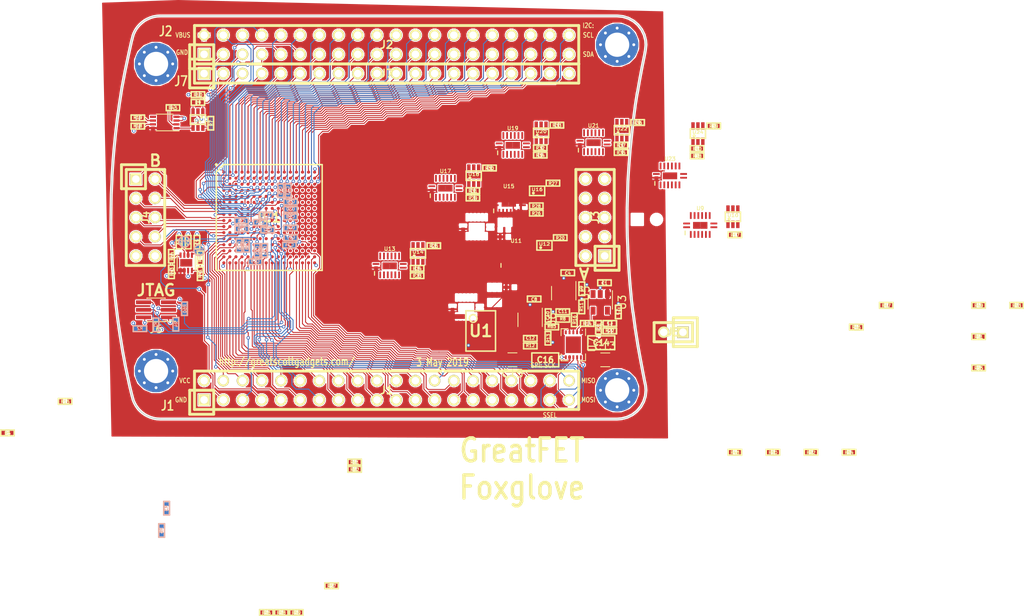
<source format=kicad_pcb>
(kicad_pcb (version 20171130) (host pcbnew 5.0.2-bee76a0~70~ubuntu18.04.1)
  (layers (0 F.Cu mixed) (1 In1.Cu power hide) (2 In2.Cu power hide) (31 B.Cu signal) (34 B.Paste user) (35 F.Paste user) (36 B.SilkS user) (37 F.SilkS user) (38 B.Mask user) (39 F.Mask user) (44 Edge.Cuts user))
  (net 0 "")
  (net 1 GND)
  (net 2 VCC)
  (net 3 /A1)
  (net 4 /B1)
  (net 5 /B2)
  (net 6 /B3)
  (net 7 /B4)
  (net 8 /B5)
  (net 9 /B6)
  (net 10 /B7)
  (net 11 /B8)
  (net 12 +5V)
  (net 13 +2V5)
  (net 14 /VCCA)
  (net 15 /J1.15)
  (net 16 /J1.17)
  (net 17 /J1.19)
  (net 18 /J1.21)
  (net 19 /J1.23)
  (net 20 /J1.26)
  (net 21 /J1.29)
  (net 22 /J1.30)
  (net 23 /J1.32)
  (net 24 /J1.33)
  (net 25 /J1.34)
  (net 26 /J1.35)
  (net 27 /J1.36)
  (net 28 /SSEL)
  (net 29 /SCK)
  (net 30 /MOSI)
  (net 31 /MISO)
  (net 32 /ADC)
  (net 33 /J2.09)
  (net 34 /J2.10)
  (net 35 /J2.11)
  (net 36 /J2.12)
  (net 37 /J2.13)
  (net 38 /J2.14)
  (net 39 /J2.15)
  (net 40 /J2.16)
  (net 41 /J2.17)
  (net 42 /J2.18)
  (net 43 /J2.19)
  (net 44 /J2.20)
  (net 45 /J2.21)
  (net 46 /J2.22)
  (net 47 /J2.23)
  (net 48 /J2.24)
  (net 49 /J2.25)
  (net 50 /J2.26)
  (net 51 /J2.27)
  (net 52 /J2.28)
  (net 53 /J2.29)
  (net 54 /J2.30)
  (net 55 /J2.31)
  (net 56 /J2.32)
  (net 57 /J2.33)
  (net 58 /J2.34)
  (net 59 /J2.35)
  (net 60 /J2.36)
  (net 61 /J2.37)
  (net 62 /J2.38)
  (net 63 /J2.39)
  (net 64 /J2.40)
  (net 65 "Net-(R9-Pad1)")
  (net 66 /~E~_1)
  (net 67 "Net-(R18-Pad1)")
  (net 68 "Net-(R19-Pad1)")
  (net 69 /~E~_2)
  (net 70 /~E~_3)
  (net 71 /~E~_4)
  (net 72 /~E~_5)
  (net 73 /~E~_6)
  (net 74 /~E~_7)
  (net 75 /~E~_8)
  (net 76 /DAC3)
  (net 77 /DAC4)
  (net 78 /ADC_A)
  (net 79 /COMP1)
  (net 80 /COMP2)
  (net 81 /J1.31)
  (net 82 /ADC_sel)
  (net 83 +1V1)
  (net 84 "Net-(R41-Pad1)")
  (net 85 "Net-(R43-Pad2)")
  (net 86 /J7.05)
  (net 87 /J7.06)
  (net 88 /J7.07)
  (net 89 /J7.08)
  (net 90 /J7.09)
  (net 91 /J7.10)
  (net 92 /J7.11)
  (net 93 /J7.12)
  (net 94 /J7.13)
  (net 95 /J7.14)
  (net 96 /J7.15)
  (net 97 /J7.16)
  (net 98 /J7.17)
  (net 99 /J7.18)
  (net 100 /TDO)
  (net 101 /CSSPIN)
  (net 102 /CFG_0)
  (net 103 /CFG_1)
  (net 104 /PROGRAMN)
  (net 105 /CFG_2)
  (net 106 /TDI)
  (net 107 /INITN)
  (net 108 /TCK)
  (net 109 /TMS)
  (net 110 /EN_pull)
  (net 111 "Net-(R46-Pad2)")
  (net 112 /J1.16)
  (net 113 /J1.18)
  (net 114 /J1.20)
  (net 115 /J1.22)
  (net 116 /J1.14)
  (net 117 /J1.11)
  (net 118 /J1.10)
  (net 119 /J1.09)
  (net 120 /J1.08)
  (net 121 /J1.07)
  (net 122 /J1.06)
  (net 123 /J1.04)
  (net 124 /J1.03)
  (net 125 /J2.08)
  (net 126 /J2.07)
  (net 127 /J2.06)
  (net 128 /J2.04)
  (net 129 /J2.03)
  (net 130 /J7.04)
  (net 131 /J7.03)
  (net 132 /J7.02)
  (net 133 /DONE)
  (net 134 "Net-(C3-Pad2)")
  (net 135 /DAC)
  (net 136 /VCCB)
  (net 137 "Net-(C11-Pad2)")
  (net 138 "Net-(C12-Pad2)")
  (net 139 /A8)
  (net 140 /A7)
  (net 141 /A6)
  (net 142 /A5)
  (net 143 /A4)
  (net 144 /A3)
  (net 145 /A2)
  (net 146 /DAC1)
  (net 147 /DAC2)
  (net 148 "Net-(R24-Pad2)")
  (net 149 "Net-(R25-Pad2)")
  (net 150 "Net-(R27-Pad2)")
  (net 151 "Net-(R28-Pad2)")
  (net 152 "Net-(R30-Pad2)")
  (net 153 "Net-(R31-Pad2)")
  (net 154 "Net-(R33-Pad2)")
  (net 155 "Net-(R34-Pad2)")
  (net 156 "Net-(R36-Pad2)")
  (net 157 "Net-(R37-Pad2)")
  (net 158 "Net-(R39-Pad2)")
  (net 159 "Net-(R40-Pad2)")
  (net 160 "Net-(R47-Pad2)")
  (net 161 "Net-(R48-Pad1)")
  (net 162 "Net-(R49-Pad1)")
  (net 163 "Net-(R50-Pad1)")
  (net 164 "Net-(R51-Pad1)")
  (net 165 "Net-(R52-Pad1)")
  (net 166 "Net-(R53-Pad1)")
  (net 167 "Net-(R54-Pad1)")
  (net 168 "Net-(R55-Pad1)")
  (net 169 "Net-(R61-Pad2)")
  (net 170 "Net-(R62-Pad2)")
  (net 171 /VCCIO0)
  (module Package_SO:VSSOP-8_2.3x2mm_P0.5mm (layer F.Cu) (at 116.713 82.677 180)
    (fp_text reference U25)
    (fp_text value 74LVC1G53)
    (pad 8 smd rect (at 1.55 -0.75 90) (size 0.3 0.8) (layers F.Cu F.Paste F.Mask) (net 12 +5V))
    (pad 7 smd rect (at 1.55 -0.25 90) (size 0.3 0.8) (layers F.Cu F.Paste F.Mask) (net 67 "Net-(R18-Pad1)"))
    (pad 6 smd rect (at 1.55 0.25 90) (size 0.3 0.8) (layers F.Cu F.Paste F.Mask) (net 68 "Net-(R19-Pad1)"))
    (pad 5 smd rect (at 1.55 0.75 90) (size 0.3 0.8) (layers F.Cu F.Paste F.Mask))
    (pad 4 smd rect (at -1.55 0.75 90) (size 0.3 0.8) (layers F.Cu F.Paste F.Mask) (net 1 GND))
    (pad 3 smd rect (at -1.55 0.25 90) (size 0.3 0.8) (layers F.Cu F.Paste F.Mask) (net 1 GND))
    (pad 2 smd rect (at -1.55 -0.25 90) (size 0.3 0.8) (layers F.Cu F.Paste F.Mask) (net 110 /EN_pull))
    (pad 1 smd rect (at -1.55 -0.75 90) (size 0.3 0.8) (layers F.Cu F.Paste F.Mask) (net 78 /ADC_A))
  )
  (module gsg-modules:SON50P200X200X60-9N (layer F.Cu) (at 119.5578 101.2444 90)
    (fp_text reference U2)
    (fp_text value ADP225)
    (pad 0 smd rect (at 0 0 180) (size 1.6 1) (layers F.Cu F.Paste F.Mask) (net 1 GND))
    (pad 8 smd rect (at 1.005 -0.75 90) (size 0.71 0.27) (layers F.Cu F.Paste F.Mask) (net 85 "Net-(R43-Pad2)"))
    (pad 7 smd rect (at 1.005 -0.25 90) (size 0.71 0.27) (layers F.Cu F.Paste F.Mask) (net 83 +1V1))
    (pad 6 smd rect (at 1.005 0.25 90) (size 0.71 0.27) (layers F.Cu F.Paste F.Mask) (net 12 +5V))
    (pad 5 smd rect (at 1.005 0.75 90) (size 0.71 0.27) (layers F.Cu F.Paste F.Mask) (net 13 +2V5))
    (pad 4 smd rect (at -1.005 0.75 90) (size 0.71 0.27) (layers F.Cu F.Paste F.Mask) (net 84 "Net-(R41-Pad1)"))
    (pad 3 smd rect (at -1.005 0.25 90) (size 0.71 0.27) (layers F.Cu F.Paste F.Mask) (net 1 GND))
    (pad 2 smd rect (at -1.005 -0.25 90) (size 0.71 0.27) (layers F.Cu F.Paste F.Mask) (net 12 +5V))
    (pad 1 smd rect (at -1.005 -0.75 90) (size 0.71 0.27) (layers F.Cu F.Paste F.Mask) (net 12 +5V))
  )
  (module gsg-modules:BGA256C80P16X16_1400X1400X170 (layer F.Cu) (at 130.5306 95.25)
    (fp_text reference IC1 (at 0 0) (layer F.SilkS) (effects (font (size 1.27 1.27) (thickness 0.254))))
    (fp_text value LFE5U-12F-6BG256C hide)
    (pad A1 smd circle (at -6 -6 90) (size 0.41 0.41) (layers F.Cu F.Paste) (net 1 GND))
    (pad A2 smd circle (at -5.2 -6 90) (size 0.41 0.41) (layers F.Cu F.Paste) (net 86 /J7.05))
    (pad A3 smd circle (at -4.4 -6 90) (size 0.41 0.41) (layers F.Cu F.Paste) (net 87 /J7.06))
    (pad A4 smd circle (at -3.6 -6 90) (size 0.41 0.41) (layers F.Cu F.Paste) (net 88 /J7.07))
    (pad A5 smd circle (at -2.8 -6 90) (size 0.41 0.41) (layers F.Cu F.Paste) (net 89 /J7.08))
    (pad A6 smd circle (at -2 -6 90) (size 0.41 0.41) (layers F.Cu F.Paste) (net 90 /J7.09))
    (pad A7 smd circle (at -1.2 -6 90) (size 0.41 0.41) (layers F.Cu F.Paste) (net 91 /J7.10))
    (pad A8 smd circle (at -0.4 -6 90) (size 0.41 0.41) (layers F.Cu F.Paste) (net 92 /J7.11))
    (pad A9 smd circle (at 0.4 -6 90) (size 0.41 0.41) (layers F.Cu F.Paste) (net 93 /J7.12))
    (pad A10 smd circle (at 1.2 -6 90) (size 0.41 0.41) (layers F.Cu F.Paste) (net 94 /J7.13))
    (pad A11 smd circle (at 2 -6 90) (size 0.41 0.41) (layers F.Cu F.Paste) (net 95 /J7.14))
    (pad A12 smd circle (at 2.8 -6 90) (size 0.41 0.41) (layers F.Cu F.Paste) (net 96 /J7.15))
    (pad A13 smd circle (at 3.6 -6 90) (size 0.41 0.41) (layers F.Cu F.Paste) (net 97 /J7.16))
    (pad A14 smd circle (at 4.4 -6 90) (size 0.41 0.41) (layers F.Cu F.Paste) (net 98 /J7.17))
    (pad A15 smd circle (at 5.2 -6 90) (size 0.41 0.41) (layers F.Cu F.Paste) (net 99 /J7.18))
    (pad A16 smd circle (at 6 -6 90) (size 0.41 0.41) (layers F.Cu F.Paste) (net 1 GND))
    (pad B1 smd circle (at -6 -5.2 90) (size 0.41 0.41) (layers F.Cu F.Paste))
    (pad B2 smd circle (at -5.2 -5.2 90) (size 0.41 0.41) (layers F.Cu F.Paste))
    (pad B3 smd circle (at -4.4 -5.2 90) (size 0.41 0.41) (layers F.Cu F.Paste) (net 37 /J2.13))
    (pad B4 smd circle (at -3.6 -5.2 90) (size 0.41 0.41) (layers F.Cu F.Paste) (net 39 /J2.15))
    (pad B5 smd circle (at -2.8 -5.2 90) (size 0.41 0.41) (layers F.Cu F.Paste) (net 41 /J2.17))
    (pad B6 smd circle (at -2 -5.2 90) (size 0.41 0.41) (layers F.Cu F.Paste) (net 43 /J2.19))
    (pad B7 smd circle (at -1.2 -5.2 90) (size 0.41 0.41) (layers F.Cu F.Paste) (net 45 /J2.21))
    (pad B8 smd circle (at -0.4 -5.2 90) (size 0.41 0.41) (layers F.Cu F.Paste) (net 47 /J2.23))
    (pad B9 smd circle (at 0.4 -5.2 90) (size 0.41 0.41) (layers F.Cu F.Paste) (net 49 /J2.25))
    (pad B10 smd circle (at 1.2 -5.2 90) (size 0.41 0.41) (layers F.Cu F.Paste) (net 51 /J2.27))
    (pad B11 smd circle (at 2 -5.2 90) (size 0.41 0.41) (layers F.Cu F.Paste) (net 53 /J2.29))
    (pad B12 smd circle (at 2.8 -5.2 90) (size 0.41 0.41) (layers F.Cu F.Paste) (net 55 /J2.31))
    (pad B13 smd circle (at 3.6 -5.2 90) (size 0.41 0.41) (layers F.Cu F.Paste) (net 57 /J2.33))
    (pad B14 smd circle (at 4.4 -5.2 90) (size 0.41 0.41) (layers F.Cu F.Paste) (net 59 /J2.35))
    (pad B15 smd circle (at 5.2 -5.2 90) (size 0.41 0.41) (layers F.Cu F.Paste) (net 61 /J2.37))
    (pad B16 smd circle (at 6 -5.2 90) (size 0.41 0.41) (layers F.Cu F.Paste) (net 63 /J2.39))
    (pad C1 smd circle (at -6 -4.4 90) (size 0.41 0.41) (layers F.Cu F.Paste))
    (pad C2 smd circle (at -5.2 -4.4 90) (size 0.41 0.41) (layers F.Cu F.Paste))
    (pad C3 smd circle (at -4.4 -4.4 90) (size 0.41 0.41) (layers F.Cu F.Paste))
    (pad C4 smd circle (at -3.6 -4.4 90) (size 0.41 0.41) (layers F.Cu F.Paste) (net 40 /J2.16))
    (pad C5 smd circle (at -2.8 -4.4 90) (size 0.41 0.41) (layers F.Cu F.Paste) (net 42 /J2.18))
    (pad C6 smd circle (at -2 -4.4 90) (size 0.41 0.41) (layers F.Cu F.Paste) (net 44 /J2.20))
    (pad C7 smd circle (at -1.2 -4.4 90) (size 0.41 0.41) (layers F.Cu F.Paste) (net 46 /J2.22))
    (pad C8 smd circle (at -0.4 -4.4 90) (size 0.41 0.41) (layers F.Cu F.Paste) (net 48 /J2.24))
    (pad C9 smd circle (at 0.4 -4.4 90) (size 0.41 0.41) (layers F.Cu F.Paste) (net 50 /J2.26))
    (pad C10 smd circle (at 1.2 -4.4 90) (size 0.41 0.41) (layers F.Cu F.Paste) (net 52 /J2.28))
    (pad C11 smd circle (at 2 -4.4 90) (size 0.41 0.41) (layers F.Cu F.Paste) (net 54 /J2.30))
    (pad C12 smd circle (at 2.8 -4.4 90) (size 0.41 0.41) (layers F.Cu F.Paste) (net 56 /J2.32))
    (pad C13 smd circle (at 3.6 -4.4 90) (size 0.41 0.41) (layers F.Cu F.Paste) (net 58 /J2.34))
    (pad C14 smd circle (at 4.4 -4.4 90) (size 0.41 0.41) (layers F.Cu F.Paste) (net 60 /J2.36))
    (pad C15 smd circle (at 5.2 -4.4 90) (size 0.41 0.41) (layers F.Cu F.Paste) (net 62 /J2.38))
    (pad C16 smd circle (at 6 -4.4 90) (size 0.41 0.41) (layers F.Cu F.Paste) (net 64 /J2.40))
    (pad D1 smd circle (at -6 -3.6 90) (size 0.41 0.41) (layers F.Cu F.Paste))
    (pad D2 smd circle (at -5.2 -3.6 90) (size 0.41 0.41) (layers F.Cu F.Paste) (net 1 GND))
    (pad D3 smd circle (at -4.4 -3.6 90) (size 0.41 0.41) (layers F.Cu F.Paste))
    (pad D4 smd circle (at -3.6 -3.6 90) (size 0.41 0.41) (layers F.Cu F.Paste) (net 126 /J2.07))
    (pad D5 smd circle (at -2.8 -3.6 90) (size 0.41 0.41) (layers F.Cu F.Paste) (net 130 /J7.04))
    (pad D6 smd circle (at -2 -3.6 90) (size 0.41 0.41) (layers F.Cu F.Paste) (net 127 /J2.06))
    (pad D7 smd circle (at -1.2 -3.6 90) (size 0.41 0.41) (layers F.Cu F.Paste) (net 128 /J2.04))
    (pad D8 smd circle (at -0.4 -3.6 90) (size 0.41 0.41) (layers F.Cu F.Paste) (net 33 /J2.09))
    (pad D9 smd circle (at 0.4 -3.6 90) (size 0.41 0.41) (layers F.Cu F.Paste) (net 35 /J2.11))
    (pad D10 smd circle (at 1.2 -3.6 90) (size 0.41 0.41) (layers F.Cu F.Paste))
    (pad D11 smd circle (at 2 -3.6 90) (size 0.41 0.41) (layers F.Cu F.Paste))
    (pad D12 smd circle (at 2.8 -3.6 90) (size 0.41 0.41) (layers F.Cu F.Paste))
    (pad D13 smd circle (at 3.6 -3.6 90) (size 0.41 0.41) (layers F.Cu F.Paste))
    (pad D14 smd circle (at 4.4 -3.6 90) (size 0.41 0.41) (layers F.Cu F.Paste))
    (pad D15 smd circle (at 5.2 -3.6 90) (size 0.41 0.41) (layers F.Cu F.Paste) (net 1 GND))
    (pad D16 smd circle (at 6 -3.6 90) (size 0.41 0.41) (layers F.Cu F.Paste))
    (pad E1 smd circle (at -6 -2.8 90) (size 0.41 0.41) (layers F.Cu F.Paste))
    (pad E2 smd circle (at -5.2 -2.8 90) (size 0.41 0.41) (layers F.Cu F.Paste))
    (pad E3 smd circle (at -4.4 -2.8 90) (size 0.41 0.41) (layers F.Cu F.Paste))
    (pad E4 smd circle (at -3.6 -2.8 90) (size 0.41 0.41) (layers F.Cu F.Paste) (net 131 /J7.03))
    (pad E5 smd circle (at -2.8 -2.8 90) (size 0.41 0.41) (layers F.Cu F.Paste) (net 125 /J2.08))
    (pad E6 smd circle (at -2 -2.8 90) (size 0.41 0.41) (layers F.Cu F.Paste) (net 129 /J2.03))
    (pad E7 smd circle (at -1.2 -2.8 90) (size 0.41 0.41) (layers F.Cu F.Paste) (net 132 /J7.02))
    (pad E8 smd circle (at -0.4 -2.8 90) (size 0.41 0.41) (layers F.Cu F.Paste) (net 34 /J2.10))
    (pad E9 smd circle (at 0.4 -2.8 90) (size 0.41 0.41) (layers F.Cu F.Paste) (net 36 /J2.12))
    (pad E10 smd circle (at 1.2 -2.8 90) (size 0.41 0.41) (layers F.Cu F.Paste) (net 38 /J2.14))
    (pad E11 smd circle (at 2 -2.8 90) (size 0.41 0.41) (layers F.Cu F.Paste))
    (pad E12 smd circle (at 2.8 -2.8 90) (size 0.41 0.41) (layers F.Cu F.Paste))
    (pad E13 smd circle (at 3.6 -2.8 90) (size 0.41 0.41) (layers F.Cu F.Paste))
    (pad E14 smd circle (at 4.4 -2.8 90) (size 0.41 0.41) (layers F.Cu F.Paste))
    (pad E15 smd circle (at 5.2 -2.8 90) (size 0.41 0.41) (layers F.Cu F.Paste))
    (pad E16 smd circle (at 6 -2.8 90) (size 0.41 0.41) (layers F.Cu F.Paste))
    (pad F1 smd circle (at -6 -2 90) (size 0.41 0.41) (layers F.Cu F.Paste))
    (pad F2 smd circle (at -5.2 -2 90) (size 0.41 0.41) (layers F.Cu F.Paste))
    (pad F3 smd circle (at -4.4 -2 90) (size 0.41 0.41) (layers F.Cu F.Paste))
    (pad F4 smd circle (at -3.6 -2 90) (size 0.41 0.41) (layers F.Cu F.Paste))
    (pad F5 smd circle (at -2.8 -2 90) (size 0.41 0.41) (layers F.Cu F.Paste))
    (pad F6 smd circle (at -2 -2 90) (size 0.41 0.41) (layers F.Cu F.Paste) (net 171 /VCCIO0))
    (pad F7 smd circle (at -1.2 -2 90) (size 0.41 0.41) (layers F.Cu F.Paste) (net 171 /VCCIO0))
    (pad F8 smd circle (at -0.4 -2 90) (size 0.41 0.41) (layers F.Cu F.Paste) (net 1 GND))
    (pad F9 smd circle (at 0.4 -2 90) (size 0.41 0.41) (layers F.Cu F.Paste) (net 1 GND))
    (pad F10 smd circle (at 1.2 -2 90) (size 0.41 0.41) (layers F.Cu F.Paste) (net 2 VCC))
    (pad F11 smd circle (at 2 -2 90) (size 0.41 0.41) (layers F.Cu F.Paste) (net 2 VCC))
    (pad F12 smd circle (at 2.8 -2 90) (size 0.41 0.41) (layers F.Cu F.Paste))
    (pad F13 smd circle (at 3.6 -2 90) (size 0.41 0.41) (layers F.Cu F.Paste))
    (pad F14 smd circle (at 4.4 -2 90) (size 0.41 0.41) (layers F.Cu F.Paste))
    (pad F15 smd circle (at 5.2 -2 90) (size 0.41 0.41) (layers F.Cu F.Paste))
    (pad F16 smd circle (at 6 -2 90) (size 0.41 0.41) (layers F.Cu F.Paste))
    (pad G1 smd circle (at -6 -1.2 90) (size 0.41 0.41) (layers F.Cu F.Paste) (net 5 /B2))
    (pad G2 smd circle (at -5.2 -1.2 90) (size 0.41 0.41) (layers F.Cu F.Paste) (net 4 /B1))
    (pad G3 smd circle (at -4.4 -1.2 90) (size 0.41 0.41) (layers F.Cu F.Paste))
    (pad G4 smd circle (at -3.6 -1.2 90) (size 0.41 0.41) (layers F.Cu F.Paste))
    (pad G5 smd circle (at -2.8 -1.2 90) (size 0.41 0.41) (layers F.Cu F.Paste))
    (pad G6 smd circle (at -2 -1.2 90) (size 0.41 0.41) (layers F.Cu F.Paste) (net 83 +1V1))
    (pad G7 smd circle (at -1.2 -1.2 90) (size 0.41 0.41) (layers F.Cu F.Paste) (net 83 +1V1))
    (pad G8 smd circle (at -0.4 -1.2 90) (size 0.41 0.41) (layers F.Cu F.Paste) (net 1 GND))
    (pad G9 smd circle (at 0.4 -1.2 90) (size 0.41 0.41) (layers F.Cu F.Paste) (net 83 +1V1))
    (pad G10 smd circle (at 1.2 -1.2 90) (size 0.41 0.41) (layers F.Cu F.Paste) (net 1 GND))
    (pad G11 smd circle (at 2 -1.2 90) (size 0.41 0.41) (layers F.Cu F.Paste) (net 13 +2V5))
    (pad G12 smd circle (at 2.8 -1.2 90) (size 0.41 0.41) (layers F.Cu F.Paste))
    (pad G13 smd circle (at 3.6 -1.2 90) (size 0.41 0.41) (layers F.Cu F.Paste))
    (pad G14 smd circle (at 4.4 -1.2 90) (size 0.41 0.41) (layers F.Cu F.Paste))
    (pad G15 smd circle (at 5.2 -1.2 90) (size 0.41 0.41) (layers F.Cu F.Paste))
    (pad G16 smd circle (at 6 -1.2 90) (size 0.41 0.41) (layers F.Cu F.Paste))
    (pad H1 smd circle (at -6 -0.4 90) (size 0.41 0.41) (layers F.Cu F.Paste) (net 1 GND))
    (pad H2 smd circle (at -5.2 -0.4 90) (size 0.41 0.41) (layers F.Cu F.Paste))
    (pad H3 smd circle (at -4.4 -0.4 90) (size 0.41 0.41) (layers F.Cu F.Paste))
    (pad H4 smd circle (at -3.6 -0.4 90) (size 0.41 0.41) (layers F.Cu F.Paste) (net 7 /B4))
    (pad H5 smd circle (at -2.8 -0.4 90) (size 0.41 0.41) (layers F.Cu F.Paste) (net 6 /B3))
    (pad H6 smd circle (at -2 -0.4 90) (size 0.41 0.41) (layers F.Cu F.Paste) (net 136 /VCCB))
    (pad H7 smd circle (at -1.2 -0.4 90) (size 0.41 0.41) (layers F.Cu F.Paste) (net 136 /VCCB))
    (pad H8 smd circle (at -0.4 -0.4 90) (size 0.41 0.41) (layers F.Cu F.Paste) (net 1 GND))
    (pad H9 smd circle (at 0.4 -0.4 90) (size 0.41 0.41) (layers F.Cu F.Paste) (net 1 GND))
    (pad H10 smd circle (at 1.2 -0.4 90) (size 0.41 0.41) (layers F.Cu F.Paste) (net 1 GND))
    (pad H11 smd circle (at 2 -0.4 90) (size 0.41 0.41) (layers F.Cu F.Paste) (net 2 VCC))
    (pad H12 smd circle (at 2.8 -0.4 90) (size 0.41 0.41) (layers F.Cu F.Paste))
    (pad H13 smd circle (at 3.6 -0.4 90) (size 0.41 0.41) (layers F.Cu F.Paste))
    (pad H14 smd circle (at 4.4 -0.4 90) (size 0.41 0.41) (layers F.Cu F.Paste))
    (pad H15 smd circle (at 5.2 -0.4 90) (size 0.41 0.41) (layers F.Cu F.Paste))
    (pad H16 smd circle (at 6 -0.4 90) (size 0.41 0.41) (layers F.Cu F.Paste) (net 1 GND))
    (pad J1 smd circle (at -6 0.4 90) (size 0.41 0.41) (layers F.Cu F.Paste) (net 9 /B6))
    (pad J2 smd circle (at -5.2 0.4 90) (size 0.41 0.41) (layers F.Cu F.Paste) (net 8 /B5))
    (pad J3 smd circle (at -4.4 0.4 90) (size 0.41 0.41) (layers F.Cu F.Paste))
    (pad J4 smd circle (at -3.6 0.4 90) (size 0.41 0.41) (layers F.Cu F.Paste))
    (pad J5 smd circle (at -2.8 0.4 90) (size 0.41 0.41) (layers F.Cu F.Paste))
    (pad J6 smd circle (at -2 0.4 90) (size 0.41 0.41) (layers F.Cu F.Paste) (net 2 VCC))
    (pad J7 smd circle (at -1.2 0.4 90) (size 0.41 0.41) (layers F.Cu F.Paste) (net 2 VCC))
    (pad J8 smd circle (at -0.4 0.4 90) (size 0.41 0.41) (layers F.Cu F.Paste) (net 1 GND))
    (pad J9 smd circle (at 0.4 0.4 90) (size 0.41 0.41) (layers F.Cu F.Paste) (net 1 GND))
    (pad J10 smd circle (at 1.2 0.4 90) (size 0.41 0.41) (layers F.Cu F.Paste) (net 1 GND))
    (pad J11 smd circle (at 2 0.4 90) (size 0.41 0.41) (layers F.Cu F.Paste) (net 2 VCC))
    (pad J12 smd circle (at 2.8 0.4 90) (size 0.41 0.41) (layers F.Cu F.Paste))
    (pad J13 smd circle (at 3.6 0.4 90) (size 0.41 0.41) (layers F.Cu F.Paste))
    (pad J14 smd circle (at 4.4 0.4 90) (size 0.41 0.41) (layers F.Cu F.Paste))
    (pad J15 smd circle (at 5.2 0.4 90) (size 0.41 0.41) (layers F.Cu F.Paste))
    (pad J16 smd circle (at 6 0.4 90) (size 0.41 0.41) (layers F.Cu F.Paste))
    (pad K1 smd circle (at -6 1.2 90) (size 0.41 0.41) (layers F.Cu F.Paste) (net 11 /B8))
    (pad K2 smd circle (at -5.2 1.2 90) (size 0.41 0.41) (layers F.Cu F.Paste) (net 10 /B7))
    (pad K3 smd circle (at -4.4 1.2 90) (size 0.41 0.41) (layers F.Cu F.Paste))
    (pad K4 smd circle (at -3.6 1.2 90) (size 0.41 0.41) (layers F.Cu F.Paste) (net 124 /J1.03))
    (pad K5 smd circle (at -2.8 1.2 90) (size 0.41 0.41) (layers F.Cu F.Paste))
    (pad K6 smd circle (at -2 1.2 90) (size 0.41 0.41) (layers F.Cu F.Paste) (net 1 GND))
    (pad K7 smd circle (at -1.2 1.2 90) (size 0.41 0.41) (layers F.Cu F.Paste) (net 1 GND))
    (pad K8 smd circle (at -0.4 1.2 90) (size 0.41 0.41) (layers F.Cu F.Paste) (net 1 GND))
    (pad K9 smd circle (at 0.4 1.2 90) (size 0.41 0.41) (layers F.Cu F.Paste) (net 1 GND))
    (pad K10 smd circle (at 1.2 1.2 90) (size 0.41 0.41) (layers F.Cu F.Paste) (net 1 GND))
    (pad K11 smd circle (at 2 1.2 90) (size 0.41 0.41) (layers F.Cu F.Paste) (net 2 VCC))
    (pad K12 smd circle (at 2.8 1.2 90) (size 0.41 0.41) (layers F.Cu F.Paste))
    (pad K13 smd circle (at 3.6 1.2 90) (size 0.41 0.41) (layers F.Cu F.Paste))
    (pad K14 smd circle (at 4.4 1.2 90) (size 0.41 0.41) (layers F.Cu F.Paste))
    (pad K15 smd circle (at 5.2 1.2 90) (size 0.41 0.41) (layers F.Cu F.Paste))
    (pad K16 smd circle (at 6 1.2 90) (size 0.41 0.41) (layers F.Cu F.Paste))
    (pad L1 smd circle (at -6 2 90) (size 0.41 0.41) (layers F.Cu F.Paste) (net 123 /J1.04))
    (pad L2 smd circle (at -5.2 2 90) (size 0.41 0.41) (layers F.Cu F.Paste))
    (pad L3 smd circle (at -4.4 2 90) (size 0.41 0.41) (layers F.Cu F.Paste))
    (pad L4 smd circle (at -3.6 2 90) (size 0.41 0.41) (layers F.Cu F.Paste))
    (pad L5 smd circle (at -2.8 2 90) (size 0.41 0.41) (layers F.Cu F.Paste))
    (pad L6 smd circle (at -2 2 90) (size 0.41 0.41) (layers F.Cu F.Paste) (net 2 VCC))
    (pad L7 smd circle (at -1.2 2 90) (size 0.41 0.41) (layers F.Cu F.Paste) (net 13 +2V5))
    (pad L8 smd circle (at -0.4 2 90) (size 0.41 0.41) (layers F.Cu F.Paste) (net 83 +1V1))
    (pad L9 smd circle (at 0.4 2 90) (size 0.41 0.41) (layers F.Cu F.Paste) (net 83 +1V1))
    (pad L10 smd circle (at 1.2 2 90) (size 0.41 0.41) (layers F.Cu F.Paste) (net 83 +1V1))
    (pad L11 smd circle (at 2 2 90) (size 0.41 0.41) (layers F.Cu F.Paste) (net 2 VCC))
    (pad L12 smd circle (at 2.8 2 90) (size 0.41 0.41) (layers F.Cu F.Paste))
    (pad L13 smd circle (at 3.6 2 90) (size 0.41 0.41) (layers F.Cu F.Paste))
    (pad L14 smd circle (at 4.4 2 90) (size 0.41 0.41) (layers F.Cu F.Paste))
    (pad L15 smd circle (at 5.2 2 90) (size 0.41 0.41) (layers F.Cu F.Paste))
    (pad L16 smd circle (at 6 2 90) (size 0.41 0.41) (layers F.Cu F.Paste))
    (pad M1 smd circle (at -6 2.8 90) (size 0.41 0.41) (layers F.Cu F.Paste) (net 121 /J1.07))
    (pad M2 smd circle (at -5.2 2.8 90) (size 0.41 0.41) (layers F.Cu F.Paste) (net 122 /J1.06))
    (pad M3 smd circle (at -4.4 2.8 90) (size 0.41 0.41) (layers F.Cu F.Paste))
    (pad M4 smd circle (at -3.6 2.8 90) (size 0.41 0.41) (layers F.Cu F.Paste))
    (pad M5 smd circle (at -2.8 2.8 90) (size 0.41 0.41) (layers F.Cu F.Paste))
    (pad M6 smd circle (at -2 2.8 90) (size 0.41 0.41) (layers F.Cu F.Paste))
    (pad M7 smd circle (at -1.2 2.8 90) (size 0.41 0.41) (layers F.Cu F.Paste))
    (pad M8 smd circle (at -0.4 2.8 90) (size 0.41 0.41) (layers F.Cu F.Paste))
    (pad M9 smd circle (at 0.4 2.8 90) (size 0.41 0.41) (layers F.Cu F.Paste))
    (pad M10 smd circle (at 1.2 2.8 90) (size 0.41 0.41) (layers F.Cu F.Paste) (net 100 /TDO))
    (pad M11 smd circle (at 2 2.8 90) (size 0.41 0.41) (layers F.Cu F.Paste))
    (pad M12 smd circle (at 2.8 2.8 90) (size 0.41 0.41) (layers F.Cu F.Paste))
    (pad M13 smd circle (at 3.6 2.8 90) (size 0.41 0.41) (layers F.Cu F.Paste))
    (pad M14 smd circle (at 4.4 2.8 90) (size 0.41 0.41) (layers F.Cu F.Paste))
    (pad M15 smd circle (at 5.2 2.8 90) (size 0.41 0.41) (layers F.Cu F.Paste))
    (pad M16 smd circle (at 6 2.8 90) (size 0.41 0.41) (layers F.Cu F.Paste))
    (pad N1 smd circle (at -6 3.6 90) (size 0.41 0.41) (layers F.Cu F.Paste) (net 119 /J1.09))
    (pad N2 smd circle (at -5.2 3.6 90) (size 0.41 0.41) (layers F.Cu F.Paste) (net 1 GND))
    (pad N3 smd circle (at -4.4 3.6 90) (size 0.41 0.41) (layers F.Cu F.Paste) (net 120 /J1.08))
    (pad N4 smd circle (at -3.6 3.6 90) (size 0.41 0.41) (layers F.Cu F.Paste))
    (pad N5 smd circle (at -2.8 3.6 90) (size 0.41 0.41) (layers F.Cu F.Paste))
    (pad N6 smd circle (at -2 3.6 90) (size 0.41 0.41) (layers F.Cu F.Paste))
    (pad N7 smd circle (at -1.2 3.6 90) (size 0.41 0.41) (layers F.Cu F.Paste))
    (pad N8 smd circle (at -0.4 3.6 90) (size 0.41 0.41) (layers F.Cu F.Paste) (net 101 /CSSPIN))
    (pad N9 smd circle (at 0.4 3.6 90) (size 0.41 0.41) (layers F.Cu F.Paste) (net 29 /SCK))
    (pad N10 smd circle (at 1.2 3.6 90) (size 0.41 0.41) (layers F.Cu F.Paste) (net 102 /CFG_0))
    (pad N11 smd circle (at 2 3.6 90) (size 0.41 0.41) (layers F.Cu F.Paste))
    (pad N12 smd circle (at 2.8 3.6 90) (size 0.41 0.41) (layers F.Cu F.Paste))
    (pad N13 smd circle (at 3.6 3.6 90) (size 0.41 0.41) (layers F.Cu F.Paste))
    (pad N14 smd circle (at 4.4 3.6 90) (size 0.41 0.41) (layers F.Cu F.Paste))
    (pad N15 smd circle (at 5.2 3.6 90) (size 0.41 0.41) (layers F.Cu F.Paste) (net 1 GND))
    (pad N16 smd circle (at 6 3.6 90) (size 0.41 0.41) (layers F.Cu F.Paste))
    (pad P1 smd circle (at -6 4.4 90) (size 0.41 0.41) (layers F.Cu F.Paste) (net 117 /J1.11))
    (pad P2 smd circle (at -5.2 4.4 90) (size 0.41 0.41) (layers F.Cu F.Paste) (net 118 /J1.10))
    (pad P3 smd circle (at -4.4 4.4 90) (size 0.41 0.41) (layers F.Cu F.Paste))
    (pad P4 smd circle (at -3.6 4.4 90) (size 0.41 0.41) (layers F.Cu F.Paste))
    (pad P5 smd circle (at -2.8 4.4 90) (size 0.41 0.41) (layers F.Cu F.Paste))
    (pad P6 smd circle (at -2 4.4 90) (size 0.41 0.41) (layers F.Cu F.Paste))
    (pad P7 smd circle (at -1.2 4.4 90) (size 0.41 0.41) (layers F.Cu F.Paste))
    (pad P8 smd circle (at -0.4 4.4 90) (size 0.41 0.41) (layers F.Cu F.Paste))
    (pad P9 smd circle (at 0.4 4.4 90) (size 0.41 0.41) (layers F.Cu F.Paste) (net 133 /DONE))
    (pad P10 smd circle (at 1.2 4.4 90) (size 0.41 0.41) (layers F.Cu F.Paste) (net 103 /CFG_1))
    (pad P11 smd circle (at 2 4.4 90) (size 0.41 0.41) (layers F.Cu F.Paste))
    (pad P12 smd circle (at 2.8 4.4 90) (size 0.41 0.41) (layers F.Cu F.Paste))
    (pad P13 smd circle (at 3.6 4.4 90) (size 0.41 0.41) (layers F.Cu F.Paste))
    (pad P14 smd circle (at 4.4 4.4 90) (size 0.41 0.41) (layers F.Cu F.Paste))
    (pad P15 smd circle (at 5.2 4.4 90) (size 0.41 0.41) (layers F.Cu F.Paste) (net 27 /J1.36))
    (pad P16 smd circle (at 6 4.4 90) (size 0.41 0.41) (layers F.Cu F.Paste))
    (pad R1 smd circle (at -6 5.2 90) (size 0.41 0.41) (layers F.Cu F.Paste) (net 116 /J1.14))
    (pad R2 smd circle (at -5.2 5.2 90) (size 0.41 0.41) (layers F.Cu F.Paste) (net 15 /J1.15))
    (pad R3 smd circle (at -4.4 5.2 90) (size 0.41 0.41) (layers F.Cu F.Paste) (net 16 /J1.17))
    (pad R4 smd circle (at -3.6 5.2 90) (size 0.41 0.41) (layers F.Cu F.Paste) (net 17 /J1.19))
    (pad R5 smd circle (at -2.8 5.2 90) (size 0.41 0.41) (layers F.Cu F.Paste) (net 18 /J1.21))
    (pad R6 smd circle (at -2 5.2 90) (size 0.41 0.41) (layers F.Cu F.Paste) (net 19 /J1.23))
    (pad R7 smd circle (at -1.2 5.2 90) (size 0.41 0.41) (layers F.Cu F.Paste))
    (pad R8 smd circle (at -0.4 5.2 90) (size 0.41 0.41) (layers F.Cu F.Paste) (net 28 /SSEL))
    (pad R9 smd circle (at 0.4 5.2 90) (size 0.41 0.41) (layers F.Cu F.Paste) (net 104 /PROGRAMN))
    (pad R10 smd circle (at 1.2 5.2 90) (size 0.41 0.41) (layers F.Cu F.Paste) (net 105 /CFG_2))
    (pad R11 smd circle (at 2 5.2 90) (size 0.41 0.41) (layers F.Cu F.Paste) (net 106 /TDI))
    (pad R12 smd circle (at 2.8 5.2 90) (size 0.41 0.41) (layers F.Cu F.Paste) (net 20 /J1.26))
    (pad R13 smd circle (at 3.6 5.2 90) (size 0.41 0.41) (layers F.Cu F.Paste) (net 21 /J1.29))
    (pad R14 smd circle (at 4.4 5.2 90) (size 0.41 0.41) (layers F.Cu F.Paste) (net 81 /J1.31))
    (pad R15 smd circle (at 5.2 5.2 90) (size 0.41 0.41) (layers F.Cu F.Paste) (net 24 /J1.33))
    (pad R16 smd circle (at 6 5.2 90) (size 0.41 0.41) (layers F.Cu F.Paste) (net 26 /J1.35))
    (pad T1 smd circle (at -6 6 90) (size 0.41 0.41) (layers F.Cu F.Paste) (net 1 GND))
    (pad T2 smd circle (at -5.2 6 90) (size 0.41 0.41) (layers F.Cu F.Paste) (net 112 /J1.16))
    (pad T3 smd circle (at -4.4 6 90) (size 0.41 0.41) (layers F.Cu F.Paste) (net 113 /J1.18))
    (pad T4 smd circle (at -3.6 6 90) (size 0.41 0.41) (layers F.Cu F.Paste) (net 114 /J1.20))
    (pad T5 smd circle (at -2.8 6 90) (size 0.41 0.41) (layers F.Cu F.Paste) (net 1 GND))
    (pad T6 smd circle (at -2 6 90) (size 0.41 0.41) (layers F.Cu F.Paste) (net 115 /J1.22))
    (pad T7 smd circle (at -1.2 6 90) (size 0.41 0.41) (layers F.Cu F.Paste) (net 31 /MISO))
    (pad T8 smd circle (at -0.4 6 90) (size 0.41 0.41) (layers F.Cu F.Paste) (net 30 /MOSI))
    (pad T9 smd circle (at 0.4 6 90) (size 0.41 0.41) (layers F.Cu F.Paste) (net 107 /INITN))
    (pad T10 smd circle (at 1.2 6 90) (size 0.41 0.41) (layers F.Cu F.Paste) (net 108 /TCK))
    (pad T11 smd circle (at 2 6 90) (size 0.41 0.41) (layers F.Cu F.Paste) (net 109 /TMS))
    (pad T12 smd circle (at 2.8 6 90) (size 0.41 0.41) (layers F.Cu F.Paste) (net 1 GND))
    (pad T13 smd circle (at 3.6 6 90) (size 0.41 0.41) (layers F.Cu F.Paste) (net 22 /J1.30))
    (pad T14 smd circle (at 4.4 6 90) (size 0.41 0.41) (layers F.Cu F.Paste) (net 23 /J1.32))
    (pad T15 smd circle (at 5.2 6 90) (size 0.41 0.41) (layers F.Cu F.Paste) (net 25 /J1.34))
    (pad T16 smd circle (at 6 6 90) (size 0.41 0.41) (layers F.Cu F.Paste) (net 1 GND))
  )
  (module gsg-modules:HEADER-1x20 (layer F.Cu) (at 146.05 76.2)
    (fp_text reference J7 (at 0 0) (layer F.SilkS) (effects (font (size 1.016 1.016) (thickness 0.2032))))
    (fp_text value BONUS_ROW hide)
    (pad 20 thru_hole circle (at 24.13 0) (size 1.524 1.524) (drill 1.016) (layers *.Cu *.Mask F.SilkS) (net 2 VCC))
    (pad 19 thru_hole circle (at 21.59 0) (size 1.524 1.524) (drill 1.016) (layers *.Cu *.Mask F.SilkS) (net 1 GND))
    (pad 18 thru_hole circle (at 19.05 0) (size 1.524 1.524) (drill 1.016) (layers *.Cu *.Mask F.SilkS) (net 99 /J7.18))
    (pad 17 thru_hole circle (at 16.51 0) (size 1.524 1.524) (drill 1.016) (layers *.Cu *.Mask F.SilkS) (net 98 /J7.17))
    (pad 16 thru_hole circle (at 13.97 0) (size 1.524 1.524) (drill 1.016) (layers *.Cu *.Mask F.SilkS) (net 97 /J7.16))
    (pad 15 thru_hole circle (at 11.43 0) (size 1.524 1.524) (drill 1.016) (layers *.Cu *.Mask F.SilkS) (net 96 /J7.15))
    (pad 14 thru_hole circle (at 8.89 0) (size 1.524 1.524) (drill 1.016) (layers *.Cu *.Mask F.SilkS) (net 95 /J7.14))
    (pad 13 thru_hole circle (at 6.35 0) (size 1.524 1.524) (drill 1.016) (layers *.Cu *.Mask F.SilkS) (net 94 /J7.13))
    (pad 12 thru_hole circle (at 3.81 0) (size 1.524 1.524) (drill 1.016) (layers *.Cu *.Mask F.SilkS) (net 93 /J7.12))
    (pad 11 thru_hole circle (at 1.27 0) (size 1.524 1.524) (drill 1.016) (layers *.Cu *.Mask F.SilkS) (net 92 /J7.11))
    (pad 10 thru_hole circle (at -1.27 0) (size 1.524 1.524) (drill 1.016) (layers *.Cu *.Mask F.SilkS) (net 91 /J7.10))
    (pad 9 thru_hole circle (at -3.81 0) (size 1.524 1.524) (drill 1.016) (layers *.Cu *.Mask F.SilkS) (net 90 /J7.09))
    (pad 8 thru_hole circle (at -6.35 0) (size 1.524 1.524) (drill 1.016) (layers *.Cu *.Mask F.SilkS) (net 89 /J7.08))
    (pad 7 thru_hole circle (at -8.89 0) (size 1.524 1.524) (drill 1.016) (layers *.Cu *.Mask F.SilkS) (net 88 /J7.07))
    (pad 6 thru_hole circle (at -11.43 0) (size 1.524 1.524) (drill 1.016) (layers *.Cu *.Mask F.SilkS) (net 87 /J7.06))
    (pad 5 thru_hole circle (at -13.97 0) (size 1.524 1.524) (drill 1.016) (layers *.Cu *.Mask F.SilkS) (net 86 /J7.05))
    (pad 4 thru_hole circle (at -16.51 0) (size 1.524 1.524) (drill 1.016) (layers *.Cu *.Mask F.SilkS) (net 130 /J7.04))
    (pad 3 thru_hole circle (at -19.05 0) (size 1.524 1.524) (drill 1.016) (layers *.Cu *.Mask F.SilkS) (net 131 /J7.03))
    (pad 2 thru_hole circle (at -21.59 0) (size 1.524 1.524) (drill 1.016) (layers *.Cu *.Mask F.SilkS) (net 132 /J7.02))
    (pad 1 thru_hole rect (at -24.13 0) (size 1.524 1.524) (drill 1.016) (layers *.Cu *.Mask F.SilkS) (net 1 GND))
  )
  (module gsg-modules:HEADER-2x20 (layer F.Cu) (at 146.05 118.11)
    (fp_text reference J1 (at 0 0) (layer F.SilkS) (effects (font (size 1.016 1.016) (thickness 0.2032))))
    (fp_text value NEIGHBOR1 hide)
    (pad 40 thru_hole circle (at 24.13 -1.27) (size 1.524 1.524) (drill 1.016) (layers *.Cu *.Mask F.SilkS) (net 31 /MISO))
    (pad 39 thru_hole circle (at 24.13 1.27) (size 1.524 1.524) (drill 1.016) (layers *.Cu *.Mask F.SilkS) (net 30 /MOSI))
    (pad 38 thru_hole circle (at 21.59 -1.27) (size 1.524 1.524) (drill 1.016) (layers *.Cu *.Mask F.SilkS) (net 29 /SCK))
    (pad 37 thru_hole circle (at 21.59 1.27) (size 1.524 1.524) (drill 1.016) (layers *.Cu *.Mask F.SilkS) (net 28 /SSEL))
    (pad 36 thru_hole circle (at 19.05 -1.27) (size 1.524 1.524) (drill 1.016) (layers *.Cu *.Mask F.SilkS) (net 27 /J1.36))
    (pad 35 thru_hole circle (at 19.05 1.27) (size 1.524 1.524) (drill 1.016) (layers *.Cu *.Mask F.SilkS) (net 26 /J1.35))
    (pad 34 thru_hole circle (at 16.51 -1.27) (size 1.524 1.524) (drill 1.016) (layers *.Cu *.Mask F.SilkS) (net 25 /J1.34))
    (pad 33 thru_hole circle (at 16.51 1.27) (size 1.524 1.524) (drill 1.016) (layers *.Cu *.Mask F.SilkS) (net 24 /J1.33))
    (pad 32 thru_hole circle (at 13.97 -1.27) (size 1.524 1.524) (drill 1.016) (layers *.Cu *.Mask F.SilkS) (net 23 /J1.32))
    (pad 31 thru_hole circle (at 13.97 1.27) (size 1.524 1.524) (drill 1.016) (layers *.Cu *.Mask F.SilkS) (net 81 /J1.31))
    (pad 30 thru_hole circle (at 11.43 -1.27) (size 1.524 1.524) (drill 1.016) (layers *.Cu *.Mask F.SilkS) (net 22 /J1.30))
    (pad 29 thru_hole circle (at 11.43 1.27) (size 1.524 1.524) (drill 1.016) (layers *.Cu *.Mask F.SilkS) (net 21 /J1.29))
    (pad 28 thru_hole circle (at 8.89 -1.27) (size 1.524 1.524) (drill 1.016) (layers *.Cu *.Mask F.SilkS) (net 107 /INITN))
    (pad 27 thru_hole circle (at 8.89 1.27) (size 1.524 1.524) (drill 1.016) (layers *.Cu *.Mask F.SilkS) (net 105 /CFG_2))
    (pad 26 thru_hole circle (at 6.35 -1.27) (size 1.524 1.524) (drill 1.016) (layers *.Cu *.Mask F.SilkS) (net 20 /J1.26))
    (pad 25 thru_hole circle (at 6.35 1.27) (size 1.524 1.524) (drill 1.016) (layers *.Cu *.Mask F.SilkS) (net 104 /PROGRAMN))
    (pad 24 thru_hole circle (at 3.81 -1.27) (size 1.524 1.524) (drill 1.016) (layers *.Cu *.Mask F.SilkS) (net 101 /CSSPIN))
    (pad 23 thru_hole circle (at 3.81 1.27) (size 1.524 1.524) (drill 1.016) (layers *.Cu *.Mask F.SilkS) (net 19 /J1.23))
    (pad 22 thru_hole circle (at 1.27 -1.27) (size 1.524 1.524) (drill 1.016) (layers *.Cu *.Mask F.SilkS) (net 115 /J1.22))
    (pad 21 thru_hole circle (at 1.27 1.27) (size 1.524 1.524) (drill 1.016) (layers *.Cu *.Mask F.SilkS) (net 18 /J1.21))
    (pad 20 thru_hole circle (at -1.27 -1.27) (size 1.524 1.524) (drill 1.016) (layers *.Cu *.Mask F.SilkS) (net 114 /J1.20))
    (pad 19 thru_hole circle (at -1.27 1.27) (size 1.524 1.524) (drill 1.016) (layers *.Cu *.Mask F.SilkS) (net 17 /J1.19))
    (pad 18 thru_hole circle (at -3.81 -1.27) (size 1.524 1.524) (drill 1.016) (layers *.Cu *.Mask F.SilkS) (net 113 /J1.18))
    (pad 17 thru_hole circle (at -3.81 1.27) (size 1.524 1.524) (drill 1.016) (layers *.Cu *.Mask F.SilkS) (net 16 /J1.17))
    (pad 16 thru_hole circle (at -6.35 -1.27) (size 1.524 1.524) (drill 1.016) (layers *.Cu *.Mask F.SilkS) (net 112 /J1.16))
    (pad 15 thru_hole circle (at -6.35 1.27) (size 1.524 1.524) (drill 1.016) (layers *.Cu *.Mask F.SilkS) (net 15 /J1.15))
    (pad 14 thru_hole circle (at -8.89 -1.27) (size 1.524 1.524) (drill 1.016) (layers *.Cu *.Mask F.SilkS) (net 116 /J1.14))
    (pad 13 thru_hole circle (at -8.89 1.27) (size 1.524 1.524) (drill 1.016) (layers *.Cu *.Mask F.SilkS) (net 102 /CFG_0))
    (pad 12 thru_hole circle (at -11.43 -1.27) (size 1.524 1.524) (drill 1.016) (layers *.Cu *.Mask F.SilkS) (net 103 /CFG_1))
    (pad 11 thru_hole circle (at -11.43 1.27) (size 1.524 1.524) (drill 1.016) (layers *.Cu *.Mask F.SilkS) (net 117 /J1.11))
    (pad 10 thru_hole circle (at -13.97 -1.27) (size 1.524 1.524) (drill 1.016) (layers *.Cu *.Mask F.SilkS) (net 118 /J1.10))
    (pad 9 thru_hole circle (at -13.97 1.27) (size 1.524 1.524) (drill 1.016) (layers *.Cu *.Mask F.SilkS) (net 119 /J1.09))
    (pad 8 thru_hole circle (at -16.51 -1.27) (size 1.524 1.524) (drill 1.016) (layers *.Cu *.Mask F.SilkS) (net 120 /J1.08))
    (pad 7 thru_hole circle (at -16.51 1.27) (size 1.524 1.524) (drill 1.016) (layers *.Cu *.Mask F.SilkS) (net 121 /J1.07))
    (pad 6 thru_hole circle (at -19.05 -1.27) (size 1.524 1.524) (drill 1.016) (layers *.Cu *.Mask F.SilkS) (net 122 /J1.06))
    (pad 5 thru_hole circle (at -19.05 1.27) (size 1.524 1.524) (drill 1.016) (layers *.Cu *.Mask F.SilkS) (net 133 /DONE))
    (pad 4 thru_hole circle (at -21.59 -1.27) (size 1.524 1.524) (drill 1.016) (layers *.Cu *.Mask F.SilkS) (net 123 /J1.04))
    (pad 3 thru_hole circle (at -21.59 1.27) (size 1.524 1.524) (drill 1.016) (layers *.Cu *.Mask F.SilkS) (net 124 /J1.03))
    (pad 2 thru_hole circle (at -24.13 -1.27) (size 1.524 1.524) (drill 1.016) (layers *.Cu *.Mask F.SilkS) (net 2 VCC))
    (pad 1 thru_hole rect (at -24.13 1.27) (size 1.524 1.524) (drill 1.016) (layers *.Cu *.Mask F.SilkS) (net 1 GND))
  )
  (module gsg-modules:HEADER-2x20 (layer F.Cu) (at 146.05 72.39)
    (fp_text reference J2 (at 0 0) (layer F.SilkS) (effects (font (size 1.016 1.016) (thickness 0.2032))))
    (fp_text value NEIGHBOR2 hide)
    (pad 40 thru_hole circle (at 24.13 -1.27) (size 1.524 1.524) (drill 1.016) (layers *.Cu *.Mask F.SilkS) (net 64 /J2.40))
    (pad 39 thru_hole circle (at 24.13 1.27) (size 1.524 1.524) (drill 1.016) (layers *.Cu *.Mask F.SilkS) (net 63 /J2.39))
    (pad 38 thru_hole circle (at 21.59 -1.27) (size 1.524 1.524) (drill 1.016) (layers *.Cu *.Mask F.SilkS) (net 62 /J2.38))
    (pad 37 thru_hole circle (at 21.59 1.27) (size 1.524 1.524) (drill 1.016) (layers *.Cu *.Mask F.SilkS) (net 61 /J2.37))
    (pad 36 thru_hole circle (at 19.05 -1.27) (size 1.524 1.524) (drill 1.016) (layers *.Cu *.Mask F.SilkS) (net 60 /J2.36))
    (pad 35 thru_hole circle (at 19.05 1.27) (size 1.524 1.524) (drill 1.016) (layers *.Cu *.Mask F.SilkS) (net 59 /J2.35))
    (pad 34 thru_hole circle (at 16.51 -1.27) (size 1.524 1.524) (drill 1.016) (layers *.Cu *.Mask F.SilkS) (net 58 /J2.34))
    (pad 33 thru_hole circle (at 16.51 1.27) (size 1.524 1.524) (drill 1.016) (layers *.Cu *.Mask F.SilkS) (net 57 /J2.33))
    (pad 32 thru_hole circle (at 13.97 -1.27) (size 1.524 1.524) (drill 1.016) (layers *.Cu *.Mask F.SilkS) (net 56 /J2.32))
    (pad 31 thru_hole circle (at 13.97 1.27) (size 1.524 1.524) (drill 1.016) (layers *.Cu *.Mask F.SilkS) (net 55 /J2.31))
    (pad 30 thru_hole circle (at 11.43 -1.27) (size 1.524 1.524) (drill 1.016) (layers *.Cu *.Mask F.SilkS) (net 54 /J2.30))
    (pad 29 thru_hole circle (at 11.43 1.27) (size 1.524 1.524) (drill 1.016) (layers *.Cu *.Mask F.SilkS) (net 53 /J2.29))
    (pad 28 thru_hole circle (at 8.89 -1.27) (size 1.524 1.524) (drill 1.016) (layers *.Cu *.Mask F.SilkS) (net 52 /J2.28))
    (pad 27 thru_hole circle (at 8.89 1.27) (size 1.524 1.524) (drill 1.016) (layers *.Cu *.Mask F.SilkS) (net 51 /J2.27))
    (pad 26 thru_hole circle (at 6.35 -1.27) (size 1.524 1.524) (drill 1.016) (layers *.Cu *.Mask F.SilkS) (net 50 /J2.26))
    (pad 25 thru_hole circle (at 6.35 1.27) (size 1.524 1.524) (drill 1.016) (layers *.Cu *.Mask F.SilkS) (net 49 /J2.25))
    (pad 24 thru_hole circle (at 3.81 -1.27) (size 1.524 1.524) (drill 1.016) (layers *.Cu *.Mask F.SilkS) (net 48 /J2.24))
    (pad 23 thru_hole circle (at 3.81 1.27) (size 1.524 1.524) (drill 1.016) (layers *.Cu *.Mask F.SilkS) (net 47 /J2.23))
    (pad 22 thru_hole circle (at 1.27 -1.27) (size 1.524 1.524) (drill 1.016) (layers *.Cu *.Mask F.SilkS) (net 46 /J2.22))
    (pad 21 thru_hole circle (at 1.27 1.27) (size 1.524 1.524) (drill 1.016) (layers *.Cu *.Mask F.SilkS) (net 45 /J2.21))
    (pad 20 thru_hole circle (at -1.27 -1.27) (size 1.524 1.524) (drill 1.016) (layers *.Cu *.Mask F.SilkS) (net 44 /J2.20))
    (pad 19 thru_hole circle (at -1.27 1.27) (size 1.524 1.524) (drill 1.016) (layers *.Cu *.Mask F.SilkS) (net 43 /J2.19))
    (pad 18 thru_hole circle (at -3.81 -1.27) (size 1.524 1.524) (drill 1.016) (layers *.Cu *.Mask F.SilkS) (net 42 /J2.18))
    (pad 17 thru_hole circle (at -3.81 1.27) (size 1.524 1.524) (drill 1.016) (layers *.Cu *.Mask F.SilkS) (net 41 /J2.17))
    (pad 16 thru_hole circle (at -6.35 -1.27) (size 1.524 1.524) (drill 1.016) (layers *.Cu *.Mask F.SilkS) (net 40 /J2.16))
    (pad 15 thru_hole circle (at -6.35 1.27) (size 1.524 1.524) (drill 1.016) (layers *.Cu *.Mask F.SilkS) (net 39 /J2.15))
    (pad 14 thru_hole circle (at -8.89 -1.27) (size 1.524 1.524) (drill 1.016) (layers *.Cu *.Mask F.SilkS) (net 38 /J2.14))
    (pad 13 thru_hole circle (at -8.89 1.27) (size 1.524 1.524) (drill 1.016) (layers *.Cu *.Mask F.SilkS) (net 37 /J2.13))
    (pad 12 thru_hole circle (at -11.43 -1.27) (size 1.524 1.524) (drill 1.016) (layers *.Cu *.Mask F.SilkS) (net 36 /J2.12))
    (pad 11 thru_hole circle (at -11.43 1.27) (size 1.524 1.524) (drill 1.016) (layers *.Cu *.Mask F.SilkS) (net 35 /J2.11))
    (pad 10 thru_hole circle (at -13.97 -1.27) (size 1.524 1.524) (drill 1.016) (layers *.Cu *.Mask F.SilkS) (net 34 /J2.10))
    (pad 9 thru_hole circle (at -13.97 1.27) (size 1.524 1.524) (drill 1.016) (layers *.Cu *.Mask F.SilkS) (net 33 /J2.09))
    (pad 8 thru_hole circle (at -16.51 -1.27) (size 1.524 1.524) (drill 1.016) (layers *.Cu *.Mask F.SilkS) (net 125 /J2.08))
    (pad 7 thru_hole circle (at -16.51 1.27) (size 1.524 1.524) (drill 1.016) (layers *.Cu *.Mask F.SilkS) (net 126 /J2.07))
    (pad 6 thru_hole circle (at -19.05 -1.27) (size 1.524 1.524) (drill 1.016) (layers *.Cu *.Mask F.SilkS) (net 127 /J2.06))
    (pad 5 thru_hole circle (at -19.05 1.27) (size 1.524 1.524) (drill 1.016) (layers *.Cu *.Mask F.SilkS) (net 32 /ADC))
    (pad 4 thru_hole circle (at -21.59 -1.27) (size 1.524 1.524) (drill 1.016) (layers *.Cu *.Mask F.SilkS) (net 128 /J2.04))
    (pad 3 thru_hole circle (at -21.59 1.27) (size 1.524 1.524) (drill 1.016) (layers *.Cu *.Mask F.SilkS) (net 129 /J2.03))
    (pad 2 thru_hole circle (at -24.13 -1.27) (size 1.524 1.524) (drill 1.016) (layers *.Cu *.Mask F.SilkS) (net 12 +5V))
    (pad 1 thru_hole rect (at -24.13 1.27) (size 1.524 1.524) (drill 1.016) (layers *.Cu *.Mask F.SilkS) (net 1 GND))
  )
  (module gsg-modules:HOLE126MIL-COPPER (layer F.Cu) (at 115.57 74.93)
    (fp_text reference MH1 hide)
    (fp_text value MOUNTING_HOLE hide)
    (pad 1 thru_hole circle (at 1.55 1.55) (size 0.6 0.6) (drill 0.381) (layers *.Cu *.Mask) (net 1 GND))
    (pad 1 thru_hole circle (at -1.55 1.55) (size 0.6 0.6) (drill 0.381) (layers *.Cu *.Mask) (net 1 GND))
    (pad 1 thru_hole circle (at -1.55 -1.55) (size 0.6 0.6) (drill 0.381) (layers *.Cu *.Mask) (net 1 GND))
    (pad 1 thru_hole circle (at 1.55 -1.55) (size 0.6 0.6) (drill 0.381) (layers *.Cu *.Mask) (net 1 GND))
    (pad 1 thru_hole circle (at 2.2 0) (size 0.6 0.6) (drill 0.381) (layers *.Cu *.Mask) (net 1 GND))
    (pad 1 thru_hole circle (at 0 2.2) (size 0.6 0.6) (drill 0.381) (layers *.Cu *.Mask) (net 1 GND))
    (pad 1 thru_hole circle (at -2.2 0) (size 0.6 0.6) (drill 0.381) (layers *.Cu *.Mask) (net 1 GND))
    (pad 1 thru_hole circle (at 0 -2.2) (size 0.6 0.6) (drill 0.381) (layers *.Cu *.Mask) (net 1 GND))
    (pad 1 thru_hole circle (at 0 0) (size 5.6 5.6) (drill 3.2004) (layers *.Cu *.Mask) (net 1 GND))
  )
  (module gsg-modules:HOLE126MIL-COPPER (layer F.Cu) (at 115.57 115.57)
    (fp_text reference MH2 hide)
    (fp_text value MOUNTING_HOLE hide)
    (pad 1 thru_hole circle (at 1.55 1.55) (size 0.6 0.6) (drill 0.381) (layers *.Cu *.Mask) (net 1 GND))
    (pad 1 thru_hole circle (at -1.55 1.55) (size 0.6 0.6) (drill 0.381) (layers *.Cu *.Mask) (net 1 GND))
    (pad 1 thru_hole circle (at -1.55 -1.55) (size 0.6 0.6) (drill 0.381) (layers *.Cu *.Mask) (net 1 GND))
    (pad 1 thru_hole circle (at 1.55 -1.55) (size 0.6 0.6) (drill 0.381) (layers *.Cu *.Mask) (net 1 GND))
    (pad 1 thru_hole circle (at 2.2 0) (size 0.6 0.6) (drill 0.381) (layers *.Cu *.Mask) (net 1 GND))
    (pad 1 thru_hole circle (at 0 2.2) (size 0.6 0.6) (drill 0.381) (layers *.Cu *.Mask) (net 1 GND))
    (pad 1 thru_hole circle (at -2.2 0) (size 0.6 0.6) (drill 0.381) (layers *.Cu *.Mask) (net 1 GND))
    (pad 1 thru_hole circle (at 0 -2.2) (size 0.6 0.6) (drill 0.381) (layers *.Cu *.Mask) (net 1 GND))
    (pad 1 thru_hole circle (at 0 0) (size 5.6 5.6) (drill 3.2004) (layers *.Cu *.Mask) (net 1 GND))
  )
  (module gsg-modules:HOLE126MIL-COPPER (layer F.Cu) (at 176.53 118.11)
    (fp_text reference MH3 hide)
    (fp_text value MOUNTING_HOLE hide)
    (pad 1 thru_hole circle (at 1.55 1.55) (size 0.6 0.6) (drill 0.381) (layers *.Cu *.Mask) (net 1 GND))
    (pad 1 thru_hole circle (at -1.55 1.55) (size 0.6 0.6) (drill 0.381) (layers *.Cu *.Mask) (net 1 GND))
    (pad 1 thru_hole circle (at -1.55 -1.55) (size 0.6 0.6) (drill 0.381) (layers *.Cu *.Mask) (net 1 GND))
    (pad 1 thru_hole circle (at 1.55 -1.55) (size 0.6 0.6) (drill 0.381) (layers *.Cu *.Mask) (net 1 GND))
    (pad 1 thru_hole circle (at 2.2 0) (size 0.6 0.6) (drill 0.381) (layers *.Cu *.Mask) (net 1 GND))
    (pad 1 thru_hole circle (at 0 2.2) (size 0.6 0.6) (drill 0.381) (layers *.Cu *.Mask) (net 1 GND))
    (pad 1 thru_hole circle (at -2.2 0) (size 0.6 0.6) (drill 0.381) (layers *.Cu *.Mask) (net 1 GND))
    (pad 1 thru_hole circle (at 0 -2.2) (size 0.6 0.6) (drill 0.381) (layers *.Cu *.Mask) (net 1 GND))
    (pad 1 thru_hole circle (at 0 0) (size 5.6 5.6) (drill 3.2004) (layers *.Cu *.Mask) (net 1 GND))
  )
  (module gsg-modules:HOLE126MIL-COPPER (layer F.Cu) (at 176.53 72.39)
    (fp_text reference MH4 hide)
    (fp_text value MOUNTING_HOLE hide)
    (pad 1 thru_hole circle (at 1.55 1.55) (size 0.6 0.6) (drill 0.381) (layers *.Cu *.Mask) (net 1 GND))
    (pad 1 thru_hole circle (at -1.55 1.55) (size 0.6 0.6) (drill 0.381) (layers *.Cu *.Mask) (net 1 GND))
    (pad 1 thru_hole circle (at -1.55 -1.55) (size 0.6 0.6) (drill 0.381) (layers *.Cu *.Mask) (net 1 GND))
    (pad 1 thru_hole circle (at 1.55 -1.55) (size 0.6 0.6) (drill 0.381) (layers *.Cu *.Mask) (net 1 GND))
    (pad 1 thru_hole circle (at 2.2 0) (size 0.6 0.6) (drill 0.381) (layers *.Cu *.Mask) (net 1 GND))
    (pad 1 thru_hole circle (at 0 2.2) (size 0.6 0.6) (drill 0.381) (layers *.Cu *.Mask) (net 1 GND))
    (pad 1 thru_hole circle (at -2.2 0) (size 0.6 0.6) (drill 0.381) (layers *.Cu *.Mask) (net 1 GND))
    (pad 1 thru_hole circle (at 0 -2.2) (size 0.6 0.6) (drill 0.381) (layers *.Cu *.Mask) (net 1 GND))
    (pad 1 thru_hole circle (at 0 0) (size 5.6 5.6) (drill 3.2004) (layers *.Cu *.Mask) (net 1 GND))
  )
  (module gsg-modules:SOT363 (layer F.Cu) (at 121.1072 82.296 180)
    (fp_text reference U4 (at 0 -0.18 180) (layer F.SilkS) (effects (font (size 0.4 0.5) (thickness 0.12))))
    (fp_text value 74LVC1G3157 hide)
    (pad 6 smd rect (at -0.65 -1 180) (size 0.45 1) (layers F.Cu F.Paste F.Mask) (net 82 /ADC_sel))
    (pad 5 smd rect (at 0 -1 180) (size 0.45 1) (layers F.Cu F.Paste F.Mask) (net 2 VCC))
    (pad 4 smd rect (at 0.65 -1 180) (size 0.45 1) (layers F.Cu F.Paste F.Mask) (net 78 /ADC_A))
    (pad 3 smd rect (at 0.65 1 180) (size 0.45 1) (layers F.Cu F.Paste F.Mask) (net 65 "Net-(R9-Pad1)"))
    (pad 2 smd rect (at 0 1 180) (size 0.45 1) (layers F.Cu F.Paste F.Mask) (net 1 GND))
    (pad 1 smd rect (at -0.65 1 180) (size 0.45 1) (layers F.Cu F.Paste F.Mask) (net 32 /ADC))
  )
  (module gsg-modules:0402 (layer F.Cu) (at 120.9802 98.5012 90)
    (fp_text reference C5 (at 0 0.0508 90) (layer F.SilkS) (effects (font (size 0.4064 0.4064) (thickness 0.1016))))
    (fp_text value 1uF hide)
    (pad 1 smd rect (at -0.5334 0 90) (size 0.508 0.5588) (layers F.Cu F.Paste F.Mask) (net 13 +2V5))
    (pad 2 smd rect (at 0.5334 0 90) (size 0.508 0.5588) (layers F.Cu F.Paste F.Mask) (net 1 GND))
  )
  (module gsg-modules:0402 (layer F.Cu) (at 119.8118 98.5012 90)
    (fp_text reference C6 (at 0 0.0508 90) (layer F.SilkS) (effects (font (size 0.4064 0.4064) (thickness 0.1016))))
    (fp_text value 1uF hide)
    (pad 1 smd rect (at -0.5334 0 90) (size 0.508 0.5588) (layers F.Cu F.Paste F.Mask) (net 12 +5V))
    (pad 2 smd rect (at 0.5334 0 90) (size 0.508 0.5588) (layers F.Cu F.Paste F.Mask) (net 1 GND))
  )
  (module gsg-modules:0402 (layer F.Cu) (at 118.618 98.5012 90)
    (fp_text reference C7 (at 0 0.0508 90) (layer F.SilkS) (effects (font (size 0.4064 0.4064) (thickness 0.1016))))
    (fp_text value 1uF hide)
    (pad 1 smd rect (at -0.5334 0 90) (size 0.508 0.5588) (layers F.Cu F.Paste F.Mask) (net 83 +1V1))
    (pad 2 smd rect (at 0.5334 0 90) (size 0.508 0.5588) (layers F.Cu F.Paste F.Mask) (net 1 GND))
  )
  (module gsg-modules:0402 (layer F.Cu) (at 165.5572 106.0323)
    (fp_text reference C8 (at 0 0.0508) (layer F.SilkS) (effects (font (size 0.4064 0.4064) (thickness 0.1016))))
    (fp_text value 1uF hide)
    (pad 1 smd rect (at -0.5334 0) (size 0.508 0.5588) (layers F.Cu F.Paste F.Mask) (net 1 GND))
    (pad 2 smd rect (at 0.5334 0) (size 0.508 0.5588) (layers F.Cu F.Paste F.Mask) (net 2 VCC))
  )
  (module gsg-modules:0402 (layer F.Cu) (at 171.8564 104.6734 270)
    (fp_text reference C9 (at 0 0.0508 270) (layer F.SilkS) (effects (font (size 0.4064 0.4064) (thickness 0.1016))))
    (fp_text value 4.7uF hide)
    (pad 1 smd rect (at -0.5334 0 270) (size 0.508 0.5588) (layers F.Cu F.Paste F.Mask) (net 1 GND))
    (pad 2 smd rect (at 0.5334 0 270) (size 0.508 0.5588) (layers F.Cu F.Paste F.Mask) (net 135 /DAC))
  )
  (module gsg-modules:0402 (layer F.Cu) (at 167.4114 108.2294 270)
    (fp_text reference C10 (at 0 0.0508 270) (layer F.SilkS) (effects (font (size 0.4064 0.4064) (thickness 0.1016))))
    (fp_text value 4.7uF hide)
    (pad 1 smd rect (at -0.5334 0 270) (size 0.508 0.5588) (layers F.Cu F.Paste F.Mask) (net 1 GND))
    (pad 2 smd rect (at 0.5334 0 270) (size 0.508 0.5588) (layers F.Cu F.Paste F.Mask) (net 136 /VCCB))
  )
  (module gsg-modules:0402 (layer F.Cu) (at 169.3418 107.7214 180)
    (fp_text reference C11 (at 0 0.0508 180) (layer F.SilkS) (effects (font (size 0.4064 0.4064) (thickness 0.1016))))
    (fp_text value 2.7nF hide)
    (pad 1 smd rect (at -0.5334 0 180) (size 0.508 0.5588) (layers F.Cu F.Paste F.Mask) (net 135 /DAC))
    (pad 2 smd rect (at 0.5334 0 180) (size 0.508 0.5588) (layers F.Cu F.Paste F.Mask) (net 137 "Net-(C11-Pad2)"))
  )
  (module gsg-modules:0402 (layer F.Cu) (at 165.0492 111.252 180)
    (fp_text reference C12 (at 0 0.0508 180) (layer F.SilkS) (effects (font (size 0.4064 0.4064) (thickness 0.1016))))
    (fp_text value 2.7nF hide)
    (pad 1 smd rect (at -0.5334 0 180) (size 0.508 0.5588) (layers F.Cu F.Paste F.Mask) (net 136 /VCCB))
    (pad 2 smd rect (at 0.5334 0 180) (size 0.508 0.5588) (layers F.Cu F.Paste F.Mask) (net 138 "Net-(C12-Pad2)"))
  )
  (module gsg-modules:HEADER-2x5 (layer F.Cu) (at 173.609 95.25 90)
    (fp_text reference J3 (at 0 0 90) (layer F.SilkS) (effects (font (size 1.016 1.016) (thickness 0.2032))))
    (fp_text value Conn_02x05_Odd_Even hide)
    (pad 10 thru_hole circle (at 5.08 -1.27 90) (size 1.524 1.524) (drill 1.016) (layers *.Cu *.Mask F.SilkS) (net 1 GND))
    (pad 9 thru_hole circle (at 5.08 1.27 90) (size 1.524 1.524) (drill 1.016) (layers *.Cu *.Mask F.SilkS) (net 14 /VCCA))
    (pad 8 thru_hole circle (at 2.54 -1.27 90) (size 1.524 1.524) (drill 1.016) (layers *.Cu *.Mask F.SilkS) (net 139 /A8))
    (pad 7 thru_hole circle (at 2.54 1.27 90) (size 1.524 1.524) (drill 1.016) (layers *.Cu *.Mask F.SilkS) (net 140 /A7))
    (pad 6 thru_hole circle (at 0 -1.27 90) (size 1.524 1.524) (drill 1.016) (layers *.Cu *.Mask F.SilkS) (net 141 /A6))
    (pad 5 thru_hole circle (at 0 1.27 90) (size 1.524 1.524) (drill 1.016) (layers *.Cu *.Mask F.SilkS) (net 142 /A5))
    (pad 4 thru_hole circle (at -2.54 -1.27 90) (size 1.524 1.524) (drill 1.016) (layers *.Cu *.Mask F.SilkS) (net 143 /A4))
    (pad 3 thru_hole circle (at -2.54 1.27 90) (size 1.524 1.524) (drill 1.016) (layers *.Cu *.Mask F.SilkS) (net 144 /A3))
    (pad 2 thru_hole circle (at -5.08 -1.27 90) (size 1.524 1.524) (drill 1.016) (layers *.Cu *.Mask F.SilkS) (net 145 /A2))
    (pad 1 thru_hole rect (at -5.08 1.27 90) (size 1.524 1.524) (drill 1.016) (layers *.Cu *.Mask F.SilkS) (net 3 /A1))
  )
  (module gsg-modules:HEADER-2x5 (layer F.Cu) (at 114.173 95.25 270)
    (fp_text reference J4 (at 0 0 270) (layer F.SilkS) (effects (font (size 1.016 1.016) (thickness 0.2032))))
    (fp_text value Conn_02x05_Odd_Even hide)
    (pad 10 thru_hole circle (at 5.08 -1.27 270) (size 1.524 1.524) (drill 1.016) (layers *.Cu *.Mask F.SilkS) (net 1 GND))
    (pad 9 thru_hole circle (at 5.08 1.27 270) (size 1.524 1.524) (drill 1.016) (layers *.Cu *.Mask F.SilkS) (net 136 /VCCB))
    (pad 8 thru_hole circle (at 2.54 -1.27 270) (size 1.524 1.524) (drill 1.016) (layers *.Cu *.Mask F.SilkS) (net 11 /B8))
    (pad 7 thru_hole circle (at 2.54 1.27 270) (size 1.524 1.524) (drill 1.016) (layers *.Cu *.Mask F.SilkS) (net 10 /B7))
    (pad 6 thru_hole circle (at 0 -1.27 270) (size 1.524 1.524) (drill 1.016) (layers *.Cu *.Mask F.SilkS) (net 9 /B6))
    (pad 5 thru_hole circle (at 0 1.27 270) (size 1.524 1.524) (drill 1.016) (layers *.Cu *.Mask F.SilkS) (net 8 /B5))
    (pad 4 thru_hole circle (at -2.54 -1.27 270) (size 1.524 1.524) (drill 1.016) (layers *.Cu *.Mask F.SilkS) (net 7 /B4))
    (pad 3 thru_hole circle (at -2.54 1.27 270) (size 1.524 1.524) (drill 1.016) (layers *.Cu *.Mask F.SilkS) (net 6 /B3))
    (pad 2 thru_hole circle (at -5.08 -1.27 270) (size 1.524 1.524) (drill 1.016) (layers *.Cu *.Mask F.SilkS) (net 5 /B2))
    (pad 1 thru_hole rect (at -5.08 1.27 270) (size 1.524 1.524) (drill 1.016) (layers *.Cu *.Mask F.SilkS) (net 4 /B1))
  )
  (module gsg-modules:HEADER-1x2 (layer F.Cu) (at 183.9595 110.4265 180)
    (fp_text reference J5 (at 0 0 180) (layer F.SilkS) (effects (font (size 1.016 1.016) (thickness 0.2032))))
    (fp_text value Conn_01x02_Female hide)
    (pad 2 thru_hole circle (at 1.27 0 180) (size 1.524 1.524) (drill 1.016) (layers *.Cu *.Mask F.SilkS) (net 14 /VCCA))
    (pad 1 thru_hole rect (at -1.27 0 180) (size 1.524 1.524) (drill 1.016) (layers *.Cu *.Mask F.SilkS) (net 1 GND))
  )
  (module gsg-modules:0402 (layer B.Cu) (at 115.5446 109.4486 90)
    (fp_text reference R1 (at 0 -0.0508 90) (layer B.SilkS) (effects (font (size 0.4064 0.4064) (thickness 0.1016)) (justify mirror)))
    (fp_text value 4.7k hide)
    (pad 1 smd rect (at -0.5334 0 90) (size 0.508 0.5588) (layers B.Cu B.Paste B.Mask) (net 2 VCC))
    (pad 2 smd rect (at 0.5334 0 90) (size 0.508 0.5588) (layers B.Cu B.Paste B.Mask) (net 109 /TMS))
  )
  (module gsg-modules:0402 (layer B.Cu) (at 113.4364 109.9566)
    (fp_text reference R2 (at 0 -0.0508) (layer B.SilkS) (effects (font (size 0.4064 0.4064) (thickness 0.1016)) (justify mirror)))
    (fp_text value 4.7k hide)
    (pad 1 smd rect (at -0.5334 0) (size 0.508 0.5588) (layers B.Cu B.Paste B.Mask) (net 2 VCC))
    (pad 2 smd rect (at 0.5334 0) (size 0.508 0.5588) (layers B.Cu B.Paste B.Mask) (net 108 /TCK))
  )
  (module gsg-modules:0402 (layer B.Cu) (at 116.967 133.7183 90)
    (fp_text reference R3 (at 0 -0.0508 90) (layer B.SilkS) (effects (font (size 0.4064 0.4064) (thickness 0.1016)) (justify mirror)))
    (fp_text value 4.7k hide)
    (pad 1 smd rect (at -0.5334 0 90) (size 0.508 0.5588) (layers B.Cu B.Paste B.Mask) (net 2 VCC))
    (pad 2 smd rect (at 0.5334 0 90) (size 0.508 0.5588) (layers B.Cu B.Paste B.Mask) (net 107 /INITN))
  )
  (module gsg-modules:0402 (layer B.Cu) (at 118.1862 109.3724 270)
    (fp_text reference R4 (at 0 -0.0508 270) (layer B.SilkS) (effects (font (size 0.4064 0.4064) (thickness 0.1016)) (justify mirror)))
    (fp_text value 4.7k hide)
    (pad 1 smd rect (at -0.5334 0 270) (size 0.508 0.5588) (layers B.Cu B.Paste B.Mask) (net 2 VCC))
    (pad 2 smd rect (at 0.5334 0 270) (size 0.508 0.5588) (layers B.Cu B.Paste B.Mask) (net 106 /TDI))
  )
  (module gsg-modules:0402 (layer F.Cu) (at 95.928601 123.752601)
    (fp_text reference R5 (at 0 0.0508) (layer F.SilkS) (effects (font (size 0.4064 0.4064) (thickness 0.1016))))
    (fp_text value 4.7k hide)
    (pad 1 smd rect (at -0.5334 0) (size 0.508 0.5588) (layers F.Cu F.Paste F.Mask) (net 1 GND))
    (pad 2 smd rect (at 0.5334 0) (size 0.508 0.5588) (layers F.Cu F.Paste F.Mask) (net 105 /CFG_2))
  )
  (module gsg-modules:0402 (layer B.Cu) (at 116.3066 136.6647 90)
    (fp_text reference R6 (at 0 -0.0508 90) (layer B.SilkS) (effects (font (size 0.4064 0.4064) (thickness 0.1016)) (justify mirror)))
    (fp_text value 4.7k hide)
    (pad 1 smd rect (at -0.5334 0 90) (size 0.508 0.5588) (layers B.Cu B.Paste B.Mask) (net 2 VCC))
    (pad 2 smd rect (at 0.5334 0 90) (size 0.508 0.5588) (layers B.Cu B.Paste B.Mask) (net 104 /PROGRAMN))
  )
  (module gsg-modules:0402 (layer F.Cu) (at 122.809 82.7786 90)
    (fp_text reference R7 (at 0 0.0508 90) (layer F.SilkS) (effects (font (size 0.4064 0.4064) (thickness 0.1016))))
    (fp_text value 10k hide)
    (pad 1 smd rect (at -0.5334 0 90) (size 0.508 0.5588) (layers F.Cu F.Paste F.Mask) (net 82 /ADC_sel))
    (pad 2 smd rect (at 0.5334 0 90) (size 0.508 0.5588) (layers F.Cu F.Paste F.Mask) (net 1 GND))
  )
  (module gsg-modules:0402 (layer F.Cu) (at 169.3418 108.712 180)
    (fp_text reference R8 (at 0 0.0508 180) (layer F.SilkS) (effects (font (size 0.4064 0.4064) (thickness 0.1016))))
    (fp_text value 89.8k hide)
    (pad 1 smd rect (at -0.5334 0 180) (size 0.508 0.5588) (layers F.Cu F.Paste F.Mask) (net 135 /DAC))
    (pad 2 smd rect (at 0.5334 0 180) (size 0.508 0.5588) (layers F.Cu F.Paste F.Mask) (net 137 "Net-(C11-Pad2)"))
  )
  (module gsg-modules:0402 (layer F.Cu) (at 121.1072 80.01)
    (fp_text reference R9 (at 0 0.0508) (layer F.SilkS) (effects (font (size 0.4064 0.4064) (thickness 0.1016))))
    (fp_text value 5k hide)
    (pad 1 smd rect (at -0.5334 0) (size 0.508 0.5588) (layers F.Cu F.Paste F.Mask) (net 65 "Net-(R9-Pad1)"))
    (pad 2 smd rect (at 0.5334 0) (size 0.508 0.5588) (layers F.Cu F.Paste F.Mask) (net 32 /ADC))
  )
  (module gsg-modules:0402 (layer F.Cu) (at 121.1072 78.994)
    (fp_text reference R10 (at 0 0.0508) (layer F.SilkS) (effects (font (size 0.4064 0.4064) (thickness 0.1016))))
    (fp_text value 10k hide)
    (pad 1 smd rect (at -0.5334 0) (size 0.508 0.5588) (layers F.Cu F.Paste F.Mask) (net 1 GND))
    (pad 2 smd rect (at 0.5334 0) (size 0.508 0.5588) (layers F.Cu F.Paste F.Mask) (net 32 /ADC))
  )
  (module gsg-modules:0402 (layer F.Cu) (at 171.8564 107.0864 270)
    (fp_text reference R11 (at 0 0.0508 270) (layer F.SilkS) (effects (font (size 0.4064 0.4064) (thickness 0.1016))))
    (fp_text value 20k hide)
    (pad 1 smd rect (at -0.5334 0 270) (size 0.508 0.5588) (layers F.Cu F.Paste F.Mask) (net 1 GND))
    (pad 2 smd rect (at 0.5334 0 270) (size 0.508 0.5588) (layers F.Cu F.Paste F.Mask) (net 137 "Net-(C11-Pad2)"))
  )
  (module gsg-modules:0402 (layer F.Cu) (at 165.0492 112.2426 180)
    (fp_text reference R12 (at 0 0.0508 180) (layer F.SilkS) (effects (font (size 0.4064 0.4064) (thickness 0.1016))))
    (fp_text value 57.25k hide)
    (pad 1 smd rect (at -0.5334 0 180) (size 0.508 0.5588) (layers F.Cu F.Paste F.Mask) (net 136 /VCCB))
    (pad 2 smd rect (at 0.5334 0 180) (size 0.508 0.5588) (layers F.Cu F.Paste F.Mask) (net 138 "Net-(C12-Pad2)"))
  )
  (module gsg-modules:0402 (layer F.Cu) (at 167.386 111.2266 90)
    (fp_text reference R13 (at 0 0.0508 90) (layer F.SilkS) (effects (font (size 0.4064 0.4064) (thickness 0.1016))))
    (fp_text value 20k hide)
    (pad 1 smd rect (at -0.5334 0 90) (size 0.508 0.5588) (layers F.Cu F.Paste F.Mask) (net 1 GND))
    (pad 2 smd rect (at 0.5334 0 90) (size 0.508 0.5588) (layers F.Cu F.Paste F.Mask) (net 138 "Net-(C12-Pad2)"))
  )
  (module gsg-modules:0402 (layer F.Cu) (at 172.5676 109.2708)
    (fp_text reference R14 (at 0 0.0508) (layer F.SilkS) (effects (font (size 0.4064 0.4064) (thickness 0.1016))))
    (fp_text value 118.1k hide)
    (pad 1 smd rect (at -0.5334 0) (size 0.508 0.5588) (layers F.Cu F.Paste F.Mask) (net 146 /DAC1))
    (pad 2 smd rect (at 0.5334 0) (size 0.508 0.5588) (layers F.Cu F.Paste F.Mask) (net 134 "Net-(C3-Pad2)"))
  )
  (module gsg-modules:0402 (layer F.Cu) (at 103.548601 119.582601)
    (fp_text reference R15 (at 0 0.0508) (layer F.SilkS) (effects (font (size 0.4064 0.4064) (thickness 0.1016))))
    (fp_text value 10k hide)
    (pad 1 smd rect (at -0.5334 0) (size 0.508 0.5588) (layers F.Cu F.Paste F.Mask) (net 12 +5V))
    (pad 2 smd rect (at 0.5334 0) (size 0.508 0.5588) (layers F.Cu F.Paste F.Mask) (net 28 /SSEL))
  )
  (module gsg-modules:0402 (layer F.Cu) (at 170.8658 108.7882 90)
    (fp_text reference R16 (at 0 0.0508 90) (layer F.SilkS) (effects (font (size 0.4064 0.4064) (thickness 0.1016))))
    (fp_text value 118.1k hide)
    (pad 1 smd rect (at -0.5334 0 90) (size 0.508 0.5588) (layers F.Cu F.Paste F.Mask) (net 147 /DAC2))
    (pad 2 smd rect (at 0.5334 0 90) (size 0.508 0.5588) (layers F.Cu F.Paste F.Mask) (net 137 "Net-(C11-Pad2)"))
  )
  (module gsg-modules:0402 (layer F.Cu) (at 192.103101 97.536001)
    (fp_text reference R17 (at 0 0.0508) (layer F.SilkS) (effects (font (size 0.4064 0.4064) (thickness 0.1016))))
    (fp_text value 10k hide)
    (pad 1 smd rect (at -0.5334 0) (size 0.508 0.5588) (layers F.Cu F.Paste F.Mask) (net 12 +5V))
    (pad 2 smd rect (at 0.5334 0) (size 0.508 0.5588) (layers F.Cu F.Paste F.Mask) (net 66 /~E~_1))
  )
  (module gsg-modules:0402 (layer F.Cu) (at 113.157 83.1596 180)
    (fp_text reference R18 (at 0 0.0508 180) (layer F.SilkS) (effects (font (size 0.4064 0.4064) (thickness 0.1016))))
    (fp_text value 10k hide)
    (pad 1 smd rect (at -0.5334 0 180) (size 0.508 0.5588) (layers F.Cu F.Paste F.Mask) (net 67 "Net-(R18-Pad1)"))
    (pad 2 smd rect (at 0.5334 0 180) (size 0.508 0.5588) (layers F.Cu F.Paste F.Mask) (net 1 GND))
  )
  (module gsg-modules:0402 (layer F.Cu) (at 113.157 82.0674 180)
    (fp_text reference R19 (at 0 0.0508 180) (layer F.SilkS) (effects (font (size 0.4064 0.4064) (thickness 0.1016))))
    (fp_text value 10k hide)
    (pad 1 smd rect (at -0.5334 0 180) (size 0.508 0.5588) (layers F.Cu F.Paste F.Mask) (net 68 "Net-(R19-Pad1)"))
    (pad 2 smd rect (at 0.5334 0 180) (size 0.508 0.5588) (layers F.Cu F.Paste F.Mask) (net 14 /VCCA))
  )
  (module gsg-modules:0402 (layer F.Cu) (at 169.008601 97.924201)
    (fp_text reference R20 (at 0 0.0508) (layer F.SilkS) (effects (font (size 0.4064 0.4064) (thickness 0.1016))))
    (fp_text value 10k hide)
    (pad 1 smd rect (at -0.5334 0) (size 0.508 0.5588) (layers F.Cu F.Paste F.Mask) (net 12 +5V))
    (pad 2 smd rect (at 0.5334 0) (size 0.508 0.5588) (layers F.Cu F.Paste F.Mask) (net 69 /~E~_2))
  )
  (module gsg-modules:0402 (layer F.Cu) (at 174.0662 109.7788 90)
    (fp_text reference R21 (at 0 0.0508 90) (layer F.SilkS) (effects (font (size 0.4064 0.4064) (thickness 0.1016))))
    (fp_text value 20k hide)
    (pad 1 smd rect (at -0.5334 0 90) (size 0.508 0.5588) (layers F.Cu F.Paste F.Mask) (net 1 GND))
    (pad 2 smd rect (at 0.5334 0 90) (size 0.508 0.5588) (layers F.Cu F.Paste F.Mask) (net 134 "Net-(C3-Pad2)"))
  )
  (module gsg-modules:0402 (layer F.Cu) (at 175.5648 110.2614 180)
    (fp_text reference R22 (at 0 0.0508 180) (layer F.SilkS) (effects (font (size 0.4064 0.4064) (thickness 0.1016))))
    (fp_text value 89.8k hide)
    (pad 1 smd rect (at -0.5334 0 180) (size 0.508 0.5588) (layers F.Cu F.Paste F.Mask) (net 14 /VCCA))
    (pad 2 smd rect (at 0.5334 0 180) (size 0.508 0.5588) (layers F.Cu F.Paste F.Mask) (net 134 "Net-(C3-Pad2)"))
  )
  (module gsg-modules:0402 (layer F.Cu) (at 150.088401 102.943801)
    (fp_text reference R23 (at 0 0.0508) (layer F.SilkS) (effects (font (size 0.4064 0.4064) (thickness 0.1016))))
    (fp_text value 10k hide)
    (pad 1 smd rect (at -0.5334 0) (size 0.508 0.5588) (layers F.Cu F.Paste F.Mask) (net 12 +5V))
    (pad 2 smd rect (at 0.5334 0) (size 0.508 0.5588) (layers F.Cu F.Paste F.Mask) (net 70 /~E~_3))
  )
  (module gsg-modules:0402 (layer F.Cu) (at 150.088401 101.983801)
    (fp_text reference R24 (at 0 0.0508) (layer F.SilkS) (effects (font (size 0.4064 0.4064) (thickness 0.1016))))
    (fp_text value 10k hide)
    (pad 1 smd rect (at -0.5334 0) (size 0.508 0.5588) (layers F.Cu F.Paste F.Mask) (net 1 GND))
    (pad 2 smd rect (at 0.5334 0) (size 0.508 0.5588) (layers F.Cu F.Paste F.Mask) (net 148 "Net-(R24-Pad2)"))
  )
  (module gsg-modules:0402 (layer F.Cu) (at 152.288401 98.983801)
    (fp_text reference R25 (at 0 0.0508) (layer F.SilkS) (effects (font (size 0.4064 0.4064) (thickness 0.1016))))
    (fp_text value 10k hide)
    (pad 1 smd rect (at -0.5334 0) (size 0.508 0.5588) (layers F.Cu F.Paste F.Mask) (net 14 /VCCA))
    (pad 2 smd rect (at 0.5334 0) (size 0.508 0.5588) (layers F.Cu F.Paste F.Mask) (net 149 "Net-(R25-Pad2)"))
  )
  (module gsg-modules:0402 (layer F.Cu) (at 165.843401 94.667001)
    (fp_text reference R26 (at 0 0.0508) (layer F.SilkS) (effects (font (size 0.4064 0.4064) (thickness 0.1016))))
    (fp_text value 10k hide)
    (pad 1 smd rect (at -0.5334 0) (size 0.508 0.5588) (layers F.Cu F.Paste F.Mask) (net 12 +5V))
    (pad 2 smd rect (at 0.5334 0) (size 0.508 0.5588) (layers F.Cu F.Paste F.Mask) (net 71 /~E~_4))
  )
  (module gsg-modules:0402 (layer F.Cu) (at 168.043401 90.707001)
    (fp_text reference R27 (at 0 0.0508) (layer F.SilkS) (effects (font (size 0.4064 0.4064) (thickness 0.1016))))
    (fp_text value 10k hide)
    (pad 1 smd rect (at -0.5334 0) (size 0.508 0.5588) (layers F.Cu F.Paste F.Mask) (net 1 GND))
    (pad 2 smd rect (at 0.5334 0) (size 0.508 0.5588) (layers F.Cu F.Paste F.Mask) (net 150 "Net-(R27-Pad2)"))
  )
  (module gsg-modules:0402 (layer F.Cu) (at 165.843401 93.707001)
    (fp_text reference R28 (at 0 0.0508) (layer F.SilkS) (effects (font (size 0.4064 0.4064) (thickness 0.1016))))
    (fp_text value 10k hide)
    (pad 1 smd rect (at -0.5334 0) (size 0.508 0.5588) (layers F.Cu F.Paste F.Mask) (net 14 /VCCA))
    (pad 2 smd rect (at 0.5334 0) (size 0.508 0.5588) (layers F.Cu F.Paste F.Mask) (net 151 "Net-(R28-Pad2)"))
  )
  (module gsg-modules:0402 (layer F.Cu) (at 157.460001 92.664001)
    (fp_text reference R29 (at 0 0.0508) (layer F.SilkS) (effects (font (size 0.4064 0.4064) (thickness 0.1016))))
    (fp_text value 10k hide)
    (pad 1 smd rect (at -0.5334 0) (size 0.508 0.5588) (layers F.Cu F.Paste F.Mask) (net 12 +5V))
    (pad 2 smd rect (at 0.5334 0) (size 0.508 0.5588) (layers F.Cu F.Paste F.Mask) (net 72 /~E~_5))
  )
  (module gsg-modules:0402 (layer F.Cu) (at 159.660001 88.704001)
    (fp_text reference R30 (at 0 0.0508) (layer F.SilkS) (effects (font (size 0.4064 0.4064) (thickness 0.1016))))
    (fp_text value 10k hide)
    (pad 1 smd rect (at -0.5334 0) (size 0.508 0.5588) (layers F.Cu F.Paste F.Mask) (net 1 GND))
    (pad 2 smd rect (at 0.5334 0) (size 0.508 0.5588) (layers F.Cu F.Paste F.Mask) (net 152 "Net-(R30-Pad2)"))
  )
  (module gsg-modules:0402 (layer F.Cu) (at 157.460001 91.704001)
    (fp_text reference R31 (at 0 0.0508) (layer F.SilkS) (effects (font (size 0.4064 0.4064) (thickness 0.1016))))
    (fp_text value 10k hide)
    (pad 1 smd rect (at -0.5334 0) (size 0.508 0.5588) (layers F.Cu F.Paste F.Mask) (net 14 /VCCA))
    (pad 2 smd rect (at 0.5334 0) (size 0.508 0.5588) (layers F.Cu F.Paste F.Mask) (net 153 "Net-(R31-Pad2)"))
  )
  (module gsg-modules:0402 (layer F.Cu) (at 166.368401 86.032601)
    (fp_text reference R32 (at 0 0.0508) (layer F.SilkS) (effects (font (size 0.4064 0.4064) (thickness 0.1016))))
    (fp_text value 10k hide)
    (pad 1 smd rect (at -0.5334 0) (size 0.508 0.5588) (layers F.Cu F.Paste F.Mask) (net 12 +5V))
    (pad 2 smd rect (at 0.5334 0) (size 0.508 0.5588) (layers F.Cu F.Paste F.Mask) (net 73 /~E~_6))
  )
  (module gsg-modules:0402 (layer F.Cu) (at 168.568401 83.032601)
    (fp_text reference R33 (at 0 0.0508) (layer F.SilkS) (effects (font (size 0.4064 0.4064) (thickness 0.1016))))
    (fp_text value 10k hide)
    (pad 1 smd rect (at -0.5334 0) (size 0.508 0.5588) (layers F.Cu F.Paste F.Mask) (net 1 GND))
    (pad 2 smd rect (at 0.5334 0) (size 0.508 0.5588) (layers F.Cu F.Paste F.Mask) (net 154 "Net-(R33-Pad2)"))
  )
  (module gsg-modules:0402 (layer F.Cu) (at 166.368401 86.992601)
    (fp_text reference R34 (at 0 0.0508) (layer F.SilkS) (effects (font (size 0.4064 0.4064) (thickness 0.1016))))
    (fp_text value 10k hide)
    (pad 1 smd rect (at -0.5334 0) (size 0.508 0.5588) (layers F.Cu F.Paste F.Mask) (net 14 /VCCA))
    (pad 2 smd rect (at 0.5334 0) (size 0.508 0.5588) (layers F.Cu F.Paste F.Mask) (net 155 "Net-(R34-Pad2)"))
  )
  (module gsg-modules:0402 (layer F.Cu) (at 177.043401 86.640601)
    (fp_text reference R35 (at 0 0.0508) (layer F.SilkS) (effects (font (size 0.4064 0.4064) (thickness 0.1016))))
    (fp_text value 10k hide)
    (pad 1 smd rect (at -0.5334 0) (size 0.508 0.5588) (layers F.Cu F.Paste F.Mask) (net 12 +5V))
    (pad 2 smd rect (at 0.5334 0) (size 0.508 0.5588) (layers F.Cu F.Paste F.Mask) (net 74 /~E~_7))
  )
  (module gsg-modules:0402 (layer F.Cu) (at 179.243401 82.680601)
    (fp_text reference R36 (at 0 0.0508) (layer F.SilkS) (effects (font (size 0.4064 0.4064) (thickness 0.1016))))
    (fp_text value 10k hide)
    (pad 1 smd rect (at -0.5334 0) (size 0.508 0.5588) (layers F.Cu F.Paste F.Mask) (net 1 GND))
    (pad 2 smd rect (at 0.5334 0) (size 0.508 0.5588) (layers F.Cu F.Paste F.Mask) (net 156 "Net-(R36-Pad2)"))
  )
  (module gsg-modules:0402 (layer F.Cu) (at 177.043401 85.680601)
    (fp_text reference R37 (at 0 0.0508) (layer F.SilkS) (effects (font (size 0.4064 0.4064) (thickness 0.1016))))
    (fp_text value 10k hide)
    (pad 1 smd rect (at -0.5334 0) (size 0.508 0.5588) (layers F.Cu F.Paste F.Mask) (net 14 /VCCA))
    (pad 2 smd rect (at 0.5334 0) (size 0.508 0.5588) (layers F.Cu F.Paste F.Mask) (net 157 "Net-(R37-Pad2)"))
  )
  (module gsg-modules:0402 (layer F.Cu) (at 187.100401 87.090601)
    (fp_text reference R38 (at 0 0.0508) (layer F.SilkS) (effects (font (size 0.4064 0.4064) (thickness 0.1016))))
    (fp_text value 10k hide)
    (pad 1 smd rect (at -0.5334 0) (size 0.508 0.5588) (layers F.Cu F.Paste F.Mask) (net 12 +5V))
    (pad 2 smd rect (at 0.5334 0) (size 0.508 0.5588) (layers F.Cu F.Paste F.Mask) (net 75 /~E~_8))
  )
  (module gsg-modules:0402 (layer F.Cu) (at 189.300401 83.130601)
    (fp_text reference R39 (at 0 0.0508) (layer F.SilkS) (effects (font (size 0.4064 0.4064) (thickness 0.1016))))
    (fp_text value 10k hide)
    (pad 1 smd rect (at -0.5334 0) (size 0.508 0.5588) (layers F.Cu F.Paste F.Mask) (net 1 GND))
    (pad 2 smd rect (at 0.5334 0) (size 0.508 0.5588) (layers F.Cu F.Paste F.Mask) (net 158 "Net-(R39-Pad2)"))
  )
  (module gsg-modules:0402 (layer F.Cu) (at 187.100401 86.130601)
    (fp_text reference R40 (at 0 0.0508) (layer F.SilkS) (effects (font (size 0.4064 0.4064) (thickness 0.1016))))
    (fp_text value 10k hide)
    (pad 1 smd rect (at -0.5334 0) (size 0.508 0.5588) (layers F.Cu F.Paste F.Mask) (net 14 /VCCA))
    (pad 2 smd rect (at 0.5334 0) (size 0.508 0.5588) (layers F.Cu F.Paste F.Mask) (net 159 "Net-(R40-Pad2)"))
  )
  (module gsg-modules:SOT363 (layer F.Cu) (at 191.8335 95.1484)
    (fp_text reference U10 (at 0 -0.18) (layer F.SilkS) (effects (font (size 0.4 0.5) (thickness 0.12))))
    (fp_text value SHIFTER hide)
    (pad 6 smd rect (at -0.65 -1) (size 0.45 1) (layers F.Cu F.Paste F.Mask) (net 14 /VCCA))
    (pad 5 smd rect (at 0 -1) (size 0.45 1) (layers F.Cu F.Paste F.Mask))
    (pad 4 smd rect (at 0.65 -1) (size 0.45 1) (layers F.Cu F.Paste F.Mask) (net 161 "Net-(R48-Pad1)"))
    (pad 3 smd rect (at 0.65 1) (size 0.45 1) (layers F.Cu F.Paste F.Mask))
    (pad 2 smd rect (at 0 1) (size 0.45 1) (layers F.Cu F.Paste F.Mask) (net 1 GND))
    (pad 1 smd rect (at -0.65 1) (size 0.45 1) (layers F.Cu F.Paste F.Mask) (net 2 VCC))
  )
  (module gsg-modules:SOT363 (layer F.Cu) (at 166.918001 98.9416)
    (fp_text reference U12 (at 0 -0.18) (layer F.SilkS) (effects (font (size 0.4 0.5) (thickness 0.12))))
    (fp_text value SHIFTER hide)
    (pad 6 smd rect (at -0.65 -1) (size 0.45 1) (layers F.Cu F.Paste F.Mask) (net 14 /VCCA))
    (pad 5 smd rect (at 0 -1) (size 0.45 1) (layers F.Cu F.Paste F.Mask))
    (pad 4 smd rect (at 0.65 -1) (size 0.45 1) (layers F.Cu F.Paste F.Mask) (net 162 "Net-(R49-Pad1)"))
    (pad 3 smd rect (at 0.65 1) (size 0.45 1) (layers F.Cu F.Paste F.Mask))
    (pad 2 smd rect (at 0 1) (size 0.45 1) (layers F.Cu F.Paste F.Mask) (net 1 GND))
    (pad 1 smd rect (at -0.65 1) (size 0.45 1) (layers F.Cu F.Paste F.Mask) (net 2 VCC))
  )
  (module gsg-modules:SOT363 (layer F.Cu) (at 150.197801 100.0012)
    (fp_text reference U14 (at 0 -0.18) (layer F.SilkS) (effects (font (size 0.4 0.5) (thickness 0.12))))
    (fp_text value SHIFTER hide)
    (pad 6 smd rect (at -0.65 -1) (size 0.45 1) (layers F.Cu F.Paste F.Mask) (net 14 /VCCA))
    (pad 5 smd rect (at 0 -1) (size 0.45 1) (layers F.Cu F.Paste F.Mask))
    (pad 4 smd rect (at 0.65 -1) (size 0.45 1) (layers F.Cu F.Paste F.Mask) (net 163 "Net-(R50-Pad1)"))
    (pad 3 smd rect (at 0.65 1) (size 0.45 1) (layers F.Cu F.Paste F.Mask))
    (pad 2 smd rect (at 0 1) (size 0.45 1) (layers F.Cu F.Paste F.Mask) (net 1 GND))
    (pad 1 smd rect (at -0.65 1) (size 0.45 1) (layers F.Cu F.Paste F.Mask) (net 2 VCC))
  )
  (module gsg-modules:SOT363 (layer F.Cu) (at 165.952801 91.7244)
    (fp_text reference U16 (at 0 -0.18) (layer F.SilkS) (effects (font (size 0.4 0.5) (thickness 0.12))))
    (fp_text value SHIFTER hide)
    (pad 6 smd rect (at -0.65 -1) (size 0.45 1) (layers F.Cu F.Paste F.Mask) (net 14 /VCCA))
    (pad 5 smd rect (at 0 -1) (size 0.45 1) (layers F.Cu F.Paste F.Mask))
    (pad 4 smd rect (at 0.65 -1) (size 0.45 1) (layers F.Cu F.Paste F.Mask) (net 164 "Net-(R51-Pad1)"))
    (pad 3 smd rect (at 0.65 1) (size 0.45 1) (layers F.Cu F.Paste F.Mask))
    (pad 2 smd rect (at 0 1) (size 0.45 1) (layers F.Cu F.Paste F.Mask) (net 1 GND))
    (pad 1 smd rect (at -0.65 1) (size 0.45 1) (layers F.Cu F.Paste F.Mask) (net 2 VCC))
  )
  (module gsg-modules:SOT363 (layer F.Cu) (at 157.569401 89.7214)
    (fp_text reference U18 (at 0 -0.18) (layer F.SilkS) (effects (font (size 0.4 0.5) (thickness 0.12))))
    (fp_text value SHIFTER hide)
    (pad 6 smd rect (at -0.65 -1) (size 0.45 1) (layers F.Cu F.Paste F.Mask) (net 14 /VCCA))
    (pad 5 smd rect (at 0 -1) (size 0.45 1) (layers F.Cu F.Paste F.Mask))
    (pad 4 smd rect (at 0.65 -1) (size 0.45 1) (layers F.Cu F.Paste F.Mask) (net 165 "Net-(R52-Pad1)"))
    (pad 3 smd rect (at 0.65 1) (size 0.45 1) (layers F.Cu F.Paste F.Mask))
    (pad 2 smd rect (at 0 1) (size 0.45 1) (layers F.Cu F.Paste F.Mask) (net 1 GND))
    (pad 1 smd rect (at -0.65 1) (size 0.45 1) (layers F.Cu F.Paste F.Mask) (net 2 VCC))
  )
  (module gsg-modules:SOT363 (layer F.Cu) (at 166.477801 84.05)
    (fp_text reference U20 (at 0 -0.18) (layer F.SilkS) (effects (font (size 0.4 0.5) (thickness 0.12))))
    (fp_text value SHIFTER hide)
    (pad 6 smd rect (at -0.65 -1) (size 0.45 1) (layers F.Cu F.Paste F.Mask) (net 14 /VCCA))
    (pad 5 smd rect (at 0 -1) (size 0.45 1) (layers F.Cu F.Paste F.Mask))
    (pad 4 smd rect (at 0.65 -1) (size 0.45 1) (layers F.Cu F.Paste F.Mask) (net 166 "Net-(R53-Pad1)"))
    (pad 3 smd rect (at 0.65 1) (size 0.45 1) (layers F.Cu F.Paste F.Mask))
    (pad 2 smd rect (at 0 1) (size 0.45 1) (layers F.Cu F.Paste F.Mask) (net 1 GND))
    (pad 1 smd rect (at -0.65 1) (size 0.45 1) (layers F.Cu F.Paste F.Mask) (net 2 VCC))
  )
  (module gsg-modules:SOT363 (layer F.Cu) (at 177.152801 83.698)
    (fp_text reference U22 (at 0 -0.18) (layer F.SilkS) (effects (font (size 0.4 0.5) (thickness 0.12))))
    (fp_text value SHIFTER hide)
    (pad 6 smd rect (at -0.65 -1) (size 0.45 1) (layers F.Cu F.Paste F.Mask) (net 14 /VCCA))
    (pad 5 smd rect (at 0 -1) (size 0.45 1) (layers F.Cu F.Paste F.Mask))
    (pad 4 smd rect (at 0.65 -1) (size 0.45 1) (layers F.Cu F.Paste F.Mask) (net 167 "Net-(R54-Pad1)"))
    (pad 3 smd rect (at 0.65 1) (size 0.45 1) (layers F.Cu F.Paste F.Mask))
    (pad 2 smd rect (at 0 1) (size 0.45 1) (layers F.Cu F.Paste F.Mask) (net 1 GND))
    (pad 1 smd rect (at -0.65 1) (size 0.45 1) (layers F.Cu F.Paste F.Mask) (net 2 VCC))
  )
  (module gsg-modules:SOT363 (layer F.Cu) (at 187.209801 84.148)
    (fp_text reference U24 (at 0 -0.18) (layer F.SilkS) (effects (font (size 0.4 0.5) (thickness 0.12))))
    (fp_text value SHIFTER hide)
    (pad 6 smd rect (at -0.65 -1) (size 0.45 1) (layers F.Cu F.Paste F.Mask) (net 14 /VCCA))
    (pad 5 smd rect (at 0 -1) (size 0.45 1) (layers F.Cu F.Paste F.Mask))
    (pad 4 smd rect (at 0.65 -1) (size 0.45 1) (layers F.Cu F.Paste F.Mask) (net 168 "Net-(R55-Pad1)"))
    (pad 3 smd rect (at 0.65 1) (size 0.45 1) (layers F.Cu F.Paste F.Mask))
    (pad 2 smd rect (at 0 1) (size 0.45 1) (layers F.Cu F.Paste F.Mask) (net 1 GND))
    (pad 1 smd rect (at -0.65 1) (size 0.45 1) (layers F.Cu F.Paste F.Mask) (net 2 VCC))
  )
  (module Capacitor_SMD:C_1206_3216Metric (layer F.Cu) (at 174.9582 114.0841)
    (fp_text reference C13 (at 0 -1.82) (layer F.SilkS))
    (fp_text value 10uF)
    (pad 2 smd roundrect (at 1.4 0) (size 1.25 1.75) (layers F.Cu F.Paste F.Mask) (roundrect_rratio 0.2) (net 1 GND))
    (pad 1 smd roundrect (at -1.4 0) (size 1.25 1.75) (layers F.Cu F.Paste F.Mask) (roundrect_rratio 0.2) (net 12 +5V))
  )
  (module gsg-modules:0805 (layer F.Cu) (at 174.4345 111.8235 180)
    (fp_text reference C14 (at 0 0 180) (layer F.SilkS) (effects (font (size 0.762 0.762) (thickness 0.1905))))
    (fp_text value 0.1uF hide)
    (pad 1 smd rect (at -1.016 0 180) (size 1.15062 1.44018) (layers F.Cu F.Paste F.Mask) (net 1 GND))
    (pad 2 smd rect (at 1.016 0 180) (size 1.15062 1.44018) (layers F.Cu F.Paste F.Mask) (net 12 +5V))
  )
  (module Capacitor_SMD:C_1206_3216Metric (layer F.Cu) (at 162.687 114.0714 180)
    (fp_text reference C15 (at 0 -1.82 180) (layer F.SilkS))
    (fp_text value 10uF)
    (pad 2 smd roundrect (at 1.4 0 180) (size 1.25 1.75) (layers F.Cu F.Paste F.Mask) (roundrect_rratio 0.2) (net 1 GND))
    (pad 1 smd roundrect (at -1.4 0 180) (size 1.25 1.75) (layers F.Cu F.Paste F.Mask) (roundrect_rratio 0.2) (net 12 +5V))
  )
  (module gsg-modules:0805 (layer F.Cu) (at 167.0304 114.0841)
    (fp_text reference C16 (at 0 0) (layer F.SilkS) (effects (font (size 0.762 0.762) (thickness 0.1905))))
    (fp_text value 0.1uF hide)
    (pad 1 smd rect (at -1.016 0) (size 1.15062 1.44018) (layers F.Cu F.Paste F.Mask) (net 1 GND))
    (pad 2 smd rect (at 1.016 0) (size 1.15062 1.44018) (layers F.Cu F.Paste F.Mask) (net 12 +5V))
  )
  (module Package_SON:WSON-10-1EP_4x3mm_P0.5mm_EP2.2x2mm (layer F.Cu) (at 170.7388 112.0902 270)
    (fp_text reference U7 (at 0 -2.5 270) (layer F.SilkS))
    (fp_text value DAC084S085)
    (pad 7 smd rect (at 1.65 0.5 270) (size 0.5 0.25) (layers F.Cu F.Paste F.Mask) (net 12 +5V))
    (pad 6 smd rect (at 1.65 1 270) (size 0.5 0.25) (layers F.Cu F.Paste F.Mask) (net 1 GND))
    (pad 4 smd rect (at -1.65 0.5 270) (size 0.5 0.25) (layers F.Cu F.Paste F.Mask) (net 76 /DAC3))
    (pad 2 smd rect (at -1.65 -0.5 270) (size 0.5 0.25) (layers F.Cu F.Paste F.Mask) (net 146 /DAC1))
    (pad 1 smd rect (at -1.65 -1 270) (size 0.5 0.25) (layers F.Cu F.Paste F.Mask) (net 12 +5V))
    (pad 11 smd rect (at 0 0 270) (size 2.2 2) (layers F.Cu F.Mask) (net 1 GND))
    (pad 10 smd rect (at 1.65 -1 270) (size 0.5 0.25) (layers F.Cu F.Paste F.Mask) (net 29 /SCK))
    (pad 9 smd rect (at 1.65 -0.5 270) (size 0.5 0.25) (layers F.Cu F.Paste F.Mask) (net 28 /SSEL))
    (pad 8 smd rect (at 1.65 0 270) (size 0.5 0.25) (layers F.Cu F.Paste F.Mask) (net 30 /MOSI))
    (pad 5 smd rect (at -1.65 1 270) (size 0.5 0.25) (layers F.Cu F.Paste F.Mask) (net 77 /DAC4))
    (pad 3 smd rect (at -1.65 0 270) (size 0.5 0.25) (layers F.Cu F.Paste F.Mask) (net 147 /DAC2))
  )
  (module Package_TO_SOT_SMD:SOT-763-1 (layer F.Cu) (at 187.5155 96.2914)
    (fp_text reference U9 (at 0 -2.25) (layer F.SilkS) (effects (font (size 0.5 0.5) (thickness 0.1))))
    (fp_text value 74HC4051 hide)
    (pad 0 smd rect (at 0.475 0) (size 0.95 0.9) (layers F.Cu F.Paste F.Mask))
    (pad 0 smd rect (at -0.475 0) (size 0.95 0.9) (layers F.Cu F.Paste F.Mask))
    (pad 9 smd rect (at 1.8 0.25 90) (size 0.24 0.9) (layers F.Cu F.Paste F.Mask))
    (pad 16 smd rect (at -1.8 0.25 90) (size 0.24 0.9) (layers F.Cu F.Paste F.Mask) (net 12 +5V))
    (pad 8 smd rect (at 1.8 -0.25 90) (size 0.24 0.9) (layers F.Cu F.Paste F.Mask) (net 1 GND))
    (pad 1 smd rect (at -1.8 -0.25 90) (size 0.24 0.9) (layers F.Cu F.Paste F.Mask) (net 79 /COMP1))
    (pad 10 smd rect (at 1.25 1.2) (size 0.24 0.9) (layers F.Cu F.Paste F.Mask))
    (pad 11 smd rect (at 0.75 1.2) (size 0.24 0.9) (layers F.Cu F.Paste F.Mask))
    (pad 12 smd rect (at 0.25 1.2) (size 0.24 0.9) (layers F.Cu F.Paste F.Mask) (net 135 /DAC))
    (pad 13 smd rect (at -0.25 1.2) (size 0.24 0.9) (layers F.Cu F.Paste F.Mask) (net 148 "Net-(R24-Pad2)"))
    (pad 14 smd rect (at -0.75 1.2) (size 0.24 0.9) (layers F.Cu F.Paste F.Mask) (net 149 "Net-(R25-Pad2)"))
    (pad 15 smd rect (at -1.25 1.2) (size 0.24 0.9) (layers F.Cu F.Paste F.Mask) (net 78 /ADC_A))
    (pad 7 smd rect (at 1.25 -1.3) (size 0.24 0.9) (layers F.Cu F.Paste F.Mask) (net 1 GND))
    (pad 6 smd rect (at 0.75 -1.3) (size 0.24 0.9) (layers F.Cu F.Paste F.Mask) (net 66 /~E~_1))
    (pad 5 smd rect (at 0.25 -1.3) (size 0.24 0.9) (layers F.Cu F.Paste F.Mask) (net 80 /COMP2))
    (pad 4 smd rect (at -0.25 -1.3) (size 0.24 0.9) (layers F.Cu F.Paste F.Mask))
    (pad 3 smd rect (at -0.75 -1.3) (size 0.24 0.9) (layers F.Cu F.Paste F.Mask) (net 161 "Net-(R48-Pad1)"))
    (pad 2 smd rect (at -1.25 -1.3) (size 0.24 0.9) (layers F.Cu F.Paste F.Mask))
  )
  (module Package_TO_SOT_SMD:SOT-763-1 (layer F.Cu) (at 163.173001 100.586601)
    (fp_text reference U11 (at 0 -2.25) (layer F.SilkS) (effects (font (size 0.5 0.5) (thickness 0.1))))
    (fp_text value 74HC4051 hide)
    (pad 0 smd rect (at 0.475 0) (size 0.95 0.9) (layers F.Cu F.Paste F.Mask))
    (pad 0 smd rect (at -0.475 0) (size 0.95 0.9) (layers F.Cu F.Paste F.Mask))
    (pad 9 smd rect (at 1.8 0.25 90) (size 0.24 0.9) (layers F.Cu F.Paste F.Mask))
    (pad 16 smd rect (at -1.8 0.25 90) (size 0.24 0.9) (layers F.Cu F.Paste F.Mask) (net 12 +5V))
    (pad 8 smd rect (at 1.8 -0.25 90) (size 0.24 0.9) (layers F.Cu F.Paste F.Mask) (net 1 GND))
    (pad 1 smd rect (at -1.8 -0.25 90) (size 0.24 0.9) (layers F.Cu F.Paste F.Mask) (net 79 /COMP1))
    (pad 10 smd rect (at 1.25 1.2) (size 0.24 0.9) (layers F.Cu F.Paste F.Mask))
    (pad 11 smd rect (at 0.75 1.2) (size 0.24 0.9) (layers F.Cu F.Paste F.Mask))
    (pad 12 smd rect (at 0.25 1.2) (size 0.24 0.9) (layers F.Cu F.Paste F.Mask) (net 135 /DAC))
    (pad 13 smd rect (at -0.25 1.2) (size 0.24 0.9) (layers F.Cu F.Paste F.Mask) (net 150 "Net-(R27-Pad2)"))
    (pad 14 smd rect (at -0.75 1.2) (size 0.24 0.9) (layers F.Cu F.Paste F.Mask) (net 151 "Net-(R28-Pad2)"))
    (pad 15 smd rect (at -1.25 1.2) (size 0.24 0.9) (layers F.Cu F.Paste F.Mask) (net 78 /ADC_A))
    (pad 7 smd rect (at 1.25 -1.3) (size 0.24 0.9) (layers F.Cu F.Paste F.Mask) (net 1 GND))
    (pad 6 smd rect (at 0.75 -1.3) (size 0.24 0.9) (layers F.Cu F.Paste F.Mask) (net 69 /~E~_2))
    (pad 5 smd rect (at 0.25 -1.3) (size 0.24 0.9) (layers F.Cu F.Paste F.Mask) (net 80 /COMP2))
    (pad 4 smd rect (at -0.25 -1.3) (size 0.24 0.9) (layers F.Cu F.Paste F.Mask))
    (pad 3 smd rect (at -0.75 -1.3) (size 0.24 0.9) (layers F.Cu F.Paste F.Mask) (net 162 "Net-(R49-Pad1)"))
    (pad 2 smd rect (at -1.25 -1.3) (size 0.24 0.9) (layers F.Cu F.Paste F.Mask))
  )
  (module Package_TO_SOT_SMD:SOT-763-1 (layer F.Cu) (at 146.452801 101.646201)
    (fp_text reference U13 (at 0 -2.25) (layer F.SilkS) (effects (font (size 0.5 0.5) (thickness 0.1))))
    (fp_text value 74HC4051 hide)
    (pad 0 smd rect (at 0.475 0) (size 0.95 0.9) (layers F.Cu F.Paste F.Mask))
    (pad 0 smd rect (at -0.475 0) (size 0.95 0.9) (layers F.Cu F.Paste F.Mask))
    (pad 9 smd rect (at 1.8 0.25 90) (size 0.24 0.9) (layers F.Cu F.Paste F.Mask))
    (pad 16 smd rect (at -1.8 0.25 90) (size 0.24 0.9) (layers F.Cu F.Paste F.Mask) (net 12 +5V))
    (pad 8 smd rect (at 1.8 -0.25 90) (size 0.24 0.9) (layers F.Cu F.Paste F.Mask) (net 1 GND))
    (pad 1 smd rect (at -1.8 -0.25 90) (size 0.24 0.9) (layers F.Cu F.Paste F.Mask) (net 79 /COMP1))
    (pad 10 smd rect (at 1.25 1.2) (size 0.24 0.9) (layers F.Cu F.Paste F.Mask))
    (pad 11 smd rect (at 0.75 1.2) (size 0.24 0.9) (layers F.Cu F.Paste F.Mask))
    (pad 12 smd rect (at 0.25 1.2) (size 0.24 0.9) (layers F.Cu F.Paste F.Mask) (net 135 /DAC))
    (pad 13 smd rect (at -0.25 1.2) (size 0.24 0.9) (layers F.Cu F.Paste F.Mask) (net 152 "Net-(R30-Pad2)"))
    (pad 14 smd rect (at -0.75 1.2) (size 0.24 0.9) (layers F.Cu F.Paste F.Mask) (net 153 "Net-(R31-Pad2)"))
    (pad 15 smd rect (at -1.25 1.2) (size 0.24 0.9) (layers F.Cu F.Paste F.Mask) (net 78 /ADC_A))
    (pad 7 smd rect (at 1.25 -1.3) (size 0.24 0.9) (layers F.Cu F.Paste F.Mask) (net 1 GND))
    (pad 6 smd rect (at 0.75 -1.3) (size 0.24 0.9) (layers F.Cu F.Paste F.Mask) (net 70 /~E~_3))
    (pad 5 smd rect (at 0.25 -1.3) (size 0.24 0.9) (layers F.Cu F.Paste F.Mask) (net 80 /COMP2))
    (pad 4 smd rect (at -0.25 -1.3) (size 0.24 0.9) (layers F.Cu F.Paste F.Mask))
    (pad 3 smd rect (at -0.75 -1.3) (size 0.24 0.9) (layers F.Cu F.Paste F.Mask) (net 163 "Net-(R50-Pad1)"))
    (pad 2 smd rect (at -1.25 -1.3) (size 0.24 0.9) (layers F.Cu F.Paste F.Mask))
  )
  (module Package_TO_SOT_SMD:SOT-763-1 (layer F.Cu) (at 162.207801 93.369401)
    (fp_text reference U15 (at 0 -2.25) (layer F.SilkS) (effects (font (size 0.5 0.5) (thickness 0.1))))
    (fp_text value 74HC4051 hide)
    (pad 0 smd rect (at 0.475 0) (size 0.95 0.9) (layers F.Cu F.Paste F.Mask))
    (pad 0 smd rect (at -0.475 0) (size 0.95 0.9) (layers F.Cu F.Paste F.Mask))
    (pad 9 smd rect (at 1.8 0.25 90) (size 0.24 0.9) (layers F.Cu F.Paste F.Mask))
    (pad 16 smd rect (at -1.8 0.25 90) (size 0.24 0.9) (layers F.Cu F.Paste F.Mask) (net 12 +5V))
    (pad 8 smd rect (at 1.8 -0.25 90) (size 0.24 0.9) (layers F.Cu F.Paste F.Mask) (net 1 GND))
    (pad 1 smd rect (at -1.8 -0.25 90) (size 0.24 0.9) (layers F.Cu F.Paste F.Mask) (net 79 /COMP1))
    (pad 10 smd rect (at 1.25 1.2) (size 0.24 0.9) (layers F.Cu F.Paste F.Mask))
    (pad 11 smd rect (at 0.75 1.2) (size 0.24 0.9) (layers F.Cu F.Paste F.Mask))
    (pad 12 smd rect (at 0.25 1.2) (size 0.24 0.9) (layers F.Cu F.Paste F.Mask) (net 135 /DAC))
    (pad 13 smd rect (at -0.25 1.2) (size 0.24 0.9) (layers F.Cu F.Paste F.Mask) (net 154 "Net-(R33-Pad2)"))
    (pad 14 smd rect (at -0.75 1.2) (size 0.24 0.9) (layers F.Cu F.Paste F.Mask) (net 155 "Net-(R34-Pad2)"))
    (pad 15 smd rect (at -1.25 1.2) (size 0.24 0.9) (layers F.Cu F.Paste F.Mask) (net 78 /ADC_A))
    (pad 7 smd rect (at 1.25 -1.3) (size 0.24 0.9) (layers F.Cu F.Paste F.Mask) (net 1 GND))
    (pad 6 smd rect (at 0.75 -1.3) (size 0.24 0.9) (layers F.Cu F.Paste F.Mask) (net 71 /~E~_4))
    (pad 5 smd rect (at 0.25 -1.3) (size 0.24 0.9) (layers F.Cu F.Paste F.Mask) (net 80 /COMP2))
    (pad 4 smd rect (at -0.25 -1.3) (size 0.24 0.9) (layers F.Cu F.Paste F.Mask))
    (pad 3 smd rect (at -0.75 -1.3) (size 0.24 0.9) (layers F.Cu F.Paste F.Mask) (net 164 "Net-(R51-Pad1)"))
    (pad 2 smd rect (at -1.25 -1.3) (size 0.24 0.9) (layers F.Cu F.Paste F.Mask))
  )
  (module Package_TO_SOT_SMD:SOT-763-1 (layer F.Cu) (at 153.824401 91.366401)
    (fp_text reference U17 (at 0 -2.25) (layer F.SilkS) (effects (font (size 0.5 0.5) (thickness 0.1))))
    (fp_text value 74HC4051 hide)
    (pad 0 smd rect (at 0.475 0) (size 0.95 0.9) (layers F.Cu F.Paste F.Mask))
    (pad 0 smd rect (at -0.475 0) (size 0.95 0.9) (layers F.Cu F.Paste F.Mask))
    (pad 9 smd rect (at 1.8 0.25 90) (size 0.24 0.9) (layers F.Cu F.Paste F.Mask))
    (pad 16 smd rect (at -1.8 0.25 90) (size 0.24 0.9) (layers F.Cu F.Paste F.Mask) (net 12 +5V))
    (pad 8 smd rect (at 1.8 -0.25 90) (size 0.24 0.9) (layers F.Cu F.Paste F.Mask) (net 1 GND))
    (pad 1 smd rect (at -1.8 -0.25 90) (size 0.24 0.9) (layers F.Cu F.Paste F.Mask) (net 79 /COMP1))
    (pad 10 smd rect (at 1.25 1.2) (size 0.24 0.9) (layers F.Cu F.Paste F.Mask))
    (pad 11 smd rect (at 0.75 1.2) (size 0.24 0.9) (layers F.Cu F.Paste F.Mask))
    (pad 12 smd rect (at 0.25 1.2) (size 0.24 0.9) (layers F.Cu F.Paste F.Mask) (net 135 /DAC))
    (pad 13 smd rect (at -0.25 1.2) (size 0.24 0.9) (layers F.Cu F.Paste F.Mask) (net 156 "Net-(R36-Pad2)"))
    (pad 14 smd rect (at -0.75 1.2) (size 0.24 0.9) (layers F.Cu F.Paste F.Mask) (net 157 "Net-(R37-Pad2)"))
    (pad 15 smd rect (at -1.25 1.2) (size 0.24 0.9) (layers F.Cu F.Paste F.Mask) (net 78 /ADC_A))
    (pad 7 smd rect (at 1.25 -1.3) (size 0.24 0.9) (layers F.Cu F.Paste F.Mask) (net 1 GND))
    (pad 6 smd rect (at 0.75 -1.3) (size 0.24 0.9) (layers F.Cu F.Paste F.Mask) (net 72 /~E~_5))
    (pad 5 smd rect (at 0.25 -1.3) (size 0.24 0.9) (layers F.Cu F.Paste F.Mask) (net 80 /COMP2))
    (pad 4 smd rect (at -0.25 -1.3) (size 0.24 0.9) (layers F.Cu F.Paste F.Mask))
    (pad 3 smd rect (at -0.75 -1.3) (size 0.24 0.9) (layers F.Cu F.Paste F.Mask) (net 165 "Net-(R52-Pad1)"))
    (pad 2 smd rect (at -1.25 -1.3) (size 0.24 0.9) (layers F.Cu F.Paste F.Mask))
  )
  (module Package_TO_SOT_SMD:SOT-763-1 (layer F.Cu) (at 162.732801 85.695001)
    (fp_text reference U19 (at 0 -2.25) (layer F.SilkS) (effects (font (size 0.5 0.5) (thickness 0.1))))
    (fp_text value 74HC4051 hide)
    (pad 0 smd rect (at 0.475 0) (size 0.95 0.9) (layers F.Cu F.Paste F.Mask))
    (pad 0 smd rect (at -0.475 0) (size 0.95 0.9) (layers F.Cu F.Paste F.Mask))
    (pad 9 smd rect (at 1.8 0.25 90) (size 0.24 0.9) (layers F.Cu F.Paste F.Mask))
    (pad 16 smd rect (at -1.8 0.25 90) (size 0.24 0.9) (layers F.Cu F.Paste F.Mask) (net 12 +5V))
    (pad 8 smd rect (at 1.8 -0.25 90) (size 0.24 0.9) (layers F.Cu F.Paste F.Mask) (net 1 GND))
    (pad 1 smd rect (at -1.8 -0.25 90) (size 0.24 0.9) (layers F.Cu F.Paste F.Mask) (net 79 /COMP1))
    (pad 10 smd rect (at 1.25 1.2) (size 0.24 0.9) (layers F.Cu F.Paste F.Mask))
    (pad 11 smd rect (at 0.75 1.2) (size 0.24 0.9) (layers F.Cu F.Paste F.Mask))
    (pad 12 smd rect (at 0.25 1.2) (size 0.24 0.9) (layers F.Cu F.Paste F.Mask) (net 135 /DAC))
    (pad 13 smd rect (at -0.25 1.2) (size 0.24 0.9) (layers F.Cu F.Paste F.Mask) (net 158 "Net-(R39-Pad2)"))
    (pad 14 smd rect (at -0.75 1.2) (size 0.24 0.9) (layers F.Cu F.Paste F.Mask) (net 159 "Net-(R40-Pad2)"))
    (pad 15 smd rect (at -1.25 1.2) (size 0.24 0.9) (layers F.Cu F.Paste F.Mask) (net 78 /ADC_A))
    (pad 7 smd rect (at 1.25 -1.3) (size 0.24 0.9) (layers F.Cu F.Paste F.Mask) (net 1 GND))
    (pad 6 smd rect (at 0.75 -1.3) (size 0.24 0.9) (layers F.Cu F.Paste F.Mask) (net 73 /~E~_6))
    (pad 5 smd rect (at 0.25 -1.3) (size 0.24 0.9) (layers F.Cu F.Paste F.Mask) (net 80 /COMP2))
    (pad 4 smd rect (at -0.25 -1.3) (size 0.24 0.9) (layers F.Cu F.Paste F.Mask))
    (pad 3 smd rect (at -0.75 -1.3) (size 0.24 0.9) (layers F.Cu F.Paste F.Mask) (net 166 "Net-(R53-Pad1)"))
    (pad 2 smd rect (at -1.25 -1.3) (size 0.24 0.9) (layers F.Cu F.Paste F.Mask))
  )
  (module Package_TO_SOT_SMD:SOT-763-1 (layer F.Cu) (at 173.407801 85.343001)
    (fp_text reference U21 (at 0 -2.25) (layer F.SilkS) (effects (font (size 0.5 0.5) (thickness 0.1))))
    (fp_text value 74HC4051 hide)
    (pad 0 smd rect (at 0.475 0) (size 0.95 0.9) (layers F.Cu F.Paste F.Mask))
    (pad 0 smd rect (at -0.475 0) (size 0.95 0.9) (layers F.Cu F.Paste F.Mask))
    (pad 9 smd rect (at 1.8 0.25 90) (size 0.24 0.9) (layers F.Cu F.Paste F.Mask))
    (pad 16 smd rect (at -1.8 0.25 90) (size 0.24 0.9) (layers F.Cu F.Paste F.Mask) (net 12 +5V))
    (pad 8 smd rect (at 1.8 -0.25 90) (size 0.24 0.9) (layers F.Cu F.Paste F.Mask) (net 1 GND))
    (pad 1 smd rect (at -1.8 -0.25 90) (size 0.24 0.9) (layers F.Cu F.Paste F.Mask) (net 79 /COMP1))
    (pad 10 smd rect (at 1.25 1.2) (size 0.24 0.9) (layers F.Cu F.Paste F.Mask))
    (pad 11 smd rect (at 0.75 1.2) (size 0.24 0.9) (layers F.Cu F.Paste F.Mask))
    (pad 12 smd rect (at 0.25 1.2) (size 0.24 0.9) (layers F.Cu F.Paste F.Mask) (net 135 /DAC))
    (pad 13 smd rect (at -0.25 1.2) (size 0.24 0.9) (layers F.Cu F.Paste F.Mask) (net 111 "Net-(R46-Pad2)"))
    (pad 14 smd rect (at -0.75 1.2) (size 0.24 0.9) (layers F.Cu F.Paste F.Mask) (net 160 "Net-(R47-Pad2)"))
    (pad 15 smd rect (at -1.25 1.2) (size 0.24 0.9) (layers F.Cu F.Paste F.Mask) (net 78 /ADC_A))
    (pad 7 smd rect (at 1.25 -1.3) (size 0.24 0.9) (layers F.Cu F.Paste F.Mask) (net 1 GND))
    (pad 6 smd rect (at 0.75 -1.3) (size 0.24 0.9) (layers F.Cu F.Paste F.Mask) (net 74 /~E~_7))
    (pad 5 smd rect (at 0.25 -1.3) (size 0.24 0.9) (layers F.Cu F.Paste F.Mask) (net 80 /COMP2))
    (pad 4 smd rect (at -0.25 -1.3) (size 0.24 0.9) (layers F.Cu F.Paste F.Mask))
    (pad 3 smd rect (at -0.75 -1.3) (size 0.24 0.9) (layers F.Cu F.Paste F.Mask) (net 167 "Net-(R54-Pad1)"))
    (pad 2 smd rect (at -1.25 -1.3) (size 0.24 0.9) (layers F.Cu F.Paste F.Mask))
  )
  (module Package_TO_SOT_SMD:SOT-763-1 (layer F.Cu) (at 183.515 89.7382)
    (fp_text reference U23 (at 0 -2.25) (layer F.SilkS) (effects (font (size 0.5 0.5) (thickness 0.1))))
    (fp_text value 74HC4051 hide)
    (pad 0 smd rect (at 0.475 0) (size 0.95 0.9) (layers F.Cu F.Paste F.Mask))
    (pad 0 smd rect (at -0.475 0) (size 0.95 0.9) (layers F.Cu F.Paste F.Mask))
    (pad 9 smd rect (at 1.8 0.25 90) (size 0.24 0.9) (layers F.Cu F.Paste F.Mask))
    (pad 16 smd rect (at -1.8 0.25 90) (size 0.24 0.9) (layers F.Cu F.Paste F.Mask) (net 12 +5V))
    (pad 8 smd rect (at 1.8 -0.25 90) (size 0.24 0.9) (layers F.Cu F.Paste F.Mask) (net 1 GND))
    (pad 1 smd rect (at -1.8 -0.25 90) (size 0.24 0.9) (layers F.Cu F.Paste F.Mask) (net 79 /COMP1))
    (pad 10 smd rect (at 1.25 1.2) (size 0.24 0.9) (layers F.Cu F.Paste F.Mask))
    (pad 11 smd rect (at 0.75 1.2) (size 0.24 0.9) (layers F.Cu F.Paste F.Mask))
    (pad 12 smd rect (at 0.25 1.2) (size 0.24 0.9) (layers F.Cu F.Paste F.Mask) (net 135 /DAC))
    (pad 13 smd rect (at -0.25 1.2) (size 0.24 0.9) (layers F.Cu F.Paste F.Mask) (net 169 "Net-(R61-Pad2)"))
    (pad 14 smd rect (at -0.75 1.2) (size 0.24 0.9) (layers F.Cu F.Paste F.Mask) (net 170 "Net-(R62-Pad2)"))
    (pad 15 smd rect (at -1.25 1.2) (size 0.24 0.9) (layers F.Cu F.Paste F.Mask) (net 78 /ADC_A))
    (pad 7 smd rect (at 1.25 -1.3) (size 0.24 0.9) (layers F.Cu F.Paste F.Mask) (net 1 GND))
    (pad 6 smd rect (at 0.75 -1.3) (size 0.24 0.9) (layers F.Cu F.Paste F.Mask) (net 75 /~E~_8))
    (pad 5 smd rect (at 0.25 -1.3) (size 0.24 0.9) (layers F.Cu F.Paste F.Mask) (net 80 /COMP2))
    (pad 4 smd rect (at -0.25 -1.3) (size 0.24 0.9) (layers F.Cu F.Paste F.Mask))
    (pad 3 smd rect (at -0.75 -1.3) (size 0.24 0.9) (layers F.Cu F.Paste F.Mask) (net 168 "Net-(R55-Pad1)"))
    (pad 2 smd rect (at -1.25 -1.3) (size 0.24 0.9) (layers F.Cu F.Paste F.Mask))
  )
  (module gsg-modules:0402 (layer F.Cu) (at 121.412 102.6922 270)
    (fp_text reference R41 (at 0 0.0508 270) (layer F.SilkS) (effects (font (size 0.4064 0.4064) (thickness 0.1016))))
    (fp_text value 25k hide)
    (pad 2 smd rect (at 0.5334 0 270) (size 0.508 0.5588) (layers F.Cu F.Paste F.Mask) (net 1 GND))
    (pad 1 smd rect (at -0.5334 0 270) (size 0.508 0.5588) (layers F.Cu F.Paste F.Mask) (net 84 "Net-(R41-Pad1)"))
  )
  (module gsg-modules:0402 (layer F.Cu) (at 121.412 100.584 270)
    (fp_text reference R42 (at 0 0.0508 270) (layer F.SilkS) (effects (font (size 0.4064 0.4064) (thickness 0.1016))))
    (fp_text value 100k hide)
    (pad 1 smd rect (at -0.5334 0 270) (size 0.508 0.5588) (layers F.Cu F.Paste F.Mask) (net 13 +2V5))
    (pad 2 smd rect (at 0.5334 0 270) (size 0.508 0.5588) (layers F.Cu F.Paste F.Mask) (net 84 "Net-(R41-Pad1)"))
  )
  (module gsg-modules:0402 (layer F.Cu) (at 117.602 102.4382 90)
    (fp_text reference R43 (at 0 0.0508 90) (layer F.SilkS) (effects (font (size 0.4064 0.4064) (thickness 0.1016))))
    (fp_text value 100k hide)
    (pad 2 smd rect (at 0.5334 0 90) (size 0.508 0.5588) (layers F.Cu F.Paste F.Mask) (net 85 "Net-(R43-Pad2)"))
    (pad 1 smd rect (at -0.5334 0 90) (size 0.508 0.5588) (layers F.Cu F.Paste F.Mask) (net 1 GND))
  )
  (module gsg-modules:0402 (layer F.Cu) (at 117.602 100.3808 90)
    (fp_text reference R44 (at 0 0.0508 90) (layer F.SilkS) (effects (font (size 0.4064 0.4064) (thickness 0.1016))))
    (fp_text value 120k hide)
    (pad 2 smd rect (at 0.5334 0 90) (size 0.508 0.5588) (layers F.Cu F.Paste F.Mask) (net 83 +1V1))
    (pad 1 smd rect (at -0.5334 0 90) (size 0.508 0.5588) (layers F.Cu F.Paste F.Mask) (net 85 "Net-(R43-Pad2)"))
  )
  (module gsg-modules:0402 (layer F.Cu) (at 117.8052 80.7212)
    (fp_text reference R45 (at 0 0.0508) (layer F.SilkS) (effects (font (size 0.4064 0.4064) (thickness 0.1016))))
    (fp_text value 10k hide)
    (pad 1 smd rect (at -0.5334 0) (size 0.508 0.5588) (layers F.Cu F.Paste F.Mask) (net 110 /EN_pull))
    (pad 2 smd rect (at 0.5334 0) (size 0.508 0.5588) (layers F.Cu F.Paste F.Mask) (net 12 +5V))
  )
  (module gsg-modules:0402 (layer F.Cu) (at 208.150201 109.750501)
    (fp_text reference R46 (at 0 0.0508) (layer F.SilkS) (effects (font (size 0.4064 0.4064) (thickness 0.1016))))
    (fp_text value 10k hide)
    (pad 2 smd rect (at 0.5334 0) (size 0.508 0.5588) (layers F.Cu F.Paste F.Mask) (net 111 "Net-(R46-Pad2)"))
    (pad 1 smd rect (at -0.5334 0) (size 0.508 0.5588) (layers F.Cu F.Paste F.Mask) (net 1 GND))
  )
  (module gsg-modules:0402 (layer F.Cu) (at 212.110201 106.870501)
    (fp_text reference R47 (at 0 0.0508) (layer F.SilkS) (effects (font (size 0.4064 0.4064) (thickness 0.1016))))
    (fp_text value 10k hide)
    (pad 1 smd rect (at -0.5334 0) (size 0.508 0.5588) (layers F.Cu F.Paste F.Mask) (net 14 /VCCA))
    (pad 2 smd rect (at 0.5334 0) (size 0.508 0.5588) (layers F.Cu F.Paste F.Mask) (net 160 "Net-(R47-Pad2)"))
  )
  (module gsg-modules:0402 (layer F.Cu) (at 192.100201 126.310501)
    (fp_text reference R48 (at 0 0.0508) (layer F.SilkS) (effects (font (size 0.4064 0.4064) (thickness 0.1016))))
    (fp_text value 0 hide)
    (pad 2 smd rect (at 0.5334 0) (size 0.508 0.5588) (layers F.Cu F.Paste F.Mask) (net 3 /A1))
    (pad 1 smd rect (at -0.5334 0) (size 0.508 0.5588) (layers F.Cu F.Paste F.Mask) (net 161 "Net-(R48-Pad1)"))
  )
  (module gsg-modules:0402 (layer F.Cu) (at 224.320201 106.870501)
    (fp_text reference R49 (at 0 0.0508) (layer F.SilkS) (effects (font (size 0.4064 0.4064) (thickness 0.1016))))
    (fp_text value 0 hide)
    (pad 1 smd rect (at -0.5334 0) (size 0.508 0.5588) (layers F.Cu F.Paste F.Mask) (net 162 "Net-(R49-Pad1)"))
    (pad 2 smd rect (at 0.5334 0) (size 0.508 0.5588) (layers F.Cu F.Paste F.Mask) (net 145 /A2))
  )
  (module gsg-modules:0402 (layer F.Cu) (at 197.130201 126.310501)
    (fp_text reference R50 (at 0 0.0508) (layer F.SilkS) (effects (font (size 0.4064 0.4064) (thickness 0.1016))))
    (fp_text value 0 hide)
    (pad 2 smd rect (at 0.5334 0) (size 0.508 0.5588) (layers F.Cu F.Paste F.Mask) (net 144 /A3))
    (pad 1 smd rect (at -0.5334 0) (size 0.508 0.5588) (layers F.Cu F.Paste F.Mask) (net 163 "Net-(R50-Pad1)"))
  )
  (module gsg-modules:0402 (layer F.Cu) (at 224.320201 111.010501)
    (fp_text reference R51 (at 0 0.0508) (layer F.SilkS) (effects (font (size 0.4064 0.4064) (thickness 0.1016))))
    (fp_text value 0 hide)
    (pad 2 smd rect (at 0.5334 0) (size 0.508 0.5588) (layers F.Cu F.Paste F.Mask) (net 143 /A4))
    (pad 1 smd rect (at -0.5334 0) (size 0.508 0.5588) (layers F.Cu F.Paste F.Mask) (net 164 "Net-(R51-Pad1)"))
  )
  (module gsg-modules:0402 (layer F.Cu) (at 202.160201 126.310501)
    (fp_text reference R52 (at 0 0.0508) (layer F.SilkS) (effects (font (size 0.4064 0.4064) (thickness 0.1016))))
    (fp_text value 0 hide)
    (pad 1 smd rect (at -0.5334 0) (size 0.508 0.5588) (layers F.Cu F.Paste F.Mask) (net 165 "Net-(R52-Pad1)"))
    (pad 2 smd rect (at 0.5334 0) (size 0.508 0.5588) (layers F.Cu F.Paste F.Mask) (net 142 /A5))
  )
  (module gsg-modules:0402 (layer F.Cu) (at 229.350201 106.870501)
    (fp_text reference R53 (at 0 0.0508) (layer F.SilkS) (effects (font (size 0.4064 0.4064) (thickness 0.1016))))
    (fp_text value 0 hide)
    (pad 1 smd rect (at -0.5334 0) (size 0.508 0.5588) (layers F.Cu F.Paste F.Mask) (net 166 "Net-(R53-Pad1)"))
    (pad 2 smd rect (at 0.5334 0) (size 0.508 0.5588) (layers F.Cu F.Paste F.Mask) (net 141 /A6))
  )
  (module gsg-modules:0402 (layer F.Cu) (at 207.190201 126.310501)
    (fp_text reference R54 (at 0 0.0508) (layer F.SilkS) (effects (font (size 0.4064 0.4064) (thickness 0.1016))))
    (fp_text value 0 hide)
    (pad 2 smd rect (at 0.5334 0) (size 0.508 0.5588) (layers F.Cu F.Paste F.Mask) (net 140 /A7))
    (pad 1 smd rect (at -0.5334 0) (size 0.508 0.5588) (layers F.Cu F.Paste F.Mask) (net 167 "Net-(R54-Pad1)"))
  )
  (module gsg-modules:0402 (layer F.Cu) (at 224.320201 115.150501)
    (fp_text reference R55 (at 0 0.0508) (layer F.SilkS) (effects (font (size 0.4064 0.4064) (thickness 0.1016))))
    (fp_text value 0 hide)
    (pad 1 smd rect (at -0.5334 0) (size 0.508 0.5588) (layers F.Cu F.Paste F.Mask) (net 168 "Net-(R55-Pad1)"))
    (pad 2 smd rect (at 0.5334 0) (size 0.508 0.5588) (layers F.Cu F.Paste F.Mask) (net 139 /A8))
  )
  (module gsg-modules:0402 (layer F.Cu) (at 130.149601 147.517201)
    (fp_text reference R56 (at 0 0.0508) (layer F.SilkS) (effects (font (size 0.4064 0.4064) (thickness 0.1016))))
    (fp_text value 4.7k hide)
    (pad 2 smd rect (at 0.5334 0) (size 0.508 0.5588) (layers F.Cu F.Paste F.Mask) (net 103 /CFG_1))
    (pad 1 smd rect (at -0.5334 0) (size 0.508 0.5588) (layers F.Cu F.Paste F.Mask) (net 1 GND))
  )
  (module gsg-modules:0402 (layer F.Cu) (at 138.779601 143.977201)
    (fp_text reference R57 (at 0 0.0508) (layer F.SilkS) (effects (font (size 0.4064 0.4064) (thickness 0.1016))))
    (fp_text value 4.7k hide)
    (pad 1 smd rect (at -0.5334 0) (size 0.508 0.5588) (layers F.Cu F.Paste F.Mask) (net 2 VCC))
    (pad 2 smd rect (at 0.5334 0) (size 0.508 0.5588) (layers F.Cu F.Paste F.Mask) (net 102 /CFG_0))
  )
  (module gsg-modules:0402 (layer F.Cu) (at 132.129601 147.517201)
    (fp_text reference R58 (at 0 0.0508) (layer F.SilkS) (effects (font (size 0.4064 0.4064) (thickness 0.1016))))
    (fp_text value 1k hide)
    (pad 2 smd rect (at 0.5334 0) (size 0.508 0.5588) (layers F.Cu F.Paste F.Mask) (net 29 /SCK))
    (pad 1 smd rect (at -0.5334 0) (size 0.508 0.5588) (layers F.Cu F.Paste F.Mask) (net 2 VCC))
  )
  (module gsg-modules:0402 (layer F.Cu) (at 134.109601 147.517201)
    (fp_text reference R59 (at 0 0.0508) (layer F.SilkS) (effects (font (size 0.4064 0.4064) (thickness 0.1016))))
    (fp_text value 4.7k hide)
    (pad 1 smd rect (at -0.5334 0) (size 0.508 0.5588) (layers F.Cu F.Paste F.Mask) (net 2 VCC))
    (pad 2 smd rect (at 0.5334 0) (size 0.508 0.5588) (layers F.Cu F.Paste F.Mask) (net 101 /CSSPIN))
  )
  (module gsg-modules:0402 (layer B.Cu) (at 119.3292 107.315 270)
    (fp_text reference R60 (at 0 -0.0508 270) (layer B.SilkS) (effects (font (size 0.4064 0.4064) (thickness 0.1016)) (justify mirror)))
    (fp_text value 4.7k hide)
    (pad 2 smd rect (at 0.5334 0 270) (size 0.508 0.5588) (layers B.Cu B.Paste B.Mask) (net 100 /TDO))
    (pad 1 smd rect (at -0.5334 0 270) (size 0.508 0.5588) (layers B.Cu B.Paste B.Mask) (net 2 VCC))
  )
  (module gsg-modules:0402 (layer F.Cu) (at 174.8536 103.886)
    (fp_text reference C1 (at 0 0.0508) (layer F.SilkS) (effects (font (size 0.4064 0.4064) (thickness 0.1016))))
    (fp_text value 1uF hide)
    (pad 2 smd rect (at 0.5334 0) (size 0.508 0.5588) (layers F.Cu F.Paste F.Mask) (net 12 +5V))
    (pad 1 smd rect (at -0.5334 0) (size 0.508 0.5588) (layers F.Cu F.Paste F.Mask) (net 1 GND))
  )
  (module gsg-modules:0402 (layer F.Cu) (at 176.6824 107.7468 270)
    (fp_text reference C2 (at 0 0.0508 270) (layer F.SilkS) (effects (font (size 0.4064 0.4064) (thickness 0.1016))))
    (fp_text value 4.7uF hide)
    (pad 1 smd rect (at -0.5334 0 270) (size 0.508 0.5588) (layers F.Cu F.Paste F.Mask) (net 1 GND))
    (pad 2 smd rect (at 0.5334 0 270) (size 0.508 0.5588) (layers F.Cu F.Paste F.Mask) (net 14 /VCCA))
  )
  (module gsg-modules:0402 (layer F.Cu) (at 175.5648 109.2708 180)
    (fp_text reference C3 (at 0 0.0508 180) (layer F.SilkS) (effects (font (size 0.4064 0.4064) (thickness 0.1016))))
    (fp_text value 2.7nF hide)
    (pad 1 smd rect (at -0.5334 0 180) (size 0.508 0.5588) (layers F.Cu F.Paste F.Mask) (net 14 /VCCA))
    (pad 2 smd rect (at 0.5334 0 180) (size 0.508 0.5588) (layers F.Cu F.Paste F.Mask) (net 134 "Net-(C3-Pad2)"))
  )
  (module gsg-modules:0402 (layer F.Cu) (at 170.0022 102.5652)
    (fp_text reference C4 (at 0 0.0508) (layer F.SilkS) (effects (font (size 0.4064 0.4064) (thickness 0.1016))))
    (fp_text value 1uF hide)
    (pad 2 smd rect (at 0.5334 0) (size 0.508 0.5588) (layers F.Cu F.Paste F.Mask) (net 12 +5V))
    (pad 1 smd rect (at -0.5334 0) (size 0.508 0.5588) (layers F.Cu F.Paste F.Mask) (net 1 GND))
  )
  (module Connector_PinHeader_1.00mm:PinHeader_2x03_P1.00mm_Vertical_SMD (layer F.Cu) (at 115.57 107.4674 180)
    (fp_text reference J6 (at 0 -2.56 180) (layer F.SilkS))
    (fp_text value Conn_02x03_Odd_Even)
    (pad 1 smd rect (at -1.65 -1 180) (size 2 0.5) (layers F.Cu F.Paste F.Mask) (net 2 VCC))
    (pad 2 smd rect (at 1.65 -1 180) (size 2 0.5) (layers F.Cu F.Paste F.Mask) (net 108 /TCK))
    (pad 3 smd rect (at -1.65 0 180) (size 2 0.5) (layers F.Cu F.Paste F.Mask) (net 1 GND))
    (pad 4 smd rect (at 1.65 0 180) (size 2 0.5) (layers F.Cu F.Paste F.Mask) (net 106 /TDI))
    (pad 5 smd rect (at -1.65 1 180) (size 2 0.5) (layers F.Cu F.Paste F.Mask) (net 100 /TDO))
    (pad 6 smd rect (at 1.65 1 180) (size 2 0.5) (layers F.Cu F.Paste F.Mask) (net 109 /TMS))
  )
  (module gsg-modules:0402 (layer F.Cu) (at 141.826801 127.609601)
    (fp_text reference R61 (at 0 0.0508) (layer F.SilkS) (effects (font (size 0.4064 0.4064) (thickness 0.1016))))
    (fp_text value 10k hide)
    (pad 2 smd rect (at 0.5334 0) (size 0.508 0.5588) (layers F.Cu F.Paste F.Mask) (net 169 "Net-(R61-Pad2)"))
    (pad 1 smd rect (at -0.5334 0) (size 0.508 0.5588) (layers F.Cu F.Paste F.Mask) (net 1 GND))
  )
  (module gsg-modules:0402 (layer F.Cu) (at 141.826801 128.569601)
    (fp_text reference R62 (at 0 0.0508) (layer F.SilkS) (effects (font (size 0.4064 0.4064) (thickness 0.1016))))
    (fp_text value 10k hide)
    (pad 2 smd rect (at 0.5334 0) (size 0.508 0.5588) (layers F.Cu F.Paste F.Mask) (net 170 "Net-(R62-Pad2)"))
    (pad 1 smd rect (at -0.5334 0) (size 0.508 0.5588) (layers F.Cu F.Paste F.Mask) (net 14 /VCCA))
  )
  (module gsg-modules:0402 (layer F.Cu) (at 167.894 109.728 180)
    (fp_text reference R63 (at 0 0.0508 180) (layer F.SilkS) (effects (font (size 0.4064 0.4064) (thickness 0.1016))))
    (fp_text value 127.2k hide)
    (pad 1 smd rect (at -0.5334 0 180) (size 0.508 0.5588) (layers F.Cu F.Paste F.Mask) (net 76 /DAC3))
    (pad 2 smd rect (at 0.5334 0 180) (size 0.508 0.5588) (layers F.Cu F.Paste F.Mask) (net 138 "Net-(C12-Pad2)"))
  )
  (module gsg-modules:SOIC8-154 (layer F.Cu) (at 158.496 110.2614)
    (fp_text reference U1 (at 0 0) (layer F.SilkS) (effects (font (size 1.524 1.524) (thickness 0.3048))))
    (fp_text value LM393 hide)
    (pad 1 smd rect (at -3.048 -1.905) (size 1.905 0.635) (layers F.Cu F.Paste F.Mask))
    (pad 2 smd rect (at -3.048 -0.635) (size 1.905 0.635) (layers F.Cu F.Paste F.Mask) (net 135 /DAC))
    (pad 3 smd rect (at -3.048 0.635) (size 1.905 0.635) (layers F.Cu F.Paste F.Mask) (net 79 /COMP1))
    (pad 4 smd rect (at -3.048 1.905) (size 1.905 0.635) (layers F.Cu F.Paste F.Mask) (net 1 GND))
    (pad 5 smd rect (at 3.048 1.905) (size 1.905 0.635) (layers F.Cu F.Paste F.Mask) (net 80 /COMP2))
    (pad 6 smd rect (at 3.048 0.635) (size 1.905 0.635) (layers F.Cu F.Paste F.Mask) (net 77 /DAC4))
    (pad 7 smd rect (at 3.048 -0.635) (size 1.905 0.635) (layers F.Cu F.Paste F.Mask))
    (pad 8 smd rect (at 3.048 -1.905) (size 1.905 0.635) (layers F.Cu F.Paste F.Mask) (net 12 +5V))
  )
  (module Package_TO_SOT_SMD:SOT-23-5 (layer F.Cu) (at 174.2948 106.4768 270)
    (fp_text reference U3 (at 0 -2.9 270) (layer F.SilkS))
    (fp_text value AP2127)
    (pad 1 smd rect (at -1.1 -0.95 270) (size 1.06 0.65) (layers F.Cu F.Paste F.Mask) (net 12 +5V))
    (pad 2 smd rect (at -1.1 0 270) (size 1.06 0.65) (layers F.Cu F.Paste F.Mask) (net 1 GND))
    (pad 3 smd rect (at -1.1 0.95 270) (size 1.06 0.65) (layers F.Cu F.Paste F.Mask))
    (pad 4 smd rect (at 1.1 0.95 270) (size 1.06 0.65) (layers F.Cu F.Paste F.Mask) (net 134 "Net-(C3-Pad2)"))
    (pad 5 smd rect (at 1.1 -0.95 270) (size 1.06 0.65) (layers F.Cu F.Paste F.Mask) (net 14 /VCCA))
  )
  (module Package_TO_SOT_SMD:SOT-23-5 (layer F.Cu) (at 169.4688 105.2576 270)
    (fp_text reference U5 (at 0 -2.9 270) (layer F.SilkS))
    (fp_text value AP2127)
    (pad 5 smd rect (at 1.1 -0.95 270) (size 1.06 0.65) (layers F.Cu F.Paste F.Mask) (net 135 /DAC))
    (pad 4 smd rect (at 1.1 0.95 270) (size 1.06 0.65) (layers F.Cu F.Paste F.Mask) (net 137 "Net-(C11-Pad2)"))
    (pad 3 smd rect (at -1.1 0.95 270) (size 1.06 0.65) (layers F.Cu F.Paste F.Mask))
    (pad 2 smd rect (at -1.1 0 270) (size 1.06 0.65) (layers F.Cu F.Paste F.Mask) (net 1 GND))
    (pad 1 smd rect (at -1.1 -0.95 270) (size 1.06 0.65) (layers F.Cu F.Paste F.Mask) (net 12 +5V))
  )
  (module Package_TO_SOT_SMD:SOT-23-5 (layer F.Cu) (at 165.0238 108.7882 270)
    (fp_text reference U6 (at 0 -2.9 270) (layer F.SilkS))
    (fp_text value AP2127)
    (pad 1 smd rect (at -1.1 -0.95 270) (size 1.06 0.65) (layers F.Cu F.Paste F.Mask) (net 2 VCC))
    (pad 2 smd rect (at -1.1 0 270) (size 1.06 0.65) (layers F.Cu F.Paste F.Mask) (net 1 GND))
    (pad 3 smd rect (at -1.1 0.95 270) (size 1.06 0.65) (layers F.Cu F.Paste F.Mask))
    (pad 4 smd rect (at 1.1 0.95 270) (size 1.06 0.65) (layers F.Cu F.Paste F.Mask) (net 138 "Net-(C12-Pad2)"))
    (pad 5 smd rect (at 1.1 -0.95 270) (size 1.06 0.65) (layers F.Cu F.Paste F.Mask) (net 136 /VCCB))
  )
  (module gsg-modules:0402 (layer B.Cu) (at 133.35 95.1738)
    (fp_text reference C18 (at 0 -0.0508) (layer B.SilkS) (effects (font (size 0.4064 0.4064) (thickness 0.1016)) (justify mirror)))
    (fp_text value 100nF hide)
    (pad 2 smd rect (at 0.5334 0) (size 0.508 0.5588) (layers B.Cu B.Paste B.Mask) (net 1 GND))
    (pad 1 smd rect (at -0.5334 0) (size 0.508 0.5588) (layers B.Cu B.Paste B.Mask) (net 2 VCC))
  )
  (module gsg-modules:0402 (layer B.Cu) (at 128.6764 101.092)
    (fp_text reference C19 (at 0 -0.0508) (layer B.SilkS) (effects (font (size 0.4064 0.4064) (thickness 0.1016)) (justify mirror)))
    (fp_text value 100nF hide)
    (pad 2 smd rect (at 0.5334 0) (size 0.508 0.5588) (layers B.Cu B.Paste B.Mask) (net 1 GND))
    (pad 1 smd rect (at -0.5334 0) (size 0.508 0.5588) (layers B.Cu B.Paste B.Mask) (net 2 VCC))
  )
  (module gsg-modules:0402 (layer B.Cu) (at 133.35 96.647)
    (fp_text reference C21 (at 0 -0.0508) (layer B.SilkS) (effects (font (size 0.4064 0.4064) (thickness 0.1016)) (justify mirror)))
    (fp_text value 10nF hide)
    (pad 2 smd rect (at 0.5334 0) (size 0.508 0.5588) (layers B.Cu B.Paste B.Mask) (net 1 GND))
    (pad 1 smd rect (at -0.5334 0) (size 0.508 0.5588) (layers B.Cu B.Paste B.Mask) (net 2 VCC))
  )
  (module gsg-modules:0402 (layer B.Cu) (at 130.3274 96.901)
    (fp_text reference C22 (at 0 -0.0508) (layer B.SilkS) (effects (font (size 0.4064 0.4064) (thickness 0.1016)) (justify mirror)))
    (fp_text value 10nF hide)
    (pad 1 smd rect (at -0.5334 0) (size 0.508 0.5588) (layers B.Cu B.Paste B.Mask) (net 2 VCC))
    (pad 2 smd rect (at 0.5334 0) (size 0.508 0.5588) (layers B.Cu B.Paste B.Mask) (net 1 GND))
  )
  (module gsg-modules:0402 (layer B.Cu) (at 133.0452 91.694 90)
    (fp_text reference C23 (at 0 -0.0508 90) (layer B.SilkS) (effects (font (size 0.4064 0.4064) (thickness 0.1016)) (justify mirror)))
    (fp_text value 100nF hide)
    (pad 2 smd rect (at 0.5334 0 90) (size 0.508 0.5588) (layers B.Cu B.Paste B.Mask) (net 1 GND))
    (pad 1 smd rect (at -0.5334 0 90) (size 0.508 0.5588) (layers B.Cu B.Paste B.Mask) (net 2 VCC))
  )
  (module gsg-modules:0402 (layer B.Cu) (at 133.1976 98.9076)
    (fp_text reference C24 (at 0 -0.0508) (layer B.SilkS) (effects (font (size 0.4064 0.4064) (thickness 0.1016)) (justify mirror)))
    (fp_text value 100nF hide)
    (pad 2 smd rect (at 0.5334 0) (size 0.508 0.5588) (layers B.Cu B.Paste B.Mask) (net 1 GND))
    (pad 1 smd rect (at -0.5334 0) (size 0.508 0.5588) (layers B.Cu B.Paste B.Mask) (net 2 VCC))
  )
  (module gsg-modules:0402 (layer B.Cu) (at 126.5428 98.9584 270)
    (fp_text reference C25 (at 0 -0.0508 270) (layer B.SilkS) (effects (font (size 0.4064 0.4064) (thickness 0.1016)) (justify mirror)))
    (fp_text value 100nF hide)
    (pad 2 smd rect (at 0.5334 0 270) (size 0.508 0.5588) (layers B.Cu B.Paste B.Mask) (net 1 GND))
    (pad 1 smd rect (at -0.5334 0 270) (size 0.508 0.5588) (layers B.Cu B.Paste B.Mask) (net 2 VCC))
  )
  (module gsg-modules:0402 (layer B.Cu) (at 132.0546 91.694 90)
    (fp_text reference C26 (at 0 -0.0508 90) (layer B.SilkS) (effects (font (size 0.4064 0.4064) (thickness 0.1016)) (justify mirror)))
    (fp_text value 10nF hide)
    (pad 1 smd rect (at -0.5334 0 90) (size 0.508 0.5588) (layers B.Cu B.Paste B.Mask) (net 2 VCC))
    (pad 2 smd rect (at 0.5334 0 90) (size 0.508 0.5588) (layers B.Cu B.Paste B.Mask) (net 1 GND))
  )
  (module gsg-modules:0402 (layer B.Cu) (at 133.3754 97.917)
    (fp_text reference C27 (at 0 -0.0508) (layer B.SilkS) (effects (font (size 0.4064 0.4064) (thickness 0.1016)) (justify mirror)))
    (fp_text value 10nF hide)
    (pad 1 smd rect (at -0.5334 0) (size 0.508 0.5588) (layers B.Cu B.Paste B.Mask) (net 2 VCC))
    (pad 2 smd rect (at 0.5334 0) (size 0.508 0.5588) (layers B.Cu B.Paste B.Mask) (net 1 GND))
  )
  (module gsg-modules:0402 (layer B.Cu) (at 127.5334 98.933 270)
    (fp_text reference C28 (at 0 -0.0508 270) (layer B.SilkS) (effects (font (size 0.4064 0.4064) (thickness 0.1016)) (justify mirror)))
    (fp_text value 10nF hide)
    (pad 1 smd rect (at -0.5334 0 270) (size 0.508 0.5588) (layers B.Cu B.Paste B.Mask) (net 2 VCC))
    (pad 2 smd rect (at 0.5334 0 270) (size 0.508 0.5588) (layers B.Cu B.Paste B.Mask) (net 1 GND))
  )
  (module gsg-modules:0402 (layer B.Cu) (at 126.9238 96.7486 180)
    (fp_text reference C29 (at 0 -0.0508 180) (layer B.SilkS) (effects (font (size 0.4064 0.4064) (thickness 0.1016)) (justify mirror)))
    (fp_text value 100nF hide)
    (pad 1 smd rect (at -0.5334 0 180) (size 0.508 0.5588) (layers B.Cu B.Paste B.Mask) (net 83 +1V1))
    (pad 2 smd rect (at 0.5334 0 180) (size 0.508 0.5588) (layers B.Cu B.Paste B.Mask) (net 1 GND))
  )
  (module gsg-modules:0402 (layer B.Cu) (at 133.35 94.1832)
    (fp_text reference C30 (at 0 -0.0508) (layer B.SilkS) (effects (font (size 0.4064 0.4064) (thickness 0.1016)) (justify mirror)))
    (fp_text value 100nF hide)
    (pad 2 smd rect (at 0.5334 0) (size 0.508 0.5588) (layers B.Cu B.Paste B.Mask) (net 1 GND))
    (pad 1 smd rect (at -0.5334 0) (size 0.508 0.5588) (layers B.Cu B.Paste B.Mask) (net 13 +2V5))
  )
  (module gsg-modules:0402 (layer B.Cu) (at 126.873 95.7072 180)
    (fp_text reference C31 (at 0 -0.0508 180) (layer B.SilkS) (effects (font (size 0.4064 0.4064) (thickness 0.1016)) (justify mirror)))
    (fp_text value 10nF hide)
    (pad 2 smd rect (at 0.5334 0 180) (size 0.508 0.5588) (layers B.Cu B.Paste B.Mask) (net 1 GND))
    (pad 1 smd rect (at -0.5334 0 180) (size 0.508 0.5588) (layers B.Cu B.Paste B.Mask) (net 83 +1V1))
  )
  (module gsg-modules:0402 (layer B.Cu) (at 133.35 93.1926)
    (fp_text reference C32 (at 0 -0.0508) (layer B.SilkS) (effects (font (size 0.4064 0.4064) (thickness 0.1016)) (justify mirror)))
    (fp_text value 10nF hide)
    (pad 2 smd rect (at 0.5334 0) (size 0.508 0.5588) (layers B.Cu B.Paste B.Mask) (net 1 GND))
    (pad 1 smd rect (at -0.5334 0) (size 0.508 0.5588) (layers B.Cu B.Paste B.Mask) (net 13 +2V5))
  )
  (module gsg-modules:0402 (layer B.Cu) (at 128.9304 99.5934 270)
    (fp_text reference C33 (at 0 -0.0508 270) (layer B.SilkS) (effects (font (size 0.4064 0.4064) (thickness 0.1016)) (justify mirror)))
    (fp_text value 100nF hide)
    (pad 1 smd rect (at -0.5334 0 270) (size 0.508 0.5588) (layers B.Cu B.Paste B.Mask) (net 83 +1V1))
    (pad 2 smd rect (at 0.5334 0 270) (size 0.508 0.5588) (layers B.Cu B.Paste B.Mask) (net 1 GND))
  )
  (module gsg-modules:0402 (layer B.Cu) (at 129.3368 95.9104)
    (fp_text reference C34 (at 0 -0.0508) (layer B.SilkS) (effects (font (size 0.4064 0.4064) (thickness 0.1016)) (justify mirror)))
    (fp_text value 100nF hide)
    (pad 1 smd rect (at -0.5334 0) (size 0.508 0.5588) (layers B.Cu B.Paste B.Mask) (net 136 /VCCB))
    (pad 2 smd rect (at 0.5334 0) (size 0.508 0.5588) (layers B.Cu B.Paste B.Mask) (net 1 GND))
  )
  (module gsg-modules:0402 (layer B.Cu) (at 129.921 99.5934 270)
    (fp_text reference C35 (at 0 -0.0508 270) (layer B.SilkS) (effects (font (size 0.4064 0.4064) (thickness 0.1016)) (justify mirror)))
    (fp_text value 10nF hide)
    (pad 1 smd rect (at -0.5334 0 270) (size 0.508 0.5588) (layers B.Cu B.Paste B.Mask) (net 83 +1V1))
    (pad 2 smd rect (at 0.5334 0 270) (size 0.508 0.5588) (layers B.Cu B.Paste B.Mask) (net 1 GND))
  )
  (module gsg-modules:0402 (layer B.Cu) (at 130.0734 94.9198)
    (fp_text reference C36 (at 0 -0.0508) (layer B.SilkS) (effects (font (size 0.4064 0.4064) (thickness 0.1016)) (justify mirror)))
    (fp_text value 10nF hide)
    (pad 1 smd rect (at -0.5334 0) (size 0.508 0.5588) (layers B.Cu B.Paste B.Mask) (net 136 /VCCB))
    (pad 2 smd rect (at 0.5334 0) (size 0.508 0.5588) (layers B.Cu B.Paste B.Mask) (net 1 GND))
  )
  (module gsg-modules:TESTPOINT-50MIL (layer B.Cu) (at 121.285 99.5934)
    (fp_text reference TP1 (at 0 0) (layer B.SilkS) (effects (font (size 0.381 0.381) (thickness 0.09652)) (justify mirror)))
    (fp_text value TestPoint hide)
    (pad 1 smd circle (at 0 0) (size 1.27 1.27) (layers B.Cu B.Mask) (net 13 +2V5))
  )
  (module gsg-modules:TESTPOINT-50MIL (layer B.Cu) (at 119.3038 98.4504)
    (fp_text reference TP2 (at 0 0) (layer B.SilkS) (effects (font (size 0.381 0.381) (thickness 0.09652)) (justify mirror)))
    (fp_text value TestPoint hide)
    (pad 1 smd circle (at 0 0) (size 1.27 1.27) (layers B.Cu B.Mask) (net 83 +1V1))
  )
  (gr_text A (at 172.1612 102.6668 180) (layer F.SilkS) (effects (font (size 1.5 1.5) (thickness 0.3))))
  (gr_text B (at 115.4684 87.7316) (layer F.SilkS) (effects (font (size 1.5 1.5) (thickness 0.3))))
  (gr_text JTAG (at 115.57 104.8766) (layer F.SilkS) (effects (font (size 1.5 1.5) (thickness 0.3))))
  (gr_line (start 109.6772 98.933) (end 109.728 99.9998) (angle 90) (layer Edge.Cuts) (width 0.15))
  (gr_line (start 109.6264 97.4852) (end 109.6772 98.933) (angle 90) (layer Edge.Cuts) (width 0.15))
  (gr_line (start 109.601 95.5802) (end 109.6264 97.4852) (angle 90) (layer Edge.Cuts) (width 0.15))
  (gr_line (start 109.6264 93.726) (end 109.601 95.5802) (angle 90) (layer Edge.Cuts) (width 0.15))
  (gr_line (start 109.6518 92.1766) (end 109.6264 93.726) (angle 90) (layer Edge.Cuts) (width 0.15))
  (gr_line (start 109.728 90.5002) (end 109.6518 92.1766) (angle 90) (layer Edge.Cuts) (width 0.15))
  (gr_line (start 177.927 99.0346) (end 177.9524 99.9998) (angle 90) (layer Edge.Cuts) (width 0.15))
  (gr_line (start 177.8762 97.79) (end 177.927 99.0346) (angle 90) (layer Edge.Cuts) (width 0.15))
  (gr_line (start 177.8508 96.393) (end 177.8762 97.79) (angle 90) (layer Edge.Cuts) (width 0.15))
  (gr_line (start 177.8508 95.123) (end 177.8508 96.393) (angle 90) (layer Edge.Cuts) (width 0.15))
  (gr_line (start 177.8508 94.0054) (end 177.8508 95.123) (angle 90) (layer Edge.Cuts) (width 0.15))
  (gr_line (start 177.9016 92.3544) (end 177.8508 94.0054) (angle 90) (layer Edge.Cuts) (width 0.15))
  (gr_line (start 177.9524 90.5002) (end 177.9016 92.3544) (angle 90) (layer Edge.Cuts) (width 0.15))
  (gr_text "3 May 2019" (at 153.4414 114.4016) (layer F.SilkS) (effects (font (size 1.016 0.762) (thickness 0.1524))))
  (gr_text http://greatscottgadgets.com/ (at 132.842 114.3) (layer F.SilkS) (effects (font (size 1.016 0.762) (thickness 0.1524))))
  (gr_text GND (at 118.999 73.406) (layer F.SilkS) (effects (font (size 0.635 0.508) (thickness 0.1016))))
  (gr_text VBUS (at 119.126 71.12) (layer F.SilkS) (effects (font (size 0.635 0.508) (thickness 0.1016))))
  (gr_text VCC (at 119.38 116.84) (layer F.SilkS) (effects (font (size 0.635 0.508) (thickness 0.1016))))
  (gr_text GND (at 118.872 119.38) (layer F.SilkS) (effects (font (size 0.635 0.508) (thickness 0.1016))))
  (gr_text SPI: (at 165.862 114.808) (layer F.SilkS) (effects (font (size 0.635 0.508) (thickness 0.1016))))
  (gr_text I2C: (at 172.72 69.85) (layer F.SilkS) (effects (font (size 0.635 0.508) (thickness 0.1016))))
  (gr_text SCL (at 172.72 71.12) (layer F.SilkS) (effects (font (size 0.635 0.508) (thickness 0.1016))))
  (gr_text SDA (at 172.72 73.66) (layer F.SilkS) (effects (font (size 0.635 0.508) (thickness 0.1016))))
  (gr_text SCK (at 167.64 114.808) (layer F.SilkS) (effects (font (size 0.635 0.508) (thickness 0.1016))))
  (gr_text SSEL (at 167.64 121.412) (layer F.SilkS) (effects (font (size 0.635 0.508) (thickness 0.1016))))
  (gr_text MISO (at 172.72 116.84) (layer F.SilkS) (effects (font (size 0.635 0.508) (thickness 0.1016))))
  (gr_text MOSI (at 172.72 119.38) (layer F.SilkS) (effects (font (size 0.635 0.508) (thickness 0.1016))))
  (gr_text J7 (at 118.872 77.216) (layer F.SilkS) (effects (font (size 1.27 1.016) (thickness 0.2032))))
  (gr_text J2 (at 116.84 70.612) (layer F.SilkS) (effects (font (size 1.27 1.016) (thickness 0.2032))))
  (gr_text J1 (at 117.094 120.142) (layer F.SilkS) (effects (font (size 1.27 1.016) (thickness 0.2032))))
  (gr_line (start 180.2638 73.1266) (end 180.34 72.39) (angle 90) (layer Edge.Cuts) (width 0.15))
  (gr_line (start 109.7788 101.2952) (end 109.728 99.9998) (angle 90) (layer Edge.Cuts) (width 0.15))
  (gr_line (start 109.9058 103.0224) (end 109.7788 101.2952) (angle 90) (layer Edge.Cuts) (width 0.15))
  (gr_line (start 110.0582 104.8512) (end 109.9058 103.0224) (angle 90) (layer Edge.Cuts) (width 0.15))
  (gr_line (start 110.2614 106.7308) (end 110.0582 104.8512) (angle 90) (layer Edge.Cuts) (width 0.15))
  (gr_line (start 110.5154 108.8136) (end 110.2614 106.7308) (angle 90) (layer Edge.Cuts) (width 0.15))
  (gr_line (start 110.7948 110.744) (end 110.5154 108.8136) (angle 90) (layer Edge.Cuts) (width 0.15))
  (gr_line (start 111.1504 112.9284) (end 110.7948 110.744) (angle 90) (layer Edge.Cuts) (width 0.15))
  (gr_line (start 111.5314 114.9858) (end 111.1504 112.9284) (angle 90) (layer Edge.Cuts) (width 0.15))
  (gr_line (start 112.0902 117.602) (end 111.5314 114.9858) (angle 90) (layer Edge.Cuts) (width 0.15))
  (gr_line (start 112.3442 118.6434) (end 112.0902 117.602) (angle 90) (layer Edge.Cuts) (width 0.15))
  (gr_line (start 112.4458 119.0244) (end 112.3442 118.6434) (angle 90) (layer Edge.Cuts) (width 0.15))
  (gr_line (start 112.5474 119.4054) (end 112.4458 119.0244) (angle 90) (layer Edge.Cuts) (width 0.15))
  (gr_line (start 112.6998 119.761) (end 112.5474 119.4054) (angle 90) (layer Edge.Cuts) (width 0.15))
  (gr_line (start 112.8776 120.0912) (end 112.6998 119.761) (angle 90) (layer Edge.Cuts) (width 0.15))
  (gr_line (start 113.03 120.3198) (end 112.8776 120.0912) (angle 90) (layer Edge.Cuts) (width 0.15))
  (gr_line (start 113.2586 120.6246) (end 113.03 120.3198) (angle 90) (layer Edge.Cuts) (width 0.15))
  (gr_line (start 113.4872 120.8532) (end 113.2586 120.6246) (angle 90) (layer Edge.Cuts) (width 0.15))
  (gr_line (start 113.7412 121.0818) (end 113.4872 120.8532) (angle 90) (layer Edge.Cuts) (width 0.15))
  (gr_line (start 114.0968 121.3358) (end 113.7412 121.0818) (angle 90) (layer Edge.Cuts) (width 0.15))
  (gr_line (start 114.3762 121.4882) (end 114.0968 121.3358) (angle 90) (layer Edge.Cuts) (width 0.15))
  (gr_line (start 114.7572 121.666) (end 114.3762 121.4882) (angle 90) (layer Edge.Cuts) (width 0.15))
  (gr_line (start 115.2398 121.8184) (end 114.7572 121.666) (angle 90) (layer Edge.Cuts) (width 0.15))
  (gr_line (start 115.6462 121.8946) (end 115.2398 121.8184) (angle 90) (layer Edge.Cuts) (width 0.15))
  (gr_line (start 116.1288 121.92) (end 115.6462 121.8946) (angle 90) (layer Edge.Cuts) (width 0.15))
  (gr_line (start 109.7534 89.7128) (end 109.728 90.5002) (angle 90) (layer Edge.Cuts) (width 0.15))
  (gr_line (start 109.8804 87.7824) (end 109.7534 89.7128) (angle 90) (layer Edge.Cuts) (width 0.15))
  (gr_line (start 110.0074 86.2584) (end 109.8804 87.7824) (angle 90) (layer Edge.Cuts) (width 0.15))
  (gr_line (start 110.2106 84.201) (end 110.0074 86.2584) (angle 90) (layer Edge.Cuts) (width 0.15))
  (gr_line (start 110.4392 82.2706) (end 110.2106 84.201) (angle 90) (layer Edge.Cuts) (width 0.15))
  (gr_line (start 110.7186 80.264) (end 110.4392 82.2706) (angle 90) (layer Edge.Cuts) (width 0.15))
  (gr_line (start 111.0488 78.1304) (end 110.7186 80.264) (angle 90) (layer Edge.Cuts) (width 0.15))
  (gr_line (start 111.4806 75.8444) (end 111.0488 78.1304) (angle 90) (layer Edge.Cuts) (width 0.15))
  (gr_line (start 112.014 73.3298) (end 111.4806 75.8444) (angle 90) (layer Edge.Cuts) (width 0.15))
  (gr_line (start 112.3188 71.9582) (end 112.014 73.3298) (angle 90) (layer Edge.Cuts) (width 0.15))
  (gr_line (start 112.395 71.6788) (end 112.3188 71.9582) (angle 90) (layer Edge.Cuts) (width 0.15))
  (gr_line (start 112.4712 71.374) (end 112.395 71.6788) (angle 90) (layer Edge.Cuts) (width 0.15))
  (gr_line (start 112.5474 71.0946) (end 112.4712 71.374) (angle 90) (layer Edge.Cuts) (width 0.15))
  (gr_line (start 112.649 70.8406) (end 112.5474 71.0946) (angle 90) (layer Edge.Cuts) (width 0.15))
  (gr_line (start 112.8268 70.485) (end 112.649 70.8406) (angle 90) (layer Edge.Cuts) (width 0.15))
  (gr_line (start 113.0046 70.2056) (end 112.8268 70.485) (angle 90) (layer Edge.Cuts) (width 0.15))
  (gr_line (start 113.1824 69.977) (end 113.0046 70.2056) (angle 90) (layer Edge.Cuts) (width 0.15))
  (gr_line (start 113.3856 69.7484) (end 113.1824 69.977) (angle 90) (layer Edge.Cuts) (width 0.15))
  (gr_line (start 113.6904 69.469) (end 113.3856 69.7484) (angle 90) (layer Edge.Cuts) (width 0.15))
  (gr_line (start 114.0206 69.215) (end 113.6904 69.469) (angle 90) (layer Edge.Cuts) (width 0.15))
  (gr_line (start 114.3762 69.0118) (end 114.0206 69.215) (angle 90) (layer Edge.Cuts) (width 0.15))
  (gr_line (start 114.8334 68.8086) (end 114.3762 69.0118) (angle 90) (layer Edge.Cuts) (width 0.15))
  (gr_line (start 115.2398 68.6816) (end 114.8334 68.8086) (angle 90) (layer Edge.Cuts) (width 0.15))
  (gr_line (start 115.697 68.6054) (end 115.2398 68.6816) (angle 90) (layer Edge.Cuts) (width 0.15))
  (gr_line (start 116.1288 68.58) (end 115.697 68.6054) (angle 90) (layer Edge.Cuts) (width 0.15))
  (gr_line (start 180.2892 117.5004) (end 180.34 118.11) (angle 90) (layer Edge.Cuts) (width 0.15))
  (gr_line (start 180.1368 116.7892) (end 180.2892 117.5004) (angle 90) (layer Edge.Cuts) (width 0.15))
  (gr_line (start 179.8828 115.4684) (end 180.1368 116.7892) (angle 90) (layer Edge.Cuts) (width 0.15))
  (gr_line (start 179.5526 113.7158) (end 179.8828 115.4684) (angle 90) (layer Edge.Cuts) (width 0.15))
  (gr_line (start 179.2224 111.887) (end 179.5526 113.7158) (angle 90) (layer Edge.Cuts) (width 0.15))
  (gr_line (start 178.8922 109.7534) (end 179.2224 111.8362) (angle 90) (layer Edge.Cuts) (width 0.15))
  (gr_line (start 178.6382 107.823) (end 178.8922 109.7026) (angle 90) (layer Edge.Cuts) (width 0.15))
  (gr_line (start 178.3842 105.8418) (end 178.6128 107.7722) (angle 90) (layer Edge.Cuts) (width 0.15))
  (gr_line (start 178.2318 104.0892) (end 178.4096 105.9688) (angle 90) (layer Edge.Cuts) (width 0.15))
  (gr_line (start 178.0794 102.108) (end 178.2318 104.1146) (angle 90) (layer Edge.Cuts) (width 0.15))
  (gr_line (start 177.9524 99.9998) (end 178.0794 102.108) (angle 90) (layer Edge.Cuts) (width 0.15))
  (gr_line (start 180.1368 73.8124) (end 180.2638 73.1266) (angle 90) (layer Edge.Cuts) (width 0.15))
  (gr_line (start 179.8066 75.438) (end 180.1368 73.8124) (angle 90) (layer Edge.Cuts) (width 0.15))
  (gr_line (start 179.5018 77.0636) (end 179.8066 75.438) (angle 90) (layer Edge.Cuts) (width 0.15))
  (gr_line (start 179.197 78.8162) (end 179.5018 77.0636) (angle 90) (layer Edge.Cuts) (width 0.15))
  (gr_line (start 178.9176 80.4672) (end 179.197 78.7146) (angle 90) (layer Edge.Cuts) (width 0.15))
  (gr_line (start 178.6636 82.3976) (end 178.9176 80.518) (angle 90) (layer Edge.Cuts) (width 0.15))
  (gr_line (start 178.4604 84.201) (end 178.6636 82.423) (angle 90) (layer Edge.Cuts) (width 0.15))
  (gr_line (start 178.2572 86.233) (end 178.4604 84.2264) (angle 90) (layer Edge.Cuts) (width 0.15))
  (gr_line (start 178.0794 88.4682) (end 178.2572 86.233) (angle 90) (layer Edge.Cuts) (width 0.15))
  (gr_line (start 177.9524 90.5002) (end 178.0794 88.4682) (angle 90) (layer Edge.Cuts) (width 0.15))
  (gr_arc (start 176.53 118.11) (end 180.34 118.11) (angle 90) (layer Edge.Cuts) (width 0.15))
  (gr_text "GreatFET\nFoxglove" (at 163.957 128.524) (layer F.SilkS) (effects (font (size 3.048 2.54) (thickness 0.4572))))
  (gr_arc (start 176.53 72.39) (end 176.53 68.58) (angle 90) (layer Edge.Cuts) (width 0.15))
  (gr_line (start 176.53 121.92) (end 116.1288 121.92) (angle 90) (layer Edge.Cuts) (width 0.15))
  (gr_line (start 116.1288 68.58) (end 176.53 68.58) (angle 90) (layer Edge.Cuts) (width 0.15))
  (via (at 123.4186 94.8944) (size 0.4572) (drill 0.254) (layers F.Cu B.Cu) (net 1))
  (segment (start 124.5306 94.85) (end 123.463 94.85) (width 0.127) (layer F.Cu) (net 1))
  (segment (start 123.463 94.85) (end 123.4186 94.8944) (width 0.127) (layer F.Cu) (net 1))
  (via (at 136.5758 88.8238) (size 0.4572) (drill 0.254) (layers F.Cu B.Cu) (net 1))
  (segment (start 136.5306 89.25) (end 136.5306 88.869) (width 0.127) (layer F.Cu) (net 1))
  (segment (start 136.5306 88.869) (end 136.5758 88.8238) (width 0.127) (layer F.Cu) (net 1))
  (via (at 124.4346 101.6762) (size 0.4572) (drill 0.254) (layers F.Cu B.Cu) (net 1))
  (segment (start 124.5306 101.25) (end 124.5306 101.5802) (width 0.127) (layer F.Cu) (net 1))
  (segment (start 124.5306 101.5802) (end 124.4346 101.6762) (width 0.127) (layer F.Cu) (net 1))
  (via (at 127.6604 102.0318) (size 0.4572) (drill 0.254) (layers F.Cu B.Cu) (net 1))
  (segment (start 127.7306 101.25) (end 127.7306 101.9616) (width 0.127) (layer F.Cu) (net 1))
  (segment (start 127.7306 101.9616) (end 127.6604 102.0318) (width 0.127) (layer F.Cu) (net 1))
  (via (at 133.3246 102.108) (size 0.4572) (drill 0.254) (layers F.Cu B.Cu) (net 1))
  (segment (start 133.3306 101.25) (end 133.3306 102.102) (width 0.127) (layer F.Cu) (net 1))
  (segment (start 133.3306 102.102) (end 133.3246 102.108) (width 0.127) (layer F.Cu) (net 1))
  (via (at 136.7282 101.5746) (size 0.4572) (drill 0.254) (layers F.Cu B.Cu) (net 1))
  (segment (start 136.5306 101.25) (end 136.5306 101.377) (width 0.127) (layer F.Cu) (net 1))
  (segment (start 136.5306 101.377) (end 136.7282 101.5746) (width 0.127) (layer F.Cu) (net 1))
  (via (at 115.8748 107.2642) (size 0.4572) (drill 0.254) (layers F.Cu B.Cu) (net 1))
  (segment (start 115.8898 107.2642) (end 115.8748 107.2642) (width 0.127) (layer F.Cu) (net 1))
  (segment (start 117.22 107.4674) (end 116.093 107.4674) (width 0.127) (layer F.Cu) (net 1))
  (segment (start 116.093 107.4674) (end 115.8898 107.2642) (width 0.127) (layer F.Cu) (net 1))
  (via (at 124.923377 92.050001) (size 0.4572) (drill 0.254) (layers F.Cu B.Cu) (net 1))
  (segment (start 125.3306 91.65) (end 125.323378 91.65) (width 0.127) (layer F.Cu) (net 1))
  (segment (start 125.323378 91.65) (end 124.923377 92.050001) (width 0.127) (layer F.Cu) (net 1))
  (via (at 124.151852 88.784845) (size 0.4572) (drill 0.254) (layers F.Cu B.Cu) (net 1))
  (segment (start 124.5306 89.25) (end 124.5306 89.163593) (width 0.127) (layer F.Cu) (net 1))
  (segment (start 124.5306 89.163593) (end 124.151852 88.784845) (width 0.127) (layer F.Cu) (net 1))
  (via (at 131.318 96.0374) (size 0.4572) (drill 0.254) (layers F.Cu B.Cu) (net 1))
  (segment (start 131.7306 95.65) (end 131.2926 96.088) (width 0.127) (layer F.Cu) (net 1))
  (segment (start 131.2926 96.088) (end 130.9306 96.45) (width 0.127) (layer F.Cu) (net 1))
  (segment (start 131.7306 96.45) (end 131.318 96.0374) (width 0.127) (layer F.Cu) (net 1))
  (segment (start 131.2926 96.088) (end 131.2926 96.0628) (width 0.127) (layer F.Cu) (net 1))
  (segment (start 131.318 96.0374) (end 130.9306 95.65) (width 0.127) (layer F.Cu) (net 1))
  (segment (start 131.2926 96.0628) (end 131.318 96.0374) (width 0.127) (layer F.Cu) (net 1))
  (via (at 130.5434 96.0628) (size 0.4572) (drill 0.254) (layers F.Cu B.Cu) (net 1))
  (segment (start 130.5178 96.0628) (end 130.5434 96.0628) (width 0.127) (layer F.Cu) (net 1))
  (segment (start 130.5434 96.0628) (end 130.1306 95.65) (width 0.127) (layer F.Cu) (net 1))
  (segment (start 130.9306 96.45) (end 130.5434 96.0628) (width 0.127) (layer F.Cu) (net 1))
  (segment (start 130.5178 96.0628) (end 130.1306 96.45) (width 0.127) (layer F.Cu) (net 1))
  (segment (start 130.9306 95.65) (end 130.5178 96.0628) (width 0.127) (layer F.Cu) (net 1))
  (via (at 130.5306 95.25) (size 0.4572) (drill 0.254) (layers F.Cu B.Cu) (net 1))
  (segment (start 130.5306 95.25) (end 130.1306 94.85) (width 0.127) (layer F.Cu) (net 1))
  (segment (start 130.4036 95.377) (end 130.5306 95.25) (width 0.127) (layer F.Cu) (net 1))
  (segment (start 130.9306 95.65) (end 130.5306 95.25) (width 0.127) (layer F.Cu) (net 1))
  (segment (start 130.4036 95.377) (end 130.1306 95.65) (width 0.127) (layer F.Cu) (net 1))
  (segment (start 130.9306 94.85) (end 130.4036 95.377) (width 0.127) (layer F.Cu) (net 1))
  (segment (start 131.1274 95.4532) (end 131.7306 94.85) (width 0.127) (layer F.Cu) (net 1))
  (segment (start 131.318 95.2374) (end 130.9306 94.85) (width 0.127) (layer F.Cu) (net 1))
  (segment (start 131.1274 95.4532) (end 131.1274 95.428) (width 0.127) (layer F.Cu) (net 1))
  (segment (start 130.9306 95.65) (end 131.1274 95.4532) (width 0.127) (layer F.Cu) (net 1))
  (segment (start 131.1274 95.428) (end 131.318 95.2374) (width 0.127) (layer F.Cu) (net 1))
  (segment (start 126.492 95.8596) (end 126.3396 95.7072) (width 0.127) (layer B.Cu) (net 1))
  (segment (start 126.492 96.6978) (end 126.492 95.8596) (width 0.127) (layer B.Cu) (net 1))
  (via (at 134.5306 98.457223) (size 0.4572) (drill 0.254) (layers F.Cu B.Cu) (net 1))
  (segment (start 133.731 98.9076) (end 134.080223 98.9076) (width 0.127) (layer B.Cu) (net 1))
  (segment (start 134.080223 98.9076) (end 134.5306 98.457223) (width 0.127) (layer B.Cu) (net 1))
  (segment (start 134.853889 98.457223) (end 134.860712 98.4504) (width 0.127) (layer F.Cu) (net 1))
  (segment (start 134.5306 98.457223) (end 134.853889 98.457223) (width 0.127) (layer F.Cu) (net 1))
  (segment (start 135.331 98.4504) (end 135.7306 98.85) (width 0.127) (layer F.Cu) (net 1))
  (segment (start 134.860712 98.4504) (end 135.331 98.4504) (width 0.127) (layer F.Cu) (net 1))
  (segment (start 134.449023 98.457223) (end 133.9088 97.917) (width 0.127) (layer B.Cu) (net 1))
  (segment (start 134.5306 98.457223) (end 134.449023 98.457223) (width 0.127) (layer B.Cu) (net 1))
  (segment (start 132.0546 91.1606) (end 133.0452 91.1606) (width 0.127) (layer B.Cu) (net 1))
  (via (at 131.330599 91.257223) (size 0.4572) (drill 0.254) (layers F.Cu B.Cu) (net 1))
  (segment (start 132.0546 91.1606) (end 131.427222 91.1606) (width 0.127) (layer B.Cu) (net 1))
  (segment (start 131.427222 91.1606) (end 131.330599 91.257223) (width 0.127) (layer B.Cu) (net 1))
  (segment (start 131.7306 94.85) (end 131.7306 94.05) (width 0.127) (layer F.Cu) (net 1))
  (segment (start 133.8834 94.1832) (end 133.8834 93.1926) (width 0.127) (layer B.Cu) (net 1))
  (via (at 133.737823 96.05) (size 0.4572) (drill 0.254) (layers F.Cu B.Cu) (net 1))
  (segment (start 133.8834 96.647) (end 133.8834 96.195577) (width 0.127) (layer B.Cu) (net 1))
  (segment (start 133.8834 96.195577) (end 133.737823 96.05) (width 0.127) (layer B.Cu) (net 1))
  (segment (start 133.8834 95.904423) (end 133.737823 96.05) (width 0.127) (layer B.Cu) (net 1))
  (segment (start 133.8834 95.1738) (end 133.8834 95.904423) (width 0.127) (layer B.Cu) (net 1))
  (segment (start 130.391 95.9104) (end 130.5434 96.0628) (width 0.127) (layer B.Cu) (net 1))
  (segment (start 129.8702 95.9104) (end 130.391 95.9104) (width 0.127) (layer B.Cu) (net 1))
  (segment (start 129.3306 96.45) (end 130.1306 96.45) (width 0.127) (layer F.Cu) (net 1))
  (segment (start 130.8608 96.3802) (end 130.5434 96.0628) (width 0.127) (layer B.Cu) (net 1))
  (segment (start 130.8608 96.901) (end 130.8608 96.3802) (width 0.127) (layer B.Cu) (net 1))
  (segment (start 130.1306 93.25) (end 130.9306 93.25) (width 0.127) (layer F.Cu) (net 1))
  (via (at 131.2926 92.8878) (size 0.4572) (drill 0.254) (layers F.Cu B.Cu) (net 1))
  (segment (start 130.9306 93.25) (end 130.9306 93.2498) (width 0.127) (layer F.Cu) (net 1))
  (segment (start 130.9306 93.2498) (end 131.2926 92.8878) (width 0.127) (layer F.Cu) (net 1))
  (via (at 131.3434 95.2628) (size 0.4572) (drill 0.254) (layers F.Cu B.Cu) (net 1))
  (segment (start 131.7306 95.65) (end 131.3434 95.2628) (width 0.127) (layer F.Cu) (net 1))
  (segment (start 131.3434 95.2628) (end 131.318 95.2374) (width 0.127) (layer F.Cu) (net 1))
  (segment (start 130.1306 94.85) (end 130.1306 94.05) (width 0.127) (layer F.Cu) (net 1))
  (segment (start 127.508 99.4918) (end 127.5334 99.4664) (width 0.127) (layer B.Cu) (net 1))
  (segment (start 126.5428 99.4918) (end 127.508 99.4918) (width 0.127) (layer B.Cu) (net 1))
  (via (at 127.337823 100.05) (size 0.4572) (drill 0.254) (layers F.Cu B.Cu) (net 1))
  (segment (start 127.5334 99.4664) (end 127.5334 99.854423) (width 0.127) (layer B.Cu) (net 1))
  (segment (start 127.5334 99.854423) (end 127.337823 100.05) (width 0.127) (layer B.Cu) (net 1))
  (via (at 128.184673 96.778774) (size 0.4572) (drill 0.254) (layers F.Cu B.Cu) (net 1))
  (segment (start 128.5306 96.45) (end 128.513447 96.45) (width 0.127) (layer F.Cu) (net 1))
  (segment (start 128.513447 96.45) (end 128.184673 96.778774) (width 0.127) (layer F.Cu) (net 1))
  (via (at 125.720926 98.467324) (size 0.4572) (drill 0.254) (layers F.Cu B.Cu) (net 1))
  (segment (start 125.3306 98.85) (end 125.33825 98.85) (width 0.127) (layer F.Cu) (net 1))
  (segment (start 125.33825 98.85) (end 125.720926 98.467324) (width 0.127) (layer F.Cu) (net 1))
  (segment (start 126.3396 95.7072) (end 126.080622 95.7072) (width 0.127) (layer B.Cu) (net 1))
  (via (at 125.737822 96.05) (size 0.4572) (drill 0.254) (layers F.Cu B.Cu) (net 1))
  (segment (start 126.080622 95.7072) (end 125.737822 96.05) (width 0.127) (layer B.Cu) (net 1))
  (segment (start 129.921 100.1268) (end 128.9304 100.1268) (width 0.127) (layer B.Cu) (net 1))
  (segment (start 128.9304 100.8126) (end 129.2098 101.092) (width 0.127) (layer B.Cu) (net 1))
  (segment (start 128.9304 100.1268) (end 128.9304 100.8126) (width 0.127) (layer B.Cu) (net 1))
  (via (at 129.737822 100.049999) (size 0.4572) (drill 0.254) (layers F.Cu B.Cu) (net 1))
  (segment (start 129.921 100.1268) (end 129.814623 100.1268) (width 0.127) (layer B.Cu) (net 1))
  (segment (start 129.814623 100.1268) (end 129.737822 100.049999) (width 0.127) (layer B.Cu) (net 1))
  (via (at 122.0216 103.251) (size 0.4572) (drill 0.254) (layers F.Cu B.Cu) (net 1))
  (segment (start 121.412 103.2256) (end 121.9962 103.2256) (width 0.127) (layer F.Cu) (net 1))
  (segment (start 121.9962 103.2256) (end 122.0216 103.251) (width 0.127) (layer F.Cu) (net 1))
  (via (at 119.8118 103.0224) (size 0.4572) (drill 0.254) (layers F.Cu B.Cu) (net 1))
  (segment (start 119.8078 102.2494) (end 119.8078 103.0184) (width 0.127) (layer F.Cu) (net 1))
  (segment (start 119.8078 103.0184) (end 119.8118 103.0224) (width 0.127) (layer F.Cu) (net 1))
  (via (at 116.967 102.9716) (size 0.4572) (drill 0.254) (layers F.Cu B.Cu) (net 1))
  (segment (start 117.602 102.9716) (end 116.967 102.9716) (width 0.127) (layer F.Cu) (net 1))
  (via (at 118.618 97.4344) (size 0.4572) (drill 0.254) (layers F.Cu B.Cu) (net 1))
  (segment (start 118.618 97.9678) (end 118.618 97.4344) (width 0.127) (layer F.Cu) (net 1))
  (via (at 119.8118 97.4344) (size 0.4572) (drill 0.254) (layers F.Cu B.Cu) (net 1))
  (segment (start 119.8118 97.9678) (end 119.8118 97.4344) (width 0.127) (layer F.Cu) (net 1))
  (via (at 120.9802 97.4344) (size 0.4572) (drill 0.254) (layers F.Cu B.Cu) (net 1))
  (segment (start 120.9802 97.9678) (end 120.9802 97.4344) (width 0.127) (layer F.Cu) (net 1))
  (via (at 119.8626 78.994) (size 0.4572) (drill 0.254) (layers F.Cu B.Cu) (net 1))
  (segment (start 120.5738 78.994) (end 119.8626 78.994) (width 0.127) (layer F.Cu) (net 1))
  (via (at 121.5644 82.2198) (size 0.4572) (drill 0.254) (layers F.Cu B.Cu) (net 1))
  (segment (start 121.1072 81.296) (end 121.1072 81.7626) (width 0.127) (layer F.Cu) (net 1))
  (segment (start 121.1072 81.7626) (end 121.5644 82.2198) (width 0.127) (layer F.Cu) (net 1))
  (via (at 122.1994 82.2452) (size 0.4572) (drill 0.254) (layers F.Cu B.Cu) (net 1))
  (segment (start 122.809 82.2452) (end 122.1994 82.2452) (width 0.127) (layer F.Cu) (net 1))
  (via (at 119.3038 82.1436) (size 0.4572) (drill 0.254) (layers F.Cu B.Cu) (net 1))
  (segment (start 118.263 81.927) (end 119.0872 81.927) (width 0.127) (layer F.Cu) (net 1))
  (segment (start 119.0872 81.927) (end 119.3038 82.1436) (width 0.127) (layer F.Cu) (net 1))
  (segment (start 119.0204 82.427) (end 119.3038 82.1436) (width 0.127) (layer F.Cu) (net 1))
  (segment (start 118.263 82.427) (end 119.0204 82.427) (width 0.127) (layer F.Cu) (net 1))
  (via (at 112.6236 83.7946) (size 0.4572) (drill 0.254) (layers F.Cu B.Cu) (net 1))
  (segment (start 112.6236 83.1596) (end 112.6236 83.7946) (width 0.127) (layer F.Cu) (net 1))
  (via (at 169.2148 113.7412) (size 0.4572) (drill 0.254) (layers F.Cu B.Cu) (net 1))
  (segment (start 169.7388 113.7402) (end 169.2158 113.7402) (width 0.127) (layer F.Cu) (net 1))
  (segment (start 169.2158 113.7402) (end 169.2148 113.7412) (width 0.127) (layer F.Cu) (net 1))
  (via (at 174.2948 104.5464) (size 0.4572) (drill 0.254) (layers F.Cu B.Cu) (net 1))
  (segment (start 174.2948 105.3768) (end 174.2948 104.5464) (width 0.127) (layer F.Cu) (net 1))
  (segment (start 174.3202 104.521) (end 174.2948 104.5464) (width 0.127) (layer F.Cu) (net 1))
  (segment (start 174.3202 103.886) (end 174.3202 104.521) (width 0.127) (layer F.Cu) (net 1))
  (via (at 176.6824 106.6292) (size 0.4572) (drill 0.254) (layers F.Cu B.Cu) (net 1))
  (segment (start 176.6824 107.2134) (end 176.6824 106.6292) (width 0.127) (layer F.Cu) (net 1))
  (via (at 171.831 105.9942) (size 0.4572) (drill 0.254) (layers F.Cu B.Cu) (net 1))
  (segment (start 171.8564 106.553) (end 171.8564 106.0196) (width 0.127) (layer F.Cu) (net 1))
  (segment (start 171.8564 106.0196) (end 171.831 105.9942) (width 0.127) (layer F.Cu) (net 1))
  (via (at 169.4688 103.2764) (size 0.4572) (drill 0.254) (layers F.Cu B.Cu) (net 1))
  (segment (start 169.4688 104.1576) (end 169.4688 103.2764) (width 0.127) (layer F.Cu) (net 1))
  (segment (start 169.4688 102.5652) (end 169.4688 103.2764) (width 0.127) (layer F.Cu) (net 1))
  (via (at 172.5168 104.14) (size 0.4572) (drill 0.254) (layers F.Cu B.Cu) (net 1))
  (segment (start 171.8564 104.14) (end 172.5168 104.14) (width 0.127) (layer F.Cu) (net 1))
  (via (at 165.0111 106.7943) (size 0.4572) (drill 0.254) (layers F.Cu B.Cu) (net 1))
  (segment (start 165.0238 107.6882) (end 165.0238 106.807) (width 0.127) (layer F.Cu) (net 1))
  (segment (start 165.0238 106.807) (end 165.0111 106.7943) (width 0.127) (layer F.Cu) (net 1))
  (segment (start 165.0111 106.045) (end 165.0238 106.0323) (width 0.127) (layer F.Cu) (net 1))
  (segment (start 165.0111 106.7943) (end 165.0111 106.045) (width 0.127) (layer F.Cu) (net 1))
  (via (at 168.0591 107.7214) (size 0.4572) (drill 0.254) (layers F.Cu B.Cu) (net 1))
  (segment (start 167.4114 107.696) (end 168.0337 107.696) (width 0.127) (layer F.Cu) (net 1))
  (segment (start 168.0337 107.696) (end 168.0591 107.7214) (width 0.127) (layer F.Cu) (net 1))
  (via (at 168.0083 111.7727) (size 0.4572) (drill 0.254) (layers F.Cu B.Cu) (net 1))
  (segment (start 167.386 111.76) (end 167.9956 111.76) (width 0.127) (layer F.Cu) (net 1))
  (segment (start 167.9956 111.76) (end 168.0083 111.7727) (width 0.127) (layer F.Cu) (net 1))
  (via (at 156.8704 112.1664) (size 0.4572) (drill 0.254) (layers F.Cu B.Cu) (net 1))
  (segment (start 155.448 112.1664) (end 156.8704 112.1664) (width 0.127) (layer F.Cu) (net 1))
  (via (at 117.4496 109.1184) (size 0.4572) (drill 0.254) (layers F.Cu B.Cu) (net 2))
  (segment (start 117.22 108.4674) (end 117.22 108.8888) (width 0.127) (layer F.Cu) (net 2))
  (segment (start 117.22 108.8888) (end 117.4496 109.1184) (width 0.127) (layer F.Cu) (net 2))
  (segment (start 128.5306 95.65) (end 129.3306 95.65) (width 0.127) (layer F.Cu) (net 2))
  (segment (start 132.5306 97.25) (end 132.5306 96.45) (width 0.127) (layer F.Cu) (net 2))
  (segment (start 132.5306 95.65) (end 132.5306 94.85) (width 0.127) (layer F.Cu) (net 2))
  (segment (start 132.842 98.7298) (end 132.6642 98.9076) (width 0.127) (layer B.Cu) (net 2))
  (segment (start 132.842 97.917) (end 132.842 98.7298) (width 0.127) (layer B.Cu) (net 2))
  (segment (start 131.7306 93.25) (end 132.5306 93.25) (width 0.127) (layer F.Cu) (net 2))
  (segment (start 131.7306 93.25) (end 131.7306 93.241907) (width 0.127) (layer F.Cu) (net 2))
  (via (at 132.107641 92.864866) (size 0.4572) (drill 0.254) (layers F.Cu B.Cu) (net 2))
  (segment (start 131.7306 93.241907) (end 132.107641 92.864866) (width 0.127) (layer F.Cu) (net 2))
  (segment (start 132.107641 92.280441) (end 132.0546 92.2274) (width 0.127) (layer B.Cu) (net 2))
  (segment (start 132.107641 92.864866) (end 132.107641 92.280441) (width 0.127) (layer B.Cu) (net 2))
  (segment (start 132.0546 92.2274) (end 133.0452 92.2274) (width 0.127) (layer B.Cu) (net 2))
  (via (at 132.934297 96.053493) (size 0.4572) (drill 0.254) (layers F.Cu B.Cu) (net 2))
  (segment (start 132.5306 95.65) (end 132.530804 95.65) (width 0.127) (layer F.Cu) (net 2))
  (segment (start 132.530804 95.65) (end 132.934297 96.053493) (width 0.127) (layer F.Cu) (net 2))
  (segment (start 132.934297 96.529303) (end 132.8166 96.647) (width 0.127) (layer B.Cu) (net 2))
  (segment (start 132.934297 96.053493) (end 132.934297 96.529303) (width 0.127) (layer B.Cu) (net 2))
  (segment (start 132.934297 95.291497) (end 132.8166 95.1738) (width 0.127) (layer B.Cu) (net 2))
  (segment (start 132.934297 96.053493) (end 132.934297 95.291497) (width 0.127) (layer B.Cu) (net 2))
  (segment (start 128.935099 96.853129) (end 128.921218 96.86701) (width 0.127) (layer F.Cu) (net 2))
  (segment (start 129.3306 95.65) (end 128.935099 96.045501) (width 0.127) (layer F.Cu) (net 2))
  (segment (start 128.538228 97.25) (end 128.921218 96.86701) (width 0.127) (layer F.Cu) (net 2))
  (segment (start 128.5306 97.25) (end 128.538228 97.25) (width 0.127) (layer F.Cu) (net 2))
  (segment (start 128.735599 93.454999) (end 128.5306 93.25) (width 0.127) (layer F.Cu) (net 2))
  (segment (start 129.125601 93.454999) (end 128.735599 93.454999) (width 0.127) (layer F.Cu) (net 2))
  (segment (start 129.3306 93.25) (end 129.125601 93.454999) (width 0.127) (layer F.Cu) (net 2))
  (segment (start 131.335099 93.645501) (end 131.525601 93.454999) (width 0.127) (layer F.Cu) (net 2))
  (segment (start 131.525601 93.454999) (end 131.7306 93.25) (width 0.127) (layer F.Cu) (net 2))
  (segment (start 129.726101 93.645501) (end 131.335099 93.645501) (width 0.127) (layer F.Cu) (net 2))
  (segment (start 129.3306 93.25) (end 129.726101 93.645501) (width 0.127) (layer F.Cu) (net 2))
  (via (at 132.9306 97.657222) (size 0.4572) (drill 0.254) (layers F.Cu B.Cu) (net 2))
  (segment (start 132.5306 97.25) (end 132.5306 97.257222) (width 0.127) (layer F.Cu) (net 2))
  (segment (start 132.5306 97.257222) (end 132.9306 97.657222) (width 0.127) (layer F.Cu) (net 2))
  (segment (start 112.903 109.9566) (end 112.903 109.5756) (width 0.127) (layer B.Cu) (net 2))
  (via (at 112.5728 109.2454) (size 0.4572) (drill 0.254) (layers F.Cu B.Cu) (net 2))
  (segment (start 112.903 109.5756) (end 112.5728 109.2454) (width 0.127) (layer B.Cu) (net 2))
  (via (at 116.2812 110.0836) (size 0.4572) (drill 0.254) (layers F.Cu B.Cu) (net 2))
  (segment (start 115.5446 109.982) (end 116.1796 109.982) (width 0.127) (layer B.Cu) (net 2))
  (segment (start 116.1796 109.982) (end 116.2812 110.0836) (width 0.127) (layer B.Cu) (net 2))
  (segment (start 117.729 108.839) (end 117.4496 109.1184) (width 0.127) (layer B.Cu) (net 2))
  (segment (start 118.1862 108.839) (end 117.729 108.839) (width 0.127) (layer B.Cu) (net 2))
  (via (at 118.6942 106.0704) (size 0.4572) (drill 0.254) (layers F.Cu B.Cu) (net 2))
  (segment (start 119.3292 106.7816) (end 119.3292 106.7054) (width 0.127) (layer B.Cu) (net 2))
  (segment (start 119.3292 106.7054) (end 118.6942 106.0704) (width 0.127) (layer B.Cu) (net 2))
  (segment (start 127.5838 98.45) (end 127.5334 98.3996) (width 0.127) (layer B.Cu) (net 2))
  (segment (start 128.123378 98.45) (end 127.5838 98.45) (width 0.127) (layer B.Cu) (net 2))
  (segment (start 126.5682 98.3996) (end 126.5428 98.425) (width 0.127) (layer B.Cu) (net 2))
  (segment (start 127.5334 98.3996) (end 126.5682 98.3996) (width 0.127) (layer B.Cu) (net 2))
  (segment (start 128.935099 96.045501) (end 128.9306 96.842777) (width 0.127) (layer F.Cu) (net 2))
  (segment (start 128.9306 96.842777) (end 128.935099 96.853129) (width 0.127) (layer F.Cu) (net 2))
  (segment (start 128.135099 98.438279) (end 128.123378 98.45) (width 0.127) (layer F.Cu) (net 2))
  (via (at 128.123378 98.45) (size 0.4572) (drill 0.254) (layers F.Cu B.Cu) (net 2))
  (segment (start 128.135099 97.645501) (end 128.135099 98.438279) (width 0.127) (layer F.Cu) (net 2))
  (segment (start 128.5306 97.25) (end 128.135099 97.645501) (width 0.127) (layer F.Cu) (net 2))
  (via (at 128.9306 96.842778) (size 0.4572) (drill 0.254) (layers F.Cu B.Cu) (net 2))
  (segment (start 128.5306 97.25) (end 128.5306 97.242778) (width 0.127) (layer F.Cu) (net 2))
  (segment (start 128.5306 97.242778) (end 128.9306 96.842778) (width 0.127) (layer F.Cu) (net 2))
  (segment (start 129.735778 96.842778) (end 129.794 96.901) (width 0.127) (layer B.Cu) (net 2))
  (segment (start 128.9306 96.842778) (end 129.735778 96.842778) (width 0.127) (layer B.Cu) (net 2))
  (segment (start 128.123378 100.0506) (end 128.143 100.070222) (width 0.127) (layer B.Cu) (net 2))
  (segment (start 128.143 100.070222) (end 128.143 101.092) (width 0.127) (layer B.Cu) (net 2))
  (segment (start 128.123378 98.45) (end 128.123378 100.0506) (width 0.127) (layer B.Cu) (net 2))
  (via (at 120.9294 82.3976) (size 0.4572) (drill 0.254) (layers F.Cu B.Cu) (net 2))
  (segment (start 121.1072 83.296) (end 121.1072 82.5754) (width 0.127) (layer F.Cu) (net 2))
  (segment (start 121.1072 82.5754) (end 120.9294 82.3976) (width 0.127) (layer F.Cu) (net 2))
  (segment (start 112.903 90.17) (end 112.9284 90.17) (width 0.127) (layer F.Cu) (net 4))
  (segment (start 112.9284 90.17) (end 114.1984 88.9) (width 0.127) (layer F.Cu) (net 4))
  (segment (start 114.1984 88.9) (end 116.0018 88.9) (width 0.127) (layer F.Cu) (net 4))
  (segment (start 116.0018 88.9) (end 116.84 89.7382) (width 0.127) (layer F.Cu) (net 4))
  (segment (start 116.84 89.7382) (end 116.84 91.207776) (width 0.127) (layer F.Cu) (net 4))
  (segment (start 125.125601 93.845001) (end 125.3306 94.05) (width 0.127) (layer F.Cu) (net 4))
  (segment (start 124.935099 93.654499) (end 125.125601 93.845001) (width 0.127) (layer F.Cu) (net 4))
  (segment (start 119.286723 93.654499) (end 124.935099 93.654499) (width 0.127) (layer F.Cu) (net 4))
  (segment (start 116.84 91.207776) (end 119.286723 93.654499) (width 0.127) (layer F.Cu) (net 4))
  (segment (start 124.5306 94.05) (end 119.2976 94.05) (width 0.127) (layer F.Cu) (net 5))
  (segment (start 119.2976 94.0246) (end 115.443 90.17) (width 0.127) (layer F.Cu) (net 5))
  (segment (start 119.2976 94.05) (end 119.2976 94.0246) (width 0.127) (layer F.Cu) (net 5))
  (segment (start 127.7306 94.85) (end 127.335099 95.245501) (width 0.127) (layer F.Cu) (net 6))
  (segment (start 119.578701 95.245501) (end 118.1608 93.8276) (width 0.127) (layer F.Cu) (net 6))
  (segment (start 114.0206 93.8276) (end 112.903 92.71) (width 0.127) (layer F.Cu) (net 6))
  (segment (start 118.1608 93.8276) (end 114.0206 93.8276) (width 0.127) (layer F.Cu) (net 6))
  (segment (start 123.9774 95.245501) (end 123.9774 95.25) (width 0.127) (layer F.Cu) (net 6))
  (segment (start 127.335099 95.245501) (end 123.9774 95.245501) (width 0.127) (layer F.Cu) (net 6))
  (segment (start 123.9774 95.25) (end 123.8504 95.377) (width 0.127) (layer F.Cu) (net 6))
  (segment (start 122.940499 95.377) (end 122.809 95.245501) (width 0.127) (layer F.Cu) (net 6))
  (segment (start 123.8504 95.377) (end 122.940499 95.377) (width 0.127) (layer F.Cu) (net 6))
  (segment (start 122.809 95.245501) (end 119.578701 95.245501) (width 0.127) (layer F.Cu) (net 6))
  (segment (start 126.535099 94.454499) (end 119.219499 94.454499) (width 0.127) (layer F.Cu) (net 7))
  (segment (start 126.9306 94.85) (end 126.535099 94.454499) (width 0.127) (layer F.Cu) (net 7))
  (segment (start 117.475 92.71) (end 115.443 92.71) (width 0.127) (layer F.Cu) (net 7))
  (segment (start 119.219499 94.454499) (end 117.475 92.71) (width 0.127) (layer F.Cu) (net 7))
  (segment (start 124.935099 96.045501) (end 116.603299 96.045501) (width 0.127) (layer F.Cu) (net 8))
  (segment (start 125.3306 95.65) (end 124.935099 96.045501) (width 0.127) (layer F.Cu) (net 8))
  (segment (start 116.603299 96.045501) (end 116.3066 96.3422) (width 0.127) (layer F.Cu) (net 8))
  (segment (start 113.9952 96.3422) (end 112.903 95.25) (width 0.127) (layer F.Cu) (net 8))
  (segment (start 116.3066 96.3422) (end 113.9952 96.3422) (width 0.127) (layer F.Cu) (net 8))
  (segment (start 115.843 95.65) (end 115.443 95.25) (width 0.127) (layer F.Cu) (net 9))
  (segment (start 124.5306 95.65) (end 115.843 95.65) (width 0.127) (layer F.Cu) (net 9))
  (segment (start 124.935099 96.845501) (end 118.216299 96.845501) (width 0.127) (layer F.Cu) (net 10))
  (segment (start 125.3306 96.45) (end 124.935099 96.845501) (width 0.127) (layer F.Cu) (net 10))
  (segment (start 118.216299 96.845501) (end 116.1796 98.8822) (width 0.127) (layer F.Cu) (net 10))
  (segment (start 113.9952 98.8822) (end 112.903 97.79) (width 0.127) (layer F.Cu) (net 10))
  (segment (start 116.1796 98.8822) (end 113.9952 98.8822) (width 0.127) (layer F.Cu) (net 10))
  (segment (start 116.783 96.45) (end 115.443 97.79) (width 0.127) (layer F.Cu) (net 11))
  (segment (start 124.5306 96.45) (end 116.783 96.45) (width 0.127) (layer F.Cu) (net 11))
  (segment (start 119.8078 99.0386) (end 119.8118 99.0346) (width 0.127) (layer F.Cu) (net 12))
  (segment (start 119.8078 100.2394) (end 119.8078 99.0386) (width 0.127) (layer F.Cu) (net 12))
  (via (at 132.174929 93.683327) (size 0.4572) (drill 0.254) (layers F.Cu B.Cu) (net 13))
  (segment (start 132.5306 94.05) (end 132.5306 94.038998) (width 0.127) (layer F.Cu) (net 13))
  (segment (start 132.5306 94.038998) (end 132.174929 93.683327) (width 0.127) (layer F.Cu) (net 13))
  (segment (start 132.325873 93.683327) (end 132.8166 93.1926) (width 0.127) (layer B.Cu) (net 13))
  (segment (start 132.174929 93.683327) (end 132.325873 93.683327) (width 0.127) (layer B.Cu) (net 13))
  (segment (start 132.316727 93.683327) (end 132.8166 94.1832) (width 0.127) (layer B.Cu) (net 13))
  (segment (start 132.174929 93.683327) (end 132.316727 93.683327) (width 0.127) (layer B.Cu) (net 13))
  (segment (start 132.174929 94.006616) (end 132.174929 93.683327) (width 0.127) (layer F.Cu) (net 13))
  (segment (start 132.135099 94.046446) (end 132.174929 94.006616) (width 0.127) (layer F.Cu) (net 13))
  (segment (start 129.7304 96.8502) (end 131.915742 96.8502) (width 0.127) (layer F.Cu) (net 13))
  (segment (start 131.915742 96.8502) (end 132.135099 96.630843) (width 0.127) (layer F.Cu) (net 13))
  (segment (start 129.3306 97.25) (end 129.7304 96.8502) (width 0.127) (layer F.Cu) (net 13))
  (segment (start 132.3173 94.254999) (end 132.135099 94.4372) (width 0.127) (layer F.Cu) (net 13))
  (segment (start 132.325601 94.254999) (end 132.3173 94.254999) (width 0.127) (layer F.Cu) (net 13))
  (segment (start 132.5306 94.05) (end 132.325601 94.254999) (width 0.127) (layer F.Cu) (net 13))
  (segment (start 132.135099 96.630843) (end 132.135099 94.4372) (width 0.127) (layer F.Cu) (net 13))
  (segment (start 132.135099 94.4372) (end 132.135099 94.046446) (width 0.127) (layer F.Cu) (net 13))
  (via (at 128.930601 98.442778) (size 0.4572) (drill 0.254) (layers F.Cu B.Cu) (net 13))
  (segment (start 129.3306 97.25) (end 128.930601 97.649999) (width 0.127) (layer F.Cu) (net 13))
  (segment (start 128.930601 97.649999) (end 128.930601 98.442778) (width 0.127) (layer F.Cu) (net 13))
  (segment (start 120.4966 100.0506) (end 120.3078 100.2394) (width 0.127) (layer F.Cu) (net 13))
  (segment (start 121.412 100.0506) (end 120.4966 100.0506) (width 0.127) (layer F.Cu) (net 13))
  (segment (start 121.412 99.4664) (end 120.9802 99.0346) (width 0.127) (layer F.Cu) (net 13))
  (segment (start 121.412 100.0506) (end 121.412 99.4664) (width 0.127) (layer F.Cu) (net 13))
  (via (at 121.7168 99.0854) (size 0.4572) (drill 0.254) (layers F.Cu B.Cu) (net 13))
  (segment (start 121.412 99.3902) (end 121.412 99.4664) (width 0.127) (layer F.Cu) (net 13))
  (segment (start 121.7168 99.0854) (end 121.412 99.3902) (width 0.127) (layer F.Cu) (net 13))
  (segment (start 121.7168 98.552) (end 121.7168 99.0854) (width 0.127) (layer B.Cu) (net 13))
  (segment (start 128.930601 98.442778) (end 128.930601 98.119489) (width 0.127) (layer B.Cu) (net 13))
  (segment (start 121.8438 98.425) (end 121.7168 98.552) (width 0.127) (layer B.Cu) (net 13))
  (segment (start 128.702712 97.8916) (end 125.3236 97.8916) (width 0.127) (layer B.Cu) (net 13))
  (segment (start 125.3236 97.8916) (end 124.7902 98.425) (width 0.127) (layer B.Cu) (net 13))
  (segment (start 128.930601 98.119489) (end 128.702712 97.8916) (width 0.127) (layer B.Cu) (net 13))
  (segment (start 124.7902 98.425) (end 121.8438 98.425) (width 0.127) (layer B.Cu) (net 13))
  (segment (start 121.7168 99.1616) (end 121.285 99.5934) (width 0.127) (layer B.Cu) (net 13))
  (segment (start 121.7168 99.0854) (end 121.7168 99.1616) (width 0.127) (layer B.Cu) (net 13))
  (segment (start 176.0982 110.2614) (end 176.0982 109.2708) (width 0.127) (layer F.Cu) (net 14))
  (segment (start 176.0982 108.8644) (end 176.6824 108.2802) (width 0.127) (layer F.Cu) (net 14))
  (segment (start 176.0982 109.2708) (end 176.0982 108.8644) (width 0.127) (layer F.Cu) (net 14))
  (segment (start 175.2448 107.7818) (end 175.2448 107.5768) (width 0.127) (layer F.Cu) (net 14))
  (segment (start 175.7432 108.2802) (end 175.2448 107.7818) (width 0.127) (layer F.Cu) (net 14))
  (segment (start 176.6824 108.2802) (end 175.7432 108.2802) (width 0.127) (layer F.Cu) (net 14))
  (segment (start 138.2776 117.9576) (end 139.7 119.38) (width 0.127) (layer F.Cu) (net 15))
  (segment (start 138.2776 115.824) (end 138.2776 117.9576) (width 0.127) (layer F.Cu) (net 15))
  (segment (start 124.926101 100.854499) (end 124.926101 113.419901) (width 0.127) (layer F.Cu) (net 15))
  (segment (start 125.8062 114.3) (end 134.5692 114.3) (width 0.127) (layer F.Cu) (net 15))
  (segment (start 137.6172 115.1636) (end 138.2776 115.824) (width 0.127) (layer F.Cu) (net 15))
  (segment (start 125.3306 100.45) (end 124.926101 100.854499) (width 0.127) (layer F.Cu) (net 15))
  (segment (start 134.5692 114.3) (end 135.4328 115.1636) (width 0.127) (layer F.Cu) (net 15))
  (segment (start 124.926101 113.419901) (end 125.8062 114.3) (width 0.127) (layer F.Cu) (net 15))
  (segment (start 135.4328 115.1636) (end 137.6172 115.1636) (width 0.127) (layer F.Cu) (net 15))
  (segment (start 140.7922 117.9322) (end 141.1478 118.2878) (width 0.127) (layer F.Cu) (net 16))
  (segment (start 140.7922 116.2304) (end 140.7922 117.9322) (width 0.127) (layer F.Cu) (net 16))
  (segment (start 140.2334 115.6716) (end 140.7922 116.2304) (width 0.127) (layer F.Cu) (net 16))
  (segment (start 138.890824 115.6716) (end 140.2334 115.6716) (width 0.127) (layer F.Cu) (net 16))
  (segment (start 137.849424 114.6302) (end 138.890824 115.6716) (width 0.127) (layer F.Cu) (net 16))
  (segment (start 141.1478 118.2878) (end 142.24 119.38) (width 0.127) (layer F.Cu) (net 16))
  (segment (start 135.639624 114.6302) (end 137.849424 114.6302) (width 0.127) (layer F.Cu) (net 16))
  (segment (start 125.73 100.8506) (end 125.73 113.411) (width 0.127) (layer F.Cu) (net 16))
  (segment (start 126.1306 100.45) (end 125.73 100.8506) (width 0.127) (layer F.Cu) (net 16))
  (segment (start 125.73 113.411) (end 126.0856 113.7666) (width 0.127) (layer F.Cu) (net 16))
  (segment (start 134.776015 113.766591) (end 135.639624 114.6302) (width 0.127) (layer F.Cu) (net 16))
  (segment (start 126.0856 113.7666) (end 126.085609 113.766591) (width 0.127) (layer F.Cu) (net 16))
  (segment (start 126.085609 113.766591) (end 134.776015 113.766591) (width 0.127) (layer F.Cu) (net 16))
  (segment (start 143.3322 117.9322) (end 144.78 119.38) (width 0.127) (layer F.Cu) (net 17))
  (segment (start 143.3322 116.1288) (end 143.3322 117.9322) (width 0.127) (layer F.Cu) (net 17))
  (segment (start 142.9512 115.7478) (end 143.3322 116.1288) (width 0.127) (layer F.Cu) (net 17))
  (segment (start 141.5542 115.7478) (end 142.9512 115.7478) (width 0.127) (layer F.Cu) (net 17))
  (segment (start 140.97 115.1636) (end 141.5542 115.7478) (width 0.127) (layer F.Cu) (net 17))
  (segment (start 139.1158 115.1636) (end 140.97 115.1636) (width 0.127) (layer F.Cu) (net 17))
  (segment (start 138.049 114.0968) (end 139.1158 115.1636) (width 0.127) (layer F.Cu) (net 17))
  (segment (start 135.8646 114.0968) (end 138.049 114.0968) (width 0.127) (layer F.Cu) (net 17))
  (segment (start 126.9306 100.45) (end 126.526101 100.854499) (width 0.127) (layer F.Cu) (net 17))
  (segment (start 126.9746 113.2332) (end 126.974609 113.233191) (width 0.127) (layer F.Cu) (net 17))
  (segment (start 126.526101 112.784701) (end 126.9746 113.2332) (width 0.127) (layer F.Cu) (net 17))
  (segment (start 126.526101 100.854499) (end 126.526101 112.784701) (width 0.127) (layer F.Cu) (net 17))
  (segment (start 126.974609 113.233191) (end 135.000991 113.233191) (width 0.127) (layer F.Cu) (net 17))
  (segment (start 135.000991 113.233191) (end 135.8646 114.0968) (width 0.127) (layer F.Cu) (net 17))
  (segment (start 145.8976 117.9576) (end 147.32 119.38) (width 0.127) (layer F.Cu) (net 18))
  (segment (start 145.8976 116.1542) (end 145.8976 117.9576) (width 0.127) (layer F.Cu) (net 18))
  (segment (start 145.4658 115.7224) (end 145.8976 116.1542) (width 0.127) (layer F.Cu) (net 18))
  (segment (start 141.684833 115.138191) (end 143.437415 115.138191) (width 0.127) (layer F.Cu) (net 18))
  (segment (start 143.437415 115.138191) (end 144.021624 115.7224) (width 0.127) (layer F.Cu) (net 18))
  (segment (start 141.684824 115.1382) (end 141.684833 115.138191) (width 0.127) (layer F.Cu) (net 18))
  (segment (start 127.335099 100.845501) (end 127.335099 101.6508) (width 0.127) (layer F.Cu) (net 18))
  (segment (start 127.17781 112.09021) (end 127.762 112.6744) (width 0.127) (layer F.Cu) (net 18))
  (segment (start 127.335099 101.6508) (end 127.3302 101.6508) (width 0.127) (layer F.Cu) (net 18))
  (segment (start 127.17781 101.80319) (end 127.17781 102.280911) (width 0.127) (layer F.Cu) (net 18))
  (segment (start 127.17781 107.87379) (end 127.17781 112.09021) (width 0.127) (layer F.Cu) (net 18))
  (segment (start 127.3302 101.6508) (end 127.17781 101.80319) (width 0.127) (layer F.Cu) (net 18))
  (segment (start 127.17781 102.280911) (end 127.335099 102.4382) (width 0.127) (layer F.Cu) (net 18))
  (segment (start 127.7306 100.45) (end 127.335099 100.845501) (width 0.127) (layer F.Cu) (net 18))
  (segment (start 127.335099 107.716501) (end 127.17781 107.87379) (width 0.127) (layer F.Cu) (net 18))
  (segment (start 136.071424 113.5634) (end 138.2522 113.5634) (width 0.127) (layer F.Cu) (net 18))
  (segment (start 127.335099 102.4382) (end 127.335099 107.716501) (width 0.127) (layer F.Cu) (net 18))
  (segment (start 135.182424 112.6744) (end 136.071424 113.5634) (width 0.127) (layer F.Cu) (net 18))
  (segment (start 127.762 112.6744) (end 135.182424 112.6744) (width 0.127) (layer F.Cu) (net 18))
  (segment (start 144.021624 115.7224) (end 145.4658 115.7224) (width 0.127) (layer F.Cu) (net 18))
  (segment (start 141.176824 114.6302) (end 141.684824 115.1382) (width 0.127) (layer F.Cu) (net 18))
  (segment (start 138.2522 113.5634) (end 139.319 114.6302) (width 0.127) (layer F.Cu) (net 18))
  (segment (start 139.319 114.6302) (end 141.176824 114.6302) (width 0.127) (layer F.Cu) (net 18))
  (segment (start 148.7678 118.2878) (end 149.86 119.38) (width 0.127) (layer F.Cu) (net 19))
  (segment (start 146.8374 118.2878) (end 148.7678 118.2878) (width 0.127) (layer F.Cu) (net 19))
  (segment (start 146.2278 117.6782) (end 146.8374 118.2878) (width 0.127) (layer F.Cu) (net 19))
  (segment (start 146.2278 116.125176) (end 146.2278 117.6782) (width 0.127) (layer F.Cu) (net 19))
  (segment (start 145.494824 115.3922) (end 146.2278 116.125176) (width 0.127) (layer F.Cu) (net 19))
  (segment (start 128.447809 112.420391) (end 135.287639 112.420391) (width 0.127) (layer F.Cu) (net 19))
  (segment (start 135.287639 112.420391) (end 136.176648 113.3094) (width 0.127) (layer F.Cu) (net 19))
  (segment (start 128.126101 107.399701) (end 128.2954 107.569) (width 0.127) (layer F.Cu) (net 19))
  (segment (start 128.5306 100.45) (end 128.126101 100.854499) (width 0.127) (layer F.Cu) (net 19))
  (segment (start 136.176648 113.3094) (end 136.176657 113.309391) (width 0.127) (layer F.Cu) (net 19))
  (segment (start 139.424233 114.376191) (end 141.282039 114.376191) (width 0.127) (layer F.Cu) (net 19))
  (segment (start 128.126101 100.854499) (end 128.126101 107.399701) (width 0.127) (layer F.Cu) (net 19))
  (segment (start 141.764648 114.8588) (end 143.517248 114.8588) (width 0.127) (layer F.Cu) (net 19))
  (segment (start 136.176657 113.309391) (end 138.357415 113.309391) (width 0.127) (layer F.Cu) (net 19))
  (segment (start 128.2954 107.569) (end 128.2954 112.267982) (width 0.127) (layer F.Cu) (net 19))
  (segment (start 144.050648 115.3922) (end 145.494824 115.3922) (width 0.127) (layer F.Cu) (net 19))
  (segment (start 139.424224 114.3762) (end 139.424233 114.376191) (width 0.127) (layer F.Cu) (net 19))
  (segment (start 141.282039 114.376191) (end 141.764648 114.8588) (width 0.127) (layer F.Cu) (net 19))
  (segment (start 128.2954 112.267982) (end 128.447809 112.420391) (width 0.127) (layer F.Cu) (net 19))
  (segment (start 138.357415 113.309391) (end 139.424224 114.3762) (width 0.127) (layer F.Cu) (net 19))
  (segment (start 143.517248 114.8588) (end 144.050648 115.3922) (width 0.127) (layer F.Cu) (net 19))
  (segment (start 146.6342 115.7478) (end 148.7678 115.7478) (width 0.127) (layer F.Cu) (net 101))
  (segment (start 145.719791 114.833391) (end 146.6342 115.7478) (width 0.127) (layer F.Cu) (net 101))
  (segment (start 148.7678 115.7478) (end 149.86 116.84) (width 0.127) (layer F.Cu) (net 101))
  (segment (start 144.224824 114.8334) (end 144.224833 114.833391) (width 0.127) (layer F.Cu) (net 101))
  (segment (start 143.716824 114.3254) (end 144.224824 114.8334) (width 0.127) (layer F.Cu) (net 101))
  (segment (start 128.80341 111.12499) (end 128.80341 111.629386) (width 0.127) (layer F.Cu) (net 101))
  (segment (start 128.935099 110.993301) (end 128.80341 111.12499) (width 0.127) (layer F.Cu) (net 101))
  (segment (start 128.80341 111.629386) (end 129.061024 111.887) (width 0.127) (layer F.Cu) (net 101))
  (segment (start 139.649209 113.842791) (end 141.477991 113.842791) (width 0.127) (layer F.Cu) (net 101))
  (segment (start 136.3726 112.776) (end 136.372609 112.775991) (width 0.127) (layer F.Cu) (net 101))
  (segment (start 139.6492 113.8428) (end 139.649209 113.842791) (width 0.127) (layer F.Cu) (net 101))
  (segment (start 141.9606 114.3254) (end 143.716824 114.3254) (width 0.127) (layer F.Cu) (net 101))
  (segment (start 136.372609 112.775991) (end 138.582391 112.775991) (width 0.127) (layer F.Cu) (net 101))
  (segment (start 129.4892 111.887) (end 129.489209 111.886991) (width 0.127) (layer F.Cu) (net 101))
  (segment (start 129.489209 111.886991) (end 135.483591 111.886991) (width 0.127) (layer F.Cu) (net 101))
  (segment (start 129.061024 111.887) (end 129.4892 111.887) (width 0.127) (layer F.Cu) (net 101))
  (segment (start 135.483591 111.886991) (end 136.3726 112.776) (width 0.127) (layer F.Cu) (net 101))
  (segment (start 138.582391 112.775991) (end 139.6492 113.8428) (width 0.127) (layer F.Cu) (net 101))
  (segment (start 144.224833 114.833391) (end 145.719791 114.833391) (width 0.127) (layer F.Cu) (net 101))
  (segment (start 141.477991 113.842791) (end 141.9606 114.3254) (width 0.127) (layer F.Cu) (net 101))
  (segment (start 132.926101 100.854499) (end 132.926101 101.795299) (width 0.127) (layer F.Cu) (net 20))
  (segment (start 133.3306 100.45) (end 132.926101 100.854499) (width 0.127) (layer F.Cu) (net 20))
  (segment (start 132.926101 101.795299) (end 132.8166 101.9048) (width 0.127) (layer F.Cu) (net 20))
  (segment (start 132.8166 108.682976) (end 132.9436 108.809976) (width 0.127) (layer F.Cu) (net 20))
  (segment (start 132.8166 101.9048) (end 132.8166 108.682976) (width 0.127) (layer F.Cu) (net 20))
  (segment (start 132.9436 108.809976) (end 132.9436 110.363) (width 0.127) (layer F.Cu) (net 20))
  (segment (start 132.9436 110.363) (end 133.3246 110.744) (width 0.127) (layer F.Cu) (net 20))
  (segment (start 135.817424 110.744) (end 135.842806 110.769382) (width 0.127) (layer F.Cu) (net 20))
  (segment (start 133.3246 110.744) (end 135.817424 110.744) (width 0.127) (layer F.Cu) (net 20))
  (segment (start 135.842806 110.769382) (end 136.782624 111.7092) (width 0.127) (layer F.Cu) (net 20))
  (segment (start 138.970648 111.7092) (end 139.605648 112.3442) (width 0.127) (layer F.Cu) (net 20))
  (segment (start 136.782624 111.7092) (end 138.970648 111.7092) (width 0.127) (layer F.Cu) (net 20))
  (segment (start 139.605648 112.3442) (end 139.957624 112.696176) (width 0.127) (layer F.Cu) (net 20))
  (segment (start 139.957624 112.696176) (end 140.012048 112.7506) (width 0.127) (layer F.Cu) (net 20))
  (segment (start 140.012048 112.7506) (end 141.822696 112.7506) (width 0.127) (layer F.Cu) (net 20))
  (segment (start 141.822696 112.7506) (end 142.330696 113.2586) (width 0.127) (layer F.Cu) (net 20))
  (segment (start 144.08692 113.2586) (end 144.59492 113.7666) (width 0.127) (layer F.Cu) (net 20))
  (segment (start 142.330696 113.2586) (end 144.08692 113.2586) (width 0.127) (layer F.Cu) (net 20))
  (segment (start 144.59492 113.7666) (end 146.1262 113.7666) (width 0.127) (layer F.Cu) (net 20))
  (segment (start 146.1262 113.7666) (end 147.0406 114.681) (width 0.127) (layer F.Cu) (net 20))
  (segment (start 149.137896 114.681) (end 149.163278 114.706382) (width 0.127) (layer F.Cu) (net 20))
  (segment (start 147.0406 114.681) (end 149.137896 114.681) (width 0.127) (layer F.Cu) (net 20))
  (segment (start 149.163278 114.706382) (end 149.341096 114.8842) (width 0.127) (layer F.Cu) (net 20))
  (segment (start 150.905024 114.8842) (end 151.184424 115.1636) (width 0.127) (layer F.Cu) (net 20))
  (segment (start 149.341096 114.8842) (end 150.905024 114.8842) (width 0.127) (layer F.Cu) (net 20))
  (segment (start 151.184424 115.1636) (end 152.6032 115.1636) (width 0.127) (layer F.Cu) (net 20))
  (via (at 153.4922 115.6462) (size 0.4572) (drill 0.254) (layers F.Cu B.Cu) (net 20))
  (segment (start 152.6032 115.1636) (end 153.0096 115.1636) (width 0.127) (layer F.Cu) (net 20))
  (segment (start 153.0096 115.1636) (end 153.4922 115.6462) (width 0.127) (layer F.Cu) (net 20))
  (segment (start 152.6286 116.84) (end 152.4 116.84) (width 0.127) (layer B.Cu) (net 20))
  (segment (start 153.4922 115.9764) (end 152.6286 116.84) (width 0.127) (layer B.Cu) (net 20))
  (segment (start 153.4922 115.6462) (end 153.4922 115.9764) (width 0.127) (layer B.Cu) (net 20))
  (segment (start 156.31161 118.21161) (end 157.48 119.38) (width 0.127) (layer F.Cu) (net 21))
  (segment (start 156.31161 115.820386) (end 156.31161 118.21161) (width 0.127) (layer F.Cu) (net 21))
  (segment (start 155.908824 115.4176) (end 156.31161 115.820386) (width 0.127) (layer F.Cu) (net 21))
  (segment (start 153.4668 114.9096) (end 153.9748 115.4176) (width 0.127) (layer F.Cu) (net 21))
  (segment (start 151.289648 114.9096) (end 153.4668 114.9096) (width 0.127) (layer F.Cu) (net 21))
  (segment (start 149.4536 114.6302) (end 149.453609 114.630191) (width 0.127) (layer F.Cu) (net 21))
  (segment (start 147.145824 114.427) (end 147.145833 114.426991) (width 0.127) (layer F.Cu) (net 21))
  (segment (start 151.010239 114.630191) (end 151.289648 114.9096) (width 0.127) (layer F.Cu) (net 21))
  (segment (start 146.231415 113.512591) (end 147.145824 114.427) (width 0.127) (layer F.Cu) (net 21))
  (segment (start 144.700153 113.512591) (end 146.231415 113.512591) (width 0.127) (layer F.Cu) (net 21))
  (segment (start 149.250391 114.426991) (end 149.4536 114.6302) (width 0.127) (layer F.Cu) (net 21))
  (segment (start 144.700144 113.5126) (end 144.700153 113.512591) (width 0.127) (layer F.Cu) (net 21))
  (segment (start 144.192135 113.004591) (end 144.700144 113.5126) (width 0.127) (layer F.Cu) (net 21))
  (segment (start 133.743701 101.906831) (end 133.743701 102.309169) (width 0.127) (layer F.Cu) (net 21))
  (segment (start 149.453609 114.630191) (end 151.010239 114.630191) (width 0.127) (layer F.Cu) (net 21))
  (segment (start 135.9154 110.4646) (end 136.8806 111.4298) (width 0.127) (layer F.Cu) (net 21))
  (segment (start 147.145833 114.426991) (end 149.250391 114.426991) (width 0.127) (layer F.Cu) (net 21))
  (segment (start 133.726101 100.854499) (end 133.726101 101.889231) (width 0.127) (layer F.Cu) (net 21))
  (segment (start 133.726101 101.889231) (end 133.743701 101.906831) (width 0.127) (layer F.Cu) (net 21))
  (segment (start 140.117272 112.4966) (end 140.117281 112.496591) (width 0.127) (layer F.Cu) (net 21))
  (segment (start 153.9748 115.4176) (end 155.908824 115.4176) (width 0.127) (layer F.Cu) (net 21))
  (segment (start 134.1306 100.45) (end 133.726101 100.854499) (width 0.127) (layer F.Cu) (net 21))
  (segment (start 133.23367 109.99267) (end 133.7056 110.4646) (width 0.127) (layer F.Cu) (net 21))
  (segment (start 133.7056 110.4646) (end 135.9154 110.4646) (width 0.127) (layer F.Cu) (net 21))
  (segment (start 142.4432 113.0046) (end 142.443209 113.004591) (width 0.127) (layer F.Cu) (net 21))
  (segment (start 139.050472 111.4298) (end 140.117272 112.4966) (width 0.127) (layer F.Cu) (net 21))
  (segment (start 142.443209 113.004591) (end 144.192135 113.004591) (width 0.127) (layer F.Cu) (net 21))
  (segment (start 133.743701 102.309169) (end 133.23367 102.8192) (width 0.127) (layer F.Cu) (net 21))
  (segment (start 136.8806 111.4298) (end 139.050472 111.4298) (width 0.127) (layer F.Cu) (net 21))
  (segment (start 133.23367 102.8192) (end 133.23367 109.99267) (width 0.127) (layer F.Cu) (net 21))
  (segment (start 141.935191 112.496591) (end 142.4432 113.0046) (width 0.127) (layer F.Cu) (net 21))
  (segment (start 140.117281 112.496591) (end 141.935191 112.496591) (width 0.127) (layer F.Cu) (net 21))
  (segment (start 156.3624 115.1636) (end 157.48 116.2812) (width 0.127) (layer F.Cu) (net 22))
  (segment (start 154.080024 115.1636) (end 156.3624 115.1636) (width 0.127) (layer F.Cu) (net 22))
  (segment (start 153.572015 114.655591) (end 154.080024 115.1636) (width 0.127) (layer F.Cu) (net 22))
  (segment (start 151.394881 114.655591) (end 153.572015 114.655591) (width 0.127) (layer F.Cu) (net 22))
  (segment (start 151.090072 114.3508) (end 151.394872 114.6556) (width 0.127) (layer F.Cu) (net 22))
  (segment (start 144.779968 113.2332) (end 146.311248 113.2332) (width 0.127) (layer F.Cu) (net 22))
  (segment (start 136.020615 110.210591) (end 136.985824 111.1758) (width 0.127) (layer F.Cu) (net 22))
  (segment (start 136.985833 111.175791) (end 139.155687 111.175791) (width 0.127) (layer F.Cu) (net 22))
  (segment (start 134.5184 110.2106) (end 134.518409 110.210591) (width 0.127) (layer F.Cu) (net 22))
  (segment (start 136.985824 111.1758) (end 136.985833 111.175791) (width 0.127) (layer F.Cu) (net 22))
  (segment (start 134.1306 109.8228) (end 134.5184 110.2106) (width 0.127) (layer F.Cu) (net 22))
  (segment (start 139.155687 111.175791) (end 140.197096 112.2172) (width 0.127) (layer F.Cu) (net 22))
  (segment (start 134.1306 101.25) (end 134.1306 109.8228) (width 0.127) (layer F.Cu) (net 22))
  (segment (start 140.197096 112.2172) (end 142.015024 112.2172) (width 0.127) (layer F.Cu) (net 22))
  (segment (start 142.015024 112.2172) (end 142.523024 112.7252) (width 0.127) (layer F.Cu) (net 22))
  (segment (start 157.48 116.2812) (end 157.48 116.84) (width 0.127) (layer F.Cu) (net 22))
  (segment (start 147.225648 114.1476) (end 149.330224 114.1476) (width 0.127) (layer F.Cu) (net 22))
  (segment (start 142.523024 112.7252) (end 144.271968 112.7252) (width 0.127) (layer F.Cu) (net 22))
  (segment (start 144.271968 112.7252) (end 144.779968 113.2332) (width 0.127) (layer F.Cu) (net 22))
  (segment (start 146.311248 113.2332) (end 147.225648 114.1476) (width 0.127) (layer F.Cu) (net 22))
  (segment (start 151.394872 114.6556) (end 151.394881 114.655591) (width 0.127) (layer F.Cu) (net 22))
  (segment (start 149.533424 114.3508) (end 151.090072 114.3508) (width 0.127) (layer F.Cu) (net 22))
  (segment (start 134.518409 110.210591) (end 136.020615 110.210591) (width 0.127) (layer F.Cu) (net 22))
  (segment (start 149.330224 114.1476) (end 149.533424 114.3508) (width 0.127) (layer F.Cu) (net 22))
  (segment (start 160.02 116.5606) (end 160.02 116.84) (width 0.127) (layer F.Cu) (net 23))
  (segment (start 157.5054 115.4684) (end 158.9278 115.4684) (width 0.127) (layer F.Cu) (net 23))
  (segment (start 156.692591 114.655591) (end 157.5054 115.4684) (width 0.127) (layer F.Cu) (net 23))
  (segment (start 154.290481 114.655591) (end 156.692591 114.655591) (width 0.127) (layer F.Cu) (net 23))
  (segment (start 154.290472 114.6556) (end 154.290481 114.655591) (width 0.127) (layer F.Cu) (net 23))
  (segment (start 151.57992 114.1222) (end 151.579929 114.122191) (width 0.127) (layer F.Cu) (net 23))
  (segment (start 151.27512 113.8174) (end 151.57992 114.1222) (width 0.127) (layer F.Cu) (net 23))
  (segment (start 149.533424 113.6142) (end 149.736624 113.8174) (width 0.127) (layer F.Cu) (net 23))
  (segment (start 136.154872 109.6264) (end 137.170872 110.6424) (width 0.127) (layer F.Cu) (net 23))
  (segment (start 140.389424 111.6838) (end 142.200072 111.6838) (width 0.127) (layer F.Cu) (net 23))
  (segment (start 135.255 109.6264) (end 136.154872 109.6264) (width 0.127) (layer F.Cu) (net 23))
  (segment (start 134.9248 101.545713) (end 134.9248 109.2962) (width 0.127) (layer F.Cu) (net 23))
  (segment (start 144.965016 112.6998) (end 146.5326 112.6998) (width 0.127) (layer F.Cu) (net 23))
  (segment (start 134.9306 101.539913) (end 134.9248 101.545713) (width 0.127) (layer F.Cu) (net 23))
  (segment (start 137.170872 110.6424) (end 137.170881 110.642391) (width 0.127) (layer F.Cu) (net 23))
  (segment (start 139.348015 110.642391) (end 140.389424 111.6838) (width 0.127) (layer F.Cu) (net 23))
  (segment (start 134.9248 109.2962) (end 135.255 109.6264) (width 0.127) (layer F.Cu) (net 23))
  (segment (start 137.170881 110.642391) (end 139.348015 110.642391) (width 0.127) (layer F.Cu) (net 23))
  (segment (start 153.757063 114.122191) (end 154.290472 114.6556) (width 0.127) (layer F.Cu) (net 23))
  (segment (start 142.200072 111.6838) (end 142.682672 112.1664) (width 0.127) (layer F.Cu) (net 23))
  (segment (start 142.682672 112.1664) (end 144.431616 112.1664) (width 0.127) (layer F.Cu) (net 23))
  (segment (start 149.736624 113.8174) (end 151.27512 113.8174) (width 0.127) (layer F.Cu) (net 23))
  (segment (start 134.9306 101.25) (end 134.9306 101.539913) (width 0.127) (layer F.Cu) (net 23))
  (segment (start 144.431616 112.1664) (end 144.965016 112.6998) (width 0.127) (layer F.Cu) (net 23))
  (segment (start 146.5326 112.6998) (end 147.447 113.6142) (width 0.127) (layer F.Cu) (net 23))
  (segment (start 158.9278 115.4684) (end 160.02 116.5606) (width 0.127) (layer F.Cu) (net 23))
  (segment (start 151.579929 114.122191) (end 153.757063 114.122191) (width 0.127) (layer F.Cu) (net 23))
  (segment (start 147.447 113.6142) (end 149.533424 113.6142) (width 0.127) (layer F.Cu) (net 23))
  (segment (start 161.1376 116.1288) (end 161.1376 117.9576) (width 0.127) (layer F.Cu) (net 24))
  (segment (start 160.1978 115.189) (end 161.1376 116.1288) (width 0.127) (layer F.Cu) (net 24))
  (segment (start 157.585224 115.189) (end 160.1978 115.189) (width 0.127) (layer F.Cu) (net 24))
  (segment (start 153.836896 113.8428) (end 154.370296 114.3762) (width 0.127) (layer F.Cu) (net 24))
  (segment (start 154.370296 114.3762) (end 156.772424 114.3762) (width 0.127) (layer F.Cu) (net 24))
  (segment (start 149.841848 113.5634) (end 149.841857 113.563391) (width 0.127) (layer F.Cu) (net 24))
  (segment (start 151.6634 113.8428) (end 153.836896 113.8428) (width 0.127) (layer F.Cu) (net 24))
  (segment (start 147.574 113.3602) (end 147.574009 113.360191) (width 0.127) (layer F.Cu) (net 24))
  (segment (start 136.234696 109.347) (end 137.250696 110.363) (width 0.127) (layer F.Cu) (net 24))
  (segment (start 135.6106 109.347) (end 136.234696 109.347) (width 0.127) (layer F.Cu) (net 24))
  (segment (start 151.383991 113.563391) (end 151.6634 113.8428) (width 0.127) (layer F.Cu) (net 24))
  (segment (start 135.335099 109.071499) (end 135.6106 109.347) (width 0.127) (layer F.Cu) (net 24))
  (segment (start 142.787905 111.912391) (end 144.536831 111.912391) (width 0.127) (layer F.Cu) (net 24))
  (segment (start 156.772424 114.3762) (end 157.585224 115.189) (width 0.127) (layer F.Cu) (net 24))
  (segment (start 137.250696 110.363) (end 139.446 110.363) (width 0.127) (layer F.Cu) (net 24))
  (segment (start 142.305287 111.429791) (end 142.787896 111.9124) (width 0.127) (layer F.Cu) (net 24))
  (segment (start 142.787896 111.9124) (end 142.787905 111.912391) (width 0.127) (layer F.Cu) (net 24))
  (segment (start 139.446 110.363) (end 140.5128 111.4298) (width 0.127) (layer F.Cu) (net 24))
  (segment (start 140.512809 111.429791) (end 142.305287 111.429791) (width 0.127) (layer F.Cu) (net 24))
  (segment (start 149.638639 113.360191) (end 149.841848 113.5634) (width 0.127) (layer F.Cu) (net 24))
  (segment (start 147.574009 113.360191) (end 149.638639 113.360191) (width 0.127) (layer F.Cu) (net 24))
  (segment (start 140.5128 111.4298) (end 140.512809 111.429791) (width 0.127) (layer F.Cu) (net 24))
  (segment (start 146.659591 112.445791) (end 147.574 113.3602) (width 0.127) (layer F.Cu) (net 24))
  (segment (start 135.335099 100.845501) (end 135.335099 109.071499) (width 0.127) (layer F.Cu) (net 24))
  (segment (start 135.7306 100.45) (end 135.335099 100.845501) (width 0.127) (layer F.Cu) (net 24))
  (segment (start 144.536831 111.912391) (end 145.07024 112.4458) (width 0.127) (layer F.Cu) (net 24))
  (segment (start 149.841857 113.563391) (end 151.383991 113.563391) (width 0.127) (layer F.Cu) (net 24))
  (segment (start 145.07024 112.4458) (end 145.070249 112.445791) (width 0.127) (layer F.Cu) (net 24))
  (segment (start 161.1376 117.9576) (end 162.56 119.38) (width 0.127) (layer F.Cu) (net 24))
  (segment (start 145.070249 112.445791) (end 146.659591 112.445791) (width 0.127) (layer F.Cu) (net 24))
  (segment (start 160.655 114.935) (end 162.56 116.84) (width 0.127) (layer F.Cu) (net 25))
  (segment (start 154.4828 114.1222) (end 156.9212 114.1222) (width 0.127) (layer F.Cu) (net 25))
  (segment (start 153.949391 113.588791) (end 154.4828 114.1222) (width 0.127) (layer F.Cu) (net 25))
  (segment (start 151.768624 113.5888) (end 151.768633 113.588791) (width 0.127) (layer F.Cu) (net 25))
  (segment (start 156.9212 114.1222) (end 157.734 114.935) (width 0.127) (layer F.Cu) (net 25))
  (segment (start 139.525824 110.0836) (end 140.592624 111.1504) (width 0.127) (layer F.Cu) (net 25))
  (segment (start 135.7122 108.4072) (end 137.3886 110.0836) (width 0.127) (layer F.Cu) (net 25))
  (segment (start 135.7122 101.558313) (end 135.7122 108.4072) (width 0.127) (layer F.Cu) (net 25))
  (segment (start 137.3886 110.0836) (end 139.525824 110.0836) (width 0.127) (layer F.Cu) (net 25))
  (segment (start 144.616664 111.633) (end 145.150064 112.1664) (width 0.127) (layer F.Cu) (net 25))
  (segment (start 157.734 114.935) (end 160.655 114.935) (width 0.127) (layer F.Cu) (net 25))
  (segment (start 135.7306 101.25) (end 135.7306 101.539913) (width 0.127) (layer F.Cu) (net 25))
  (segment (start 151.768633 113.588791) (end 153.949391 113.588791) (width 0.127) (layer F.Cu) (net 25))
  (segment (start 147.7264 113.0808) (end 149.718472 113.0808) (width 0.127) (layer F.Cu) (net 25))
  (segment (start 135.7306 101.539913) (end 135.7122 101.558313) (width 0.127) (layer F.Cu) (net 25))
  (segment (start 140.592624 111.1504) (end 142.38512 111.1504) (width 0.127) (layer F.Cu) (net 25))
  (segment (start 145.150064 112.1664) (end 146.812 112.1664) (width 0.127) (layer F.Cu) (net 25))
  (segment (start 142.38512 111.1504) (end 142.86772 111.633) (width 0.127) (layer F.Cu) (net 25))
  (segment (start 142.86772 111.633) (end 144.616664 111.633) (width 0.127) (layer F.Cu) (net 25))
  (segment (start 149.718472 113.0808) (end 149.921672 113.284) (width 0.127) (layer F.Cu) (net 25))
  (segment (start 146.812 112.1664) (end 147.7264 113.0808) (width 0.127) (layer F.Cu) (net 25))
  (segment (start 149.921672 113.284) (end 151.463824 113.284) (width 0.127) (layer F.Cu) (net 25))
  (segment (start 151.463824 113.284) (end 151.768624 113.5888) (width 0.127) (layer F.Cu) (net 25))
  (segment (start 163.6522 116.2558) (end 163.6522 117.9322) (width 0.127) (layer F.Cu) (net 26))
  (segment (start 161.925 115.7224) (end 163.1188 115.7224) (width 0.127) (layer F.Cu) (net 26))
  (segment (start 160.8836 114.681) (end 161.925 115.7224) (width 0.127) (layer F.Cu) (net 26))
  (segment (start 157.839224 114.681) (end 160.8836 114.681) (width 0.127) (layer F.Cu) (net 26))
  (segment (start 154.588033 113.868191) (end 157.026415 113.868191) (width 0.127) (layer F.Cu) (net 26))
  (segment (start 154.588024 113.8682) (end 154.588033 113.868191) (width 0.127) (layer F.Cu) (net 26))
  (segment (start 157.026415 113.868191) (end 157.839224 114.681) (width 0.127) (layer F.Cu) (net 26))
  (segment (start 154.029224 113.3094) (end 154.588024 113.8682) (width 0.127) (layer F.Cu) (net 26))
  (segment (start 151.569039 113.029991) (end 151.848448 113.3094) (width 0.127) (layer F.Cu) (net 26))
  (segment (start 137.5156 109.8042) (end 139.6238 109.8042) (width 0.127) (layer F.Cu) (net 26))
  (segment (start 147.831624 112.8268) (end 147.831633 112.826791) (width 0.127) (layer F.Cu) (net 26))
  (segment (start 150.037809 113.029991) (end 151.569039 113.029991) (width 0.127) (layer F.Cu) (net 26))
  (segment (start 139.6238 109.8042) (end 140.716 110.8964) (width 0.127) (layer F.Cu) (net 26))
  (segment (start 136.5306 100.45) (end 136.126101 100.854499) (width 0.127) (layer F.Cu) (net 26))
  (segment (start 136.126101 100.854499) (end 136.126101 108.414701) (width 0.127) (layer F.Cu) (net 26))
  (segment (start 140.716009 110.896391) (end 142.490335 110.896391) (width 0.127) (layer F.Cu) (net 26))
  (segment (start 163.6522 117.9322) (end 165.1 119.38) (width 0.127) (layer F.Cu) (net 26))
  (segment (start 142.972944 111.379) (end 144.7546 111.379) (width 0.127) (layer F.Cu) (net 26))
  (segment (start 142.490335 110.896391) (end 142.972944 111.379) (width 0.127) (layer F.Cu) (net 26))
  (segment (start 149.834591 112.826791) (end 150.0378 113.03) (width 0.127) (layer F.Cu) (net 26))
  (segment (start 136.126101 108.414701) (end 137.5156 109.8042) (width 0.127) (layer F.Cu) (net 26))
  (segment (start 144.7546 111.379) (end 145.2626 111.887) (width 0.127) (layer F.Cu) (net 26))
  (segment (start 145.2626 111.887) (end 146.891824 111.887) (width 0.127) (layer F.Cu) (net 26))
  (segment (start 146.891824 111.887) (end 147.831624 112.8268) (width 0.127) (layer F.Cu) (net 26))
  (segment (start 163.1188 115.7224) (end 163.6522 116.2558) (width 0.127) (layer F.Cu) (net 26))
  (segment (start 147.831633 112.826791) (end 149.834591 112.826791) (width 0.127) (layer F.Cu) (net 26))
  (segment (start 151.848448 113.3094) (end 154.029224 113.3094) (width 0.127) (layer F.Cu) (net 26))
  (segment (start 140.716 110.8964) (end 140.716009 110.896391) (width 0.127) (layer F.Cu) (net 26))
  (segment (start 150.0378 113.03) (end 150.037809 113.029991) (width 0.127) (layer F.Cu) (net 26))
  (segment (start 165.1 116.5352) (end 165.1 116.84) (width 0.127) (layer F.Cu) (net 27))
  (segment (start 164.2872 115.7224) (end 165.1 116.5352) (width 0.127) (layer F.Cu) (net 27))
  (segment (start 163.5506 115.7224) (end 164.2872 115.7224) (width 0.127) (layer F.Cu) (net 27))
  (segment (start 162.052 115.443) (end 163.2712 115.443) (width 0.127) (layer F.Cu) (net 27))
  (segment (start 161.036 114.427) (end 162.052 115.443) (width 0.127) (layer F.Cu) (net 27))
  (segment (start 157.944448 114.427) (end 161.036 114.427) (width 0.127) (layer F.Cu) (net 27))
  (segment (start 154.667848 113.5888) (end 157.106248 113.5888) (width 0.127) (layer F.Cu) (net 27))
  (segment (start 154.134439 113.055391) (end 154.667848 113.5888) (width 0.127) (layer F.Cu) (net 27))
  (segment (start 152.984209 113.055391) (end 154.134439 113.055391) (width 0.127) (layer F.Cu) (net 27))
  (segment (start 151.953672 113.0554) (end 152.9842 113.0554) (width 0.127) (layer F.Cu) (net 27))
  (segment (start 150.117624 112.7506) (end 151.648872 112.7506) (width 0.127) (layer F.Cu) (net 27))
  (segment (start 149.914424 112.5474) (end 150.117624 112.7506) (width 0.127) (layer F.Cu) (net 27))
  (segment (start 147.911448 112.5474) (end 149.914424 112.5474) (width 0.127) (layer F.Cu) (net 27))
  (segment (start 146.997039 111.632991) (end 147.911448 112.5474) (width 0.127) (layer F.Cu) (net 27))
  (segment (start 137.1854 100.4824) (end 137.1854 101.9048) (width 0.127) (layer F.Cu) (net 27))
  (segment (start 136.398 102.6922) (end 136.398 108.2548) (width 0.127) (layer F.Cu) (net 27))
  (segment (start 137.1854 101.9048) (end 136.398 102.6922) (width 0.127) (layer F.Cu) (net 27))
  (segment (start 136.748501 100.045501) (end 137.1854 100.4824) (width 0.127) (layer F.Cu) (net 27))
  (segment (start 136.126101 100.045501) (end 136.748501 100.045501) (width 0.127) (layer F.Cu) (net 27))
  (segment (start 157.106248 113.5888) (end 157.944448 114.427) (width 0.127) (layer F.Cu) (net 27))
  (segment (start 135.7306 99.65) (end 136.126101 100.045501) (width 0.127) (layer F.Cu) (net 27))
  (segment (start 151.648872 112.7506) (end 151.953672 113.0554) (width 0.127) (layer F.Cu) (net 27))
  (segment (start 143.103609 111.124991) (end 144.859815 111.124991) (width 0.127) (layer F.Cu) (net 27))
  (segment (start 136.398 108.2548) (end 137.668 109.5248) (width 0.127) (layer F.Cu) (net 27))
  (segment (start 139.7254 109.5248) (end 140.8176 110.617) (width 0.127) (layer F.Cu) (net 27))
  (segment (start 142.5956 110.617) (end 143.1036 111.125) (width 0.127) (layer F.Cu) (net 27))
  (segment (start 163.2712 115.443) (end 163.5506 115.7224) (width 0.127) (layer F.Cu) (net 27))
  (segment (start 140.8176 110.617) (end 142.5956 110.617) (width 0.127) (layer F.Cu) (net 27))
  (segment (start 144.859815 111.124991) (end 145.367824 111.633) (width 0.127) (layer F.Cu) (net 27))
  (segment (start 145.367833 111.632991) (end 146.997039 111.632991) (width 0.127) (layer F.Cu) (net 27))
  (segment (start 152.9842 113.0554) (end 152.984209 113.055391) (width 0.127) (layer F.Cu) (net 27))
  (segment (start 143.1036 111.125) (end 143.103609 111.124991) (width 0.127) (layer F.Cu) (net 27))
  (segment (start 137.668 109.5248) (end 139.7254 109.5248) (width 0.127) (layer F.Cu) (net 27))
  (segment (start 145.367824 111.633) (end 145.367833 111.632991) (width 0.127) (layer F.Cu) (net 27))
  (segment (start 129.726101 100.854499) (end 129.726101 110.777701) (width 0.127) (layer F.Cu) (net 28))
  (segment (start 130.1306 100.45) (end 129.726101 100.854499) (width 0.127) (layer F.Cu) (net 28))
  (via (at 130.175 111.4298) (size 0.4572) (drill 0.254) (layers F.Cu B.Cu) (net 28))
  (segment (start 129.726101 110.777701) (end 130.175 111.2266) (width 0.127) (layer F.Cu) (net 28))
  (segment (start 130.175 111.2266) (end 130.175 111.4298) (width 0.127) (layer F.Cu) (net 28))
  (segment (start 170.9928 117.9576) (end 169.0624 117.9576) (width 0.127) (layer B.Cu) (net 28))
  (segment (start 171.45 117.5004) (end 170.9928 117.9576) (width 0.127) (layer B.Cu) (net 28))
  (segment (start 171.45 115.824) (end 171.45 117.5004) (width 0.127) (layer B.Cu) (net 28))
  (segment (start 170.7896 115.1636) (end 171.45 115.824) (width 0.127) (layer B.Cu) (net 28))
  (segment (start 130.175 113.2586) (end 131.7752 114.8588) (width 0.127) (layer B.Cu) (net 28))
  (segment (start 130.175 111.4298) (end 130.175 113.2586) (width 0.127) (layer B.Cu) (net 28))
  (segment (start 131.7752 114.8588) (end 131.775209 114.858791) (width 0.127) (layer B.Cu) (net 28))
  (segment (start 131.775209 114.858791) (end 164.773415 114.858791) (width 0.127) (layer B.Cu) (net 28))
  (segment (start 164.773415 114.858791) (end 165.078224 115.1636) (width 0.127) (layer B.Cu) (net 28))
  (segment (start 169.0624 117.9576) (end 167.64 119.38) (width 0.127) (layer B.Cu) (net 28))
  (segment (start 165.078224 115.1636) (end 170.7896 115.1636) (width 0.127) (layer B.Cu) (net 28))
  (segment (start 171.2388 114.1172) (end 171.3484 114.2268) (width 0.127) (layer F.Cu) (net 28))
  (segment (start 171.2388 113.7402) (end 171.2388 114.1172) (width 0.127) (layer F.Cu) (net 28))
  (segment (start 171.3484 114.2268) (end 171.3484 120.015) (width 0.127) (layer F.Cu) (net 28))
  (segment (start 171.3484 120.015) (end 170.7896 120.5738) (width 0.127) (layer F.Cu) (net 28))
  (segment (start 168.8338 120.5738) (end 167.64 119.38) (width 0.127) (layer F.Cu) (net 28))
  (segment (start 170.7896 120.5738) (end 168.8338 120.5738) (width 0.127) (layer F.Cu) (net 28))
  (via (at 131.279611 98.517009) (size 0.4572) (drill 0.254) (layers F.Cu B.Cu) (net 29))
  (segment (start 130.9306 98.85) (end 130.94662 98.85) (width 0.127) (layer F.Cu) (net 29))
  (segment (start 130.94662 98.85) (end 131.279611 98.517009) (width 0.127) (layer F.Cu) (net 29))
  (segment (start 131.279611 98.517009) (end 132.6134 99.850798) (width 0.127) (layer B.Cu) (net 29))
  (segment (start 132.6134 99.850798) (end 132.6134 107.7468) (width 0.127) (layer B.Cu) (net 29))
  (segment (start 132.6134 107.7468) (end 133.6802 108.8136) (width 0.127) (layer B.Cu) (net 29))
  (segment (start 133.6802 108.8136) (end 133.6802 110.0328) (width 0.127) (layer B.Cu) (net 29))
  (segment (start 133.6802 110.0328) (end 131.445 112.268) (width 0.127) (layer B.Cu) (net 29))
  (segment (start 131.445 112.268) (end 131.445 113.665) (width 0.127) (layer B.Cu) (net 29))
  (segment (start 131.445 113.665) (end 132.08 114.3) (width 0.127) (layer B.Cu) (net 29))
  (segment (start 132.08 114.3) (end 164.9984 114.3) (width 0.127) (layer B.Cu) (net 29))
  (segment (start 164.9984 114.3) (end 165.354 114.6556) (width 0.127) (layer B.Cu) (net 29))
  (segment (start 165.354 114.6556) (end 171.1452 114.6556) (width 0.127) (layer B.Cu) (net 29))
  (segment (start 171.1452 114.6556) (end 172.0342 115.5446) (width 0.127) (layer B.Cu) (net 29))
  (segment (start 172.0342 119.4562) (end 170.8658 120.6246) (width 0.127) (layer B.Cu) (net 29))
  (segment (start 170.8658 120.6246) (end 167.005 120.6246) (width 0.127) (layer B.Cu) (net 29))
  (segment (start 167.005 120.6246) (end 166.4716 120.0912) (width 0.127) (layer B.Cu) (net 29))
  (segment (start 166.4716 118.0084) (end 167.64 116.84) (width 0.127) (layer B.Cu) (net 29))
  (segment (start 166.4716 120.0912) (end 166.4716 118.0084) (width 0.127) (layer B.Cu) (net 29))
  (via (at 172.0596 114.7572) (size 0.4572) (drill 0.254) (layers F.Cu B.Cu) (net 29))
  (segment (start 171.7388 113.7402) (end 171.7388 114.4364) (width 0.127) (layer F.Cu) (net 29))
  (segment (start 171.7388 114.4364) (end 172.0596 114.7572) (width 0.127) (layer F.Cu) (net 29))
  (segment (start 172.0342 115.105889) (end 172.0342 115.5954) (width 0.127) (layer B.Cu) (net 29))
  (segment (start 172.0342 115.5446) (end 172.0342 115.5954) (width 0.127) (layer B.Cu) (net 29))
  (segment (start 172.0596 115.080489) (end 172.0342 115.105889) (width 0.127) (layer B.Cu) (net 29))
  (segment (start 172.0596 114.7572) (end 172.0596 115.080489) (width 0.127) (layer B.Cu) (net 29))
  (segment (start 172.0342 115.5954) (end 172.0342 119.4562) (width 0.127) (layer B.Cu) (net 29))
  (segment (start 130.1306 101.539913) (end 130.1242 101.546313) (width 0.127) (layer F.Cu) (net 30))
  (segment (start 130.1306 101.25) (end 130.1306 101.539913) (width 0.127) (layer F.Cu) (net 30))
  (segment (start 130.1242 101.546313) (end 130.1242 110.5408) (width 0.127) (layer F.Cu) (net 30))
  (segment (start 171.7294 117.8306) (end 170.18 119.38) (width 0.127) (layer B.Cu) (net 30))
  (segment (start 171.7294 115.7224) (end 171.7294 117.8306) (width 0.127) (layer B.Cu) (net 30))
  (segment (start 165.183448 114.9096) (end 170.9166 114.9096) (width 0.127) (layer B.Cu) (net 30))
  (segment (start 170.9166 114.9096) (end 171.7294 115.7224) (width 0.127) (layer B.Cu) (net 30))
  (segment (start 131.8768 114.5794) (end 164.853248 114.5794) (width 0.127) (layer B.Cu) (net 30))
  (segment (start 164.853248 114.5794) (end 165.183448 114.9096) (width 0.127) (layer B.Cu) (net 30))
  (via (at 130.882584 111.467891) (size 0.4572) (drill 0.254) (layers F.Cu B.Cu) (net 30))
  (segment (start 130.5052 111.090507) (end 130.882584 111.467891) (width 0.127) (layer F.Cu) (net 30))
  (segment (start 130.5052 110.9218) (end 130.5052 111.090507) (width 0.127) (layer F.Cu) (net 30))
  (segment (start 130.1242 110.5408) (end 130.5052 110.9218) (width 0.127) (layer F.Cu) (net 30))
  (segment (start 131.111183 113.813783) (end 131.318 114.0206) (width 0.127) (layer B.Cu) (net 30))
  (segment (start 131.111183 111.69649) (end 131.111183 113.813783) (width 0.127) (layer B.Cu) (net 30))
  (segment (start 130.882584 111.467891) (end 131.111183 111.69649) (width 0.127) (layer B.Cu) (net 30))
  (segment (start 131.318 114.0206) (end 131.8768 114.5794) (width 0.127) (layer B.Cu) (net 30))
  (segment (start 170.7388 114.1172) (end 168.7576 116.0984) (width 0.127) (layer F.Cu) (net 30))
  (segment (start 170.7388 113.7402) (end 170.7388 114.1172) (width 0.127) (layer F.Cu) (net 30))
  (segment (start 168.7576 117.9576) (end 170.18 119.38) (width 0.127) (layer F.Cu) (net 30))
  (segment (start 168.7576 116.0984) (end 168.7576 117.9576) (width 0.127) (layer F.Cu) (net 30))
  (segment (start 129.3306 101.539913) (end 129.3114 101.559113) (width 0.127) (layer F.Cu) (net 31))
  (segment (start 129.3306 101.25) (end 129.3306 101.539913) (width 0.127) (layer F.Cu) (net 31))
  (segment (start 168.8084 115.4684) (end 170.18 116.84) (width 0.127) (layer B.Cu) (net 31))
  (segment (start 168.7576 115.4176) (end 168.8084 115.4684) (width 0.127) (layer B.Cu) (net 31))
  (segment (start 131.6482 115.1128) (end 164.6682 115.1128) (width 0.127) (layer B.Cu) (net 31))
  (segment (start 129.743199 113.207799) (end 131.6482 115.1128) (width 0.127) (layer B.Cu) (net 31))
  (segment (start 164.6682 115.1128) (end 164.973 115.4176) (width 0.127) (layer B.Cu) (net 31))
  (segment (start 164.973 115.4176) (end 168.7576 115.4176) (width 0.127) (layer B.Cu) (net 31))
  (segment (start 129.3114 111.31551) (end 129.22251 111.4044) (width 0.127) (layer F.Cu) (net 31))
  (via (at 129.22251 111.4044) (size 0.4572) (drill 0.254) (layers F.Cu B.Cu) (net 31))
  (segment (start 129.3114 110.9218) (end 129.3114 111.31551) (width 0.127) (layer F.Cu) (net 31))
  (segment (start 129.3114 101.559113) (end 129.3114 110.9218) (width 0.127) (layer F.Cu) (net 31))
  (segment (start 129.22251 111.4044) (end 129.22251 111.727689) (width 0.127) (layer B.Cu) (net 31))
  (segment (start 129.743199 112.248378) (end 129.743199 112.3696) (width 0.127) (layer B.Cu) (net 31))
  (segment (start 129.22251 111.727689) (end 129.743199 112.248378) (width 0.127) (layer B.Cu) (net 31))
  (segment (start 129.743199 112.3696) (end 129.743199 113.207799) (width 0.127) (layer B.Cu) (net 31))
  (segment (start 126.858099 73.66) (end 125.7046 74.813499) (width 0.127) (layer F.Cu) (net 32))
  (segment (start 127 73.66) (end 126.858099 73.66) (width 0.127) (layer F.Cu) (net 32))
  (segment (start 125.7046 74.813499) (end 125.7046 76.708) (width 0.127) (layer F.Cu) (net 32))
  (segment (start 122.5804 79.8322) (end 122.4026 80.01) (width 0.127) (layer F.Cu) (net 32))
  (segment (start 122.4026 80.01) (end 121.6406 80.01) (width 0.127) (layer F.Cu) (net 32))
  (segment (start 125.7046 76.708) (end 122.5804 79.8322) (width 0.127) (layer F.Cu) (net 32))
  (segment (start 121.6406 80.01) (end 121.6406 78.994) (width 0.127) (layer F.Cu) (net 32))
  (segment (start 121.7572 80.1266) (end 121.6406 80.01) (width 0.127) (layer F.Cu) (net 32))
  (segment (start 121.7572 81.296) (end 121.7572 80.1266) (width 0.127) (layer F.Cu) (net 32))
  (via (at 129.740815 91.267904) (size 0.4572) (drill 0.254) (layers F.Cu B.Cu) (net 33))
  (segment (start 130.1306 91.65) (end 130.122911 91.65) (width 0.127) (layer F.Cu) (net 33))
  (segment (start 130.122911 91.65) (end 129.740815 91.267904) (width 0.127) (layer F.Cu) (net 33))
  (segment (start 128.705424 91.8972) (end 128.578424 92.0242) (width 0.127) (layer B.Cu) (net 33))
  (segment (start 129.740815 91.267904) (end 129.111519 91.8972) (width 0.127) (layer B.Cu) (net 33))
  (segment (start 129.111519 91.8972) (end 128.705424 91.8972) (width 0.127) (layer B.Cu) (net 33))
  (segment (start 128.578424 92.0242) (end 128.016 92.0242) (width 0.127) (layer B.Cu) (net 33))
  (segment (start 128.016 92.0242) (end 127.5588 92.4814) (width 0.127) (layer B.Cu) (net 33))
  (segment (start 127.5588 92.4814) (end 126.4158 92.4814) (width 0.127) (layer B.Cu) (net 33))
  (segment (start 126.174088 92.723112) (end 126.025312 92.723112) (width 0.127) (layer B.Cu) (net 33))
  (segment (start 126.4158 92.4814) (end 126.174088 92.723112) (width 0.127) (layer B.Cu) (net 33))
  (segment (start 126.025312 92.723112) (end 124.549312 92.723112) (width 0.127) (layer B.Cu) (net 33))
  (segment (start 124.549312 92.723112) (end 123.317 91.4908) (width 0.127) (layer B.Cu) (net 33))
  (segment (start 123.317 91.4908) (end 123.317 89.7128) (width 0.127) (layer B.Cu) (net 33))
  (segment (start 123.317 89.7128) (end 123.1138 89.5096) (width 0.127) (layer B.Cu) (net 33))
  (segment (start 123.1138 88.439176) (end 123.7742 87.778776) (width 0.127) (layer B.Cu) (net 33))
  (segment (start 123.1138 89.5096) (end 123.1138 88.439176) (width 0.127) (layer B.Cu) (net 33))
  (segment (start 123.7742 87.778776) (end 123.7742 79.0194) (width 0.127) (layer B.Cu) (net 33))
  (segment (start 123.7742 79.0194) (end 125.6284 77.1652) (width 0.127) (layer B.Cu) (net 33))
  (segment (start 125.6284 75.510576) (end 126.335976 74.803) (width 0.127) (layer B.Cu) (net 33))
  (segment (start 125.6284 77.1652) (end 125.6284 75.510576) (width 0.127) (layer B.Cu) (net 33))
  (via (at 126.424269 74.7141) (size 0.4572) (drill 0.254) (layers F.Cu B.Cu) (net 33))
  (segment (start 126.335976 74.803) (end 126.335976 74.802393) (width 0.127) (layer B.Cu) (net 33))
  (segment (start 126.335976 74.802393) (end 126.424269 74.7141) (width 0.127) (layer B.Cu) (net 33))
  (segment (start 126.747558 74.7141) (end 126.811058 74.7776) (width 0.127) (layer F.Cu) (net 33))
  (segment (start 126.424269 74.7141) (end 126.747558 74.7141) (width 0.127) (layer F.Cu) (net 33))
  (segment (start 126.811058 74.7776) (end 127.3556 74.7776) (width 0.127) (layer F.Cu) (net 33))
  (segment (start 127.469901 74.663299) (end 128.181101 74.663299) (width 0.127) (layer F.Cu) (net 33))
  (segment (start 127.3556 74.7776) (end 127.469901 74.663299) (width 0.127) (layer F.Cu) (net 33))
  (segment (start 128.181101 74.663299) (end 128.4224 74.422) (width 0.127) (layer F.Cu) (net 33))
  (segment (start 128.4224 74.422) (end 128.4224 73.0758) (width 0.127) (layer F.Cu) (net 33))
  (segment (start 128.4224 73.0758) (end 128.905 72.5932) (width 0.127) (layer F.Cu) (net 33))
  (segment (start 131.0132 72.5932) (end 132.08 73.66) (width 0.127) (layer F.Cu) (net 33))
  (segment (start 128.905 72.5932) (end 131.0132 72.5932) (width 0.127) (layer F.Cu) (net 33))
  (via (at 124.927603 90.460298) (size 0.4572) (drill 0.254) (layers F.Cu B.Cu) (net 34))
  (segment (start 130.9878 72.2122) (end 132.08 71.12) (width 0.127) (layer B.Cu) (net 34))
  (segment (start 125.156202 90.231699) (end 125.156202 80.278998) (width 0.127) (layer B.Cu) (net 34))
  (segment (start 130.9878 76.8858) (end 130.9878 72.2122) (width 0.127) (layer B.Cu) (net 34))
  (segment (start 124.927603 90.460298) (end 125.156202 90.231699) (width 0.127) (layer B.Cu) (net 34))
  (segment (start 129.8702 78.0034) (end 130.9878 76.8858) (width 0.127) (layer B.Cu) (net 34))
  (segment (start 127.4318 78.0034) (end 129.8702 78.0034) (width 0.127) (layer B.Cu) (net 34))
  (segment (start 125.156202 80.278998) (end 127.4318 78.0034) (width 0.127) (layer B.Cu) (net 34))
  (via (at 129.723378 92.85) (size 0.4572) (drill 0.254) (layers F.Cu B.Cu) (net 34))
  (segment (start 130.1306 92.45) (end 130.123378 92.45) (width 0.127) (layer F.Cu) (net 34))
  (segment (start 130.123378 92.45) (end 129.723378 92.85) (width 0.127) (layer F.Cu) (net 34))
  (segment (start 129.494779 93.085421) (end 129.494779 93.078599) (width 0.127) (layer B.Cu) (net 34))
  (segment (start 129.184611 93.395589) (end 129.494779 93.085421) (width 0.127) (layer B.Cu) (net 34))
  (segment (start 129.184611 93.568261) (end 129.184611 93.395589) (width 0.127) (layer B.Cu) (net 34))
  (segment (start 129.494779 93.078599) (end 129.723378 92.85) (width 0.127) (layer B.Cu) (net 34))
  (segment (start 126.39041 94.18321) (end 126.796819 94.589619) (width 0.127) (layer B.Cu) (net 34))
  (segment (start 126.796819 94.589619) (end 128.163253 94.589619) (width 0.127) (layer B.Cu) (net 34))
  (segment (start 128.163253 94.589619) (end 129.184611 93.568261) (width 0.127) (layer B.Cu) (net 34))
  (segment (start 124.72624 90.460298) (end 124.927603 90.460298) (width 0.127) (layer F.Cu) (net 34))
  (segment (start 124.711443 90.445501) (end 124.72624 90.460298) (width 0.127) (layer F.Cu) (net 34))
  (via (at 121.8565 90.7542) (size 0.4572) (drill 0.254) (layers F.Cu B.Cu) (net 34))
  (segment (start 122.165199 90.445501) (end 121.8565 90.7542) (width 0.127) (layer F.Cu) (net 34))
  (segment (start 123.8504 90.445501) (end 122.165199 90.445501) (width 0.127) (layer F.Cu) (net 34))
  (segment (start 123.8504 90.445501) (end 124.711443 90.445501) (width 0.127) (layer F.Cu) (net 34))
  (segment (start 121.8565 91.938924) (end 124.100786 94.18321) (width 0.127) (layer B.Cu) (net 34))
  (segment (start 124.100786 94.18321) (end 124.46 94.18321) (width 0.127) (layer B.Cu) (net 34))
  (segment (start 121.8565 90.7542) (end 121.8565 91.938924) (width 0.127) (layer B.Cu) (net 34))
  (segment (start 124.46 94.18321) (end 126.39041 94.18321) (width 0.127) (layer B.Cu) (net 34))
  (via (at 130.533096 91.25978) (size 0.4572) (drill 0.254) (layers F.Cu B.Cu) (net 35))
  (segment (start 130.9306 91.65) (end 130.923316 91.65) (width 0.127) (layer F.Cu) (net 35))
  (segment (start 130.923316 91.65) (end 130.533096 91.25978) (width 0.127) (layer F.Cu) (net 35))
  (segment (start 130.304497 91.488379) (end 130.177421 91.488379) (width 0.127) (layer B.Cu) (net 35))
  (segment (start 130.533096 91.25978) (end 130.304497 91.488379) (width 0.127) (layer B.Cu) (net 35))
  (segment (start 130.177421 91.488379) (end 129.3622 92.3036) (width 0.127) (layer B.Cu) (net 35))
  (segment (start 129.3622 92.3036) (end 128.143 92.3036) (width 0.127) (layer B.Cu) (net 35))
  (segment (start 127.71119 92.73541) (end 127.664014 92.73541) (width 0.127) (layer B.Cu) (net 35))
  (segment (start 128.143 92.3036) (end 127.71119 92.73541) (width 0.127) (layer B.Cu) (net 35))
  (segment (start 126.521014 92.73541) (end 126.267024 92.9894) (width 0.127) (layer B.Cu) (net 35))
  (segment (start 127.664014 92.73541) (end 126.521014 92.73541) (width 0.127) (layer B.Cu) (net 35))
  (segment (start 124.456376 92.9894) (end 123.063 91.596024) (width 0.127) (layer B.Cu) (net 35))
  (segment (start 126.267024 92.9894) (end 124.456376 92.9894) (width 0.127) (layer B.Cu) (net 35))
  (segment (start 123.063 91.596024) (end 123.063 89.8398) (width 0.127) (layer B.Cu) (net 35))
  (segment (start 123.063 89.8398) (end 122.8598 89.6366) (width 0.127) (layer B.Cu) (net 35))
  (segment (start 122.8598 89.6366) (end 122.8598 88.3158) (width 0.127) (layer B.Cu) (net 35))
  (segment (start 122.8598 88.3158) (end 123.5202 87.6554) (width 0.127) (layer B.Cu) (net 35))
  (segment (start 123.5202 87.6554) (end 123.5202 77.2922) (width 0.127) (layer B.Cu) (net 35))
  (segment (start 123.5202 77.2922) (end 123.3678 77.1398) (width 0.127) (layer B.Cu) (net 35))
  (segment (start 123.3678 77.1398) (end 123.3678 75.4634) (width 0.127) (layer B.Cu) (net 35))
  (segment (start 123.3678 75.4634) (end 123.698 75.1332) (width 0.127) (layer B.Cu) (net 35))
  (segment (start 123.698 75.1332) (end 125.095 75.1332) (width 0.127) (layer B.Cu) (net 35))
  (segment (start 125.095 75.1332) (end 125.8824 74.3458) (width 0.127) (layer B.Cu) (net 35))
  (via (at 125.9586 72.771) (size 0.4572) (drill 0.254) (layers F.Cu B.Cu) (net 35))
  (segment (start 125.8824 74.3458) (end 125.8824 72.8472) (width 0.127) (layer B.Cu) (net 35))
  (segment (start 125.8824 72.8472) (end 125.9586 72.771) (width 0.127) (layer B.Cu) (net 35))
  (segment (start 125.9586 72.771) (end 126.3904 72.3392) (width 0.127) (layer F.Cu) (net 35))
  (segment (start 133.2992 72.3392) (end 134.62 73.66) (width 0.127) (layer F.Cu) (net 35))
  (segment (start 126.3904 72.3392) (end 133.2992 72.3392) (width 0.127) (layer F.Cu) (net 35))
  (segment (start 129.975424 78.2574) (end 127.5588 78.2574) (width 0.127) (layer B.Cu) (net 36))
  (segment (start 130.864424 77.3684) (end 129.975424 78.2574) (width 0.127) (layer B.Cu) (net 36))
  (segment (start 132.9182 77.3684) (end 130.864424 77.3684) (width 0.127) (layer B.Cu) (net 36))
  (segment (start 133.5024 76.7842) (end 132.9182 77.3684) (width 0.127) (layer B.Cu) (net 36))
  (segment (start 133.5024 72.2376) (end 133.5024 76.7842) (width 0.127) (layer B.Cu) (net 36))
  (segment (start 127.5588 78.2574) (end 125.7046 80.1116) (width 0.127) (layer B.Cu) (net 36))
  (segment (start 134.62 71.12) (end 133.5024 72.2376) (width 0.127) (layer B.Cu) (net 36))
  (via (at 130.547195 92.058993) (size 0.4572) (drill 0.254) (layers F.Cu B.Cu) (net 36))
  (segment (start 130.9306 92.45) (end 130.9306 92.442398) (width 0.127) (layer F.Cu) (net 36))
  (segment (start 130.9306 92.442398) (end 130.547195 92.058993) (width 0.127) (layer F.Cu) (net 36))
  (via (at 121.412 91.567) (size 0.4572) (drill 0.254) (layers F.Cu B.Cu) (net 36))
  (segment (start 121.412 91.8972) (end 121.412 91.567) (width 0.127) (layer B.Cu) (net 36))
  (segment (start 123.95202 94.43722) (end 121.412 91.8972) (width 0.127) (layer B.Cu) (net 36))
  (segment (start 126.23802 94.43722) (end 123.95202 94.43722) (width 0.127) (layer B.Cu) (net 36))
  (segment (start 126.644429 94.843629) (end 126.23802 94.43722) (width 0.127) (layer B.Cu) (net 36))
  (segment (start 130.547195 92.058993) (end 130.318596 92.287592) (width 0.127) (layer B.Cu) (net 36))
  (segment (start 130.318596 92.287592) (end 130.318596 92.896604) (width 0.127) (layer B.Cu) (net 36))
  (segment (start 130.318596 92.896604) (end 128.778 94.4372) (width 0.127) (layer B.Cu) (net 36))
  (segment (start 128.778 94.4372) (end 128.674896 94.4372) (width 0.127) (layer B.Cu) (net 36))
  (segment (start 128.674896 94.4372) (end 128.268467 94.843629) (width 0.127) (layer B.Cu) (net 36))
  (segment (start 128.268467 94.843629) (end 126.644429 94.843629) (width 0.127) (layer B.Cu) (net 36))
  (via (at 125.730601 89.657223) (size 0.4572) (drill 0.254) (layers F.Cu B.Cu) (net 36))
  (segment (start 125.7046 89.631222) (end 125.730601 89.657223) (width 0.127) (layer B.Cu) (net 36))
  (segment (start 125.7046 88.8238) (end 125.7046 89.631222) (width 0.127) (layer B.Cu) (net 36))
  (segment (start 125.7046 80.1116) (end 125.7046 88.8238) (width 0.127) (layer B.Cu) (net 36))
  (segment (start 125.404588 89.654499) (end 122.105301 89.654499) (width 0.127) (layer F.Cu) (net 36))
  (segment (start 125.730601 89.657223) (end 125.407312 89.657223) (width 0.127) (layer F.Cu) (net 36))
  (segment (start 125.407312 89.657223) (end 125.404588 89.654499) (width 0.127) (layer F.Cu) (net 36))
  (segment (start 121.412 90.3478) (end 121.412 91.567) (width 0.127) (layer F.Cu) (net 36))
  (segment (start 122.105301 89.654499) (end 121.412 90.3478) (width 0.127) (layer F.Cu) (net 36))
  (segment (start 126.526101 89.654499) (end 126.526101 89.061101) (width 0.127) (layer F.Cu) (net 37))
  (segment (start 126.1306 90.05) (end 126.526101 89.654499) (width 0.127) (layer F.Cu) (net 37))
  (segment (start 126.526101 89.061101) (end 126.5174 89.0524) (width 0.127) (layer F.Cu) (net 37))
  (segment (start 126.5174 89.0524) (end 126.5174 80.3656) (width 0.127) (layer F.Cu) (net 37))
  (segment (start 126.5174 80.3656) (end 127.736581 79.146419) (width 0.127) (layer F.Cu) (net 37))
  (segment (start 127.736581 79.146419) (end 130.25843 79.146418) (width 0.127) (layer F.Cu) (net 37))
  (segment (start 130.25843 79.146418) (end 131.528438 77.87641) (width 0.127) (layer F.Cu) (net 37))
  (segment (start 131.528438 77.87641) (end 133.302815 77.876409) (width 0.127) (layer F.Cu) (net 37))
  (segment (start 133.302815 77.876409) (end 133.836224 77.343) (width 0.127) (layer F.Cu) (net 37))
  (segment (start 133.836224 77.343) (end 135.6106 77.343) (width 0.127) (layer F.Cu) (net 37))
  (segment (start 135.6106 77.343) (end 136.0678 76.8858) (width 0.127) (layer F.Cu) (net 37))
  (segment (start 136.0678 74.7522) (end 137.16 73.66) (width 0.127) (layer F.Cu) (net 37))
  (segment (start 136.0678 76.8858) (end 136.0678 74.7522) (width 0.127) (layer F.Cu) (net 37))
  (via (at 126.520602 90.452707) (size 0.4572) (drill 0.254) (layers F.Cu B.Cu) (net 38))
  (segment (start 136.017 72.263) (end 137.16 71.12) (width 0.127) (layer B.Cu) (net 38))
  (segment (start 136.017 76.9112) (end 136.017 72.263) (width 0.127) (layer B.Cu) (net 38))
  (segment (start 135.5852 77.343) (end 136.017 76.9112) (width 0.127) (layer B.Cu) (net 38))
  (segment (start 130.9878 77.6224) (end 130.987809 77.622409) (width 0.127) (layer B.Cu) (net 38))
  (segment (start 130.987809 77.622409) (end 133.045191 77.622409) (width 0.127) (layer B.Cu) (net 38))
  (segment (start 126.520602 90.129418) (end 126.5174 90.126216) (width 0.127) (layer B.Cu) (net 38))
  (segment (start 133.3246 77.343) (end 135.5852 77.343) (width 0.127) (layer B.Cu) (net 38))
  (segment (start 133.045191 77.622409) (end 133.3246 77.343) (width 0.127) (layer B.Cu) (net 38))
  (segment (start 130.0988 78.5114) (end 130.9878 77.6224) (width 0.127) (layer B.Cu) (net 38))
  (segment (start 126.520602 90.452707) (end 126.520602 90.129418) (width 0.127) (layer B.Cu) (net 38))
  (segment (start 126.5174 90.126216) (end 126.5174 79.6798) (width 0.127) (layer B.Cu) (net 38))
  (segment (start 126.5174 79.6798) (end 127.6858 78.5114) (width 0.127) (layer B.Cu) (net 38))
  (segment (start 127.6858 78.5114) (end 130.0988 78.5114) (width 0.127) (layer B.Cu) (net 38))
  (via (at 131.323377 92.050001) (size 0.4572) (drill 0.254) (layers F.Cu B.Cu) (net 38))
  (segment (start 131.7306 92.45) (end 131.723376 92.45) (width 0.127) (layer F.Cu) (net 38))
  (segment (start 131.723376 92.45) (end 131.323377 92.050001) (width 0.127) (layer F.Cu) (net 38))
  (segment (start 131.094778 92.2786) (end 130.962 92.2786) (width 0.127) (layer B.Cu) (net 38))
  (segment (start 131.323377 92.050001) (end 131.094778 92.2786) (width 0.127) (layer B.Cu) (net 38))
  (segment (start 130.962 92.2786) (end 130.572606 92.667994) (width 0.127) (layer B.Cu) (net 38))
  (segment (start 130.572606 92.667994) (end 130.572605 93.001819) (width 0.127) (layer B.Cu) (net 38))
  (segment (start 128.78012 94.6912) (end 128.373682 95.097638) (width 0.127) (layer B.Cu) (net 38))
  (segment (start 130.572605 93.001819) (end 128.883224 94.6912) (width 0.127) (layer B.Cu) (net 38))
  (segment (start 128.883224 94.6912) (end 128.78012 94.6912) (width 0.127) (layer B.Cu) (net 38))
  (segment (start 126.517439 95.097639) (end 126.1364 94.7166) (width 0.127) (layer B.Cu) (net 38))
  (segment (start 128.373682 95.097638) (end 128.373681 95.097639) (width 0.127) (layer B.Cu) (net 38))
  (segment (start 128.373681 95.097639) (end 126.517439 95.097639) (width 0.127) (layer B.Cu) (net 38))
  (segment (start 124.5616 94.7166) (end 123.837701 94.7166) (width 0.127) (layer B.Cu) (net 38))
  (segment (start 124.5616 94.7166) (end 124.333 94.7166) (width 0.127) (layer B.Cu) (net 38))
  (segment (start 126.1364 94.7166) (end 124.5616 94.7166) (width 0.127) (layer B.Cu) (net 38))
  (segment (start 125.726101 91.039841) (end 125.520441 91.245501) (width 0.127) (layer F.Cu) (net 38))
  (segment (start 125.726101 90.660159) (end 125.726101 91.039841) (width 0.127) (layer F.Cu) (net 38))
  (segment (start 126.520602 90.452707) (end 125.933553 90.452707) (width 0.127) (layer F.Cu) (net 38))
  (segment (start 125.520441 91.245501) (end 122.495499 91.245501) (width 0.127) (layer F.Cu) (net 38))
  (segment (start 125.933553 90.452707) (end 125.726101 90.660159) (width 0.127) (layer F.Cu) (net 38))
  (via (at 121.354628 92.432526) (size 0.4572) (drill 0.254) (layers F.Cu B.Cu) (net 38))
  (segment (start 122.495499 91.245501) (end 121.354628 92.386372) (width 0.127) (layer F.Cu) (net 38))
  (segment (start 121.354628 92.386372) (end 121.354628 92.432526) (width 0.127) (layer F.Cu) (net 38))
  (segment (start 121.782226 92.661125) (end 123.2916 94.170499) (width 0.127) (layer B.Cu) (net 38))
  (segment (start 121.354628 92.432526) (end 121.583227 92.661125) (width 0.127) (layer B.Cu) (net 38))
  (segment (start 121.583227 92.661125) (end 121.782226 92.661125) (width 0.127) (layer B.Cu) (net 38))
  (segment (start 123.837701 94.7166) (end 123.2916 94.170499) (width 0.127) (layer B.Cu) (net 38))
  (segment (start 138.6332 76.835) (end 138.6332 74.7268) (width 0.127) (layer F.Cu) (net 39))
  (segment (start 138.1506 77.3176) (end 138.6332 76.835) (width 0.127) (layer F.Cu) (net 39))
  (segment (start 134.06118 77.85102) (end 135.868205 77.851019) (width 0.127) (layer F.Cu) (net 39))
  (segment (start 136.401624 77.3176) (end 138.1506 77.3176) (width 0.127) (layer F.Cu) (net 39))
  (segment (start 133.5024 78.4098) (end 134.06118 77.85102) (width 0.127) (layer F.Cu) (net 39))
  (segment (start 138.6332 74.7268) (end 139.7 73.66) (width 0.127) (layer F.Cu) (net 39))
  (segment (start 126.9306 90.05) (end 127.326101 89.654499) (width 0.127) (layer F.Cu) (net 39))
  (segment (start 135.868205 77.851019) (end 136.401624 77.3176) (width 0.127) (layer F.Cu) (net 39))
  (segment (start 127.326101 89.654499) (end 127.326101 80.318899) (width 0.127) (layer F.Cu) (net 39))
  (segment (start 127.326101 80.318899) (end 127.9652 79.6798) (width 0.127) (layer F.Cu) (net 39))
  (segment (start 130.4798 79.6798) (end 131.7498 78.4098) (width 0.127) (layer F.Cu) (net 39))
  (segment (start 127.9652 79.6798) (end 130.4798 79.6798) (width 0.127) (layer F.Cu) (net 39))
  (segment (start 131.7498 78.4098) (end 133.5024 78.4098) (width 0.127) (layer F.Cu) (net 39))
  (segment (start 126.9306 90.85) (end 126.9306 90.849) (width 0.127) (layer F.Cu) (net 40))
  (via (at 127.3048 90.4748) (size 0.4572) (drill 0.254) (layers F.Cu B.Cu) (net 40))
  (segment (start 126.9306 90.849) (end 127.3048 90.4748) (width 0.127) (layer F.Cu) (net 40))
  (segment (start 138.1506 77.3176) (end 138.5824 76.8858) (width 0.127) (layer B.Cu) (net 40))
  (segment (start 135.76299 77.59701) (end 136.0424 77.3176) (width 0.127) (layer B.Cu) (net 40))
  (segment (start 138.5824 72.2376) (end 139.7 71.12) (width 0.127) (layer B.Cu) (net 40))
  (segment (start 133.45159 77.59701) (end 135.76299 77.59701) (width 0.127) (layer B.Cu) (net 40))
  (segment (start 133.172181 77.876419) (end 133.45159 77.59701) (width 0.127) (layer B.Cu) (net 40))
  (segment (start 136.0424 77.3176) (end 138.1506 77.3176) (width 0.127) (layer B.Cu) (net 40))
  (segment (start 127.3048 79.251624) (end 127.791024 78.7654) (width 0.127) (layer B.Cu) (net 40))
  (segment (start 127.3048 90.4748) (end 127.3048 79.251624) (width 0.127) (layer B.Cu) (net 40))
  (segment (start 138.5824 76.8858) (end 138.5824 72.2376) (width 0.127) (layer B.Cu) (net 40))
  (segment (start 127.791024 78.7654) (end 127.791033 78.765409) (width 0.127) (layer B.Cu) (net 40))
  (segment (start 130.204015 78.765409) (end 131.093005 77.876419) (width 0.127) (layer B.Cu) (net 40))
  (segment (start 127.791033 78.765409) (end 130.204015 78.765409) (width 0.127) (layer B.Cu) (net 40))
  (segment (start 131.093005 77.876419) (end 133.172181 77.876419) (width 0.127) (layer B.Cu) (net 40))
  (segment (start 141.1224 74.7776) (end 142.24 73.66) (width 0.127) (layer F.Cu) (net 41))
  (segment (start 141.1224 76.708) (end 141.1224 74.7776) (width 0.127) (layer F.Cu) (net 41))
  (segment (start 138.9888 77.3176) (end 140.5128 77.3176) (width 0.127) (layer F.Cu) (net 41))
  (segment (start 138.480781 77.825619) (end 138.9888 77.3176) (width 0.127) (layer F.Cu) (net 41))
  (segment (start 136.626581 77.825619) (end 138.480781 77.825619) (width 0.127) (layer F.Cu) (net 41))
  (segment (start 136.0678 78.3844) (end 136.626581 77.825619) (width 0.127) (layer F.Cu) (net 41))
  (segment (start 134.2644 78.3844) (end 136.0678 78.3844) (width 0.127) (layer F.Cu) (net 41))
  (segment (start 133.730981 78.917819) (end 134.2644 78.3844) (width 0.127) (layer F.Cu) (net 41))
  (segment (start 127.7306 90.05) (end 128.126101 89.654499) (width 0.127) (layer F.Cu) (net 41))
  (segment (start 128.126101 89.654499) (end 128.126101 80.534899) (width 0.127) (layer F.Cu) (net 41))
  (segment (start 128.126101 80.534899) (end 128.4732 80.1878) (width 0.127) (layer F.Cu) (net 41))
  (segment (start 130.7338 80.1878) (end 132.003781 78.917819) (width 0.127) (layer F.Cu) (net 41))
  (segment (start 128.4732 80.1878) (end 130.7338 80.1878) (width 0.127) (layer F.Cu) (net 41))
  (segment (start 140.5128 77.3176) (end 141.1224 76.708) (width 0.127) (layer F.Cu) (net 41))
  (segment (start 132.003781 78.917819) (end 133.730981 78.917819) (width 0.127) (layer F.Cu) (net 41))
  (via (at 128.120268 90.45303) (size 0.4572) (drill 0.254) (layers F.Cu B.Cu) (net 42))
  (segment (start 127.7306 90.85) (end 127.7306 90.842698) (width 0.127) (layer F.Cu) (net 42))
  (segment (start 127.7306 90.842698) (end 128.120268 90.45303) (width 0.127) (layer F.Cu) (net 42))
  (segment (start 128.120268 90.45303) (end 128.120268 89.944068) (width 0.127) (layer B.Cu) (net 42))
  (segment (start 128.120268 89.944068) (end 128.1176 89.9414) (width 0.127) (layer B.Cu) (net 42))
  (segment (start 128.1176 83.2866) (end 128.1176 82.8294) (width 0.127) (layer B.Cu) (net 42))
  (segment (start 128.1176 89.9414) (end 128.1176 83.2866) (width 0.127) (layer B.Cu) (net 42))
  (segment (start 141.0716 76.7588) (end 141.0716 72.2884) (width 0.127) (layer B.Cu) (net 42))
  (segment (start 140.5128 77.3176) (end 141.0716 76.7588) (width 0.127) (layer B.Cu) (net 42))
  (segment (start 136.147614 77.57161) (end 138.30299 77.57161) (width 0.127) (layer B.Cu) (net 42))
  (segment (start 135.868205 77.851019) (end 136.147614 77.57161) (width 0.127) (layer B.Cu) (net 42))
  (segment (start 138.557 77.3176) (end 140.5128 77.3176) (width 0.127) (layer B.Cu) (net 42))
  (segment (start 128.1176 79.375) (end 128.473181 79.019419) (width 0.127) (layer B.Cu) (net 42))
  (segment (start 128.1176 83.2866) (end 128.1176 79.375) (width 0.127) (layer B.Cu) (net 42))
  (segment (start 141.0716 72.2884) (end 142.24 71.12) (width 0.127) (layer B.Cu) (net 42))
  (segment (start 128.473181 79.019419) (end 130.30923 79.019418) (width 0.127) (layer B.Cu) (net 42))
  (segment (start 133.57858 77.85102) (end 135.868205 77.851019) (width 0.127) (layer B.Cu) (net 42))
  (segment (start 130.30923 79.019418) (end 131.198219 78.130429) (width 0.127) (layer B.Cu) (net 42))
  (segment (start 138.30299 77.57161) (end 138.557 77.3176) (width 0.127) (layer B.Cu) (net 42))
  (segment (start 131.198219 78.130429) (end 133.299171 78.130429) (width 0.127) (layer B.Cu) (net 42))
  (segment (start 133.299171 78.130429) (end 133.57858 77.85102) (width 0.127) (layer B.Cu) (net 42))
  (segment (start 128.926101 89.654499) (end 128.5306 90.05) (width 0.127) (layer F.Cu) (net 43))
  (segment (start 140.973604 77.82562) (end 139.24278 77.82562) (width 0.127) (layer F.Cu) (net 43))
  (segment (start 128.926101 81.055699) (end 128.926101 89.654499) (width 0.127) (layer F.Cu) (net 43))
  (segment (start 143.51 76.8858) (end 143.1036 77.2922) (width 0.127) (layer F.Cu) (net 43))
  (segment (start 143.1036 77.2922) (end 141.507024 77.2922) (width 0.127) (layer F.Cu) (net 43))
  (segment (start 129.286 80.6958) (end 128.926101 81.055699) (width 0.127) (layer F.Cu) (net 43))
  (segment (start 143.51 74.93) (end 143.51 76.8858) (width 0.127) (layer F.Cu) (net 43))
  (segment (start 138.7094 78.359) (end 136.858824 78.359) (width 0.127) (layer F.Cu) (net 43))
  (segment (start 144.78 73.66) (end 143.51 74.93) (width 0.127) (layer F.Cu) (net 43))
  (segment (start 134.474848 78.8924) (end 133.916048 79.4512) (width 0.127) (layer F.Cu) (net 43))
  (segment (start 136.858824 78.359) (end 136.325424 78.8924) (width 0.127) (layer F.Cu) (net 43))
  (segment (start 136.325424 78.8924) (end 134.474848 78.8924) (width 0.127) (layer F.Cu) (net 43))
  (segment (start 130.991424 80.6958) (end 129.286 80.6958) (width 0.127) (layer F.Cu) (net 43))
  (segment (start 141.507024 77.2922) (end 140.973604 77.82562) (width 0.127) (layer F.Cu) (net 43))
  (segment (start 139.24278 77.82562) (end 138.7094 78.359) (width 0.127) (layer F.Cu) (net 43))
  (segment (start 133.916048 79.4512) (end 132.236024 79.4512) (width 0.127) (layer F.Cu) (net 43))
  (segment (start 132.236024 79.4512) (end 130.991424 80.6958) (width 0.127) (layer F.Cu) (net 43))
  (via (at 128.921626 90.466575) (size 0.4572) (drill 0.254) (layers F.Cu B.Cu) (net 44))
  (segment (start 128.921626 90.466575) (end 128.921626 82.965174) (width 0.127) (layer B.Cu) (net 44))
  (segment (start 128.921626 82.965174) (end 128.9304 82.9564) (width 0.127) (layer B.Cu) (net 44))
  (segment (start 128.9304 82.9564) (end 128.9304 79.6036) (width 0.127) (layer B.Cu) (net 44))
  (segment (start 128.9304 79.6036) (end 129.2352 79.2988) (width 0.127) (layer B.Cu) (net 44))
  (segment (start 130.38907 79.2988) (end 131.303431 78.384439) (width 0.127) (layer B.Cu) (net 44))
  (segment (start 129.2352 79.2988) (end 130.38907 79.2988) (width 0.127) (layer B.Cu) (net 44))
  (segment (start 131.303431 78.384439) (end 133.404386 78.384438) (width 0.127) (layer B.Cu) (net 44))
  (segment (start 133.404386 78.384438) (end 133.658424 78.1304) (width 0.127) (layer B.Cu) (net 44))
  (segment (start 135.948048 78.1304) (end 136.227448 77.851) (width 0.127) (layer B.Cu) (net 44))
  (segment (start 133.658424 78.1304) (end 135.948048 78.1304) (width 0.127) (layer B.Cu) (net 44))
  (segment (start 136.227448 77.851) (end 138.43 77.851) (width 0.127) (layer B.Cu) (net 44))
  (segment (start 138.43 77.851) (end 138.70939 77.57161) (width 0.127) (layer B.Cu) (net 44))
  (segment (start 138.70939 77.57161) (end 140.74139 77.57161) (width 0.127) (layer B.Cu) (net 44))
  (segment (start 140.74139 77.57161) (end 140.9954 77.3176) (width 0.127) (layer B.Cu) (net 44))
  (segment (start 140.9954 77.3176) (end 143.2052 77.3176) (width 0.127) (layer B.Cu) (net 44))
  (segment (start 143.2052 77.3176) (end 143.637 76.8858) (width 0.127) (layer B.Cu) (net 44))
  (segment (start 143.637 72.263) (end 144.78 71.12) (width 0.127) (layer B.Cu) (net 44))
  (segment (start 143.637 76.8858) (end 143.637 72.263) (width 0.127) (layer B.Cu) (net 44))
  (segment (start 128.538201 90.85) (end 128.921626 90.466575) (width 0.127) (layer F.Cu) (net 44))
  (segment (start 128.5306 90.85) (end 128.538201 90.85) (width 0.127) (layer F.Cu) (net 44))
  (segment (start 146.2278 74.7522) (end 147.32 73.66) (width 0.127) (layer F.Cu) (net 45))
  (segment (start 146.2278 76.962) (end 146.2278 74.7522) (width 0.127) (layer F.Cu) (net 45))
  (segment (start 145.8722 77.3176) (end 146.2278 76.962) (width 0.127) (layer F.Cu) (net 45))
  (segment (start 131.219996 81.203828) (end 132.464624 79.9592) (width 0.127) (layer F.Cu) (net 45))
  (segment (start 132.464624 79.9592) (end 134.2136 79.9592) (width 0.127) (layer F.Cu) (net 45))
  (segment (start 129.3306 90.05) (end 129.726101 89.654499) (width 0.127) (layer F.Cu) (net 45))
  (segment (start 137.134581 78.867019) (end 138.988781 78.867019) (width 0.127) (layer F.Cu) (net 45))
  (segment (start 129.726101 81.627299) (end 130.149571 81.203829) (width 0.127) (layer F.Cu) (net 45))
  (segment (start 129.726101 89.654499) (end 129.726101 81.627299) (width 0.127) (layer F.Cu) (net 45))
  (segment (start 141.83359 77.82561) (end 143.91639 77.82561) (width 0.127) (layer F.Cu) (net 45))
  (segment (start 134.77239 79.40041) (end 136.60119 79.40041) (width 0.127) (layer F.Cu) (net 45))
  (segment (start 130.149571 81.203829) (end 131.219996 81.203828) (width 0.127) (layer F.Cu) (net 45))
  (segment (start 143.91639 77.82561) (end 144.4244 77.3176) (width 0.127) (layer F.Cu) (net 45))
  (segment (start 136.60119 79.40041) (end 137.134581 78.867019) (width 0.127) (layer F.Cu) (net 45))
  (segment (start 138.988781 78.867019) (end 139.52216 78.33364) (width 0.127) (layer F.Cu) (net 45))
  (segment (start 134.2136 79.9592) (end 134.77239 79.40041) (width 0.127) (layer F.Cu) (net 45))
  (segment (start 139.52216 78.33364) (end 141.32556 78.33364) (width 0.127) (layer F.Cu) (net 45))
  (segment (start 141.32556 78.33364) (end 141.83359 77.82561) (width 0.127) (layer F.Cu) (net 45))
  (segment (start 144.4244 77.3176) (end 145.8722 77.3176) (width 0.127) (layer F.Cu) (net 45))
  (via (at 129.702904 90.487577) (size 0.4572) (drill 0.254) (layers F.Cu B.Cu) (net 46))
  (segment (start 129.3306 90.85) (end 129.340481 90.85) (width 0.127) (layer F.Cu) (net 46))
  (segment (start 129.340481 90.85) (end 129.702904 90.487577) (width 0.127) (layer F.Cu) (net 46))
  (segment (start 146.2024 76.8604) (end 146.2024 72.2376) (width 0.127) (layer B.Cu) (net 46))
  (segment (start 145.7706 77.2922) (end 146.2024 76.8604) (width 0.127) (layer B.Cu) (net 46))
  (segment (start 130.048 79.5782) (end 130.468894 79.5782) (width 0.127) (layer B.Cu) (net 46))
  (segment (start 136.3472 78.105) (end 136.347209 78.105009) (width 0.127) (layer B.Cu) (net 46))
  (segment (start 129.6924 79.9338) (end 130.048 79.5782) (width 0.127) (layer B.Cu) (net 46))
  (segment (start 129.6924 90.153784) (end 129.6924 79.9338) (width 0.127) (layer B.Cu) (net 46))
  (segment (start 143.764 77.2922) (end 145.7706 77.2922) (width 0.127) (layer B.Cu) (net 46))
  (segment (start 133.5024 78.6638) (end 133.7818 78.3844) (width 0.127) (layer B.Cu) (net 46))
  (segment (start 141.1478 77.5716) (end 143.4846 77.5716) (width 0.127) (layer B.Cu) (net 46))
  (segment (start 129.702904 90.164288) (end 129.6924 90.153784) (width 0.127) (layer B.Cu) (net 46))
  (segment (start 129.702904 90.487577) (end 129.702904 90.164288) (width 0.127) (layer B.Cu) (net 46))
  (segment (start 143.4846 77.5716) (end 143.764 77.2922) (width 0.127) (layer B.Cu) (net 46))
  (segment (start 133.7818 78.3844) (end 136.0678 78.3844) (width 0.127) (layer B.Cu) (net 46))
  (segment (start 136.0678 78.3844) (end 136.3472 78.105) (width 0.127) (layer B.Cu) (net 46))
  (segment (start 146.2024 72.2376) (end 147.32 71.12) (width 0.127) (layer B.Cu) (net 46))
  (segment (start 130.468894 79.5782) (end 131.383294 78.6638) (width 0.127) (layer B.Cu) (net 46))
  (segment (start 136.347209 78.105009) (end 138.535215 78.105009) (width 0.127) (layer B.Cu) (net 46))
  (segment (start 138.535215 78.105009) (end 138.789224 77.851) (width 0.127) (layer B.Cu) (net 46))
  (segment (start 131.383294 78.6638) (end 133.5024 78.6638) (width 0.127) (layer B.Cu) (net 46))
  (segment (start 138.789224 77.851) (end 140.8684 77.851) (width 0.127) (layer B.Cu) (net 46))
  (segment (start 140.8684 77.851) (end 141.1478 77.5716) (width 0.127) (layer B.Cu) (net 46))
  (segment (start 148.717 76.9366) (end 148.717 74.803) (width 0.127) (layer F.Cu) (net 47))
  (segment (start 148.336 77.3176) (end 148.717 76.9366) (width 0.127) (layer F.Cu) (net 47))
  (segment (start 132.7404 80.467209) (end 134.471215 80.467209) (width 0.127) (layer F.Cu) (net 47))
  (segment (start 146.9898 77.3176) (end 148.336 77.3176) (width 0.127) (layer F.Cu) (net 47))
  (segment (start 131.470409 81.7372) (end 132.7404 80.467209) (width 0.127) (layer F.Cu) (net 47))
  (segment (start 130.526101 81.970299) (end 130.7592 81.7372) (width 0.127) (layer F.Cu) (net 47))
  (segment (start 148.717 74.803) (end 149.86 73.66) (width 0.127) (layer F.Cu) (net 47))
  (segment (start 130.526101 89.654499) (end 130.526101 81.970299) (width 0.127) (layer F.Cu) (net 47))
  (segment (start 136.8044 79.9338) (end 137.363163 79.375037) (width 0.127) (layer F.Cu) (net 47))
  (segment (start 130.1306 90.05) (end 130.526101 89.654499) (width 0.127) (layer F.Cu) (net 47))
  (segment (start 144.12682 78.333628) (end 144.609448 77.851) (width 0.127) (layer F.Cu) (net 47))
  (segment (start 134.471215 80.467209) (end 135.004624 79.9338) (width 0.127) (layer F.Cu) (net 47))
  (segment (start 135.004624 79.9338) (end 136.8044 79.9338) (width 0.127) (layer F.Cu) (net 47))
  (segment (start 137.363163 79.375037) (end 139.199211 79.375037) (width 0.127) (layer F.Cu) (net 47))
  (segment (start 139.199211 79.375037) (end 139.707248 78.867) (width 0.127) (layer F.Cu) (net 47))
  (segment (start 139.707248 78.867) (end 141.5288 78.867) (width 0.127) (layer F.Cu) (net 47))
  (segment (start 141.5288 78.867) (end 142.062172 78.333628) (width 0.127) (layer F.Cu) (net 47))
  (segment (start 144.609448 77.851) (end 146.4564 77.851) (width 0.127) (layer F.Cu) (net 47))
  (segment (start 146.4564 77.851) (end 146.9898 77.3176) (width 0.127) (layer F.Cu) (net 47))
  (segment (start 130.7592 81.7372) (end 131.470409 81.7372) (width 0.127) (layer F.Cu) (net 47))
  (segment (start 142.062172 78.333628) (end 144.12682 78.333628) (width 0.127) (layer F.Cu) (net 47))
  (via (at 130.5306 90.4494) (size 0.4572) (drill 0.254) (layers F.Cu B.Cu) (net 48))
  (segment (start 130.1306 90.85) (end 130.1306 90.8494) (width 0.127) (layer F.Cu) (net 48))
  (segment (start 130.1306 90.8494) (end 130.5306 90.4494) (width 0.127) (layer F.Cu) (net 48))
  (segment (start 148.6916 72.2884) (end 149.86 71.12) (width 0.127) (layer B.Cu) (net 48))
  (segment (start 148.6916 76.962) (end 148.6916 72.2884) (width 0.127) (layer B.Cu) (net 48))
  (segment (start 133.607615 78.917809) (end 133.887014 78.63841) (width 0.127) (layer B.Cu) (net 48))
  (segment (start 131.49579 78.91781) (end 133.607615 78.917809) (width 0.127) (layer B.Cu) (net 48))
  (segment (start 130.5306 79.883) (end 131.49579 78.91781) (width 0.127) (layer B.Cu) (net 48))
  (segment (start 130.5306 90.4494) (end 130.5306 79.883) (width 0.127) (layer B.Cu) (net 48))
  (segment (start 136.19479 78.63841) (end 136.474181 78.359019) (width 0.127) (layer B.Cu) (net 48))
  (segment (start 143.9164 77.5462) (end 146.0246 77.5462) (width 0.127) (layer B.Cu) (net 48))
  (segment (start 136.474181 78.359019) (end 138.64043 78.359018) (width 0.127) (layer B.Cu) (net 48))
  (segment (start 138.64043 78.359018) (end 138.894448 78.105) (width 0.127) (layer B.Cu) (net 48))
  (segment (start 140.9954 78.105) (end 141.2748 77.8256) (width 0.127) (layer B.Cu) (net 48))
  (segment (start 141.2748 77.8256) (end 143.637 77.8256) (width 0.127) (layer B.Cu) (net 48))
  (segment (start 146.0246 77.5462) (end 146.2278 77.343) (width 0.127) (layer B.Cu) (net 48))
  (segment (start 143.637 77.8256) (end 143.9164 77.5462) (width 0.127) (layer B.Cu) (net 48))
  (segment (start 133.887014 78.63841) (end 136.19479 78.63841) (width 0.127) (layer B.Cu) (net 48))
  (segment (start 146.2278 77.343) (end 148.3106 77.343) (width 0.127) (layer B.Cu) (net 48))
  (segment (start 138.894448 78.105) (end 140.9954 78.105) (width 0.127) (layer B.Cu) (net 48))
  (segment (start 148.3106 77.343) (end 148.6916 76.962) (width 0.127) (layer B.Cu) (net 48))
  (segment (start 151.2824 74.7776) (end 152.4 73.66) (width 0.127) (layer F.Cu) (net 49))
  (segment (start 151.2824 76.8858) (end 151.2824 74.7776) (width 0.127) (layer F.Cu) (net 49))
  (segment (start 150.8506 77.3176) (end 151.2824 76.8858) (width 0.127) (layer F.Cu) (net 49))
  (segment (start 149.381024 77.3176) (end 150.8506 77.3176) (width 0.127) (layer F.Cu) (net 49))
  (segment (start 131.326101 82.621723) (end 132.972595 80.975229) (width 0.127) (layer F.Cu) (net 49))
  (segment (start 135.207824 80.4672) (end 137.0076 80.4672) (width 0.127) (layer F.Cu) (net 49))
  (segment (start 144.809024 78.3844) (end 146.641448 78.3844) (width 0.127) (layer F.Cu) (net 49))
  (segment (start 130.9306 90.05) (end 131.326101 89.654499) (width 0.127) (layer F.Cu) (net 49))
  (segment (start 134.699796 80.975228) (end 135.207824 80.4672) (width 0.127) (layer F.Cu) (net 49))
  (segment (start 139.424168 79.883056) (end 139.906824 79.4004) (width 0.127) (layer F.Cu) (net 49))
  (segment (start 148.847614 77.85101) (end 149.381024 77.3176) (width 0.127) (layer F.Cu) (net 49))
  (segment (start 132.972595 80.975229) (end 134.699796 80.975228) (width 0.127) (layer F.Cu) (net 49))
  (segment (start 131.326101 89.654499) (end 131.326101 82.621723) (width 0.127) (layer F.Cu) (net 49))
  (segment (start 137.0076 80.4672) (end 137.591743 79.883057) (width 0.127) (layer F.Cu) (net 49))
  (segment (start 144.351777 78.841647) (end 144.809024 78.3844) (width 0.127) (layer F.Cu) (net 49))
  (segment (start 137.591743 79.883057) (end 139.424168 79.883056) (width 0.127) (layer F.Cu) (net 49))
  (segment (start 141.713846 79.4004) (end 142.272598 78.841648) (width 0.127) (layer F.Cu) (net 49))
  (segment (start 142.272598 78.841648) (end 144.351777 78.841647) (width 0.127) (layer F.Cu) (net 49))
  (segment (start 139.906824 79.4004) (end 141.713846 79.4004) (width 0.127) (layer F.Cu) (net 49))
  (segment (start 146.641448 78.3844) (end 147.174838 77.85101) (width 0.127) (layer F.Cu) (net 49))
  (segment (start 147.174838 77.85101) (end 148.847614 77.85101) (width 0.127) (layer F.Cu) (net 49))
  (via (at 131.30708 90.465376) (size 0.4572) (drill 0.254) (layers F.Cu B.Cu) (net 50))
  (segment (start 130.9306 90.85) (end 130.9306 90.841856) (width 0.127) (layer F.Cu) (net 50))
  (segment (start 130.9306 90.841856) (end 131.30708 90.465376) (width 0.127) (layer F.Cu) (net 50))
  (segment (start 151.257 72.263) (end 152.4 71.12) (width 0.127) (layer B.Cu) (net 50))
  (segment (start 151.257 76.9112) (end 151.257 72.263) (width 0.127) (layer B.Cu) (net 50))
  (segment (start 150.8506 77.3176) (end 151.257 76.9112) (width 0.127) (layer B.Cu) (net 50))
  (segment (start 148.717 77.3176) (end 150.8506 77.3176) (width 0.127) (layer B.Cu) (net 50))
  (segment (start 148.43759 77.59701) (end 148.717 77.3176) (width 0.127) (layer B.Cu) (net 50))
  (segment (start 146.35479 77.59701) (end 148.43759 77.59701) (width 0.127) (layer B.Cu) (net 50))
  (segment (start 146.151591 77.800209) (end 146.35479 77.59701) (width 0.127) (layer B.Cu) (net 50))
  (segment (start 141.100615 78.359009) (end 141.380024 78.0796) (width 0.127) (layer B.Cu) (net 50))
  (segment (start 133.687448 79.1972) (end 133.992228 78.89242) (width 0.127) (layer B.Cu) (net 50))
  (segment (start 131.575624 79.1972) (end 133.687448 79.1972) (width 0.127) (layer B.Cu) (net 50))
  (segment (start 133.992228 78.89242) (end 136.300005 78.892419) (width 0.127) (layer B.Cu) (net 50))
  (segment (start 138.999672 78.359) (end 138.999681 78.359009) (width 0.127) (layer B.Cu) (net 50))
  (segment (start 131.30708 90.465376) (end 131.30708 79.465744) (width 0.127) (layer B.Cu) (net 50))
  (segment (start 136.554024 78.6384) (end 138.720272 78.6384) (width 0.127) (layer B.Cu) (net 50))
  (segment (start 141.380033 78.079609) (end 143.742215 78.079609) (width 0.127) (layer B.Cu) (net 50))
  (segment (start 136.300005 78.892419) (end 136.554024 78.6384) (width 0.127) (layer B.Cu) (net 50))
  (segment (start 144.021624 77.8002) (end 144.021633 77.800209) (width 0.127) (layer B.Cu) (net 50))
  (segment (start 138.720272 78.6384) (end 138.999672 78.359) (width 0.127) (layer B.Cu) (net 50))
  (segment (start 138.999681 78.359009) (end 141.100615 78.359009) (width 0.127) (layer B.Cu) (net 50))
  (segment (start 141.380024 78.0796) (end 141.380033 78.079609) (width 0.127) (layer B.Cu) (net 50))
  (segment (start 143.742215 78.079609) (end 144.021624 77.8002) (width 0.127) (layer B.Cu) (net 50))
  (segment (start 131.30708 79.465744) (end 131.575624 79.1972) (width 0.127) (layer B.Cu) (net 50))
  (segment (start 144.021633 77.800209) (end 146.151591 77.800209) (width 0.127) (layer B.Cu) (net 50))
  (segment (start 153.8478 74.7522) (end 154.94 73.66) (width 0.127) (layer F.Cu) (net 51))
  (segment (start 153.8478 76.7588) (end 153.8478 74.7522) (width 0.127) (layer F.Cu) (net 51))
  (segment (start 149.076194 78.35903) (end 149.558824 77.8764) (width 0.127) (layer F.Cu) (net 51))
  (segment (start 147.44697 78.35903) (end 149.076194 78.35903) (width 0.127) (layer F.Cu) (net 51))
  (segment (start 133.172209 81.508609) (end 134.924791 81.508609) (width 0.127) (layer F.Cu) (net 51))
  (segment (start 151.5872 77.8764) (end 152.1714 77.2922) (width 0.127) (layer F.Cu) (net 51))
  (segment (start 145.03399 78.89241) (end 146.91359 78.89241) (width 0.127) (layer F.Cu) (net 51))
  (segment (start 132.126101 82.554699) (end 133.1722 81.5086) (width 0.127) (layer F.Cu) (net 51))
  (segment (start 153.3144 77.2922) (end 153.8478 76.7588) (width 0.127) (layer F.Cu) (net 51))
  (segment (start 149.558824 77.8764) (end 151.5872 77.8764) (width 0.127) (layer F.Cu) (net 51))
  (segment (start 137.776857 80.416409) (end 139.674591 80.416409) (width 0.127) (layer F.Cu) (net 51))
  (segment (start 133.1722 81.5086) (end 133.172209 81.508609) (width 0.127) (layer F.Cu) (net 51))
  (segment (start 146.91359 78.89241) (end 147.44697 78.35903) (width 0.127) (layer F.Cu) (net 51))
  (segment (start 140.18259 79.90841) (end 141.98599 79.90841) (width 0.127) (layer F.Cu) (net 51))
  (segment (start 132.126101 89.654499) (end 132.126101 82.554699) (width 0.127) (layer F.Cu) (net 51))
  (segment (start 141.98599 79.90841) (end 142.5194 79.375) (width 0.127) (layer F.Cu) (net 51))
  (segment (start 152.1714 77.2922) (end 153.3144 77.2922) (width 0.127) (layer F.Cu) (net 51))
  (segment (start 135.458181 80.975219) (end 137.21803 80.975218) (width 0.127) (layer F.Cu) (net 51))
  (segment (start 134.924791 81.508609) (end 135.458181 80.975219) (width 0.127) (layer F.Cu) (net 51))
  (segment (start 131.7306 90.05) (end 132.126101 89.654499) (width 0.127) (layer F.Cu) (net 51))
  (segment (start 137.21803 80.975218) (end 137.776848 80.4164) (width 0.127) (layer F.Cu) (net 51))
  (segment (start 137.776848 80.4164) (end 137.776857 80.416409) (width 0.127) (layer F.Cu) (net 51))
  (segment (start 139.674591 80.416409) (end 140.18259 79.90841) (width 0.127) (layer F.Cu) (net 51))
  (segment (start 144.5514 79.375) (end 145.03399 78.89241) (width 0.127) (layer F.Cu) (net 51))
  (segment (start 142.5194 79.375) (end 144.5514 79.375) (width 0.127) (layer F.Cu) (net 51))
  (segment (start 131.7306 90.85) (end 131.7306 90.8496) (width 0.127) (layer F.Cu) (net 52))
  (via (at 132.1308 90.4494) (size 0.4572) (drill 0.254) (layers F.Cu B.Cu) (net 52))
  (segment (start 131.7306 90.8496) (end 132.1308 90.4494) (width 0.127) (layer F.Cu) (net 52))
  (segment (start 153.8224 72.2376) (end 154.94 71.12) (width 0.127) (layer B.Cu) (net 52))
  (segment (start 153.8224 76.7842) (end 153.8224 72.2376) (width 0.127) (layer B.Cu) (net 52))
  (segment (start 150.930424 77.597) (end 151.209824 77.3176) (width 0.127) (layer B.Cu) (net 52))
  (segment (start 148.796824 77.597) (end 150.930424 77.597) (width 0.127) (layer B.Cu) (net 52))
  (segment (start 148.542805 77.851019) (end 148.796824 77.597) (width 0.127) (layer B.Cu) (net 52))
  (segment (start 146.48178 77.85102) (end 148.542805 77.851019) (width 0.127) (layer B.Cu) (net 52))
  (segment (start 141.503381 78.333619) (end 143.890981 78.333619) (width 0.127) (layer B.Cu) (net 52))
  (segment (start 133.792663 79.451209) (end 134.072072 79.1718) (width 0.127) (layer B.Cu) (net 52))
  (segment (start 132.1308 90.4494) (end 132.1308 79.9338) (width 0.127) (layer B.Cu) (net 52))
  (segment (start 144.170381 78.054219) (end 146.278581 78.054219) (width 0.127) (layer B.Cu) (net 52))
  (segment (start 132.1308 79.9338) (end 132.6134 79.4512) (width 0.127) (layer B.Cu) (net 52))
  (segment (start 136.4488 79.1718) (end 136.7282 78.8924) (width 0.127) (layer B.Cu) (net 52))
  (segment (start 138.825487 78.892409) (end 139.104877 78.613019) (width 0.127) (layer B.Cu) (net 52))
  (segment (start 153.289 77.3176) (end 153.8224 76.7842) (width 0.127) (layer B.Cu) (net 52))
  (segment (start 134.072072 79.1718) (end 136.4488 79.1718) (width 0.127) (layer B.Cu) (net 52))
  (segment (start 136.7282 78.8924) (end 136.728209 78.892409) (width 0.127) (layer B.Cu) (net 52))
  (segment (start 136.728209 78.892409) (end 138.825487 78.892409) (width 0.127) (layer B.Cu) (net 52))
  (segment (start 151.209824 77.3176) (end 153.289 77.3176) (width 0.127) (layer B.Cu) (net 52))
  (segment (start 132.613409 79.451209) (end 133.792663 79.451209) (width 0.127) (layer B.Cu) (net 52))
  (segment (start 139.104877 78.613019) (end 141.223981 78.613019) (width 0.127) (layer B.Cu) (net 52))
  (segment (start 141.223981 78.613019) (end 141.503381 78.333619) (width 0.127) (layer B.Cu) (net 52))
  (segment (start 143.890981 78.333619) (end 144.170381 78.054219) (width 0.127) (layer B.Cu) (net 52))
  (segment (start 132.6134 79.4512) (end 132.613409 79.451209) (width 0.127) (layer B.Cu) (net 52))
  (segment (start 146.278581 78.054219) (end 146.48178 77.85102) (width 0.127) (layer B.Cu) (net 52))
  (segment (start 156.3624 74.7776) (end 157.48 73.66) (width 0.127) (layer F.Cu) (net 53))
  (segment (start 154.6606 77.2922) (end 155.8798 77.2922) (width 0.127) (layer F.Cu) (net 53))
  (segment (start 154.15259 77.80021) (end 154.6606 77.2922) (width 0.127) (layer F.Cu) (net 53))
  (segment (start 153.74619 77.80021) (end 154.15259 77.80021) (width 0.127) (layer F.Cu) (net 53))
  (segment (start 153.74618 77.80022) (end 153.74619 77.80021) (width 0.127) (layer F.Cu) (net 53))
  (segment (start 151.819415 78.384409) (end 152.403604 77.80022) (width 0.127) (layer F.Cu) (net 53))
  (segment (start 149.78379 78.38441) (end 151.819415 78.384409) (width 0.127) (layer F.Cu) (net 53))
  (segment (start 149.2504 78.9178) (end 149.78379 78.38441) (width 0.127) (layer F.Cu) (net 53))
  (segment (start 135.643248 81.5086) (end 137.414 81.5086) (width 0.127) (layer F.Cu) (net 53))
  (segment (start 156.3624 76.8096) (end 156.3624 74.7776) (width 0.127) (layer F.Cu) (net 53))
  (segment (start 147.221995 79.400429) (end 147.704624 78.9178) (width 0.127) (layer F.Cu) (net 53))
  (segment (start 135.109848 82.042) (end 135.643248 81.5086) (width 0.127) (layer F.Cu) (net 53))
  (segment (start 132.926101 82.669099) (end 133.5532 82.042) (width 0.127) (layer F.Cu) (net 53))
  (segment (start 139.928571 80.924429) (end 140.4112 80.4418) (width 0.127) (layer F.Cu) (net 53))
  (segment (start 145.244418 79.40043) (end 147.221995 79.400429) (width 0.127) (layer F.Cu) (net 53))
  (segment (start 155.8798 77.2922) (end 156.3624 76.8096) (width 0.127) (layer F.Cu) (net 53))
  (segment (start 142.171048 80.4418) (end 142.704448 79.9084) (width 0.127) (layer F.Cu) (net 53))
  (segment (start 137.414 81.5086) (end 137.998171 80.924429) (width 0.127) (layer F.Cu) (net 53))
  (segment (start 133.5532 82.042) (end 135.109848 82.042) (width 0.127) (layer F.Cu) (net 53))
  (segment (start 137.998171 80.924429) (end 139.928571 80.924429) (width 0.127) (layer F.Cu) (net 53))
  (segment (start 152.403604 77.80022) (end 153.74618 77.80022) (width 0.127) (layer F.Cu) (net 53))
  (segment (start 132.926101 89.654499) (end 132.926101 82.669099) (width 0.127) (layer F.Cu) (net 53))
  (segment (start 140.4112 80.4418) (end 142.171048 80.4418) (width 0.127) (layer F.Cu) (net 53))
  (segment (start 132.5306 90.05) (end 132.926101 89.654499) (width 0.127) (layer F.Cu) (net 53))
  (segment (start 147.704624 78.9178) (end 149.2504 78.9178) (width 0.127) (layer F.Cu) (net 53))
  (segment (start 142.704448 79.9084) (end 144.736448 79.9084) (width 0.127) (layer F.Cu) (net 53))
  (segment (start 144.736448 79.9084) (end 145.244418 79.40043) (width 0.127) (layer F.Cu) (net 53))
  (via (at 132.928106 90.459778) (size 0.4572) (drill 0.254) (layers F.Cu B.Cu) (net 54))
  (segment (start 132.5306 90.85) (end 132.537884 90.85) (width 0.127) (layer F.Cu) (net 54))
  (segment (start 132.537884 90.85) (end 132.928106 90.459778) (width 0.127) (layer F.Cu) (net 54))
  (segment (start 132.928106 90.459778) (end 132.928106 80.076294) (width 0.127) (layer B.Cu) (net 54))
  (segment (start 132.928106 80.076294) (end 133.299181 79.705219) (width 0.127) (layer B.Cu) (net 54))
  (segment (start 133.299181 79.705219) (end 133.897878 79.705218) (width 0.127) (layer B.Cu) (net 54))
  (segment (start 133.897878 79.705218) (end 134.177296 79.4258) (width 0.127) (layer B.Cu) (net 54))
  (segment (start 134.177305 79.425809) (end 136.554015 79.425809) (width 0.127) (layer B.Cu) (net 54))
  (segment (start 134.177296 79.4258) (end 134.177305 79.425809) (width 0.127) (layer B.Cu) (net 54))
  (segment (start 136.554015 79.425809) (end 136.833405 79.146419) (width 0.127) (layer B.Cu) (net 54))
  (segment (start 136.833405 79.146419) (end 138.930702 79.146418) (width 0.127) (layer B.Cu) (net 54))
  (segment (start 138.930702 79.146418) (end 139.210091 78.867029) (width 0.127) (layer B.Cu) (net 54))
  (segment (start 141.350971 78.867029) (end 141.630371 78.587629) (width 0.127) (layer B.Cu) (net 54))
  (segment (start 139.210091 78.867029) (end 141.350971 78.867029) (width 0.127) (layer B.Cu) (net 54))
  (segment (start 141.630371 78.587629) (end 144.017971 78.587629) (width 0.127) (layer B.Cu) (net 54))
  (segment (start 144.017971 78.587629) (end 144.297371 78.308229) (width 0.127) (layer B.Cu) (net 54))
  (segment (start 144.297371 78.308229) (end 146.383796 78.308228) (width 0.127) (layer B.Cu) (net 54))
  (segment (start 146.383796 78.308228) (end 146.561624 78.1304) (width 0.127) (layer B.Cu) (net 54))
  (segment (start 148.622648 78.1304) (end 148.902048 77.851) (width 0.127) (layer B.Cu) (net 54))
  (segment (start 146.561624 78.1304) (end 148.622648 78.1304) (width 0.127) (layer B.Cu) (net 54))
  (segment (start 148.902048 77.851) (end 149.352 77.851) (width 0.127) (layer B.Cu) (net 54))
  (segment (start 149.352009 77.851009) (end 151.035639 77.851009) (width 0.127) (layer B.Cu) (net 54))
  (segment (start 149.352 77.851) (end 149.352009 77.851009) (width 0.127) (layer B.Cu) (net 54))
  (segment (start 151.035639 77.851009) (end 151.315038 77.57161) (width 0.127) (layer B.Cu) (net 54))
  (segment (start 151.315038 77.57161) (end 153.41599 77.57161) (width 0.127) (layer B.Cu) (net 54))
  (segment (start 153.41599 77.57161) (end 153.6954 77.2922) (width 0.127) (layer B.Cu) (net 54))
  (segment (start 153.6954 77.2922) (end 155.9306 77.2922) (width 0.127) (layer B.Cu) (net 54))
  (segment (start 155.9306 77.2922) (end 156.3624 76.8604) (width 0.127) (layer B.Cu) (net 54))
  (segment (start 156.3624 72.2376) (end 157.48 71.12) (width 0.127) (layer B.Cu) (net 54))
  (segment (start 156.3624 76.8604) (end 156.3624 72.2376) (width 0.127) (layer B.Cu) (net 54))
  (segment (start 134.061181 82.550019) (end 133.726101 82.885099) (width 0.127) (layer F.Cu) (net 55))
  (segment (start 135.8392 82.042) (end 135.331181 82.550019) (width 0.127) (layer F.Cu) (net 55))
  (segment (start 140.113648 81.4578) (end 138.183248 81.4578) (width 0.127) (layer F.Cu) (net 55))
  (segment (start 133.726101 82.885099) (end 133.726101 89.654499) (width 0.127) (layer F.Cu) (net 55))
  (segment (start 140.596248 80.9752) (end 140.113648 81.4578) (width 0.127) (layer F.Cu) (net 55))
  (segment (start 142.889496 80.4418) (end 142.356096 80.9752) (width 0.127) (layer F.Cu) (net 55))
  (segment (start 144.921496 80.4418) (end 142.889496 80.4418) (width 0.127) (layer F.Cu) (net 55))
  (segment (start 133.726101 89.654499) (end 133.3306 90.05) (width 0.127) (layer F.Cu) (net 55))
  (segment (start 145.429496 79.9338) (end 144.921496 80.4418) (width 0.127) (layer F.Cu) (net 55))
  (segment (start 156.26079 77.82561) (end 154.845636 77.82561) (width 0.127) (layer F.Cu) (net 55))
  (segment (start 156.7688 77.3176) (end 156.26079 77.82561) (width 0.127) (layer F.Cu) (net 55))
  (segment (start 158.8516 76.8096) (end 158.3436 77.3176) (width 0.127) (layer F.Cu) (net 55))
  (segment (start 158.3436 77.3176) (end 156.7688 77.3176) (width 0.127) (layer F.Cu) (net 55))
  (segment (start 138.183248 81.4578) (end 137.599046 82.042) (width 0.127) (layer F.Cu) (net 55))
  (segment (start 158.8516 74.8284) (end 158.8516 76.8096) (width 0.127) (layer F.Cu) (net 55))
  (segment (start 142.356096 80.9752) (end 140.596248 80.9752) (width 0.127) (layer F.Cu) (net 55))
  (segment (start 160.02 73.66) (end 158.8516 74.8284) (width 0.127) (layer F.Cu) (net 55))
  (segment (start 154.845636 77.82561) (end 154.363006 78.30824) (width 0.127) (layer F.Cu) (net 55))
  (segment (start 154.363006 78.30824) (end 152.61403 78.30824) (width 0.127) (layer F.Cu) (net 55))
  (segment (start 135.331181 82.550019) (end 134.061181 82.550019) (width 0.127) (layer F.Cu) (net 55))
  (segment (start 152.61403 78.30824) (end 152.004461 78.917809) (width 0.127) (layer F.Cu) (net 55))
  (segment (start 152.004461 78.917809) (end 150.037791 78.917809) (width 0.127) (layer F.Cu) (net 55))
  (segment (start 150.037791 78.917809) (end 149.5298 79.4258) (width 0.127) (layer F.Cu) (net 55))
  (segment (start 149.5298 79.4258) (end 147.91507 79.4258) (width 0.127) (layer F.Cu) (net 55))
  (segment (start 137.599046 82.042) (end 135.8392 82.042) (width 0.127) (layer F.Cu) (net 55))
  (segment (start 147.91507 79.4258) (end 147.407061 79.933809) (width 0.127) (layer F.Cu) (net 55))
  (segment (start 147.407061 79.933809) (end 146.558009 79.933809) (width 0.127) (layer F.Cu) (net 55))
  (segment (start 146.558009 79.933809) (end 146.558 79.9338) (width 0.127) (layer F.Cu) (net 55))
  (segment (start 146.558 79.9338) (end 145.429496 79.9338) (width 0.127) (layer F.Cu) (net 55))
  (segment (start 133.3306 90.85) (end 133.338181 90.85) (width 0.127) (layer F.Cu) (net 56))
  (via (at 133.721913 90.466268) (size 0.4572) (drill 0.254) (layers F.Cu B.Cu) (net 56))
  (segment (start 133.338181 90.85) (end 133.721913 90.466268) (width 0.127) (layer F.Cu) (net 56))
  (segment (start 133.721913 80.240407) (end 133.721913 80.2894) (width 0.127) (layer B.Cu) (net 56))
  (segment (start 136.65923 79.679818) (end 134.282502 79.679818) (width 0.127) (layer B.Cu) (net 56))
  (segment (start 133.721913 80.2894) (end 133.721913 90.466268) (width 0.127) (layer B.Cu) (net 56))
  (segment (start 139.010542 79.4258) (end 136.913248 79.4258) (width 0.127) (layer B.Cu) (net 56))
  (segment (start 139.315303 79.121039) (end 139.010542 79.4258) (width 0.127) (layer B.Cu) (net 56))
  (segment (start 141.477961 79.121039) (end 139.315303 79.121039) (width 0.127) (layer B.Cu) (net 56))
  (segment (start 141.757361 78.841639) (end 141.477961 79.121039) (width 0.127) (layer B.Cu) (net 56))
  (segment (start 144.123186 78.841638) (end 141.757361 78.841639) (width 0.127) (layer B.Cu) (net 56))
  (segment (start 156.1084 77.5462) (end 153.800624 77.5462) (width 0.127) (layer B.Cu) (net 56))
  (segment (start 148.727863 78.384409) (end 146.710409 78.384409) (width 0.127) (layer B.Cu) (net 56))
  (segment (start 136.913248 79.4258) (end 136.65923 79.679818) (width 0.127) (layer B.Cu) (net 56))
  (segment (start 144.377224 78.5876) (end 144.123186 78.841638) (width 0.127) (layer B.Cu) (net 56))
  (segment (start 146.5072 78.5876) (end 144.377224 78.5876) (width 0.127) (layer B.Cu) (net 56))
  (segment (start 158.8516 72.2884) (end 158.8516 76.8096) (width 0.127) (layer B.Cu) (net 56))
  (segment (start 134.282502 79.679818) (end 133.721913 80.240407) (width 0.127) (layer B.Cu) (net 56))
  (segment (start 158.369 77.2922) (end 156.3624 77.2922) (width 0.127) (layer B.Cu) (net 56))
  (segment (start 156.3624 77.2922) (end 156.1084 77.5462) (width 0.127) (layer B.Cu) (net 56))
  (segment (start 160.02 71.12) (end 158.8516 72.2884) (width 0.127) (layer B.Cu) (net 56))
  (segment (start 158.8516 76.8096) (end 158.369 77.2922) (width 0.127) (layer B.Cu) (net 56))
  (segment (start 151.43478 77.82562) (end 151.155381 78.105019) (width 0.127) (layer B.Cu) (net 56))
  (segment (start 153.800624 77.5462) (end 153.521205 77.825619) (width 0.127) (layer B.Cu) (net 56))
  (segment (start 153.521205 77.825619) (end 151.43478 77.82562) (width 0.127) (layer B.Cu) (net 56))
  (segment (start 151.155381 78.105019) (end 149.007254 78.105018) (width 0.127) (layer B.Cu) (net 56))
  (segment (start 149.007254 78.105018) (end 148.727863 78.384409) (width 0.127) (layer B.Cu) (net 56))
  (segment (start 146.710409 78.384409) (end 146.7104 78.3844) (width 0.127) (layer B.Cu) (net 56))
  (segment (start 146.7104 78.3844) (end 146.5072 78.5876) (width 0.127) (layer B.Cu) (net 56))
  (segment (start 134.526101 83.405899) (end 134.526101 89.654499) (width 0.127) (layer F.Cu) (net 57))
  (segment (start 134.8486 83.0834) (end 134.526101 83.405899) (width 0.127) (layer F.Cu) (net 57))
  (segment (start 134.848609 83.083409) (end 134.8486 83.0834) (width 0.127) (layer F.Cu) (net 57))
  (segment (start 135.516239 83.083409) (end 134.848609 83.083409) (width 0.127) (layer F.Cu) (net 57))
  (segment (start 136.049648 82.55) (end 135.516239 83.083409) (width 0.127) (layer F.Cu) (net 57))
  (segment (start 143.099934 80.94981) (end 142.566526 81.483218) (width 0.127) (layer F.Cu) (net 57))
  (segment (start 155.121424 78.359) (end 154.664165 78.816259) (width 0.127) (layer F.Cu) (net 57))
  (segment (start 140.806677 81.483219) (end 140.298696 81.9912) (width 0.127) (layer F.Cu) (net 57))
  (segment (start 159.2834 77.3176) (end 158.77538 77.82562) (width 0.127) (layer F.Cu) (net 57))
  (segment (start 134.526101 89.654499) (end 134.1306 90.05) (width 0.127) (layer F.Cu) (net 57))
  (segment (start 160.8328 77.3176) (end 159.2834 77.3176) (width 0.127) (layer F.Cu) (net 57))
  (segment (start 161.4678 74.7522) (end 161.4678 76.6826) (width 0.127) (layer F.Cu) (net 57))
  (segment (start 140.298696 81.9912) (end 138.3792 81.9912) (width 0.127) (layer F.Cu) (net 57))
  (segment (start 162.56 73.66) (end 161.4678 74.7522) (width 0.127) (layer F.Cu) (net 57))
  (segment (start 157.001004 77.82562) (end 156.467624 78.359) (width 0.127) (layer F.Cu) (net 57))
  (segment (start 145.647195 80.441829) (end 145.139215 80.949809) (width 0.127) (layer F.Cu) (net 57))
  (segment (start 158.77538 77.82562) (end 157.001004 77.82562) (width 0.127) (layer F.Cu) (net 57))
  (segment (start 156.467624 78.359) (end 155.121424 78.359) (width 0.127) (layer F.Cu) (net 57))
  (segment (start 154.664165 78.816259) (end 152.860764 78.81626) (width 0.127) (layer F.Cu) (net 57))
  (segment (start 145.139215 80.949809) (end 143.099934 80.94981) (width 0.127) (layer F.Cu) (net 57))
  (segment (start 152.860764 78.81626) (end 152.251196 79.425828) (width 0.127) (layer F.Cu) (net 57))
  (segment (start 137.8204 82.55) (end 136.049648 82.55) (width 0.127) (layer F.Cu) (net 57))
  (segment (start 152.251196 79.425828) (end 150.291771 79.425829) (width 0.127) (layer F.Cu) (net 57))
  (segment (start 142.566526 81.483218) (end 140.806677 81.483219) (width 0.127) (layer F.Cu) (net 57))
  (segment (start 150.291771 79.425829) (end 149.78379 79.93381) (width 0.127) (layer F.Cu) (net 57))
  (segment (start 161.4678 76.6826) (end 160.8328 77.3176) (width 0.127) (layer F.Cu) (net 57))
  (segment (start 149.78379 79.93381) (end 148.125508 79.93381) (width 0.127) (layer F.Cu) (net 57))
  (segment (start 138.3792 81.9912) (end 137.8204 82.55) (width 0.127) (layer F.Cu) (net 57))
  (segment (start 148.125508 79.93381) (end 147.61749 80.441828) (width 0.127) (layer F.Cu) (net 57))
  (segment (start 147.61749 80.441828) (end 145.647195 80.441829) (width 0.127) (layer F.Cu) (net 57))
  (via (at 134.516025 90.472638) (size 0.4572) (drill 0.254) (layers F.Cu B.Cu) (net 58))
  (segment (start 134.1306 90.85) (end 134.138663 90.85) (width 0.127) (layer F.Cu) (net 58))
  (segment (start 134.138663 90.85) (end 134.516025 90.472638) (width 0.127) (layer F.Cu) (net 58))
  (segment (start 160.8582 77.3176) (end 161.4424 76.7334) (width 0.127) (layer B.Cu) (net 58))
  (segment (start 158.8008 77.3176) (end 160.8582 77.3176) (width 0.127) (layer B.Cu) (net 58))
  (segment (start 153.601046 78.105) (end 153.905846 77.8002) (width 0.127) (layer B.Cu) (net 58))
  (segment (start 151.5364 78.105) (end 153.601046 78.105) (width 0.127) (layer B.Cu) (net 58))
  (segment (start 139.1412 79.6798) (end 139.445951 79.375049) (width 0.127) (layer B.Cu) (net 58))
  (segment (start 158.57219 77.54621) (end 158.8008 77.3176) (width 0.127) (layer B.Cu) (net 58))
  (segment (start 137.033 79.6798) (end 139.1412 79.6798) (width 0.127) (layer B.Cu) (net 58))
  (segment (start 151.282372 78.359028) (end 151.5364 78.105) (width 0.127) (layer B.Cu) (net 58))
  (segment (start 148.833078 78.638418) (end 149.112469 78.359028) (width 0.127) (layer B.Cu) (net 58))
  (segment (start 136.778972 79.933828) (end 137.033 79.6798) (width 0.127) (layer B.Cu) (net 58))
  (segment (start 134.516025 90.472638) (end 134.516025 80.139375) (width 0.127) (layer B.Cu) (net 58))
  (segment (start 134.721572 79.933828) (end 136.778972 79.933828) (width 0.127) (layer B.Cu) (net 58))
  (segment (start 161.4424 72.2376) (end 162.56 71.12) (width 0.127) (layer B.Cu) (net 58))
  (segment (start 134.516025 80.139375) (end 134.721572 79.933828) (width 0.127) (layer B.Cu) (net 58))
  (segment (start 141.583176 79.375048) (end 141.837224 79.121) (width 0.127) (layer B.Cu) (net 58))
  (segment (start 161.4424 76.7334) (end 161.4424 72.2376) (width 0.127) (layer B.Cu) (net 58))
  (segment (start 156.48939 77.54621) (end 158.57219 77.54621) (width 0.127) (layer B.Cu) (net 58))
  (segment (start 149.112469 78.359028) (end 151.282372 78.359028) (width 0.127) (layer B.Cu) (net 58))
  (segment (start 139.445951 79.375049) (end 141.583176 79.375048) (width 0.127) (layer B.Cu) (net 58))
  (segment (start 141.837224 79.121) (end 144.203048 79.121) (width 0.127) (layer B.Cu) (net 58))
  (segment (start 153.905846 77.8002) (end 156.2354 77.8002) (width 0.127) (layer B.Cu) (net 58))
  (segment (start 144.203048 79.121) (end 144.482438 78.84161) (width 0.127) (layer B.Cu) (net 58))
  (segment (start 156.2354 77.8002) (end 156.48939 77.54621) (width 0.127) (layer B.Cu) (net 58))
  (segment (start 144.482438 78.84161) (end 146.612415 78.841609) (width 0.127) (layer B.Cu) (net 58))
  (segment (start 146.612415 78.841609) (end 146.815605 78.638419) (width 0.127) (layer B.Cu) (net 58))
  (segment (start 146.815605 78.638419) (end 148.833078 78.638418) (width 0.127) (layer B.Cu) (net 58))
  (segment (start 135.326101 89.654499) (end 134.9306 90.05) (width 0.127) (layer F.Cu) (net 59))
  (segment (start 135.326101 84.028299) (end 135.326101 89.654499) (width 0.127) (layer F.Cu) (net 59))
  (segment (start 138.052615 83.058009) (end 136.296409 83.058009) (width 0.127) (layer F.Cu) (net 59))
  (segment (start 140.483744 82.5246) (end 138.586024 82.5246) (width 0.127) (layer F.Cu) (net 59))
  (segment (start 136.2964 83.058) (end 135.326101 84.028299) (width 0.127) (layer F.Cu) (net 59))
  (segment (start 145.83226 80.97521) (end 145.324261 81.483209) (width 0.127) (layer F.Cu) (net 59))
  (segment (start 147.831615 80.975209) (end 145.83226 80.97521) (width 0.127) (layer F.Cu) (net 59))
  (segment (start 163.4236 77.2922) (end 161.8742 77.2922) (width 0.127) (layer F.Cu) (net 59))
  (segment (start 163.9824 74.7776) (end 163.9824 76.7334) (width 0.127) (layer F.Cu) (net 59))
  (segment (start 148.339614 80.46721) (end 147.831615 80.975209) (width 0.127) (layer F.Cu) (net 59))
  (segment (start 163.9824 76.7334) (end 163.4236 77.2922) (width 0.127) (layer F.Cu) (net 59))
  (segment (start 142.751581 82.016609) (end 140.991735 82.016609) (width 0.127) (layer F.Cu) (net 59))
  (segment (start 153.04586 79.34961) (end 152.436261 79.959209) (width 0.127) (layer F.Cu) (net 59))
  (segment (start 136.296409 83.058009) (end 136.2964 83.058) (width 0.127) (layer F.Cu) (net 59))
  (segment (start 138.586024 82.5246) (end 138.052615 83.058009) (width 0.127) (layer F.Cu) (net 59))
  (segment (start 156.65267 78.8924) (end 155.350024 78.8924) (width 0.127) (layer F.Cu) (net 59))
  (segment (start 165.1 73.66) (end 163.9824 74.7776) (width 0.127) (layer F.Cu) (net 59))
  (segment (start 143.28498 81.48321) (end 142.751581 82.016609) (width 0.127) (layer F.Cu) (net 59))
  (segment (start 154.892815 79.349609) (end 153.04586 79.34961) (width 0.127) (layer F.Cu) (net 59))
  (segment (start 159.468436 77.85101) (end 158.960446 78.359) (width 0.127) (layer F.Cu) (net 59))
  (segment (start 158.960446 78.359) (end 157.186072 78.359) (width 0.127) (layer F.Cu) (net 59))
  (segment (start 157.186072 78.359) (end 156.65267 78.8924) (width 0.127) (layer F.Cu) (net 59))
  (segment (start 150.498614 79.95921) (end 149.990615 80.467209) (width 0.127) (layer F.Cu) (net 59))
  (segment (start 145.324261 81.483209) (end 143.28498 81.48321) (width 0.127) (layer F.Cu) (net 59))
  (segment (start 161.31539 77.85101) (end 159.468436 77.85101) (width 0.127) (layer F.Cu) (net 59))
  (segment (start 155.350024 78.8924) (end 154.892815 79.349609) (width 0.127) (layer F.Cu) (net 59))
  (segment (start 140.991735 82.016609) (end 140.483744 82.5246) (width 0.127) (layer F.Cu) (net 59))
  (segment (start 161.8742 77.2922) (end 161.31539 77.85101) (width 0.127) (layer F.Cu) (net 59))
  (segment (start 152.436261 79.959209) (end 150.498614 79.95921) (width 0.127) (layer F.Cu) (net 59))
  (segment (start 149.990615 80.467209) (end 148.339614 80.46721) (width 0.127) (layer F.Cu) (net 59))
  (via (at 135.3058 90.4748) (size 0.4572) (drill 0.254) (layers F.Cu B.Cu) (net 60))
  (segment (start 134.9306 90.85) (end 135.3058 90.4748) (width 0.127) (layer F.Cu) (net 60))
  (segment (start 163.9824 72.2376) (end 165.1 71.12) (width 0.127) (layer B.Cu) (net 60))
  (segment (start 160.963415 77.571609) (end 161.242824 77.2922) (width 0.127) (layer B.Cu) (net 60))
  (segment (start 163.9824 76.7588) (end 163.9824 72.2376) (width 0.127) (layer B.Cu) (net 60))
  (segment (start 158.906014 77.57161) (end 160.963415 77.571609) (width 0.127) (layer B.Cu) (net 60))
  (segment (start 154.01106 78.05421) (end 156.36239 78.05421) (width 0.127) (layer B.Cu) (net 60))
  (segment (start 153.706261 78.359009) (end 154.01106 78.05421) (width 0.127) (layer B.Cu) (net 60))
  (segment (start 161.242824 77.2922) (end 163.449 77.2922) (width 0.127) (layer B.Cu) (net 60))
  (segment (start 137.138214 79.93381) (end 139.26819 79.93381) (width 0.127) (layer B.Cu) (net 60))
  (segment (start 163.449 77.2922) (end 163.9824 76.7588) (width 0.127) (layer B.Cu) (net 60))
  (segment (start 158.677405 77.800219) (end 158.906014 77.57161) (width 0.127) (layer B.Cu) (net 60))
  (segment (start 136.884187 80.187837) (end 137.138214 79.93381) (width 0.127) (layer B.Cu) (net 60))
  (segment (start 146.895448 78.9178) (end 148.912918 78.9178) (width 0.127) (layer B.Cu) (net 60))
  (segment (start 156.61638 77.80022) (end 158.677405 77.800219) (width 0.127) (layer B.Cu) (net 60))
  (segment (start 141.663046 79.6544) (end 141.942446 79.375) (width 0.127) (layer B.Cu) (net 60))
  (segment (start 144.5768 79.121) (end 146.692248 79.121) (width 0.127) (layer B.Cu) (net 60))
  (segment (start 135.3058 90.4748) (end 135.3058 80.391) (width 0.127) (layer B.Cu) (net 60))
  (segment (start 151.641614 78.35901) (end 153.706261 78.359009) (width 0.127) (layer B.Cu) (net 60))
  (segment (start 139.5476 79.6544) (end 141.663046 79.6544) (width 0.127) (layer B.Cu) (net 60))
  (segment (start 135.3058 80.391) (end 135.508962 80.187838) (width 0.127) (layer B.Cu) (net 60))
  (segment (start 156.36239 78.05421) (end 156.61638 77.80022) (width 0.127) (layer B.Cu) (net 60))
  (segment (start 141.942446 79.375) (end 144.3228 79.375) (width 0.127) (layer B.Cu) (net 60))
  (segment (start 144.3228 79.375) (end 144.5768 79.121) (width 0.127) (layer B.Cu) (net 60))
  (segment (start 146.692248 79.121) (end 146.895448 78.9178) (width 0.127) (layer B.Cu) (net 60))
  (segment (start 151.387587 78.613037) (end 151.641614 78.35901) (width 0.127) (layer B.Cu) (net 60))
  (segment (start 148.912918 78.9178) (end 149.21768 78.613038) (width 0.127) (layer B.Cu) (net 60))
  (segment (start 139.26819 79.93381) (end 139.5476 79.6544) (width 0.127) (layer B.Cu) (net 60))
  (segment (start 135.508962 80.187838) (end 136.884187 80.187837) (width 0.127) (layer B.Cu) (net 60))
  (segment (start 149.21768 78.613038) (end 151.387587 78.613037) (width 0.127) (layer B.Cu) (net 60))
  (segment (start 142.936638 82.55) (end 141.176824 82.55) (width 0.127) (layer F.Cu) (net 61))
  (segment (start 138.237672 83.5914) (end 136.6012 83.5914) (width 0.127) (layer F.Cu) (net 61))
  (segment (start 146.02459 81.50861) (end 145.5166 82.0166) (width 0.127) (layer F.Cu) (net 61))
  (segment (start 138.796453 83.032619) (end 138.237672 83.5914) (width 0.127) (layer F.Cu) (net 61))
  (segment (start 148.034815 81.508609) (end 146.02459 81.50861) (width 0.127) (layer F.Cu) (net 61))
  (segment (start 140.694205 83.032619) (end 138.796453 83.032619) (width 0.127) (layer F.Cu) (net 61))
  (segment (start 148.542814 81.00061) (end 148.034815 81.508609) (width 0.127) (layer F.Cu) (net 61))
  (segment (start 150.175661 81.000609) (end 148.542814 81.00061) (width 0.127) (layer F.Cu) (net 61))
  (segment (start 141.176824 82.55) (end 140.694205 83.032619) (width 0.127) (layer F.Cu) (net 61))
  (segment (start 150.68366 80.49261) (end 150.175661 81.000609) (width 0.127) (layer F.Cu) (net 61))
  (segment (start 136.6012 83.5914) (end 136.126101 84.066499) (width 0.127) (layer F.Cu) (net 61))
  (segment (start 161.500446 78.3844) (end 159.653494 78.3844) (width 0.127) (layer F.Cu) (net 61))
  (segment (start 156.863099 79.400419) (end 155.560452 79.40042) (width 0.127) (layer F.Cu) (net 61))
  (segment (start 165.9636 77.2922) (end 164.4396 77.2922) (width 0.127) (layer F.Cu) (net 61))
  (segment (start 164.4396 77.2922) (end 163.9062 77.8256) (width 0.127) (layer F.Cu) (net 61))
  (segment (start 163.9062 77.8256) (end 162.059246 77.8256) (width 0.127) (layer F.Cu) (net 61))
  (segment (start 136.126101 84.066499) (end 136.126101 89.654499) (width 0.127) (layer F.Cu) (net 61))
  (segment (start 162.059246 77.8256) (end 161.500446 78.3844) (width 0.127) (layer F.Cu) (net 61))
  (segment (start 159.170876 78.867018) (end 157.396499 78.867019) (width 0.127) (layer F.Cu) (net 61))
  (segment (start 166.5478 74.7522) (end 166.5478 76.708) (width 0.127) (layer F.Cu) (net 61))
  (segment (start 159.653494 78.3844) (end 159.170876 78.867018) (width 0.127) (layer F.Cu) (net 61))
  (segment (start 136.126101 89.654499) (end 135.7306 90.05) (width 0.127) (layer F.Cu) (net 61))
  (segment (start 167.64 73.66) (end 166.5478 74.7522) (width 0.127) (layer F.Cu) (net 61))
  (segment (start 166.5478 76.708) (end 165.9636 77.2922) (width 0.127) (layer F.Cu) (net 61))
  (segment (start 157.396499 78.867019) (end 156.863099 79.400419) (width 0.127) (layer F.Cu) (net 61))
  (segment (start 155.560452 79.40042) (end 155.077863 79.883009) (width 0.127) (layer F.Cu) (net 61))
  (segment (start 145.5166 82.0166) (end 143.470038 82.0166) (width 0.127) (layer F.Cu) (net 61))
  (segment (start 155.077863 79.883009) (end 153.230906 79.88301) (width 0.127) (layer F.Cu) (net 61))
  (segment (start 143.470038 82.0166) (end 142.936638 82.55) (width 0.127) (layer F.Cu) (net 61))
  (segment (start 153.230906 79.88301) (end 152.621306 80.49261) (width 0.127) (layer F.Cu) (net 61))
  (segment (start 152.621306 80.49261) (end 150.68366 80.49261) (width 0.127) (layer F.Cu) (net 61))
  (via (at 136.116116 90.472538) (size 0.4572) (drill 0.254) (layers F.Cu B.Cu) (net 62))
  (segment (start 135.7306 90.85) (end 135.738654 90.85) (width 0.127) (layer F.Cu) (net 62))
  (segment (start 135.738654 90.85) (end 136.116116 90.472538) (width 0.127) (layer F.Cu) (net 62))
  (segment (start 166.5224 72.2376) (end 167.64 71.12) (width 0.127) (layer B.Cu) (net 62))
  (segment (start 163.8554 77.2922) (end 165.9128 77.2922) (width 0.127) (layer B.Cu) (net 62))
  (segment (start 163.60139 77.54621) (end 163.8554 77.2922) (width 0.127) (layer B.Cu) (net 62))
  (segment (start 158.985846 77.851) (end 161.043246 77.851) (width 0.127) (layer B.Cu) (net 62))
  (segment (start 153.786092 78.6384) (end 154.116272 78.30822) (width 0.127) (layer B.Cu) (net 62))
  (segment (start 161.043246 77.851) (end 161.348036 77.54621) (width 0.127) (layer B.Cu) (net 62))
  (segment (start 151.721446 78.6384) (end 153.786092 78.6384) (width 0.127) (layer B.Cu) (net 62))
  (segment (start 156.467605 78.308219) (end 156.696224 78.0796) (width 0.127) (layer B.Cu) (net 62))
  (segment (start 137.28698 80.18782) (end 139.373405 80.187819) (width 0.127) (layer B.Cu) (net 62))
  (segment (start 137.0076 80.4672) (end 137.28698 80.18782) (width 0.127) (layer B.Cu) (net 62))
  (segment (start 166.5224 76.6826) (end 166.5224 72.2376) (width 0.127) (layer B.Cu) (net 62))
  (segment (start 147.000662 79.17181) (end 149.018133 79.171809) (width 0.127) (layer B.Cu) (net 62))
  (segment (start 165.9128 77.2922) (end 166.5224 76.6826) (width 0.127) (layer B.Cu) (net 62))
  (segment (start 141.768261 79.908409) (end 142.04767 79.629) (width 0.127) (layer B.Cu) (net 62))
  (segment (start 144.4752 79.629) (end 144.72919 79.37501) (width 0.127) (layer B.Cu) (net 62))
  (segment (start 136.116116 90.472538) (end 136.116116 80.799884) (width 0.127) (layer B.Cu) (net 62))
  (segment (start 136.116116 80.799884) (end 136.4488 80.4672) (width 0.127) (layer B.Cu) (net 62))
  (segment (start 142.04767 79.629) (end 144.4752 79.629) (width 0.127) (layer B.Cu) (net 62))
  (segment (start 136.4488 80.4672) (end 137.0076 80.4672) (width 0.127) (layer B.Cu) (net 62))
  (segment (start 149.297542 78.8924) (end 151.467446 78.8924) (width 0.127) (layer B.Cu) (net 62))
  (segment (start 161.348036 77.54621) (end 163.60139 77.54621) (width 0.127) (layer B.Cu) (net 62))
  (segment (start 154.116272 78.30822) (end 156.467605 78.308219) (width 0.127) (layer B.Cu) (net 62))
  (segment (start 139.652814 79.90841) (end 141.768261 79.908409) (width 0.127) (layer B.Cu) (net 62))
  (segment (start 156.696224 78.0796) (end 158.757246 78.0796) (width 0.127) (layer B.Cu) (net 62))
  (segment (start 139.373405 80.187819) (end 139.652814 79.90841) (width 0.127) (layer B.Cu) (net 62))
  (segment (start 144.72919 79.37501) (end 146.797463 79.375009) (width 0.127) (layer B.Cu) (net 62))
  (segment (start 158.757246 78.0796) (end 158.985846 77.851) (width 0.127) (layer B.Cu) (net 62))
  (segment (start 146.797463 79.375009) (end 147.000662 79.17181) (width 0.127) (layer B.Cu) (net 62))
  (segment (start 149.018133 79.171809) (end 149.297542 78.8924) (width 0.127) (layer B.Cu) (net 62))
  (segment (start 151.467446 78.8924) (end 151.721446 78.6384) (width 0.127) (layer B.Cu) (net 62))
  (segment (start 136.735599 89.845001) (end 136.735599 89.832401) (width 0.127) (layer F.Cu) (net 63))
  (segment (start 136.5306 90.05) (end 136.735599 89.845001) (width 0.127) (layer F.Cu) (net 63))
  (segment (start 169.037 74.803) (end 170.18 73.66) (width 0.127) (layer F.Cu) (net 63))
  (segment (start 159.758725 78.638409) (end 161.605661 78.638409) (width 0.127) (layer F.Cu) (net 63))
  (segment (start 159.758716 78.6384) (end 159.758725 78.638409) (width 0.127) (layer F.Cu) (net 63))
  (segment (start 155.640294 79.6798) (end 156.94294 79.6798) (width 0.127) (layer F.Cu) (net 63))
  (segment (start 161.605661 78.638409) (end 162.16446 78.07961) (width 0.127) (layer F.Cu) (net 63))
  (segment (start 153.3144 80.1624) (end 155.157694 80.1624) (width 0.127) (layer F.Cu) (net 63))
  (segment (start 152.73018 80.74662) (end 153.3144 80.1624) (width 0.127) (layer F.Cu) (net 63))
  (segment (start 155.157694 80.1624) (end 155.640294 79.6798) (width 0.127) (layer F.Cu) (net 63))
  (segment (start 150.788874 80.74662) (end 152.73018 80.74662) (width 0.127) (layer F.Cu) (net 63))
  (segment (start 150.280876 81.254618) (end 150.788874 80.74662) (width 0.127) (layer F.Cu) (net 63))
  (segment (start 164.544814 77.54621) (end 168.37659 77.54621) (width 0.127) (layer F.Cu) (net 63))
  (segment (start 138.342887 83.845409) (end 138.901668 83.286628) (width 0.127) (layer F.Cu) (net 63))
  (segment (start 138.901668 83.286628) (end 140.79942 83.286628) (width 0.127) (layer F.Cu) (net 63))
  (segment (start 137.0584 84.3788) (end 137.59179 83.84541) (width 0.127) (layer F.Cu) (net 63))
  (segment (start 137.59179 83.84541) (end 138.342887 83.845409) (width 0.127) (layer F.Cu) (net 63))
  (segment (start 143.5862 82.2706) (end 145.6436 82.2706) (width 0.127) (layer F.Cu) (net 63))
  (segment (start 136.735599 89.845001) (end 136.748399 89.845001) (width 0.127) (layer F.Cu) (net 63))
  (segment (start 168.37659 77.54621) (end 169.037 76.8858) (width 0.127) (layer F.Cu) (net 63))
  (segment (start 157.47634 79.1464) (end 159.250716 79.1464) (width 0.127) (layer F.Cu) (net 63))
  (segment (start 148.114646 81.788) (end 148.622646 81.28) (width 0.127) (layer F.Cu) (net 63))
  (segment (start 145.6436 82.2706) (end 146.1262 81.788) (width 0.127) (layer F.Cu) (net 63))
  (segment (start 162.16446 78.07961) (end 164.011415 78.079609) (width 0.127) (layer F.Cu) (net 63))
  (segment (start 140.79942 83.286628) (end 141.282048 82.804) (width 0.127) (layer F.Cu) (net 63))
  (segment (start 164.011415 78.079609) (end 164.544814 77.54621) (width 0.127) (layer F.Cu) (net 63))
  (segment (start 141.282048 82.804) (end 143.0528 82.804) (width 0.127) (layer F.Cu) (net 63))
  (segment (start 159.250716 79.1464) (end 159.758716 78.6384) (width 0.127) (layer F.Cu) (net 63))
  (segment (start 156.94294 79.6798) (end 157.47634 79.1464) (width 0.127) (layer F.Cu) (net 63))
  (segment (start 137.0584 89.535) (end 137.0584 84.3788) (width 0.127) (layer F.Cu) (net 63))
  (segment (start 136.748399 89.845001) (end 137.0584 89.535) (width 0.127) (layer F.Cu) (net 63))
  (segment (start 143.0528 82.804) (end 143.5862 82.2706) (width 0.127) (layer F.Cu) (net 63))
  (segment (start 146.1262 81.788) (end 148.114646 81.788) (width 0.127) (layer F.Cu) (net 63))
  (segment (start 148.622646 81.28) (end 150.255492 81.28) (width 0.127) (layer F.Cu) (net 63))
  (segment (start 169.037 76.8858) (end 169.037 74.803) (width 0.127) (layer F.Cu) (net 63))
  (segment (start 150.255492 81.28) (end 150.280876 81.254618) (width 0.127) (layer F.Cu) (net 63))
  (via (at 136.9568 90.4748) (size 0.4572) (drill 0.254) (layers F.Cu B.Cu) (net 64))
  (segment (start 136.5306 90.85) (end 136.5816 90.85) (width 0.127) (layer F.Cu) (net 64))
  (segment (start 136.5816 90.85) (end 136.9568 90.4748) (width 0.127) (layer F.Cu) (net 64))
  (segment (start 169.037 76.7588) (end 169.037 72.263) (width 0.127) (layer B.Cu) (net 64))
  (segment (start 166.37 77.343) (end 168.4528 77.343) (width 0.127) (layer B.Cu) (net 64))
  (segment (start 163.706605 77.800219) (end 163.960624 77.5462) (width 0.127) (layer B.Cu) (net 64))
  (segment (start 159.13099 78.10501) (end 161.148461 78.105009) (width 0.127) (layer B.Cu) (net 64))
  (segment (start 156.547446 78.5876) (end 156.801436 78.33361) (width 0.127) (layer B.Cu) (net 64))
  (segment (start 161.45325 77.80022) (end 163.706605 77.800219) (width 0.127) (layer B.Cu) (net 64))
  (segment (start 154.2542 78.5876) (end 156.547446 78.5876) (width 0.127) (layer B.Cu) (net 64))
  (segment (start 161.148461 78.105009) (end 161.45325 77.80022) (width 0.127) (layer B.Cu) (net 64))
  (segment (start 153.924 78.9178) (end 154.2542 78.5876) (width 0.127) (layer B.Cu) (net 64))
  (segment (start 158.90239 78.33361) (end 159.13099 78.10501) (width 0.127) (layer B.Cu) (net 64))
  (segment (start 151.8158 78.9178) (end 153.924 78.9178) (width 0.127) (layer B.Cu) (net 64))
  (segment (start 151.5872 79.1464) (end 151.8158 78.9178) (width 0.127) (layer B.Cu) (net 64))
  (segment (start 137.4394 80.4672) (end 139.4714 80.4672) (width 0.127) (layer B.Cu) (net 64))
  (segment (start 169.037 72.263) (end 170.18 71.12) (width 0.127) (layer B.Cu) (net 64))
  (segment (start 156.801436 78.33361) (end 158.90239 78.33361) (width 0.127) (layer B.Cu) (net 64))
  (segment (start 136.4488 81.4578) (end 137.4394 80.4672) (width 0.127) (layer B.Cu) (net 64))
  (segment (start 149.402764 79.1464) (end 151.5872 79.1464) (width 0.127) (layer B.Cu) (net 64))
  (segment (start 136.4488 87.884) (end 136.4488 81.4578) (width 0.127) (layer B.Cu) (net 64))
  (segment (start 149.097964 79.4512) (end 149.402764 79.1464) (width 0.127) (layer B.Cu) (net 64))
  (segment (start 136.9568 90.4748) (end 137.185399 90.246201) (width 0.127) (layer B.Cu) (net 64))
  (segment (start 139.7508 80.1878) (end 141.848094 80.1878) (width 0.127) (layer B.Cu) (net 64))
  (segment (start 168.4528 77.343) (end 169.037 76.7588) (width 0.127) (layer B.Cu) (net 64))
  (segment (start 137.185399 88.620599) (end 136.4488 87.884) (width 0.127) (layer B.Cu) (net 64))
  (segment (start 137.185399 90.246201) (end 137.185399 88.620599) (width 0.127) (layer B.Cu) (net 64))
  (segment (start 139.4714 80.4672) (end 139.7508 80.1878) (width 0.127) (layer B.Cu) (net 64))
  (segment (start 147.0914 79.4512) (end 149.097964 79.4512) (width 0.127) (layer B.Cu) (net 64))
  (segment (start 163.960624 77.5462) (end 166.1668 77.5462) (width 0.127) (layer B.Cu) (net 64))
  (segment (start 142.152894 79.883) (end 144.6022 79.883) (width 0.127) (layer B.Cu) (net 64))
  (segment (start 166.1668 77.5462) (end 166.37 77.343) (width 0.127) (layer B.Cu) (net 64))
  (segment (start 141.848094 80.1878) (end 142.152894 79.883) (width 0.127) (layer B.Cu) (net 64))
  (segment (start 144.6022 79.883) (end 144.8308 79.6544) (width 0.127) (layer B.Cu) (net 64))
  (segment (start 144.8308 79.6544) (end 146.8882 79.6544) (width 0.127) (layer B.Cu) (net 64))
  (segment (start 146.8882 79.6544) (end 147.0914 79.4512) (width 0.127) (layer B.Cu) (net 64))
  (segment (start 120.4572 80.1266) (end 120.5738 80.01) (width 0.127) (layer F.Cu) (net 65))
  (segment (start 120.4572 81.296) (end 120.4572 80.1266) (width 0.127) (layer F.Cu) (net 65))
  (segment (start 114.304 82.927) (end 114.636 82.927) (width 0.127) (layer F.Cu) (net 67))
  (segment (start 114.0714 83.1596) (end 114.304 82.927) (width 0.127) (layer F.Cu) (net 67))
  (segment (start 114.636 82.927) (end 115.163 82.927) (width 0.127) (layer F.Cu) (net 67))
  (segment (start 113.6904 83.1596) (end 114.0714 83.1596) (width 0.127) (layer F.Cu) (net 67))
  (segment (start 114.636 82.427) (end 115.163 82.427) (width 0.127) (layer F.Cu) (net 68))
  (segment (start 114.431 82.427) (end 114.636 82.427) (width 0.127) (layer F.Cu) (net 68))
  (segment (start 114.0714 82.0674) (end 114.431 82.427) (width 0.127) (layer F.Cu) (net 68))
  (segment (start 113.6904 82.0674) (end 114.0714 82.0674) (width 0.127) (layer F.Cu) (net 68))
  (segment (start 168.8084 109.728) (end 168.4274 109.728) (width 0.127) (layer F.Cu) (net 76))
  (segment (start 170.2388 110.0632) (end 169.9036 109.728) (width 0.127) (layer F.Cu) (net 76))
  (segment (start 169.9036 109.728) (end 168.8084 109.728) (width 0.127) (layer F.Cu) (net 76))
  (segment (start 170.2388 110.4402) (end 170.2388 110.0632) (width 0.127) (layer F.Cu) (net 76))
  (segment (start 120.3262 83.427) (end 120.4572 83.296) (width 0.127) (layer F.Cu) (net 78))
  (segment (start 118.263 83.427) (end 120.3262 83.427) (width 0.127) (layer F.Cu) (net 78))
  (segment (start 134.526101 100.854499) (end 134.526101 109.710301) (width 0.127) (layer F.Cu) (net 81))
  (segment (start 134.9306 100.45) (end 134.526101 100.854499) (width 0.127) (layer F.Cu) (net 81))
  (segment (start 134.526101 109.710301) (end 134.7216 109.9058) (width 0.127) (layer F.Cu) (net 81))
  (segment (start 136.075048 109.9058) (end 137.065648 110.8964) (width 0.127) (layer F.Cu) (net 81))
  (segment (start 134.7216 109.9058) (end 136.075048 109.9058) (width 0.127) (layer F.Cu) (net 81))
  (segment (start 137.065648 110.8964) (end 139.2428 110.8964) (width 0.127) (layer F.Cu) (net 81))
  (segment (start 139.2428 110.8964) (end 140.3096 111.9632) (width 0.127) (layer F.Cu) (net 81))
  (segment (start 140.309609 111.963191) (end 142.120239 111.963191) (width 0.127) (layer F.Cu) (net 81))
  (segment (start 140.3096 111.9632) (end 140.309609 111.963191) (width 0.127) (layer F.Cu) (net 81))
  (segment (start 142.120239 111.963191) (end 142.602848 112.4458) (width 0.127) (layer F.Cu) (net 81))
  (segment (start 144.351792 112.4458) (end 144.885192 112.9792) (width 0.127) (layer F.Cu) (net 81))
  (segment (start 142.602848 112.4458) (end 144.351792 112.4458) (width 0.127) (layer F.Cu) (net 81))
  (segment (start 144.885201 112.979191) (end 146.430991 112.979191) (width 0.127) (layer F.Cu) (net 81))
  (segment (start 144.885192 112.9792) (end 144.885201 112.979191) (width 0.127) (layer F.Cu) (net 81))
  (segment (start 146.430991 112.979191) (end 147.3454 113.8936) (width 0.127) (layer F.Cu) (net 81))
  (segment (start 147.345409 113.893591) (end 149.453591 113.893591) (width 0.127) (layer F.Cu) (net 81))
  (segment (start 147.3454 113.8936) (end 147.345409 113.893591) (width 0.127) (layer F.Cu) (net 81))
  (segment (start 149.453591 113.893591) (end 149.6568 114.0968) (width 0.127) (layer F.Cu) (net 81))
  (segment (start 149.656809 114.096791) (end 151.195287 114.096791) (width 0.127) (layer F.Cu) (net 81))
  (segment (start 149.6568 114.0968) (end 149.656809 114.096791) (width 0.127) (layer F.Cu) (net 81))
  (segment (start 151.195287 114.096791) (end 151.474696 114.3762) (width 0.127) (layer F.Cu) (net 81))
  (segment (start 153.651848 114.3762) (end 154.185248 114.9096) (width 0.127) (layer F.Cu) (net 81))
  (segment (start 151.474696 114.3762) (end 153.651848 114.3762) (width 0.127) (layer F.Cu) (net 81))
  (segment (start 154.185248 114.9096) (end 156.5656 114.9096) (width 0.127) (layer F.Cu) (net 81))
  (segment (start 156.5656 114.9096) (end 157.3784 115.7224) (width 0.127) (layer F.Cu) (net 81))
  (segment (start 157.3784 115.7224) (end 158.1912 115.7224) (width 0.127) (layer F.Cu) (net 81))
  (segment (start 158.1912 115.7224) (end 158.5468 116.078) (width 0.127) (layer F.Cu) (net 81))
  (segment (start 158.5468 117.9068) (end 160.02 119.38) (width 0.127) (layer F.Cu) (net 81))
  (segment (start 158.5468 116.078) (end 158.5468 117.9068) (width 0.127) (layer F.Cu) (net 81))
  (segment (start 122.793 83.296) (end 122.809 83.312) (width 0.127) (layer F.Cu) (net 82))
  (segment (start 121.7572 83.296) (end 122.793 83.296) (width 0.127) (layer F.Cu) (net 82))
  (segment (start 129.3306 94.05) (end 128.5306 94.05) (width 0.127) (layer F.Cu) (net 83))
  (via (at 128.134092 96.046303) (size 0.4572) (drill 0.254) (layers F.Cu B.Cu) (net 83))
  (segment (start 128.5306 94.05) (end 128.134092 94.446508) (width 0.127) (layer F.Cu) (net 83))
  (segment (start 128.134092 94.446508) (end 128.134092 96.046303) (width 0.127) (layer F.Cu) (net 83))
  (segment (start 127.745503 96.046303) (end 127.4064 95.7072) (width 0.127) (layer B.Cu) (net 83))
  (segment (start 128.134092 96.046303) (end 127.745503 96.046303) (width 0.127) (layer B.Cu) (net 83))
  (segment (start 127.810803 96.046303) (end 127.6604 96.196706) (width 0.127) (layer B.Cu) (net 83))
  (segment (start 128.134092 96.046303) (end 127.810803 96.046303) (width 0.127) (layer B.Cu) (net 83))
  (segment (start 127.5588 96.2914) (end 127.5588 96.6978) (width 0.127) (layer B.Cu) (net 83))
  (segment (start 127.653494 96.196706) (end 127.5588 96.2914) (width 0.127) (layer B.Cu) (net 83))
  (segment (start 127.6604 96.196706) (end 127.653494 96.196706) (width 0.127) (layer B.Cu) (net 83))
  (segment (start 131.7306 97.25) (end 130.9306 97.25) (width 0.127) (layer F.Cu) (net 83))
  (segment (start 130.9306 97.25) (end 130.1306 97.25) (width 0.127) (layer F.Cu) (net 83))
  (via (at 131.309097 94.419607) (size 0.4572) (drill 0.254) (layers F.Cu B.Cu) (net 83))
  (segment (start 130.9306 94.05) (end 130.93949 94.05) (width 0.127) (layer F.Cu) (net 83))
  (segment (start 130.93949 94.05) (end 131.309097 94.419607) (width 0.127) (layer F.Cu) (net 83))
  (via (at 132.130599 97.657222) (size 0.4572) (drill 0.254) (layers F.Cu B.Cu) (net 83))
  (segment (start 131.309097 94.419607) (end 132.130599 95.241109) (width 0.127) (layer B.Cu) (net 83))
  (segment (start 132.130599 95.241109) (end 132.130599 97.657222) (width 0.127) (layer B.Cu) (net 83))
  (segment (start 132.130599 97.649999) (end 131.7306 97.25) (width 0.127) (layer F.Cu) (net 83))
  (segment (start 132.130599 97.657222) (end 132.130599 97.649999) (width 0.127) (layer F.Cu) (net 83))
  (via (at 129.7432 97.6376) (size 0.4572) (drill 0.254) (layers F.Cu B.Cu) (net 83))
  (segment (start 130.1306 97.25) (end 130.1306 97.2502) (width 0.127) (layer F.Cu) (net 83))
  (segment (start 130.1306 97.2502) (end 129.7432 97.6376) (width 0.127) (layer F.Cu) (net 83))
  (segment (start 129.7432 98.8822) (end 129.921 99.06) (width 0.127) (layer B.Cu) (net 83))
  (segment (start 129.7432 97.6376) (end 129.7432 98.8822) (width 0.127) (layer B.Cu) (net 83))
  (segment (start 129.921 99.06) (end 128.9304 99.06) (width 0.127) (layer B.Cu) (net 83))
  (segment (start 129.514601 97.409001) (end 129.311401 97.409001) (width 0.127) (layer B.Cu) (net 83))
  (segment (start 129.7432 97.6376) (end 129.514601 97.409001) (width 0.127) (layer B.Cu) (net 83))
  (segment (start 129.311401 97.409001) (end 129.1844 97.282) (width 0.127) (layer B.Cu) (net 83))
  (segment (start 127.4572 96.774) (end 127.4572 96.7486) (width 0.127) (layer B.Cu) (net 83))
  (segment (start 127.9652 97.282) (end 127.4572 96.774) (width 0.127) (layer B.Cu) (net 83))
  (segment (start 129.1844 97.282) (end 127.9652 97.282) (width 0.127) (layer B.Cu) (net 83))
  (segment (start 118.6434 99.0346) (end 118.618 99.0346) (width 0.127) (layer F.Cu) (net 83))
  (segment (start 119.3078 99.699) (end 118.6434 99.0346) (width 0.127) (layer F.Cu) (net 83))
  (segment (start 119.3078 100.2394) (end 119.3078 99.699) (width 0.127) (layer F.Cu) (net 83))
  (segment (start 118.4402 99.0346) (end 118.618 99.0346) (width 0.127) (layer F.Cu) (net 83))
  (segment (start 117.6274 99.8474) (end 118.4402 99.0346) (width 0.127) (layer F.Cu) (net 83))
  (segment (start 117.602 99.8474) (end 117.6274 99.8474) (width 0.127) (layer F.Cu) (net 83))
  (via (at 117.6782 98.6282) (size 0.4572) (drill 0.254) (layers F.Cu B.Cu) (net 83))
  (segment (start 118.2116 99.0346) (end 118.618 99.0346) (width 0.127) (layer F.Cu) (net 83))
  (segment (start 117.761311 99.0346) (end 118.2116 99.0346) (width 0.127) (layer F.Cu) (net 83))
  (segment (start 117.6782 98.951489) (end 117.761311 99.0346) (width 0.127) (layer F.Cu) (net 83))
  (segment (start 117.6782 98.6282) (end 117.6782 98.951489) (width 0.127) (layer F.Cu) (net 83))
  (segment (start 127.1524 97.4598) (end 127.4572 97.155) (width 0.127) (layer B.Cu) (net 83))
  (segment (start 124.4092 98.0948) (end 125.0442 97.4598) (width 0.127) (layer B.Cu) (net 83))
  (segment (start 127.4572 97.155) (end 127.4572 96.7486) (width 0.127) (layer B.Cu) (net 83))
  (segment (start 125.0442 97.4598) (end 127.1524 97.4598) (width 0.127) (layer B.Cu) (net 83))
  (segment (start 117.6782 98.6282) (end 118.2116 98.0948) (width 0.127) (layer B.Cu) (net 83))
  (segment (start 119.0498 98.4504) (end 118.6942 98.0948) (width 0.127) (layer B.Cu) (net 83))
  (segment (start 119.3038 98.4504) (end 119.0498 98.4504) (width 0.127) (layer B.Cu) (net 83))
  (segment (start 118.2116 98.0948) (end 118.6942 98.0948) (width 0.127) (layer B.Cu) (net 83))
  (segment (start 118.6942 98.0948) (end 124.4092 98.0948) (width 0.127) (layer B.Cu) (net 83))
  (segment (start 121.3214 102.2494) (end 121.412 102.1588) (width 0.127) (layer F.Cu) (net 84))
  (segment (start 120.3078 102.2494) (end 121.3214 102.2494) (width 0.127) (layer F.Cu) (net 84))
  (segment (start 121.412 102.1588) (end 121.412 101.1174) (width 0.127) (layer F.Cu) (net 84))
  (segment (start 117.6274 100.9142) (end 117.602 100.9142) (width 0.127) (layer F.Cu) (net 85))
  (segment (start 118.0084 100.5332) (end 117.6274 100.9142) (width 0.127) (layer F.Cu) (net 85))
  (segment (start 118.0084 100.5078) (end 118.0084 100.5332) (width 0.127) (layer F.Cu) (net 85))
  (segment (start 118.2768 100.2394) (end 118.0084 100.5078) (width 0.127) (layer F.Cu) (net 85))
  (segment (start 118.8078 100.2394) (end 118.2768 100.2394) (width 0.127) (layer F.Cu) (net 85))
  (segment (start 117.602 101.9048) (end 117.602 100.9142) (width 0.127) (layer F.Cu) (net 85))
  (segment (start 125.3306 89.25) (end 125.3306 80.463824) (width 0.127) (layer F.Cu) (net 86))
  (segment (start 125.3306 80.463824) (end 127.435404 78.35902) (width 0.127) (layer F.Cu) (net 86))
  (segment (start 129.92098 78.35902) (end 132.08 76.2) (width 0.127) (layer F.Cu) (net 86))
  (segment (start 127.435404 78.35902) (end 129.92098 78.35902) (width 0.127) (layer F.Cu) (net 86))
  (segment (start 126.1306 88.960087) (end 126.1364 88.954287) (width 0.127) (layer F.Cu) (net 87))
  (segment (start 126.1306 89.25) (end 126.1306 88.960087) (width 0.127) (layer F.Cu) (net 87))
  (segment (start 126.1364 88.954287) (end 126.1364 80.376472) (width 0.127) (layer F.Cu) (net 87))
  (segment (start 126.1364 80.376472) (end 127.620472 78.8924) (width 0.127) (layer F.Cu) (net 87))
  (segment (start 127.620481 78.892409) (end 130.153215 78.892409) (width 0.127) (layer F.Cu) (net 87))
  (segment (start 127.620472 78.8924) (end 127.620481 78.892409) (width 0.127) (layer F.Cu) (net 87))
  (segment (start 130.153215 78.892409) (end 131.423224 77.6224) (width 0.127) (layer F.Cu) (net 87))
  (segment (start 133.1976 77.6224) (end 134.62 76.2) (width 0.127) (layer F.Cu) (net 87))
  (segment (start 131.423224 77.6224) (end 133.1976 77.6224) (width 0.127) (layer F.Cu) (net 87))
  (segment (start 135.76299 77.59701) (end 137.16 76.2) (width 0.127) (layer F.Cu) (net 88))
  (segment (start 133.382648 78.1558) (end 133.941438 77.59701) (width 0.127) (layer F.Cu) (net 88))
  (segment (start 133.941438 77.59701) (end 135.76299 77.59701) (width 0.127) (layer F.Cu) (net 88))
  (segment (start 131.6228 78.1558) (end 133.382648 78.1558) (width 0.127) (layer F.Cu) (net 88))
  (segment (start 126.9306 88.960087) (end 126.9238 88.953287) (width 0.127) (layer F.Cu) (net 88))
  (segment (start 126.9306 89.25) (end 126.9306 88.960087) (width 0.127) (layer F.Cu) (net 88))
  (segment (start 130.3528 79.4258) (end 131.6228 78.1558) (width 0.127) (layer F.Cu) (net 88))
  (segment (start 126.9238 80.318424) (end 127.816424 79.4258) (width 0.127) (layer F.Cu) (net 88))
  (segment (start 126.9238 88.953287) (end 126.9238 80.318424) (width 0.127) (layer F.Cu) (net 88))
  (segment (start 127.816424 79.4258) (end 130.3528 79.4258) (width 0.127) (layer F.Cu) (net 88))
  (segment (start 127.7366 80.5434) (end 127.7366 88.954087) (width 0.127) (layer F.Cu) (net 89))
  (segment (start 128.3462 79.9338) (end 127.7366 80.5434) (width 0.127) (layer F.Cu) (net 89))
  (segment (start 131.8768 78.6638) (end 130.6068 79.9338) (width 0.127) (layer F.Cu) (net 89))
  (segment (start 130.6068 79.9338) (end 128.3462 79.9338) (width 0.127) (layer F.Cu) (net 89))
  (segment (start 139.7 76.2) (end 138.328391 77.571609) (width 0.127) (layer F.Cu) (net 89))
  (segment (start 131.876809 78.663809) (end 131.8768 78.6638) (width 0.127) (layer F.Cu) (net 89))
  (segment (start 133.607615 78.663809) (end 131.876809 78.663809) (width 0.127) (layer F.Cu) (net 89))
  (segment (start 138.328391 77.571609) (end 136.506857 77.571609) (width 0.127) (layer F.Cu) (net 89))
  (segment (start 127.7366 88.954087) (end 127.7306 88.960087) (width 0.127) (layer F.Cu) (net 89))
  (segment (start 136.506857 77.571609) (end 136.506848 77.5716) (width 0.127) (layer F.Cu) (net 89))
  (segment (start 136.506848 77.5716) (end 135.948046 78.1304) (width 0.127) (layer F.Cu) (net 89))
  (segment (start 135.948046 78.1304) (end 134.141024 78.1304) (width 0.127) (layer F.Cu) (net 89))
  (segment (start 127.7306 88.960087) (end 127.7306 89.25) (width 0.127) (layer F.Cu) (net 89))
  (segment (start 134.141024 78.1304) (end 133.607615 78.663809) (width 0.127) (layer F.Cu) (net 89))
  (segment (start 140.86839 77.57161) (end 141.02079 77.41921) (width 0.127) (layer F.Cu) (net 90))
  (segment (start 139.094014 77.57161) (end 140.86839 77.57161) (width 0.127) (layer F.Cu) (net 90))
  (segment (start 136.778971 78.079629) (end 138.585996 78.079628) (width 0.127) (layer F.Cu) (net 90))
  (segment (start 134.369624 78.6384) (end 136.2202 78.6384) (width 0.127) (layer F.Cu) (net 90))
  (segment (start 133.836196 79.171828) (end 134.369624 78.6384) (width 0.127) (layer F.Cu) (net 90))
  (segment (start 132.156171 79.171829) (end 133.836196 79.171828) (width 0.127) (layer F.Cu) (net 90))
  (segment (start 141.02079 77.41921) (end 142.24 76.2) (width 0.127) (layer F.Cu) (net 90))
  (segment (start 128.5306 89.25) (end 128.5306 88.960087) (width 0.127) (layer F.Cu) (net 90))
  (segment (start 138.585996 78.079628) (end 139.094014 77.57161) (width 0.127) (layer F.Cu) (net 90))
  (segment (start 128.5306 88.960087) (end 128.524 88.953487) (width 0.127) (layer F.Cu) (net 90))
  (segment (start 128.524 80.772) (end 128.8542 80.4418) (width 0.127) (layer F.Cu) (net 90))
  (segment (start 128.524 88.953487) (end 128.524 80.772) (width 0.127) (layer F.Cu) (net 90))
  (segment (start 136.2202 78.6384) (end 136.778971 78.079629) (width 0.127) (layer F.Cu) (net 90))
  (segment (start 128.8542 80.4418) (end 130.8862 80.4418) (width 0.127) (layer F.Cu) (net 90))
  (segment (start 130.8862 80.4418) (end 132.156171 79.171829) (width 0.127) (layer F.Cu) (net 90))
  (segment (start 144.78 76.5556) (end 144.78 76.2) (width 0.127) (layer F.Cu) (net 91))
  (segment (start 143.764 77.5716) (end 144.78 76.5556) (width 0.127) (layer F.Cu) (net 91))
  (segment (start 129.3368 88.953887) (end 129.3368 81.3562) (width 0.127) (layer F.Cu) (net 91))
  (segment (start 134.0866 79.7052) (end 134.6454 79.1464) (width 0.127) (layer F.Cu) (net 91))
  (segment (start 131.114781 80.949819) (end 132.3594 79.7052) (width 0.127) (layer F.Cu) (net 91))
  (segment (start 129.743181 80.949819) (end 131.114781 80.949819) (width 0.127) (layer F.Cu) (net 91))
  (segment (start 138.861791 78.613009) (end 139.39517 78.07963) (width 0.127) (layer F.Cu) (net 91))
  (segment (start 129.3306 89.25) (end 129.3306 88.960087) (width 0.127) (layer F.Cu) (net 91))
  (segment (start 129.3368 81.3562) (end 129.743181 80.949819) (width 0.127) (layer F.Cu) (net 91))
  (segment (start 129.3306 88.960087) (end 129.3368 88.953887) (width 0.127) (layer F.Cu) (net 91))
  (segment (start 137.007609 78.613009) (end 138.861791 78.613009) (width 0.127) (layer F.Cu) (net 91))
  (segment (start 136.4742 79.1464) (end 137.0076 78.613) (width 0.127) (layer F.Cu) (net 91))
  (segment (start 132.3594 79.7052) (end 134.0866 79.7052) (width 0.127) (layer F.Cu) (net 91))
  (segment (start 137.0076 78.613) (end 137.007609 78.613009) (width 0.127) (layer F.Cu) (net 91))
  (segment (start 139.39517 78.07963) (end 141.19857 78.07963) (width 0.127) (layer F.Cu) (net 91))
  (segment (start 134.6454 79.1464) (end 136.4742 79.1464) (width 0.127) (layer F.Cu) (net 91))
  (segment (start 141.19857 78.07963) (end 141.7066 77.5716) (width 0.127) (layer F.Cu) (net 91))
  (segment (start 141.7066 77.5716) (end 143.764 77.5716) (width 0.127) (layer F.Cu) (net 91))
  (segment (start 147.32 76.581) (end 147.32 76.2) (width 0.127) (layer F.Cu) (net 92))
  (segment (start 146.304 77.597) (end 147.32 76.581) (width 0.127) (layer F.Cu) (net 92))
  (segment (start 130.1242 81.6864) (end 130.3274 81.4832) (width 0.127) (layer F.Cu) (net 92))
  (segment (start 130.1242 88.953687) (end 130.1242 81.6864) (width 0.127) (layer F.Cu) (net 92))
  (segment (start 144.504224 77.597) (end 146.304 77.597) (width 0.127) (layer F.Cu) (net 92))
  (segment (start 132.569848 80.2132) (end 134.366 80.2132) (width 0.127) (layer F.Cu) (net 92))
  (segment (start 130.1306 88.960087) (end 130.1242 88.953687) (width 0.127) (layer F.Cu) (net 92))
  (segment (start 134.366 80.2132) (end 134.92478 79.65442) (width 0.127) (layer F.Cu) (net 92))
  (segment (start 141.430775 78.587649) (end 141.938804 78.07962) (width 0.127) (layer F.Cu) (net 92))
  (segment (start 130.1306 89.25) (end 130.1306 88.960087) (width 0.127) (layer F.Cu) (net 92))
  (segment (start 134.92478 79.65442) (end 136.706405 79.654419) (width 0.127) (layer F.Cu) (net 92))
  (segment (start 130.3274 81.4832) (end 131.299848 81.4832) (width 0.127) (layer F.Cu) (net 92))
  (segment (start 137.239795 79.121029) (end 139.093996 79.121028) (width 0.127) (layer F.Cu) (net 92))
  (segment (start 141.938804 78.07962) (end 144.021605 78.079619) (width 0.127) (layer F.Cu) (net 92))
  (segment (start 136.706405 79.654419) (end 137.239795 79.121029) (width 0.127) (layer F.Cu) (net 92))
  (segment (start 139.093996 79.121028) (end 139.627374 78.58765) (width 0.127) (layer F.Cu) (net 92))
  (segment (start 139.627374 78.58765) (end 141.430775 78.587649) (width 0.127) (layer F.Cu) (net 92))
  (segment (start 131.299848 81.4832) (end 132.569848 80.2132) (width 0.127) (layer F.Cu) (net 92))
  (segment (start 144.021605 78.079619) (end 144.504224 77.597) (width 0.127) (layer F.Cu) (net 92))
  (segment (start 148.7424 77.597) (end 149.86 76.4794) (width 0.127) (layer F.Cu) (net 93))
  (segment (start 147.069624 77.597) (end 148.7424 77.597) (width 0.127) (layer F.Cu) (net 93))
  (segment (start 146.561615 78.105009) (end 147.069624 77.597) (width 0.127) (layer F.Cu) (net 93))
  (segment (start 131.191009 81.991209) (end 131.597391 81.991209) (width 0.127) (layer F.Cu) (net 93))
  (segment (start 135.12799 80.18781) (end 136.909615 80.187809) (width 0.127) (layer F.Cu) (net 93))
  (segment (start 131.597391 81.991209) (end 132.867381 80.721219) (width 0.127) (layer F.Cu) (net 93))
  (segment (start 130.9306 82.2516) (end 131.191 81.9912) (width 0.127) (layer F.Cu) (net 93))
  (segment (start 139.318953 79.629047) (end 139.82699 79.12101) (width 0.127) (layer F.Cu) (net 93))
  (segment (start 131.191 81.9912) (end 131.191009 81.991209) (width 0.127) (layer F.Cu) (net 93))
  (segment (start 149.86 76.4794) (end 149.86 76.2) (width 0.127) (layer F.Cu) (net 93))
  (segment (start 130.9306 89.25) (end 130.9306 82.2516) (width 0.127) (layer F.Cu) (net 93))
  (segment (start 134.594581 80.721219) (end 135.12799 80.18781) (width 0.127) (layer F.Cu) (net 93))
  (segment (start 136.909615 80.187809) (end 137.468377 79.629047) (width 0.127) (layer F.Cu) (net 93))
  (segment (start 137.468377 79.629047) (end 139.318953 79.629047) (width 0.127) (layer F.Cu) (net 93))
  (segment (start 142.167386 78.587638) (end 144.246562 78.587638) (width 0.127) (layer F.Cu) (net 93))
  (segment (start 139.82699 79.12101) (end 141.634015 79.121009) (width 0.127) (layer F.Cu) (net 93))
  (segment (start 141.634015 79.121009) (end 142.167386 78.587638) (width 0.127) (layer F.Cu) (net 93))
  (segment (start 144.246562 78.587638) (end 144.72919 78.10501) (width 0.127) (layer F.Cu) (net 93))
  (segment (start 132.867381 80.721219) (end 134.594581 80.721219) (width 0.127) (layer F.Cu) (net 93))
  (segment (start 144.72919 78.10501) (end 146.561615 78.105009) (width 0.127) (layer F.Cu) (net 93))
  (segment (start 151.4348 77.6224) (end 152.4 76.6572) (width 0.127) (layer F.Cu) (net 94))
  (segment (start 149.4536 77.6224) (end 151.4348 77.6224) (width 0.127) (layer F.Cu) (net 94))
  (segment (start 148.97098 78.10502) (end 149.4536 77.6224) (width 0.127) (layer F.Cu) (net 94))
  (segment (start 146.7612 78.6384) (end 147.29458 78.10502) (width 0.127) (layer F.Cu) (net 94))
  (segment (start 135.331209 80.721209) (end 137.112815 80.721209) (width 0.127) (layer F.Cu) (net 94))
  (segment (start 142.367 79.121) (end 144.431646 79.121) (width 0.127) (layer F.Cu) (net 94))
  (segment (start 131.7244 82.582648) (end 133.052448 81.2546) (width 0.127) (layer F.Cu) (net 94))
  (segment (start 141.8336 79.6544) (end 142.367 79.121) (width 0.127) (layer F.Cu) (net 94))
  (segment (start 152.4 76.6572) (end 152.4 76.2) (width 0.127) (layer F.Cu) (net 94))
  (segment (start 133.052448 81.2546) (end 134.7978 81.2546) (width 0.127) (layer F.Cu) (net 94))
  (segment (start 137.671624 80.1624) (end 139.5476 80.1624) (width 0.127) (layer F.Cu) (net 94))
  (segment (start 147.29458 78.10502) (end 148.97098 78.10502) (width 0.127) (layer F.Cu) (net 94))
  (segment (start 135.3312 80.7212) (end 135.331209 80.721209) (width 0.127) (layer F.Cu) (net 94))
  (segment (start 137.112815 80.721209) (end 137.671624 80.1624) (width 0.127) (layer F.Cu) (net 94))
  (segment (start 139.5476 80.1624) (end 140.0556 79.6544) (width 0.127) (layer F.Cu) (net 94))
  (segment (start 134.7978 81.2546) (end 135.3312 80.7212) (width 0.127) (layer F.Cu) (net 94))
  (segment (start 140.0556 79.6544) (end 141.8336 79.6544) (width 0.127) (layer F.Cu) (net 94))
  (segment (start 144.431646 79.121) (end 144.914246 78.6384) (width 0.127) (layer F.Cu) (net 94))
  (segment (start 144.914246 78.6384) (end 146.7612 78.6384) (width 0.127) (layer F.Cu) (net 94))
  (segment (start 131.7306 88.8808) (end 131.7306 89.25) (width 0.127) (layer F.Cu) (net 94))
  (segment (start 131.7244 88.8746) (end 131.7306 88.8808) (width 0.127) (layer F.Cu) (net 94))
  (segment (start 131.7244 88.8746) (end 131.7244 82.582648) (width 0.127) (layer F.Cu) (net 94))
  (segment (start 132.5306 88.9762) (end 132.5306 89.25) (width 0.127) (layer F.Cu) (net 95))
  (segment (start 132.5118 88.9574) (end 132.5306 88.9762) (width 0.127) (layer F.Cu) (net 95))
  (segment (start 135.030006 81.762618) (end 133.299181 81.762619) (width 0.127) (layer F.Cu) (net 95))
  (segment (start 135.538024 81.2546) (end 135.030006 81.762618) (width 0.127) (layer F.Cu) (net 95))
  (segment (start 137.882051 80.670419) (end 137.29787 81.2546) (width 0.127) (layer F.Cu) (net 95))
  (segment (start 154.94 76.2) (end 154.94 76.5302) (width 0.127) (layer F.Cu) (net 95))
  (segment (start 153.59379 77.54621) (end 152.29839 77.54621) (width 0.127) (layer F.Cu) (net 95))
  (segment (start 133.299181 81.762619) (end 132.5118 82.55) (width 0.127) (layer F.Cu) (net 95))
  (segment (start 152.29839 77.54621) (end 151.7142 78.1304) (width 0.127) (layer F.Cu) (net 95))
  (segment (start 151.7142 78.1304) (end 149.664048 78.1304) (width 0.127) (layer F.Cu) (net 95))
  (segment (start 145.139204 79.14642) (end 144.656615 79.629009) (width 0.127) (layer F.Cu) (net 95))
  (segment (start 132.5118 82.55) (end 132.5118 88.9574) (width 0.127) (layer F.Cu) (net 95))
  (segment (start 153.5938 77.5462) (end 153.59379 77.54621) (width 0.127) (layer F.Cu) (net 95))
  (segment (start 153.924 77.5462) (end 153.5938 77.5462) (width 0.127) (layer F.Cu) (net 95))
  (segment (start 154.94 76.5302) (end 153.924 77.5462) (width 0.127) (layer F.Cu) (net 95))
  (segment (start 139.801581 80.670419) (end 137.882051 80.670419) (width 0.127) (layer F.Cu) (net 95))
  (segment (start 149.664048 78.1304) (end 149.181409 78.613039) (width 0.127) (layer F.Cu) (net 95))
  (segment (start 149.181409 78.613039) (end 147.65016 78.61304) (width 0.127) (layer F.Cu) (net 95))
  (segment (start 137.29787 81.2546) (end 135.538024 81.2546) (width 0.127) (layer F.Cu) (net 95))
  (segment (start 144.656615 79.629009) (end 142.624614 79.62901) (width 0.127) (layer F.Cu) (net 95))
  (segment (start 147.65016 78.61304) (end 147.11678 79.14642) (width 0.127) (layer F.Cu) (net 95))
  (segment (start 147.11678 79.14642) (end 145.139204 79.14642) (width 0.127) (layer F.Cu) (net 95))
  (segment (start 142.624614 79.62901) (end 142.091205 80.162419) (width 0.127) (layer F.Cu) (net 95))
  (segment (start 142.091205 80.162419) (end 140.30958 80.16242) (width 0.127) (layer F.Cu) (net 95))
  (segment (start 140.30958 80.16242) (end 139.801581 80.670419) (width 0.127) (layer F.Cu) (net 95))
  (segment (start 156.1084 77.5716) (end 157.48 76.2) (width 0.127) (layer F.Cu) (net 96))
  (segment (start 154.740424 77.5716) (end 156.1084 77.5716) (width 0.127) (layer F.Cu) (net 96))
  (segment (start 153.851394 78.05423) (end 153.851404 78.05422) (width 0.127) (layer F.Cu) (net 96))
  (segment (start 153.851404 78.05422) (end 154.257805 78.054219) (width 0.127) (layer F.Cu) (net 96))
  (segment (start 151.899246 78.6638) (end 152.508816 78.05423) (width 0.127) (layer F.Cu) (net 96))
  (segment (start 149.8854 78.6638) (end 151.899246 78.6638) (width 0.127) (layer F.Cu) (net 96))
  (segment (start 154.257805 78.054219) (end 154.740424 77.5716) (width 0.127) (layer F.Cu) (net 96))
  (segment (start 147.809846 79.1718) (end 149.3774 79.1718) (width 0.127) (layer F.Cu) (net 96))
  (segment (start 147.301846 79.6798) (end 147.809846 79.1718) (width 0.127) (layer F.Cu) (net 96))
  (segment (start 133.7818 82.296) (end 133.781809 82.296009) (width 0.127) (layer F.Cu) (net 96))
  (segment (start 133.3246 82.7532) (end 133.7818 82.296) (width 0.127) (layer F.Cu) (net 96))
  (segment (start 133.3306 89.25) (end 133.3306 88.960087) (width 0.127) (layer F.Cu) (net 96))
  (segment (start 142.276263 80.695809) (end 142.809662 80.16241) (width 0.127) (layer F.Cu) (net 96))
  (segment (start 152.508816 78.05423) (end 153.851394 78.05423) (width 0.127) (layer F.Cu) (net 96))
  (segment (start 135.215063 82.296009) (end 135.748462 81.76261) (width 0.127) (layer F.Cu) (net 96))
  (segment (start 133.781809 82.296009) (end 135.215063 82.296009) (width 0.127) (layer F.Cu) (net 96))
  (segment (start 135.748462 81.76261) (end 137.519215 81.762609) (width 0.127) (layer F.Cu) (net 96))
  (segment (start 149.3774 79.1718) (end 149.8854 78.6638) (width 0.127) (layer F.Cu) (net 96))
  (segment (start 133.3246 88.954087) (end 133.3246 82.7532) (width 0.127) (layer F.Cu) (net 96))
  (segment (start 137.519215 81.762609) (end 138.103385 81.178439) (width 0.127) (layer F.Cu) (net 96))
  (segment (start 138.103385 81.178439) (end 140.033786 81.178438) (width 0.127) (layer F.Cu) (net 96))
  (segment (start 140.033786 81.178438) (end 140.516414 80.69581) (width 0.127) (layer F.Cu) (net 96))
  (segment (start 140.516414 80.69581) (end 142.276263 80.695809) (width 0.127) (layer F.Cu) (net 96))
  (segment (start 142.809662 80.16241) (end 144.841663 80.162409) (width 0.127) (layer F.Cu) (net 96))
  (segment (start 144.841663 80.162409) (end 145.324272 79.6798) (width 0.127) (layer F.Cu) (net 96))
  (segment (start 133.3306 88.960087) (end 133.3246 88.954087) (width 0.127) (layer F.Cu) (net 96))
  (segment (start 145.324272 79.6798) (end 147.301846 79.6798) (width 0.127) (layer F.Cu) (net 96))
  (segment (start 134.112 88.941487) (end 134.1306 88.960087) (width 0.127) (layer F.Cu) (net 97))
  (segment (start 134.3152 82.8294) (end 134.112 83.0326) (width 0.127) (layer F.Cu) (net 97))
  (segment (start 137.704271 82.296) (end 135.944424 82.296) (width 0.127) (layer F.Cu) (net 97))
  (segment (start 135.411024 82.8294) (end 134.3152 82.8294) (width 0.127) (layer F.Cu) (net 97))
  (segment (start 140.701481 81.229209) (end 140.701472 81.2292) (width 0.127) (layer F.Cu) (net 97))
  (segment (start 135.944424 82.296) (end 135.411024 82.8294) (width 0.127) (layer F.Cu) (net 97))
  (segment (start 142.461311 81.229209) (end 140.701481 81.229209) (width 0.127) (layer F.Cu) (net 97))
  (segment (start 154.55895 78.56225) (end 152.75555 78.56225) (width 0.127) (layer F.Cu) (net 97))
  (segment (start 138.288461 81.71181) (end 137.704271 82.296) (width 0.127) (layer F.Cu) (net 97))
  (segment (start 156.38778 78.07962) (end 155.04158 78.07962) (width 0.127) (layer F.Cu) (net 97))
  (segment (start 149.6568 79.6798) (end 148.020294 79.6798) (width 0.127) (layer F.Cu) (net 97))
  (segment (start 140.701472 81.2292) (end 140.218863 81.711809) (width 0.127) (layer F.Cu) (net 97))
  (segment (start 155.04158 78.07962) (end 154.55895 78.56225) (width 0.127) (layer F.Cu) (net 97))
  (segment (start 158.64839 77.57161) (end 156.89579 77.57161) (width 0.127) (layer F.Cu) (net 97))
  (segment (start 156.89579 77.57161) (end 156.38778 78.07962) (width 0.127) (layer F.Cu) (net 97))
  (segment (start 147.512275 80.187819) (end 145.542019 80.187819) (width 0.127) (layer F.Cu) (net 97))
  (segment (start 134.112 83.0326) (end 134.112 88.941487) (width 0.127) (layer F.Cu) (net 97))
  (segment (start 160.02 76.2) (end 158.64839 77.57161) (width 0.127) (layer F.Cu) (net 97))
  (segment (start 142.99472 80.6958) (end 142.461311 81.229209) (width 0.127) (layer F.Cu) (net 97))
  (segment (start 152.75555 78.56225) (end 152.145981 79.171819) (width 0.127) (layer F.Cu) (net 97))
  (segment (start 152.145981 79.171819) (end 150.164781 79.171819) (width 0.127) (layer F.Cu) (net 97))
  (segment (start 150.164781 79.171819) (end 149.6568 79.6798) (width 0.127) (layer F.Cu) (net 97))
  (segment (start 148.020294 79.6798) (end 147.512275 80.187819) (width 0.127) (layer F.Cu) (net 97))
  (segment (start 145.034 80.6958) (end 142.99472 80.6958) (width 0.127) (layer F.Cu) (net 97))
  (segment (start 134.1306 88.960087) (end 134.1306 89.25) (width 0.127) (layer F.Cu) (net 97))
  (segment (start 140.218863 81.711809) (end 138.288461 81.71181) (width 0.127) (layer F.Cu) (net 97))
  (segment (start 145.542019 80.187819) (end 145.542 80.1878) (width 0.127) (layer F.Cu) (net 97))
  (segment (start 145.542 80.1878) (end 145.034 80.6958) (width 0.127) (layer F.Cu) (net 97))
  (segment (start 134.9248 88.954287) (end 134.9306 88.960087) (width 0.127) (layer F.Cu) (net 98))
  (segment (start 135.2804 83.3628) (end 134.9248 83.7184) (width 0.127) (layer F.Cu) (net 98))
  (segment (start 135.596072 83.3628) (end 135.2804 83.3628) (width 0.127) (layer F.Cu) (net 98))
  (segment (start 138.50619 82.24521) (end 137.9474 82.804) (width 0.127) (layer F.Cu) (net 98))
  (segment (start 140.403911 82.245209) (end 138.50619 82.24521) (width 0.127) (layer F.Cu) (net 98))
  (segment (start 140.88652 81.7626) (end 140.403911 82.245209) (width 0.127) (layer F.Cu) (net 98))
  (segment (start 142.646366 81.7626) (end 140.88652 81.7626) (width 0.127) (layer F.Cu) (net 98))
  (segment (start 156.572839 78.613009) (end 155.27019 78.61301) (width 0.127) (layer F.Cu) (net 98))
  (segment (start 147.7264 80.7212) (end 145.727046 80.7212) (width 0.127) (layer F.Cu) (net 98))
  (segment (start 137.9474 82.804) (end 136.154872 82.804) (width 0.127) (layer F.Cu) (net 98))
  (segment (start 149.8854 80.2132) (end 148.2344 80.2132) (width 0.127) (layer F.Cu) (net 98))
  (segment (start 134.9248 83.7184) (end 134.9248 88.954287) (width 0.127) (layer F.Cu) (net 98))
  (segment (start 143.179766 81.2292) (end 142.646366 81.7626) (width 0.127) (layer F.Cu) (net 98))
  (segment (start 158.880595 78.079629) (end 157.106218 78.07963) (width 0.127) (layer F.Cu) (net 98))
  (segment (start 162.56 76.2) (end 161.163 77.597) (width 0.127) (layer F.Cu) (net 98))
  (segment (start 159.363224 77.597) (end 158.880595 78.079629) (width 0.127) (layer F.Cu) (net 98))
  (segment (start 152.940646 79.0956) (end 152.331046 79.7052) (width 0.127) (layer F.Cu) (net 98))
  (segment (start 145.727046 80.7212) (end 145.219046 81.2292) (width 0.127) (layer F.Cu) (net 98))
  (segment (start 155.27019 78.61301) (end 154.7876 79.0956) (width 0.127) (layer F.Cu) (net 98))
  (segment (start 134.9306 88.960087) (end 134.9306 89.25) (width 0.127) (layer F.Cu) (net 98))
  (segment (start 161.163 77.597) (end 159.363224 77.597) (width 0.127) (layer F.Cu) (net 98))
  (segment (start 154.7876 79.0956) (end 152.940646 79.0956) (width 0.127) (layer F.Cu) (net 98))
  (segment (start 152.331046 79.7052) (end 150.3934 79.7052) (width 0.127) (layer F.Cu) (net 98))
  (segment (start 157.106218 78.07963) (end 156.572839 78.613009) (width 0.127) (layer F.Cu) (net 98))
  (segment (start 150.3934 79.7052) (end 149.8854 80.2132) (width 0.127) (layer F.Cu) (net 98))
  (segment (start 136.154872 82.804) (end 135.596072 83.3628) (width 0.127) (layer F.Cu) (net 98))
  (segment (start 148.2344 80.2132) (end 147.7264 80.7212) (width 0.127) (layer F.Cu) (net 98))
  (segment (start 145.219046 81.2292) (end 143.179766 81.2292) (width 0.127) (layer F.Cu) (net 98))
  (segment (start 135.7306 88.960087) (end 135.7306 89.25) (width 0.127) (layer F.Cu) (net 99))
  (segment (start 135.7122 88.941687) (end 135.7306 88.960087) (width 0.127) (layer F.Cu) (net 99))
  (segment (start 138.15783 83.312018) (end 136.448781 83.312019) (width 0.127) (layer F.Cu) (net 99))
  (segment (start 138.691238 82.77861) (end 138.15783 83.312018) (width 0.127) (layer F.Cu) (net 99))
  (segment (start 141.096981 82.270619) (end 140.58899 82.77861) (width 0.127) (layer F.Cu) (net 99))
  (segment (start 142.856796 82.270618) (end 141.096981 82.270619) (width 0.127) (layer F.Cu) (net 99))
  (segment (start 145.404094 81.7626) (end 143.364814 81.7626) (width 0.127) (layer F.Cu) (net 99))
  (segment (start 145.912094 81.2546) (end 145.404094 81.7626) (width 0.127) (layer F.Cu) (net 99))
  (segment (start 143.364814 81.7626) (end 142.856796 82.270618) (width 0.127) (layer F.Cu) (net 99))
  (segment (start 159.57365 78.10502) (end 159.065661 78.613009) (width 0.127) (layer F.Cu) (net 99))
  (segment (start 163.7284 77.5716) (end 161.954024 77.5716) (width 0.127) (layer F.Cu) (net 99))
  (segment (start 140.58899 82.77861) (end 138.691238 82.77861) (width 0.127) (layer F.Cu) (net 99))
  (segment (start 161.420605 78.105019) (end 159.57365 78.10502) (width 0.127) (layer F.Cu) (net 99))
  (segment (start 161.954024 77.5716) (end 161.420605 78.105019) (width 0.127) (layer F.Cu) (net 99))
  (segment (start 165.1 76.2) (end 163.7284 77.5716) (width 0.127) (layer F.Cu) (net 99))
  (segment (start 156.757884 79.14641) (end 155.455238 79.14641) (width 0.127) (layer F.Cu) (net 99))
  (segment (start 159.065661 78.613009) (end 157.291285 78.613009) (width 0.127) (layer F.Cu) (net 99))
  (segment (start 157.291285 78.613009) (end 156.757884 79.14641) (width 0.127) (layer F.Cu) (net 99))
  (segment (start 150.070446 80.7466) (end 148.4376 80.7466) (width 0.127) (layer F.Cu) (net 99))
  (segment (start 147.9296 81.2546) (end 145.912094 81.2546) (width 0.127) (layer F.Cu) (net 99))
  (segment (start 154.972648 79.629) (end 153.125694 79.629) (width 0.127) (layer F.Cu) (net 99))
  (segment (start 153.125694 79.629) (end 152.516092 80.2386) (width 0.127) (layer F.Cu) (net 99))
  (segment (start 136.448781 83.312019) (end 135.7122 84.0486) (width 0.127) (layer F.Cu) (net 99))
  (segment (start 152.516092 80.2386) (end 150.578446 80.2386) (width 0.127) (layer F.Cu) (net 99))
  (segment (start 135.7122 84.0486) (end 135.7122 88.941687) (width 0.127) (layer F.Cu) (net 99))
  (segment (start 150.578446 80.2386) (end 150.070446 80.7466) (width 0.127) (layer F.Cu) (net 99))
  (segment (start 155.455238 79.14641) (end 154.972648 79.629) (width 0.127) (layer F.Cu) (net 99))
  (segment (start 148.4376 80.7466) (end 147.9296 81.2546) (width 0.127) (layer F.Cu) (net 99))
  (via (at 131.365278 97.695982) (size 0.4572) (drill 0.254) (layers F.Cu B.Cu) (net 100))
  (segment (start 131.7306 98.05) (end 131.719296 98.05) (width 0.127) (layer F.Cu) (net 100))
  (segment (start 131.719296 98.05) (end 131.365278 97.695982) (width 0.127) (layer F.Cu) (net 100))
  (segment (start 131.365278 97.695982) (end 130.81 98.25126) (width 0.127) (layer B.Cu) (net 100))
  (segment (start 130.81 98.25126) (end 130.81 99.568) (width 0.127) (layer B.Cu) (net 100))
  (segment (start 130.81 99.568) (end 131.3434 100.1014) (width 0.127) (layer B.Cu) (net 100))
  (segment (start 131.3434 100.1014) (end 131.3434 100.8634) (width 0.127) (layer B.Cu) (net 100))
  (segment (start 131.3434 100.8634) (end 131.5466 101.0666) (width 0.127) (layer B.Cu) (net 100))
  (segment (start 131.5466 101.0666) (end 131.5466 108.7374) (width 0.127) (layer B.Cu) (net 100))
  (segment (start 131.5466 108.7374) (end 131.2164 109.0676) (width 0.127) (layer B.Cu) (net 100))
  (segment (start 131.2164 109.0676) (end 127.5588 109.0676) (width 0.127) (layer B.Cu) (net 100))
  (segment (start 127.5588 109.0676) (end 126.7714 109.855) (width 0.127) (layer B.Cu) (net 100))
  (segment (start 126.7714 109.855) (end 119.9388 109.855) (width 0.127) (layer B.Cu) (net 100))
  (segment (start 119.9388 109.855) (end 119.3292 109.2454) (width 0.127) (layer B.Cu) (net 100))
  (segment (start 119.3292 109.2454) (end 119.3292 108.077) (width 0.127) (layer B.Cu) (net 100))
  (segment (start 118.872 107.6198) (end 118.5926 107.3404) (width 0.127) (layer B.Cu) (net 100))
  (segment (start 119.3292 108.077) (end 118.872 107.6198) (width 0.127) (layer B.Cu) (net 100))
  (via (at 118.5926 107.0356) (size 0.4572) (drill 0.254) (layers F.Cu B.Cu) (net 100))
  (segment (start 118.5926 107.3404) (end 118.5926 107.0356) (width 0.127) (layer B.Cu) (net 100))
  (segment (start 118.0244 106.4674) (end 117.22 106.4674) (width 0.127) (layer F.Cu) (net 100))
  (segment (start 118.5926 107.0356) (end 118.0244 106.4674) (width 0.127) (layer F.Cu) (net 100))
  (segment (start 128.935099 99.460159) (end 128.935099 101.0666) (width 0.127) (layer F.Cu) (net 101))
  (segment (start 129.149757 99.245501) (end 128.935099 99.460159) (width 0.127) (layer F.Cu) (net 101))
  (segment (start 129.735099 99.245501) (end 129.149757 99.245501) (width 0.127) (layer F.Cu) (net 101))
  (segment (start 130.1306 98.85) (end 129.735099 99.245501) (width 0.127) (layer F.Cu) (net 101))
  (segment (start 128.935099 101.0666) (end 128.935099 110.993301) (width 0.127) (layer F.Cu) (net 101))
  (via (at 131.33399 99.253799) (size 0.4572) (drill 0.254) (layers F.Cu B.Cu) (net 102))
  (segment (start 131.7306 98.85) (end 131.7306 98.857189) (width 0.127) (layer F.Cu) (net 102))
  (segment (start 131.7306 98.857189) (end 131.33399 99.253799) (width 0.127) (layer F.Cu) (net 102))
  (segment (start 131.33399 99.577088) (end 131.33399 99.253799) (width 0.127) (layer B.Cu) (net 102))
  (segment (start 131.6228 99.865898) (end 131.33399 99.577088) (width 0.127) (layer B.Cu) (net 102))
  (segment (start 131.8768 100.9396) (end 131.6228 100.6856) (width 0.127) (layer B.Cu) (net 102))
  (segment (start 133.5278 116.1796) (end 133.0198 115.6716) (width 0.127) (layer B.Cu) (net 102))
  (segment (start 131.8768 107.801224) (end 131.8768 100.9396) (width 0.127) (layer B.Cu) (net 102))
  (segment (start 133.0198 115.6716) (end 131.9276 115.6716) (width 0.127) (layer B.Cu) (net 102))
  (segment (start 129.1844 113.4872) (end 129.1844 112.6236) (width 0.127) (layer B.Cu) (net 102))
  (segment (start 133.0706 108.995024) (end 131.8768 107.801224) (width 0.127) (layer B.Cu) (net 102))
  (segment (start 128.5494 111.9886) (end 128.5494 110.994376) (width 0.127) (layer B.Cu) (net 102))
  (segment (start 132.154169 110.604301) (end 133.0706 109.68787) (width 0.127) (layer B.Cu) (net 102))
  (segment (start 134.0612 117.9576) (end 133.5278 117.4242) (width 0.127) (layer B.Cu) (net 102))
  (segment (start 135.7376 117.9576) (end 134.0612 117.9576) (width 0.127) (layer B.Cu) (net 102))
  (segment (start 133.5278 117.4242) (end 133.5278 116.1796) (width 0.127) (layer B.Cu) (net 102))
  (segment (start 131.6228 100.6856) (end 131.6228 99.865898) (width 0.127) (layer B.Cu) (net 102))
  (segment (start 137.16 119.38) (end 135.7376 117.9576) (width 0.127) (layer B.Cu) (net 102))
  (segment (start 128.5494 110.994376) (end 128.939475 110.604301) (width 0.127) (layer B.Cu) (net 102))
  (segment (start 131.9276 115.6716) (end 131.927591 115.671609) (width 0.127) (layer B.Cu) (net 102))
  (segment (start 133.0706 109.68787) (end 133.0706 108.995024) (width 0.127) (layer B.Cu) (net 102))
  (segment (start 131.927591 115.671609) (end 131.368809 115.671609) (width 0.127) (layer B.Cu) (net 102))
  (segment (start 131.368809 115.671609) (end 129.1844 113.4872) (width 0.127) (layer B.Cu) (net 102))
  (segment (start 129.1844 112.6236) (end 128.5494 111.9886) (width 0.127) (layer B.Cu) (net 102))
  (segment (start 128.939475 110.604301) (end 132.154169 110.604301) (width 0.127) (layer B.Cu) (net 102))
  (via (at 132.134618 100.046828) (size 0.4572) (drill 0.254) (layers F.Cu B.Cu) (net 103))
  (segment (start 131.7306 99.65) (end 131.73779 99.65) (width 0.127) (layer F.Cu) (net 103))
  (segment (start 131.73779 99.65) (end 132.134618 100.046828) (width 0.127) (layer F.Cu) (net 103))
  (segment (start 129.4638 113.3602) (end 131.5212 115.4176) (width 0.127) (layer B.Cu) (net 103))
  (segment (start 129.4638 112.4966) (end 129.4638 113.3602) (width 0.127) (layer B.Cu) (net 103))
  (segment (start 128.803409 111.836209) (end 129.4638 112.4966) (width 0.127) (layer B.Cu) (net 103))
  (segment (start 131.5212 115.4176) (end 133.1976 115.4176) (width 0.127) (layer B.Cu) (net 103))
  (segment (start 132.134618 100.046828) (end 132.134618 100.370117) (width 0.127) (layer B.Cu) (net 103))
  (segment (start 132.219701 110.985299) (end 128.917701 110.985299) (width 0.127) (layer B.Cu) (net 103))
  (segment (start 132.134618 100.370117) (end 132.1562 100.391699) (width 0.127) (layer B.Cu) (net 103))
  (segment (start 133.1976 115.4176) (end 134.62 116.84) (width 0.127) (layer B.Cu) (net 103))
  (segment (start 128.917701 110.985299) (end 128.803409 111.099591) (width 0.127) (layer B.Cu) (net 103))
  (segment (start 132.1562 100.391699) (end 132.1562 107.7214) (width 0.127) (layer B.Cu) (net 103))
  (segment (start 128.803409 111.099591) (end 128.803409 111.836209) (width 0.127) (layer B.Cu) (net 103))
  (segment (start 132.1562 107.7214) (end 133.3754 108.9406) (width 0.127) (layer B.Cu) (net 103))
  (segment (start 133.3754 108.9406) (end 133.3754 109.8296) (width 0.127) (layer B.Cu) (net 103))
  (segment (start 133.3754 109.8296) (end 132.219701 110.985299) (width 0.127) (layer B.Cu) (net 103))
  (segment (start 130.535099 110.331429) (end 131.2418 111.03813) (width 0.127) (layer F.Cu) (net 104))
  (segment (start 130.9306 100.45) (end 130.535099 100.845501) (width 0.127) (layer F.Cu) (net 104))
  (segment (start 130.535099 100.845501) (end 130.535099 110.331429) (width 0.127) (layer F.Cu) (net 104))
  (segment (start 131.2418 111.03813) (end 131.2418 111.252) (width 0.127) (layer F.Cu) (net 104))
  (segment (start 131.2418 111.252) (end 131.572 111.5822) (width 0.127) (layer F.Cu) (net 104))
  (segment (start 135.538024 111.5822) (end 136.452424 112.4966) (width 0.127) (layer F.Cu) (net 104))
  (segment (start 131.572 111.5822) (end 135.538024 111.5822) (width 0.127) (layer F.Cu) (net 104))
  (segment (start 136.452424 112.4966) (end 138.662224 112.4966) (width 0.127) (layer F.Cu) (net 104))
  (segment (start 138.662224 112.4966) (end 139.729024 113.5634) (width 0.127) (layer F.Cu) (net 104))
  (segment (start 141.557824 113.5634) (end 142.065824 114.0714) (width 0.127) (layer F.Cu) (net 104))
  (segment (start 139.729024 113.5634) (end 141.557824 113.5634) (width 0.127) (layer F.Cu) (net 104))
  (segment (start 142.065833 114.071391) (end 143.822039 114.071391) (width 0.127) (layer F.Cu) (net 104))
  (segment (start 142.065824 114.0714) (end 142.065833 114.071391) (width 0.127) (layer F.Cu) (net 104))
  (segment (start 143.822039 114.071391) (end 144.304648 114.554) (width 0.127) (layer F.Cu) (net 104))
  (segment (start 145.799624 114.554) (end 146.739424 115.4938) (width 0.127) (layer F.Cu) (net 104))
  (segment (start 144.304648 114.554) (end 145.799624 114.554) (width 0.127) (layer F.Cu) (net 104))
  (segment (start 146.739433 115.493791) (end 148.873015 115.493791) (width 0.127) (layer F.Cu) (net 104))
  (segment (start 146.739424 115.4938) (end 146.739433 115.493791) (width 0.127) (layer F.Cu) (net 104))
  (segment (start 148.873015 115.493791) (end 149.101624 115.7224) (width 0.127) (layer F.Cu) (net 104))
  (segment (start 149.101624 115.7224) (end 150.4696 115.7224) (width 0.127) (layer F.Cu) (net 104))
  (segment (start 150.4696 115.7224) (end 150.9776 116.2304) (width 0.127) (layer F.Cu) (net 104))
  (segment (start 150.9776 117.9576) (end 152.4 119.38) (width 0.127) (layer F.Cu) (net 104))
  (segment (start 150.9776 116.2304) (end 150.9776 117.9576) (width 0.127) (layer F.Cu) (net 104))
  (segment (start 156.0576 118.2624) (end 154.94 119.38) (width 0.127) (layer F.Cu) (net 105))
  (segment (start 156.0576 115.9256) (end 156.0576 118.2624) (width 0.127) (layer F.Cu) (net 105))
  (segment (start 154.2288 115.697) (end 155.829 115.697) (width 0.127) (layer F.Cu) (net 105))
  (segment (start 153.7208 116.205) (end 154.2288 115.697) (width 0.127) (layer F.Cu) (net 105))
  (segment (start 153.3652 116.205) (end 153.7208 116.205) (width 0.127) (layer F.Cu) (net 105))
  (segment (start 149.261262 115.16359) (end 150.82519 115.16359) (width 0.127) (layer F.Cu) (net 105))
  (segment (start 151.1046 115.443) (end 152.6032 115.443) (width 0.127) (layer F.Cu) (net 105))
  (segment (start 149.058063 114.960391) (end 149.261262 115.16359) (width 0.127) (layer F.Cu) (net 105))
  (segment (start 152.6032 115.443) (end 153.3652 116.205) (width 0.127) (layer F.Cu) (net 105))
  (segment (start 146.942633 114.960391) (end 149.058063 114.960391) (width 0.127) (layer F.Cu) (net 105))
  (segment (start 146.942624 114.9604) (end 146.942633 114.960391) (width 0.127) (layer F.Cu) (net 105))
  (segment (start 155.829 115.697) (end 156.0576 115.9256) (width 0.127) (layer F.Cu) (net 105))
  (segment (start 150.82519 115.16359) (end 151.1046 115.443) (width 0.127) (layer F.Cu) (net 105))
  (segment (start 144.515105 114.045991) (end 146.028215 114.045991) (width 0.127) (layer F.Cu) (net 105))
  (segment (start 135.737591 111.023391) (end 136.7028 111.9886) (width 0.127) (layer F.Cu) (net 105))
  (segment (start 142.250872 113.538) (end 142.250881 113.537991) (width 0.127) (layer F.Cu) (net 105))
  (segment (start 131.7306 100.45) (end 131.326101 100.854499) (width 0.127) (layer F.Cu) (net 105))
  (segment (start 136.7028 111.9886) (end 136.702809 111.988591) (width 0.127) (layer F.Cu) (net 105))
  (segment (start 131.326101 100.854499) (end 131.326101 110.294901) (width 0.127) (layer F.Cu) (net 105))
  (segment (start 144.007087 113.537991) (end 144.515096 114.046) (width 0.127) (layer F.Cu) (net 105))
  (segment (start 131.326101 110.294901) (end 132.0546 111.0234) (width 0.127) (layer F.Cu) (net 105))
  (segment (start 136.702809 111.988591) (end 138.890815 111.988591) (width 0.127) (layer F.Cu) (net 105))
  (segment (start 144.515096 114.046) (end 144.515105 114.045991) (width 0.127) (layer F.Cu) (net 105))
  (segment (start 138.890815 111.988591) (end 139.932224 113.03) (width 0.127) (layer F.Cu) (net 105))
  (segment (start 132.0546 111.0234) (end 132.054609 111.023391) (width 0.127) (layer F.Cu) (net 105))
  (segment (start 142.250881 113.537991) (end 144.007087 113.537991) (width 0.127) (layer F.Cu) (net 105))
  (segment (start 139.932224 113.03) (end 139.932233 113.029991) (width 0.127) (layer F.Cu) (net 105))
  (segment (start 139.932233 113.029991) (end 141.742863 113.029991) (width 0.127) (layer F.Cu) (net 105))
  (segment (start 146.028215 114.045991) (end 146.942624 114.9604) (width 0.127) (layer F.Cu) (net 105))
  (segment (start 132.054609 111.023391) (end 135.737591 111.023391) (width 0.127) (layer F.Cu) (net 105))
  (segment (start 141.742863 113.029991) (end 142.250872 113.538) (width 0.127) (layer F.Cu) (net 105))
  (via (at 132.1562 109.1184) (size 0.4572) (drill 0.254) (layers F.Cu B.Cu) (net 106))
  (segment (start 132.135099 109.097299) (end 132.1562 109.1184) (width 0.127) (layer F.Cu) (net 106))
  (segment (start 132.5306 100.45) (end 132.135099 100.845501) (width 0.127) (layer F.Cu) (net 106))
  (segment (start 132.135099 100.845501) (end 132.135099 109.097299) (width 0.127) (layer F.Cu) (net 106))
  (segment (start 132.1562 109.1184) (end 131.9276 109.347) (width 0.127) (layer B.Cu) (net 106))
  (segment (start 131.9276 109.347) (end 127.6858 109.347) (width 0.127) (layer B.Cu) (net 106))
  (segment (start 126.9238 110.109) (end 117.6274 110.109) (width 0.127) (layer B.Cu) (net 106))
  (segment (start 127.6858 109.347) (end 126.9238 110.109) (width 0.127) (layer B.Cu) (net 106))
  (segment (start 116.7384 109.22) (end 116.2558 108.7374) (width 0.127) (layer B.Cu) (net 106))
  (segment (start 117.6274 110.109) (end 116.7384 109.22) (width 0.127) (layer B.Cu) (net 106))
  (via (at 115.7224 107.8738) (size 0.4572) (drill 0.254) (layers F.Cu B.Cu) (net 106))
  (segment (start 116.2558 108.7374) (end 115.7224 108.204) (width 0.127) (layer B.Cu) (net 106))
  (segment (start 115.7224 108.204) (end 115.7224 107.8738) (width 0.127) (layer B.Cu) (net 106))
  (segment (start 115.3414 107.4928) (end 115.7224 107.8738) (width 0.127) (layer F.Cu) (net 106))
  (segment (start 115.316 107.4674) (end 115.3414 107.4928) (width 0.127) (layer F.Cu) (net 106))
  (segment (start 113.92 107.4674) (end 115.316 107.4674) (width 0.127) (layer F.Cu) (net 106))
  (segment (start 130.9306 101.539913) (end 130.9116 101.558913) (width 0.127) (layer F.Cu) (net 107))
  (segment (start 130.9306 101.25) (end 130.9306 101.539913) (width 0.127) (layer F.Cu) (net 107))
  (segment (start 130.9116 101.558913) (end 130.9116 110.2868) (width 0.127) (layer F.Cu) (net 107))
  (segment (start 130.9116 110.2868) (end 131.9022 111.2774) (width 0.127) (layer F.Cu) (net 107))
  (segment (start 131.9022 111.2774) (end 135.6106 111.2774) (width 0.127) (layer F.Cu) (net 107))
  (segment (start 135.6106 111.2774) (end 136.5758 112.2426) (width 0.127) (layer F.Cu) (net 107))
  (segment (start 136.5758 112.2426) (end 138.7856 112.2426) (width 0.127) (layer F.Cu) (net 107))
  (segment (start 138.7856 112.2426) (end 139.827 113.284) (width 0.127) (layer F.Cu) (net 107))
  (segment (start 139.827 113.284) (end 141.637648 113.284) (width 0.127) (layer F.Cu) (net 107))
  (segment (start 141.637648 113.284) (end 142.145648 113.792) (width 0.127) (layer F.Cu) (net 107))
  (segment (start 143.901872 113.792) (end 144.409872 114.3) (width 0.127) (layer F.Cu) (net 107))
  (segment (start 142.145648 113.792) (end 143.901872 113.792) (width 0.127) (layer F.Cu) (net 107))
  (segment (start 144.409872 114.3) (end 145.923 114.3) (width 0.127) (layer F.Cu) (net 107))
  (segment (start 145.923 114.3) (end 146.8374 115.2144) (width 0.127) (layer F.Cu) (net 107))
  (segment (start 148.952848 115.2144) (end 149.156048 115.4176) (width 0.127) (layer F.Cu) (net 107))
  (segment (start 146.8374 115.2144) (end 148.952848 115.2144) (width 0.127) (layer F.Cu) (net 107))
  (segment (start 149.156048 115.4176) (end 150.6728 115.4176) (width 0.127) (layer F.Cu) (net 107))
  (segment (start 150.6728 115.4176) (end 151.2824 116.0272) (width 0.127) (layer F.Cu) (net 107))
  (segment (start 151.2824 116.0272) (end 151.2824 117.7544) (width 0.127) (layer F.Cu) (net 107))
  (segment (start 151.2824 117.7544) (end 151.5364 118.0084) (width 0.127) (layer F.Cu) (net 107))
  (segment (start 153.7716 118.0084) (end 154.94 116.84) (width 0.127) (layer F.Cu) (net 107))
  (segment (start 151.5364 118.0084) (end 153.7716 118.0084) (width 0.127) (layer F.Cu) (net 107))
  (via (at 131.9022 110.1852) (size 0.4572) (drill 0.254) (layers F.Cu B.Cu) (net 108))
  (segment (start 127.762 110.1852) (end 127.3302 110.617) (width 0.127) (layer B.Cu) (net 108))
  (segment (start 131.9022 110.1852) (end 127.762 110.1852) (width 0.127) (layer B.Cu) (net 108))
  (segment (start 127.3302 110.617) (end 114.9096 110.617) (width 0.127) (layer B.Cu) (net 108))
  (segment (start 131.9022 109.6772) (end 131.9022 110.1852) (width 0.127) (layer F.Cu) (net 108))
  (segment (start 131.7244 109.4994) (end 131.9022 109.6772) (width 0.127) (layer F.Cu) (net 108))
  (segment (start 131.7244 101.546113) (end 131.7244 109.4994) (width 0.127) (layer F.Cu) (net 108))
  (segment (start 131.7306 101.539913) (end 131.7244 101.546113) (width 0.127) (layer F.Cu) (net 108))
  (segment (start 131.7306 101.25) (end 131.7306 101.539913) (width 0.127) (layer F.Cu) (net 108))
  (via (at 114.0714 109.1692) (size 0.4572) (drill 0.254) (layers F.Cu B.Cu) (net 108))
  (segment (start 114.0714 109.7788) (end 114.0714 109.1692) (width 0.127) (layer B.Cu) (net 108))
  (segment (start 114.9096 110.617) (end 114.0714 109.7788) (width 0.127) (layer B.Cu) (net 108))
  (segment (start 114.0714 108.6188) (end 113.92 108.4674) (width 0.127) (layer F.Cu) (net 108))
  (segment (start 114.0714 109.1692) (end 114.0714 108.6188) (width 0.127) (layer F.Cu) (net 108))
  (segment (start 132.5306 101.539913) (end 132.5118 101.558713) (width 0.127) (layer F.Cu) (net 109))
  (segment (start 132.5306 101.25) (end 132.5306 101.539913) (width 0.127) (layer F.Cu) (net 109))
  (segment (start 132.5118 101.558713) (end 132.5118 108.7374) (width 0.127) (layer F.Cu) (net 109))
  (segment (start 132.5118 108.7374) (end 132.6642 108.8898) (width 0.127) (layer F.Cu) (net 109))
  (via (at 132.4356 109.7026) (size 0.4572) (drill 0.254) (layers F.Cu B.Cu) (net 109))
  (segment (start 132.6642 108.8898) (end 132.6642 109.474) (width 0.127) (layer F.Cu) (net 109))
  (segment (start 132.6642 109.474) (end 132.4356 109.7026) (width 0.127) (layer F.Cu) (net 109))
  (segment (start 127.127 110.363) (end 117.1956 110.363) (width 0.127) (layer B.Cu) (net 109))
  (segment (start 127.7874 109.7026) (end 127.127 110.363) (width 0.127) (layer B.Cu) (net 109))
  (segment (start 117.1956 110.363) (end 115.57 108.7374) (width 0.127) (layer B.Cu) (net 109))
  (segment (start 132.4356 109.7026) (end 127.7874 109.7026) (width 0.127) (layer B.Cu) (net 109))
  (segment (start 115.57 108.7374) (end 115.2398 108.4072) (width 0.127) (layer B.Cu) (net 109))
  (segment (start 115.2398 108.4072) (end 115.2144 108.3818) (width 0.127) (layer B.Cu) (net 109))
  (segment (start 115.2144 108.3818) (end 115.2144 107.0102) (width 0.127) (layer B.Cu) (net 109))
  (via (at 115.189 106.9848) (size 0.4572) (drill 0.254) (layers F.Cu B.Cu) (net 109))
  (segment (start 115.2144 107.0102) (end 115.189 106.9848) (width 0.127) (layer B.Cu) (net 109))
  (segment (start 115.047 106.4674) (end 113.92 106.4674) (width 0.127) (layer F.Cu) (net 109))
  (segment (start 115.189 106.6094) (end 115.047 106.4674) (width 0.127) (layer F.Cu) (net 109))
  (segment (start 115.189 106.9848) (end 115.189 106.6094) (width 0.127) (layer F.Cu) (net 109))
  (segment (start 117.2718 81.1276) (end 117.2718 80.7212) (width 0.127) (layer F.Cu) (net 110))
  (segment (start 117.2718 82.4628) (end 117.2718 81.1276) (width 0.127) (layer F.Cu) (net 110))
  (segment (start 117.736 82.927) (end 117.2718 82.4628) (width 0.127) (layer F.Cu) (net 110))
  (segment (start 118.263 82.927) (end 117.736 82.927) (width 0.127) (layer F.Cu) (net 110))
  (segment (start 135.559809 114.909591) (end 137.769591 114.909591) (width 0.127) (layer F.Cu) (net 112))
  (segment (start 137.769591 114.909591) (end 138.938001 116.078001) (width 0.127) (layer F.Cu) (net 112))
  (segment (start 125.3306 101.25) (end 125.3306 101.539913) (width 0.127) (layer F.Cu) (net 112))
  (segment (start 134.6708 114.0206) (end 135.5598 114.9096) (width 0.127) (layer F.Cu) (net 112))
  (segment (start 138.938001 116.078001) (end 139.7 116.84) (width 0.127) (layer F.Cu) (net 112))
  (segment (start 135.5598 114.9096) (end 135.559809 114.909591) (width 0.127) (layer F.Cu) (net 112))
  (segment (start 125.3306 101.539913) (end 125.3236 101.546913) (width 0.127) (layer F.Cu) (net 112))
  (segment (start 125.3236 101.546913) (end 125.3236 113.4364) (width 0.127) (layer F.Cu) (net 112))
  (segment (start 125.9078 114.0206) (end 134.6708 114.0206) (width 0.127) (layer F.Cu) (net 112))
  (segment (start 125.3236 113.4364) (end 125.9078 114.0206) (width 0.127) (layer F.Cu) (net 112))
  (segment (start 138.996048 115.4176) (end 140.8176 115.4176) (width 0.127) (layer F.Cu) (net 113))
  (segment (start 126.1306 113.202) (end 126.4158 113.4872) (width 0.127) (layer F.Cu) (net 113))
  (segment (start 135.763009 114.376191) (end 137.954639 114.376191) (width 0.127) (layer F.Cu) (net 113))
  (segment (start 140.8176 115.4176) (end 142.24 116.84) (width 0.127) (layer F.Cu) (net 113))
  (segment (start 137.954639 114.376191) (end 138.996048 115.4176) (width 0.127) (layer F.Cu) (net 113))
  (segment (start 126.1306 101.25) (end 126.1306 113.202) (width 0.127) (layer F.Cu) (net 113))
  (segment (start 134.874 113.4872) (end 135.763 114.3762) (width 0.127) (layer F.Cu) (net 113))
  (segment (start 126.4158 113.4872) (end 134.874 113.4872) (width 0.127) (layer F.Cu) (net 113))
  (segment (start 135.763 114.3762) (end 135.763009 114.376191) (width 0.127) (layer F.Cu) (net 113))
  (segment (start 126.9306 101.539913) (end 126.9238 101.546713) (width 0.127) (layer F.Cu) (net 114))
  (segment (start 126.9306 101.25) (end 126.9306 101.539913) (width 0.127) (layer F.Cu) (net 114))
  (segment (start 126.9238 101.546713) (end 126.9238 112.4458) (width 0.127) (layer F.Cu) (net 114))
  (segment (start 126.9238 112.4458) (end 127.4318 112.9538) (width 0.127) (layer F.Cu) (net 114))
  (segment (start 127.4318 112.9538) (end 135.1026 112.9538) (width 0.127) (layer F.Cu) (net 114))
  (segment (start 135.1026 112.9538) (end 135.9916 113.8428) (width 0.127) (layer F.Cu) (net 114))
  (segment (start 135.991609 113.842791) (end 138.154215 113.842791) (width 0.127) (layer F.Cu) (net 114))
  (segment (start 135.9916 113.8428) (end 135.991609 113.842791) (width 0.127) (layer F.Cu) (net 114))
  (segment (start 138.154215 113.842791) (end 139.221024 114.9096) (width 0.127) (layer F.Cu) (net 114))
  (segment (start 139.221033 114.909591) (end 141.096991 114.909591) (width 0.127) (layer F.Cu) (net 114))
  (segment (start 139.221024 114.9096) (end 139.221033 114.909591) (width 0.127) (layer F.Cu) (net 114))
  (segment (start 141.096991 114.909591) (end 141.5796 115.3922) (width 0.127) (layer F.Cu) (net 114))
  (segment (start 143.3322 115.3922) (end 144.78 116.84) (width 0.127) (layer F.Cu) (net 114))
  (segment (start 141.5796 115.3922) (end 143.3322 115.3922) (width 0.127) (layer F.Cu) (net 114))
  (segment (start 141.869881 114.604791) (end 143.636991 114.604791) (width 0.127) (layer F.Cu) (net 115))
  (segment (start 141.869872 114.6048) (end 141.869881 114.604791) (width 0.127) (layer F.Cu) (net 115))
  (segment (start 141.361872 114.0968) (end 141.869872 114.6048) (width 0.127) (layer F.Cu) (net 115))
  (segment (start 139.5222 114.0968) (end 141.361872 114.0968) (width 0.127) (layer F.Cu) (net 115))
  (segment (start 145.5674 115.0874) (end 146.304 115.824) (width 0.127) (layer F.Cu) (net 115))
  (segment (start 143.636991 114.604791) (end 144.1196 115.0874) (width 0.127) (layer F.Cu) (net 115))
  (segment (start 138.4554 113.03) (end 139.5222 114.0968) (width 0.127) (layer F.Cu) (net 115))
  (segment (start 136.256472 113.03) (end 138.4554 113.03) (width 0.127) (layer F.Cu) (net 115))
  (segment (start 128.5306 101.25) (end 128.5306 101.539913) (width 0.127) (layer F.Cu) (net 115))
  (segment (start 128.5494 101.558713) (end 128.5494 111.7346) (width 0.127) (layer F.Cu) (net 115))
  (segment (start 128.5306 101.539913) (end 128.5494 101.558713) (width 0.127) (layer F.Cu) (net 115))
  (segment (start 128.5494 111.7346) (end 128.9558 112.141) (width 0.127) (layer F.Cu) (net 115))
  (segment (start 146.304 115.824) (end 147.32 116.84) (width 0.127) (layer F.Cu) (net 115))
  (segment (start 144.1196 115.0874) (end 145.5674 115.0874) (width 0.127) (layer F.Cu) (net 115))
  (segment (start 135.367472 112.141) (end 136.256472 113.03) (width 0.127) (layer F.Cu) (net 115))
  (segment (start 128.9558 112.141) (end 135.367472 112.141) (width 0.127) (layer F.Cu) (net 115))
  (segment (start 124.325601 100.654999) (end 124.325601 100.667599) (width 0.127) (layer F.Cu) (net 116))
  (segment (start 124.5306 100.45) (end 124.325601 100.654999) (width 0.127) (layer F.Cu) (net 116))
  (segment (start 124.325601 100.667599) (end 123.952 101.0412) (width 0.127) (layer F.Cu) (net 116))
  (segment (start 123.952 101.0412) (end 123.952 102.0318) (width 0.127) (layer F.Cu) (net 116))
  (segment (start 123.952 102.0318) (end 124.6632 102.743) (width 0.127) (layer F.Cu) (net 116))
  (segment (start 124.6632 113.516224) (end 125.700976 114.554) (width 0.127) (layer F.Cu) (net 116))
  (segment (start 124.6632 102.743) (end 124.6632 113.516224) (width 0.127) (layer F.Cu) (net 116))
  (segment (start 125.700976 114.554) (end 134.4422 114.554) (width 0.127) (layer F.Cu) (net 116))
  (segment (start 134.4422 114.554) (end 135.3312 115.443) (width 0.127) (layer F.Cu) (net 116))
  (segment (start 135.763 115.443) (end 137.16 116.84) (width 0.127) (layer F.Cu) (net 116))
  (segment (start 135.3312 115.443) (end 135.763 115.443) (width 0.127) (layer F.Cu) (net 116))
  (segment (start 130.9878 117.3988) (end 131.5212 117.9322) (width 0.127) (layer F.Cu) (net 117))
  (segment (start 130.3528 115.1128) (end 130.9878 115.7478) (width 0.127) (layer F.Cu) (net 117))
  (segment (start 131.5212 117.9322) (end 133.1722 117.9322) (width 0.127) (layer F.Cu) (net 117))
  (segment (start 129.85752 115.1128) (end 130.3528 115.1128) (width 0.127) (layer F.Cu) (net 117))
  (segment (start 129.85751 115.11281) (end 129.85752 115.1128) (width 0.127) (layer F.Cu) (net 117))
  (segment (start 124.240687 99.65) (end 123.2916 100.599087) (width 0.127) (layer F.Cu) (net 117))
  (segment (start 124.5306 99.65) (end 124.240687 99.65) (width 0.127) (layer F.Cu) (net 117))
  (segment (start 130.9878 115.7478) (end 130.9878 117.3988) (width 0.127) (layer F.Cu) (net 117))
  (segment (start 125.39981 115.11281) (end 129.85751 115.11281) (width 0.127) (layer F.Cu) (net 117))
  (segment (start 124.1044 113.8174) (end 125.39981 115.11281) (width 0.127) (layer F.Cu) (net 117))
  (segment (start 123.2916 100.599087) (end 123.2916 102.162424) (width 0.127) (layer F.Cu) (net 117))
  (segment (start 133.1722 117.9322) (end 134.62 119.38) (width 0.127) (layer F.Cu) (net 117))
  (segment (start 123.2916 102.162424) (end 124.1044 102.975224) (width 0.127) (layer F.Cu) (net 117))
  (segment (start 124.1044 102.975224) (end 124.1044 113.8174) (width 0.127) (layer F.Cu) (net 117))
  (segment (start 124.349757 100.045501) (end 123.6472 100.748058) (width 0.127) (layer F.Cu) (net 118))
  (segment (start 125.3306 99.65) (end 124.935099 100.045501) (width 0.127) (layer F.Cu) (net 118))
  (segment (start 124.935099 100.045501) (end 124.349757 100.045501) (width 0.127) (layer F.Cu) (net 118))
  (segment (start 123.6472 100.748058) (end 123.6472 102.1588) (width 0.127) (layer F.Cu) (net 118))
  (segment (start 123.6472 102.1588) (end 124.3584 102.87) (width 0.127) (layer F.Cu) (net 118))
  (segment (start 124.3584 102.87) (end 124.3584 113.6396) (width 0.127) (layer F.Cu) (net 118))
  (segment (start 124.3584 113.6396) (end 125.5776 114.8588) (width 0.127) (layer F.Cu) (net 118))
  (segment (start 125.5776 114.8588) (end 131.826 114.8588) (width 0.127) (layer F.Cu) (net 118))
  (segment (start 132.08 115.1128) (end 132.08 116.84) (width 0.127) (layer F.Cu) (net 118))
  (segment (start 131.826 114.8588) (end 132.08 115.1128) (width 0.127) (layer F.Cu) (net 118))
  (segment (start 124.5306 98.85) (end 124.0096 98.85) (width 0.127) (layer F.Cu) (net 119))
  (segment (start 124.0096 98.85) (end 122.7074 100.1522) (width 0.127) (layer F.Cu) (net 119))
  (segment (start 122.7074 100.1522) (end 122.7074 102.362) (width 0.127) (layer F.Cu) (net 119))
  (segment (start 122.7074 102.362) (end 123.5456 103.2002) (width 0.127) (layer F.Cu) (net 119))
  (segment (start 123.5456 103.2002) (end 123.5456 113.9952) (width 0.127) (layer F.Cu) (net 119))
  (segment (start 125.19661 115.64621) (end 127.93981 115.64621) (width 0.127) (layer F.Cu) (net 119))
  (segment (start 123.5456 113.9952) (end 125.19661 115.64621) (width 0.127) (layer F.Cu) (net 119))
  (segment (start 127.93981 115.64621) (end 128.4224 116.1288) (width 0.127) (layer F.Cu) (net 119))
  (segment (start 128.4224 116.1288) (end 128.4224 117.3988) (width 0.127) (layer F.Cu) (net 119))
  (segment (start 128.4224 117.3988) (end 128.9558 117.9322) (width 0.127) (layer F.Cu) (net 119))
  (segment (start 130.6322 117.9322) (end 132.08 119.38) (width 0.127) (layer F.Cu) (net 119))
  (segment (start 128.9558 117.9322) (end 130.6322 117.9322) (width 0.127) (layer F.Cu) (net 119))
  (segment (start 125.735099 99.245501) (end 123.995099 99.245501) (width 0.127) (layer F.Cu) (net 120))
  (segment (start 126.1306 98.85) (end 125.735099 99.245501) (width 0.127) (layer F.Cu) (net 120))
  (segment (start 123.995099 99.245501) (end 122.9868 100.2538) (width 0.127) (layer F.Cu) (net 120))
  (segment (start 122.9868 100.2538) (end 122.9868 102.2604) (width 0.127) (layer F.Cu) (net 120))
  (segment (start 122.9868 102.2604) (end 123.825 103.0986) (width 0.127) (layer F.Cu) (net 120))
  (segment (start 123.825 113.897224) (end 125.319976 115.3922) (width 0.127) (layer F.Cu) (net 120))
  (segment (start 123.825 103.0986) (end 123.825 113.897224) (width 0.127) (layer F.Cu) (net 120))
  (segment (start 128.0922 115.3922) (end 129.54 116.84) (width 0.127) (layer F.Cu) (net 120))
  (segment (start 125.319976 115.3922) (end 128.0922 115.3922) (width 0.127) (layer F.Cu) (net 120))
  (segment (start 124.5306 98.05) (end 123.9206 98.05) (width 0.127) (layer F.Cu) (net 121))
  (segment (start 123.9206 98.05) (end 122.0978 99.8728) (width 0.127) (layer F.Cu) (net 121))
  (segment (start 122.0978 102.568824) (end 122.9614 103.432424) (width 0.127) (layer F.Cu) (net 121))
  (segment (start 122.0978 99.8728) (end 122.0978 102.568824) (width 0.127) (layer F.Cu) (net 121))
  (segment (start 122.9614 103.432424) (end 122.9614 115.4684) (width 0.127) (layer F.Cu) (net 121))
  (segment (start 122.9614 115.4684) (end 123.3424 115.8494) (width 0.127) (layer F.Cu) (net 121))
  (segment (start 123.3424 115.8494) (end 123.3424 117.4242) (width 0.127) (layer F.Cu) (net 121))
  (segment (start 123.3424 117.4242) (end 123.8504 117.9322) (width 0.127) (layer F.Cu) (net 121))
  (segment (start 128.0922 117.9322) (end 129.54 119.38) (width 0.127) (layer F.Cu) (net 121))
  (segment (start 123.8504 117.9322) (end 128.0922 117.9322) (width 0.127) (layer F.Cu) (net 121))
  (segment (start 124.935099 98.445501) (end 123.931499 98.445501) (width 0.127) (layer F.Cu) (net 122))
  (segment (start 125.3306 98.05) (end 124.935099 98.445501) (width 0.127) (layer F.Cu) (net 122))
  (segment (start 123.931499 98.445501) (end 122.3772 99.9998) (width 0.127) (layer F.Cu) (net 122))
  (segment (start 122.3772 99.9998) (end 122.3772 102.489) (width 0.127) (layer F.Cu) (net 122))
  (segment (start 122.3772 102.489) (end 123.2662 103.378) (width 0.127) (layer F.Cu) (net 122))
  (segment (start 123.2662 103.378) (end 123.2662 114.0968) (width 0.127) (layer F.Cu) (net 122))
  (segment (start 123.2662 114.0968) (end 125.095 115.9256) (width 0.127) (layer F.Cu) (net 122))
  (segment (start 126.0856 115.9256) (end 127 116.84) (width 0.127) (layer F.Cu) (net 122))
  (segment (start 125.095 115.9256) (end 126.0856 115.9256) (width 0.127) (layer F.Cu) (net 122))
  (segment (start 123.70883 115.0112) (end 123.4694 115.0112) (width 0.127) (layer F.Cu) (net 123))
  (via (at 123.4694 115.0112) (size 0.4572) (drill 0.254) (layers F.Cu B.Cu) (net 123))
  (segment (start 124.46 116.84) (end 124.46 115.76237) (width 0.127) (layer F.Cu) (net 123))
  (segment (start 124.46 115.76237) (end 123.70883 115.0112) (width 0.127) (layer F.Cu) (net 123))
  (via (at 122.4026 111.0996) (size 0.4572) (drill 0.254) (layers F.Cu B.Cu) (net 123))
  (segment (start 123.4694 115.0112) (end 123.4694 112.1664) (width 0.127) (layer B.Cu) (net 123))
  (segment (start 123.4694 112.1664) (end 122.4026 111.0996) (width 0.127) (layer B.Cu) (net 123))
  (segment (start 122.4026 111.0996) (end 122.4026 110.776311) (width 0.127) (layer F.Cu) (net 123))
  (via (at 122.4788 104.1146) (size 0.4572) (drill 0.254) (layers F.Cu B.Cu) (net 123))
  (segment (start 122.4026 110.776311) (end 122.4026 104.1908) (width 0.127) (layer F.Cu) (net 123))
  (segment (start 122.4026 104.1908) (end 122.4788 104.1146) (width 0.127) (layer F.Cu) (net 123))
  (segment (start 122.4788 104.1146) (end 122.4788 98.8695) (width 0.127) (layer B.Cu) (net 123))
  (via (at 122.5042 98.8441) (size 0.4572) (drill 0.254) (layers F.Cu B.Cu) (net 123))
  (segment (start 122.4788 98.8695) (end 122.5042 98.8441) (width 0.127) (layer B.Cu) (net 123))
  (segment (start 122.7648 97.25) (end 124.5306 97.25) (width 0.127) (layer F.Cu) (net 123))
  (segment (start 122.5042 97.5106) (end 122.7648 97.25) (width 0.127) (layer F.Cu) (net 123))
  (segment (start 122.5042 98.8441) (end 122.5042 97.5106) (width 0.127) (layer F.Cu) (net 123))
  (segment (start 123.08839 118.00839) (end 123.08839 116.10339) (width 0.127) (layer F.Cu) (net 124))
  (segment (start 124.46 119.38) (end 123.08839 118.00839) (width 0.127) (layer F.Cu) (net 124))
  (segment (start 123.08839 116.10339) (end 122.5804 115.5954) (width 0.127) (layer F.Cu) (net 124))
  (segment (start 122.5804 115.5954) (end 122.5804 112.1664) (width 0.127) (layer F.Cu) (net 124))
  (segment (start 122.5804 112.1664) (end 121.983499 111.569499) (width 0.127) (layer F.Cu) (net 124))
  (segment (start 121.983499 105.448099) (end 121.6406 105.1052) (width 0.127) (layer F.Cu) (net 124))
  (segment (start 126.526101 97.439841) (end 126.311443 97.654499) (width 0.127) (layer F.Cu) (net 124))
  (segment (start 126.9306 96.45) (end 126.526101 96.854499) (width 0.127) (layer F.Cu) (net 124))
  (segment (start 126.526101 96.854499) (end 126.526101 97.439841) (width 0.127) (layer F.Cu) (net 124))
  (via (at 123.1646 97.6691) (size 0.4572) (drill 0.254) (layers F.Cu B.Cu) (net 124))
  (segment (start 124.1044 97.654499) (end 123.179201 97.654499) (width 0.127) (layer F.Cu) (net 124))
  (segment (start 123.179201 97.654499) (end 123.1646 97.6691) (width 0.127) (layer F.Cu) (net 124))
  (segment (start 126.311443 97.654499) (end 124.1044 97.654499) (width 0.127) (layer F.Cu) (net 124))
  (segment (start 122.841311 97.6691) (end 122.073211 96.901) (width 0.127) (layer B.Cu) (net 124))
  (segment (start 123.1646 97.6691) (end 122.841311 97.6691) (width 0.127) (layer B.Cu) (net 124))
  (segment (start 122.073211 96.901) (end 117.8052 96.901) (width 0.127) (layer B.Cu) (net 124))
  (segment (start 117.8052 96.901) (end 116.7384 97.9678) (width 0.127) (layer B.Cu) (net 124))
  (segment (start 116.7384 97.9678) (end 116.7384 101.8286) (width 0.127) (layer B.Cu) (net 124))
  (segment (start 116.7384 101.8286) (end 116.205 102.362) (width 0.127) (layer B.Cu) (net 124))
  (segment (start 116.205 102.362) (end 116.205 103.7844) (width 0.127) (layer B.Cu) (net 124))
  (segment (start 116.205 103.7844) (end 117.0432 104.6226) (width 0.127) (layer B.Cu) (net 124))
  (segment (start 117.0432 104.6226) (end 121.1834 104.6226) (width 0.127) (layer B.Cu) (net 124))
  (via (at 121.285 104.7242) (size 0.4572) (drill 0.254) (layers F.Cu B.Cu) (net 124))
  (segment (start 121.1834 104.6226) (end 121.285 104.7242) (width 0.127) (layer B.Cu) (net 124))
  (segment (start 121.285 104.7242) (end 121.983499 105.422699) (width 0.127) (layer F.Cu) (net 124))
  (segment (start 121.983499 111.569499) (end 121.983499 105.6132) (width 0.127) (layer F.Cu) (net 124))
  (segment (start 121.983499 105.422699) (end 121.983499 105.6132) (width 0.127) (layer F.Cu) (net 124))
  (segment (start 121.983499 105.6132) (end 121.983499 105.448099) (width 0.127) (layer F.Cu) (net 124))
  (via (at 127.326899 93.646511) (size 0.4572) (drill 0.254) (layers F.Cu B.Cu) (net 125))
  (segment (start 127.7306 92.45) (end 127.326899 92.853701) (width 0.127) (layer F.Cu) (net 125))
  (segment (start 127.326899 92.853701) (end 127.326899 93.646511) (width 0.127) (layer F.Cu) (net 125))
  (segment (start 127.0983 93.417912) (end 124.507512 93.417912) (width 0.127) (layer B.Cu) (net 125))
  (segment (start 127.326899 93.646511) (end 127.0983 93.417912) (width 0.127) (layer B.Cu) (net 125))
  (segment (start 124.507512 93.417912) (end 122.809 91.7194) (width 0.127) (layer B.Cu) (net 125))
  (segment (start 122.809 91.7194) (end 122.809 90.0176) (width 0.127) (layer B.Cu) (net 125))
  (segment (start 122.809 90.0176) (end 122.6058 89.8144) (width 0.127) (layer B.Cu) (net 125))
  (segment (start 122.6058 89.8144) (end 122.6058 88.1888) (width 0.127) (layer B.Cu) (net 125))
  (segment (start 122.6058 88.1888) (end 123.2408 87.5538) (width 0.127) (layer B.Cu) (net 125))
  (segment (start 123.2408 87.5538) (end 123.2408 77.4954) (width 0.127) (layer B.Cu) (net 125))
  (segment (start 123.2408 77.4954) (end 123.1138 77.3684) (width 0.127) (layer B.Cu) (net 125))
  (segment (start 123.1138 77.3684) (end 123.1138 75.184) (width 0.127) (layer B.Cu) (net 125))
  (segment (start 123.1138 75.184) (end 123.3424 74.9554) (width 0.127) (layer B.Cu) (net 125))
  (segment (start 123.3424 74.9554) (end 123.3424 70.4088) (width 0.127) (layer B.Cu) (net 125))
  (segment (start 123.3424 70.4088) (end 123.7234 70.0278) (width 0.127) (layer B.Cu) (net 125))
  (segment (start 128.4478 70.0278) (end 129.54 71.12) (width 0.127) (layer B.Cu) (net 125))
  (segment (start 123.7234 70.0278) (end 128.4478 70.0278) (width 0.127) (layer B.Cu) (net 125))
  (via (at 125.730601 92.042778) (size 0.4572) (drill 0.254) (layers F.Cu B.Cu) (net 126))
  (segment (start 125.734334 92.046511) (end 125.730601 92.042778) (width 0.127) (layer F.Cu) (net 126))
  (segment (start 126.9306 91.65) (end 126.534089 92.046511) (width 0.127) (layer F.Cu) (net 126))
  (segment (start 126.534089 92.046511) (end 125.734334 92.046511) (width 0.127) (layer F.Cu) (net 126))
  (segment (start 125.254823 91.567) (end 124.5108 91.567) (width 0.127) (layer B.Cu) (net 126))
  (segment (start 125.730601 92.042778) (end 125.254823 91.567) (width 0.127) (layer B.Cu) (net 126))
  (segment (start 124.5108 91.567) (end 123.9012 90.9574) (width 0.127) (layer B.Cu) (net 126))
  (segment (start 123.9012 90.9574) (end 123.9012 89.4588) (width 0.127) (layer B.Cu) (net 126))
  (segment (start 123.9012 89.4588) (end 123.6726 89.2302) (width 0.127) (layer B.Cu) (net 126))
  (segment (start 123.6726 89.2302) (end 123.6726 88.6714) (width 0.127) (layer B.Cu) (net 126))
  (segment (start 123.6726 88.6714) (end 124.2822 88.0618) (width 0.127) (layer B.Cu) (net 126))
  (segment (start 124.2822 88.0618) (end 124.2822 79.883) (width 0.127) (layer B.Cu) (net 126))
  (segment (start 124.2822 79.883) (end 125.8824 78.2828) (width 0.127) (layer B.Cu) (net 126))
  (segment (start 125.8824 78.2828) (end 125.8824 75.6158) (width 0.127) (layer B.Cu) (net 126))
  (segment (start 125.8824 75.6158) (end 126.365 75.1332) (width 0.127) (layer B.Cu) (net 126))
  (via (at 127.6858 75.0824) (size 0.4572) (drill 0.254) (layers F.Cu B.Cu) (net 126))
  (segment (start 126.365 75.1332) (end 127.635 75.1332) (width 0.127) (layer B.Cu) (net 126))
  (segment (start 127.635 75.1332) (end 127.6858 75.0824) (width 0.127) (layer B.Cu) (net 126))
  (segment (start 129.54 74.9808) (end 129.54 73.66) (width 0.127) (layer F.Cu) (net 126))
  (segment (start 129.4384 75.0824) (end 129.54 74.9808) (width 0.127) (layer F.Cu) (net 126))
  (segment (start 127.6858 75.0824) (end 129.4384 75.0824) (width 0.127) (layer F.Cu) (net 126))
  (via (at 126.527006 91.246406) (size 0.4572) (drill 0.254) (layers F.Cu B.Cu) (net 127))
  (segment (start 126.298407 91.017807) (end 124.774407 91.017807) (width 0.127) (layer B.Cu) (net 127))
  (segment (start 126.527006 91.246406) (end 126.298407 91.017807) (width 0.127) (layer B.Cu) (net 127))
  (segment (start 124.508502 90.751902) (end 124.508502 90.066102) (width 0.127) (layer B.Cu) (net 127))
  (segment (start 124.774407 91.017807) (end 124.508502 90.751902) (width 0.127) (layer B.Cu) (net 127))
  (segment (start 124.508502 90.066102) (end 124.841 89.733604) (width 0.127) (layer B.Cu) (net 127))
  (segment (start 124.841 89.733604) (end 124.841 80.2132) (width 0.127) (layer B.Cu) (net 127))
  (segment (start 124.841 80.2132) (end 127.3048 77.7494) (width 0.127) (layer B.Cu) (net 127))
  (segment (start 127.3048 77.7494) (end 128.2192 77.7494) (width 0.127) (layer B.Cu) (net 127))
  (segment (start 128.2192 77.7494) (end 128.4224 77.5462) (width 0.127) (layer B.Cu) (net 127))
  (segment (start 128.4224 72.5424) (end 127 71.12) (width 0.127) (layer B.Cu) (net 127))
  (segment (start 128.4224 77.5462) (end 128.4224 72.5424) (width 0.127) (layer B.Cu) (net 127))
  (via (at 128.151711 91.279945) (size 0.4572) (drill 0.254) (layers F.Cu B.Cu) (net 127))
  (segment (start 128.5306 91.65) (end 128.521766 91.65) (width 0.127) (layer F.Cu) (net 127))
  (segment (start 128.521766 91.65) (end 128.151711 91.279945) (width 0.127) (layer F.Cu) (net 127))
  (segment (start 126.560545 91.279945) (end 126.527006 91.246406) (width 0.127) (layer B.Cu) (net 127))
  (segment (start 128.151711 91.279945) (end 126.560545 91.279945) (width 0.127) (layer B.Cu) (net 127))
  (via (at 128.968112 91.277641) (size 0.4572) (drill 0.254) (layers F.Cu B.Cu) (net 128))
  (segment (start 129.3306 91.65) (end 129.3306 91.640129) (width 0.127) (layer F.Cu) (net 128))
  (segment (start 129.3306 91.640129) (end 128.968112 91.277641) (width 0.127) (layer F.Cu) (net 128))
  (segment (start 128.739513 91.50624) (end 128.968112 91.277641) (width 0.127) (layer B.Cu) (net 128))
  (segment (start 128.73716 91.50624) (end 128.739513 91.50624) (width 0.127) (layer B.Cu) (net 128))
  (segment (start 128.524 91.7194) (end 128.73716 91.50624) (width 0.127) (layer B.Cu) (net 128))
  (segment (start 127.7112 91.7194) (end 128.524 91.7194) (width 0.127) (layer B.Cu) (net 128))
  (segment (start 126.879378 91.694) (end 126.95165 91.621728) (width 0.127) (layer B.Cu) (net 128))
  (segment (start 127.4318 72.263) (end 128.1176 72.9488) (width 0.127) (layer B.Cu) (net 128))
  (segment (start 128.1176 72.9488) (end 128.1176 77.0128) (width 0.127) (layer B.Cu) (net 128))
  (segment (start 128.1176 77.0128) (end 127.6604 77.47) (width 0.127) (layer B.Cu) (net 128))
  (segment (start 127.613528 91.621728) (end 127.7112 91.7194) (width 0.127) (layer B.Cu) (net 128))
  (segment (start 127.6604 77.47) (end 127.1524 77.47) (width 0.127) (layer B.Cu) (net 128))
  (segment (start 124.46 71.12) (end 125.603 72.263) (width 0.127) (layer B.Cu) (net 128))
  (segment (start 127.1524 77.47) (end 124.5616 80.0608) (width 0.127) (layer B.Cu) (net 128))
  (segment (start 124.1552 90.8304) (end 124.6378 91.313) (width 0.127) (layer B.Cu) (net 128))
  (segment (start 124.574301 89.395299) (end 124.1552 89.8144) (width 0.127) (layer B.Cu) (net 128))
  (segment (start 124.5616 80.0608) (end 124.5616 88.2396) (width 0.127) (layer B.Cu) (net 128))
  (segment (start 124.5616 88.2396) (end 124.574301 88.252301) (width 0.127) (layer B.Cu) (net 128))
  (segment (start 124.574301 88.252301) (end 124.574301 89.395299) (width 0.127) (layer B.Cu) (net 128))
  (segment (start 126.95165 91.621728) (end 127.613528 91.621728) (width 0.127) (layer B.Cu) (net 128))
  (segment (start 125.603 72.263) (end 127.4318 72.263) (width 0.127) (layer B.Cu) (net 128))
  (segment (start 124.1552 89.8144) (end 124.1552 90.8304) (width 0.127) (layer B.Cu) (net 128))
  (segment (start 125.99467 91.694) (end 126.879378 91.694) (width 0.127) (layer B.Cu) (net 128))
  (segment (start 124.6378 91.313) (end 125.61367 91.313) (width 0.127) (layer B.Cu) (net 128))
  (segment (start 125.61367 91.313) (end 125.99467 91.694) (width 0.127) (layer B.Cu) (net 128))
  (segment (start 128.135099 93.638279) (end 128.123377 93.650001) (width 0.127) (layer F.Cu) (net 129))
  (via (at 128.123377 93.650001) (size 0.4572) (drill 0.254) (layers F.Cu B.Cu) (net 129))
  (segment (start 128.5306 92.45) (end 128.135099 92.845501) (width 0.127) (layer F.Cu) (net 129))
  (segment (start 128.135099 92.845501) (end 128.135099 93.638279) (width 0.127) (layer F.Cu) (net 129))
  (segment (start 128.123377 93.650001) (end 127.691778 94.0816) (width 0.127) (layer B.Cu) (net 129))
  (segment (start 127.691778 94.0816) (end 127.0508 94.0816) (width 0.127) (layer B.Cu) (net 129))
  (segment (start 127.0508 94.0816) (end 126.641122 93.671922) (width 0.127) (layer B.Cu) (net 129))
  (segment (start 126.641122 93.671922) (end 124.355122 93.671922) (width 0.127) (layer B.Cu) (net 129))
  (segment (start 124.355122 93.671922) (end 122.5296 91.8464) (width 0.127) (layer B.Cu) (net 129))
  (segment (start 122.5296 91.8464) (end 122.5296 90.1446) (width 0.127) (layer B.Cu) (net 129))
  (segment (start 122.5296 90.1446) (end 122.3518 89.9668) (width 0.127) (layer B.Cu) (net 129))
  (segment (start 122.3518 89.9668) (end 122.3518 88.0364) (width 0.127) (layer B.Cu) (net 129))
  (segment (start 122.3518 88.0364) (end 122.9868 87.4014) (width 0.127) (layer B.Cu) (net 129))
  (via (at 122.7582 78.2574) (size 0.4572) (drill 0.254) (layers F.Cu B.Cu) (net 129))
  (segment (start 122.9868 87.4014) (end 122.9868 78.486) (width 0.127) (layer B.Cu) (net 129))
  (segment (start 122.9868 78.486) (end 122.7582 78.2574) (width 0.127) (layer B.Cu) (net 129))
  (segment (start 122.7582 77.934111) (end 123.3678 77.324511) (width 0.127) (layer F.Cu) (net 129))
  (segment (start 122.7582 78.2574) (end 122.7582 77.934111) (width 0.127) (layer F.Cu) (net 129))
  (segment (start 123.3678 74.7522) (end 124.46 73.66) (width 0.127) (layer F.Cu) (net 129))
  (segment (start 123.3678 77.324511) (end 123.3678 74.7522) (width 0.127) (layer F.Cu) (net 129))
  (via (at 127.347385 92.040829) (size 0.4572) (drill 0.254) (layers F.Cu B.Cu) (net 130))
  (segment (start 127.7306 91.65) (end 127.7306 91.657614) (width 0.127) (layer F.Cu) (net 130))
  (segment (start 127.7306 91.657614) (end 127.347385 92.040829) (width 0.127) (layer F.Cu) (net 130))
  (segment (start 127.347385 92.040829) (end 126.229229 92.040829) (width 0.127) (layer B.Cu) (net 130))
  (segment (start 126.149702 92.120356) (end 126.149702 92.239498) (width 0.127) (layer B.Cu) (net 130))
  (segment (start 126.229229 92.040829) (end 126.149702 92.120356) (width 0.127) (layer B.Cu) (net 130))
  (segment (start 125.920098 92.469102) (end 124.701702 92.469102) (width 0.127) (layer B.Cu) (net 130))
  (segment (start 126.149702 92.239498) (end 125.920098 92.469102) (width 0.127) (layer B.Cu) (net 130))
  (segment (start 124.701702 92.469102) (end 123.5964 91.3638) (width 0.127) (layer B.Cu) (net 130))
  (segment (start 123.5964 91.3638) (end 123.5964 89.535) (width 0.127) (layer B.Cu) (net 130))
  (segment (start 123.5964 89.535) (end 123.3932 89.3318) (width 0.127) (layer B.Cu) (net 130))
  (segment (start 123.3932 89.3318) (end 123.3932 88.519) (width 0.127) (layer B.Cu) (net 130))
  (segment (start 123.3932 88.519) (end 124.0282 87.884) (width 0.127) (layer B.Cu) (net 130))
  (segment (start 124.0282 87.884) (end 124.0282 79.502) (width 0.127) (layer B.Cu) (net 130))
  (via (at 125.4252 78.105) (size 0.4572) (drill 0.254) (layers F.Cu B.Cu) (net 130))
  (segment (start 125.2474 78.2828) (end 125.4252 78.105) (width 0.127) (layer B.Cu) (net 130))
  (segment (start 125.2474 78.2828) (end 125.3744 78.1558) (width 0.127) (layer B.Cu) (net 130))
  (segment (start 124.0282 79.502) (end 125.2474 78.2828) (width 0.127) (layer B.Cu) (net 130))
  (segment (start 125.653799 77.876401) (end 125.831599 77.876401) (width 0.127) (layer F.Cu) (net 130))
  (segment (start 125.4252 78.105) (end 125.653799 77.876401) (width 0.127) (layer F.Cu) (net 130))
  (segment (start 125.831599 77.876401) (end 126.2888 77.4192) (width 0.127) (layer F.Cu) (net 130))
  (segment (start 128.3208 77.4192) (end 129.54 76.2) (width 0.127) (layer F.Cu) (net 130))
  (segment (start 126.2888 77.4192) (end 128.3208 77.4192) (width 0.127) (layer F.Cu) (net 130))
  (segment (start 125.6792 77.5208) (end 127 76.2) (width 0.127) (layer F.Cu) (net 131))
  (segment (start 122.9614 89.281) (end 124.968 87.2744) (width 0.127) (layer F.Cu) (net 131))
  (segment (start 121.9962 89.281) (end 122.9614 89.281) (width 0.127) (layer F.Cu) (net 131))
  (segment (start 124.968 77.8764) (end 125.3236 77.5208) (width 0.127) (layer F.Cu) (net 131))
  (segment (start 120.8786 90.3986) (end 121.9962 89.281) (width 0.127) (layer F.Cu) (net 131))
  (segment (start 126.9306 92.45) (end 126.535099 92.845501) (width 0.127) (layer F.Cu) (net 131))
  (segment (start 125.3236 77.5208) (end 125.6792 77.5208) (width 0.127) (layer F.Cu) (net 131))
  (segment (start 126.535099 92.845501) (end 124.9934 92.845501) (width 0.127) (layer F.Cu) (net 131))
  (segment (start 124.9934 92.845501) (end 124.984402 92.854499) (width 0.127) (layer F.Cu) (net 131))
  (segment (start 124.984402 92.854499) (end 121.158 92.854499) (width 0.127) (layer F.Cu) (net 131))
  (segment (start 120.8786 92.575099) (end 120.8786 90.3986) (width 0.127) (layer F.Cu) (net 131))
  (segment (start 124.968 87.2744) (end 124.968 77.8764) (width 0.127) (layer F.Cu) (net 131))
  (segment (start 121.158 92.854499) (end 120.8786 92.575099) (width 0.127) (layer F.Cu) (net 131))
  (via (at 128.930601 92.857223) (size 0.4572) (drill 0.254) (layers F.Cu B.Cu) (net 132))
  (segment (start 129.3306 92.45) (end 129.3306 92.457224) (width 0.127) (layer F.Cu) (net 132))
  (segment (start 129.3306 92.457224) (end 128.930601 92.857223) (width 0.127) (layer F.Cu) (net 132))
  (segment (start 128.058038 94.33561) (end 127.796992 94.33561) (width 0.127) (layer B.Cu) (net 132))
  (segment (start 128.930601 92.857223) (end 128.930601 93.463047) (width 0.127) (layer B.Cu) (net 132))
  (segment (start 128.930601 93.463047) (end 128.058038 94.33561) (width 0.127) (layer B.Cu) (net 132))
  (segment (start 127.796992 94.33561) (end 126.92381 94.33561) (width 0.127) (layer B.Cu) (net 132))
  (segment (start 126.92381 94.33561) (end 126.5174 93.9292) (width 0.127) (layer B.Cu) (net 132))
  (segment (start 126.006132 93.925932) (end 124.202732 93.925932) (width 0.127) (layer B.Cu) (net 132))
  (segment (start 126.5174 93.9292) (end 126.0094 93.9292) (width 0.127) (layer B.Cu) (net 132))
  (segment (start 126.0094 93.9292) (end 126.006132 93.925932) (width 0.127) (layer B.Cu) (net 132))
  (segment (start 124.202732 93.925932) (end 122.2756 91.9988) (width 0.127) (layer B.Cu) (net 132))
  (segment (start 122.2756 91.9988) (end 122.2756 90.2716) (width 0.127) (layer B.Cu) (net 132))
  (segment (start 122.2756 90.2716) (end 122.0978 90.0938) (width 0.127) (layer B.Cu) (net 132))
  (segment (start 122.0978 90.0938) (end 122.0978 87.9094) (width 0.127) (layer B.Cu) (net 132))
  (segment (start 122.0978 87.9094) (end 122.7328 87.2744) (width 0.127) (layer B.Cu) (net 132))
  (via (at 122.5042 78.994) (size 0.4572) (drill 0.254) (layers F.Cu B.Cu) (net 132))
  (segment (start 122.7328 87.2744) (end 122.7328 79.2226) (width 0.127) (layer B.Cu) (net 132))
  (segment (start 122.7328 79.2226) (end 122.5042 78.994) (width 0.127) (layer B.Cu) (net 132))
  (segment (start 122.732799 78.765401) (end 122.910599 78.765401) (width 0.127) (layer F.Cu) (net 132))
  (segment (start 122.5042 78.994) (end 122.732799 78.765401) (width 0.127) (layer F.Cu) (net 132))
  (segment (start 123.698001 76.961999) (end 124.46 76.2) (width 0.127) (layer F.Cu) (net 132))
  (segment (start 123.698001 77.977999) (end 123.698001 76.961999) (width 0.127) (layer F.Cu) (net 132))
  (segment (start 122.910599 78.765401) (end 123.698001 77.977999) (width 0.127) (layer F.Cu) (net 132))
  (via (at 130.539478 100.033527) (size 0.4572) (drill 0.254) (layers F.Cu B.Cu) (net 133))
  (segment (start 130.9306 99.65) (end 130.923005 99.65) (width 0.127) (layer F.Cu) (net 133))
  (segment (start 130.923005 99.65) (end 130.539478 100.033527) (width 0.127) (layer F.Cu) (net 133))
  (via (at 127.8128 108.6358) (size 0.4572) (drill 0.254) (layers F.Cu B.Cu) (net 133))
  (segment (start 127.584201 108.864399) (end 127.584201 110.337601) (width 0.127) (layer F.Cu) (net 133))
  (segment (start 127.8128 108.6358) (end 127.584201 108.864399) (width 0.127) (layer F.Cu) (net 133))
  (segment (start 127.584201 110.337601) (end 127.762 110.5154) (width 0.127) (layer F.Cu) (net 133))
  (via (at 127.762 111.1758) (size 0.4572) (drill 0.254) (layers F.Cu B.Cu) (net 133))
  (segment (start 127.762 110.5154) (end 127.762 111.1758) (width 0.127) (layer F.Cu) (net 133))
  (segment (start 127.762 111.1758) (end 127.762 115.3922) (width 0.127) (layer B.Cu) (net 133))
  (segment (start 127.762 115.3922) (end 128.1684 115.7986) (width 0.127) (layer B.Cu) (net 133))
  (segment (start 128.1684 118.2116) (end 127 119.38) (width 0.127) (layer B.Cu) (net 133))
  (segment (start 128.1684 115.7986) (end 128.1684 118.2116) (width 0.127) (layer B.Cu) (net 133))
  (segment (start 130.768077 100.262126) (end 130.539478 100.033527) (width 0.127) (layer B.Cu) (net 133))
  (segment (start 131.2418 101.346) (end 130.768077 100.872277) (width 0.127) (layer B.Cu) (net 133))
  (segment (start 131.2418 108.2294) (end 131.2418 101.346) (width 0.127) (layer B.Cu) (net 133))
  (segment (start 130.8354 108.6358) (end 131.2418 108.2294) (width 0.127) (layer B.Cu) (net 133))
  (segment (start 130.768077 100.872277) (end 130.768077 100.262126) (width 0.127) (layer B.Cu) (net 133))
  (segment (start 127.8128 108.6358) (end 130.8354 108.6358) (width 0.127) (layer B.Cu) (net 133))
  (segment (start 174.0408 109.2708) (end 174.0662 109.2454) (width 0.127) (layer F.Cu) (net 134))
  (segment (start 173.101 109.2708) (end 174.0408 109.2708) (width 0.127) (layer F.Cu) (net 134))
  (segment (start 175.006 109.2454) (end 175.0314 109.2708) (width 0.127) (layer F.Cu) (net 134))
  (segment (start 174.0662 109.2454) (end 175.006 109.2454) (width 0.127) (layer F.Cu) (net 134))
  (segment (start 175.0314 109.2708) (end 175.0314 110.2614) (width 0.127) (layer F.Cu) (net 134))
  (segment (start 173.101 107.8206) (end 173.3448 107.5768) (width 0.127) (layer F.Cu) (net 134))
  (segment (start 173.101 109.2708) (end 173.101 107.8206) (width 0.127) (layer F.Cu) (net 134))
  (segment (start 169.8752 108.712) (end 169.8752 107.7214) (width 0.127) (layer F.Cu) (net 135))
  (segment (start 169.8752 106.4492) (end 169.9668 106.3576) (width 0.127) (layer F.Cu) (net 135))
  (segment (start 169.8752 107.7214) (end 169.8752 106.4492) (width 0.127) (layer F.Cu) (net 135))
  (segment (start 171.45 105.2068) (end 171.8564 105.2068) (width 0.127) (layer F.Cu) (net 135))
  (segment (start 170.4188 105.7006) (end 170.9126 105.2068) (width 0.127) (layer F.Cu) (net 135))
  (segment (start 170.9126 105.2068) (end 171.45 105.2068) (width 0.127) (layer F.Cu) (net 135))
  (segment (start 170.4188 106.3576) (end 170.4188 105.7006) (width 0.127) (layer F.Cu) (net 135))
  (segment (start 155.448 109.6264) (end 157.5308 109.6264) (width 0.127) (layer F.Cu) (net 135))
  (segment (start 157.5308 109.6264) (end 162.0139 105.1433) (width 0.127) (layer F.Cu) (net 135))
  (segment (start 169.9668 106.3576) (end 170.4188 106.3576) (width 0.127) (layer F.Cu) (net 135))
  (segment (start 168.7525 105.1433) (end 169.9668 106.3576) (width 0.127) (layer F.Cu) (net 135))
  (segment (start 162.0139 105.1433) (end 168.7525 105.1433) (width 0.127) (layer F.Cu) (net 135))
  (segment (start 128.5306 94.85) (end 129.3306 94.85) (width 0.127) (layer F.Cu) (net 136))
  (via (at 129.7306 95.257223) (size 0.4572) (drill 0.254) (layers F.Cu B.Cu) (net 136))
  (segment (start 129.3306 94.85) (end 129.3306 94.857223) (width 0.127) (layer F.Cu) (net 136))
  (segment (start 129.3306 94.857223) (end 129.7306 95.257223) (width 0.127) (layer F.Cu) (net 136))
  (segment (start 129.647075 95.257223) (end 129.3876 95.516698) (width 0.127) (layer B.Cu) (net 136))
  (segment (start 129.7306 95.257223) (end 129.647075 95.257223) (width 0.127) (layer B.Cu) (net 136))
  (segment (start 129.1844 95.9104) (end 128.8034 95.9104) (width 0.127) (layer B.Cu) (net 136))
  (segment (start 129.3876 95.7072) (end 129.1844 95.9104) (width 0.127) (layer B.Cu) (net 136))
  (segment (start 129.3876 95.516698) (end 129.3876 95.7072) (width 0.127) (layer B.Cu) (net 136))
  (segment (start 129.54 95.066623) (end 129.7306 95.257223) (width 0.127) (layer B.Cu) (net 136))
  (segment (start 129.54 94.9198) (end 129.54 95.066623) (width 0.127) (layer B.Cu) (net 136))
  (segment (start 165.5826 112.2426) (end 165.5826 111.252) (width 0.127) (layer F.Cu) (net 136))
  (segment (start 165.5826 110.2794) (end 165.9738 109.8882) (width 0.127) (layer F.Cu) (net 136))
  (segment (start 165.5826 111.252) (end 165.5826 110.2794) (width 0.127) (layer F.Cu) (net 136))
  (segment (start 167.005 108.7628) (end 167.4114 108.7628) (width 0.127) (layer F.Cu) (net 136))
  (segment (start 165.9738 109.6832) (end 166.8942 108.7628) (width 0.127) (layer F.Cu) (net 136))
  (segment (start 166.8942 108.7628) (end 167.005 108.7628) (width 0.127) (layer F.Cu) (net 136))
  (segment (start 165.9738 109.8882) (end 165.9738 109.6832) (width 0.127) (layer F.Cu) (net 136))
  (segment (start 170.8658 108.6358) (end 170.7388 108.7628) (width 0.127) (layer F.Cu) (net 137))
  (segment (start 170.8658 108.2548) (end 170.8658 108.6358) (width 0.127) (layer F.Cu) (net 137))
  (segment (start 170.7388 108.7628) (end 170.5356 108.7628) (width 0.127) (layer F.Cu) (net 137))
  (segment (start 170.319701 108.978699) (end 170.319701 109.181899) (width 0.127) (layer F.Cu) (net 137))
  (segment (start 170.5356 108.7628) (end 170.319701 108.978699) (width 0.127) (layer F.Cu) (net 137))
  (segment (start 170.319701 109.181899) (end 170.2054 109.2962) (width 0.127) (layer F.Cu) (net 137))
  (segment (start 168.8084 108.7374) (end 168.8084 108.712) (width 0.127) (layer F.Cu) (net 137))
  (segment (start 169.3672 109.2962) (end 168.8084 108.7374) (width 0.127) (layer F.Cu) (net 137))
  (segment (start 170.2054 109.2962) (end 169.3672 109.2962) (width 0.127) (layer F.Cu) (net 137))
  (segment (start 171.2214 108.2548) (end 171.8564 107.6198) (width 0.127) (layer F.Cu) (net 137))
  (segment (start 170.8658 108.2548) (end 171.2214 108.2548) (width 0.127) (layer F.Cu) (net 137))
  (segment (start 168.8084 108.712) (end 168.8084 107.7214) (width 0.127) (layer F.Cu) (net 137))
  (segment (start 168.8084 106.6472) (end 168.5188 106.3576) (width 0.127) (layer F.Cu) (net 137))
  (segment (start 168.8084 107.7214) (end 168.8084 106.6472) (width 0.127) (layer F.Cu) (net 137))
  (segment (start 167.3606 110.6678) (end 167.386 110.6932) (width 0.127) (layer F.Cu) (net 138))
  (segment (start 167.3606 109.728) (end 167.3606 110.6678) (width 0.127) (layer F.Cu) (net 138))
  (segment (start 167.3606 110.6932) (end 166.2938 111.76) (width 0.127) (layer F.Cu) (net 138))
  (segment (start 167.386 110.6932) (end 167.3606 110.6932) (width 0.127) (layer F.Cu) (net 138))
  (segment (start 166.2938 111.76) (end 166.2938 112.6998) (width 0.127) (layer F.Cu) (net 138))
  (segment (start 166.2938 112.6998) (end 166.0652 112.9284) (width 0.127) (layer F.Cu) (net 138))
  (segment (start 164.5158 112.268) (end 164.5158 112.2426) (width 0.127) (layer F.Cu) (net 138))
  (segment (start 165.1762 112.9284) (end 164.5158 112.268) (width 0.127) (layer F.Cu) (net 138))
  (segment (start 166.0652 112.9284) (end 165.1762 112.9284) (width 0.127) (layer F.Cu) (net 138))
  (segment (start 164.5158 112.2426) (end 164.5158 111.252) (width 0.127) (layer F.Cu) (net 138))
  (segment (start 164.5158 110.3302) (end 164.0738 109.8882) (width 0.127) (layer F.Cu) (net 138))
  (segment (start 164.5158 111.252) (end 164.5158 110.3302) (width 0.127) (layer F.Cu) (net 138))
  (segment (start 172.0312 109.2708) (end 172.0342 109.2708) (width 0.127) (layer F.Cu) (net 146))
  (segment (start 171.2388 110.0632) (end 172.0312 109.2708) (width 0.127) (layer F.Cu) (net 146))
  (segment (start 171.2388 110.4402) (end 171.2388 110.0632) (width 0.127) (layer F.Cu) (net 146))
  (segment (start 170.7388 109.4486) (end 170.8658 109.3216) (width 0.127) (layer F.Cu) (net 147))
  (segment (start 170.7388 110.4402) (end 170.7388 109.4486) (width 0.127) (layer F.Cu) (net 147))
  (zone (net 12) (net_name +5V) (layer F.Cu) (connect_pads (clearance 0.127)) (min_thickness 0.127) (fill yes (arc_segments 16) (thermal_gap 0.127) (thermal_bridge_width 0.508))
    (polygon (pts (xy 182.626 67.9704) (xy 183.261 124.4854) (xy 109.6772 124.2314) (xy 108.4326 66.8274) (xy 118.4148 66.4718)))
  )
)
</source>
